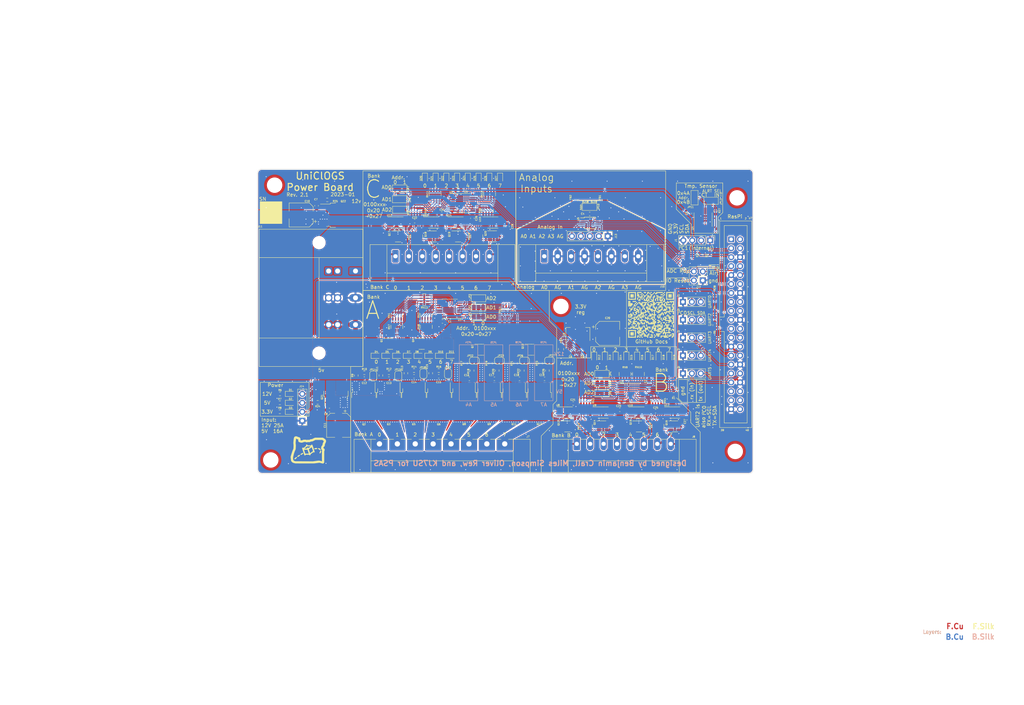
<source format=kicad_pcb>
(kicad_pcb (version 20211014) (generator pcbnew)
  (layers (0 "F.Cu" signal) (31 "B.Cu" signal) (34 "B.Paste" user) (35 "F.Paste" user) (36 "B.SilkS" user "B.Silkscreen") (37 "F.SilkS" user "F.Silkscreen") (38 "B.Mask" user) (39 "F.Mask" user) (44 "Edge.Cuts" user))
  (net 0 "")
  (net 1 "+3V3")
  (net 2 "Net-(C4-Pad1)")
  (net 3 "GNDA")
  (net 4 "+12V")
  (net 5 "+5V")
  (net 6 "Net-(C12-Pad2)")
  (net 7 "Net-(C13-Pad2)")
  (net 8 "Net-(C14-Pad2)")
  (net 9 "Net-(C15-Pad2)")
  (net 10 "Net-(C16-Pad2)")
  (net 11 "Net-(C17-Pad1)")
  (net 12 "Net-(C17-Pad2)")
  (net 13 "Net-(C18-Pad1)")
  (net 14 "Net-(C18-Pad2)")
  (net 15 "Net-(C19-Pad1)")
  (net 16 "Net-(C19-Pad2)")
  (net 17 "Net-(D1-Pad1)")
  (net 18 "Net-(D3-Pad1)")
  (net 19 "Net-(D4-Pad2)")
  (net 20 "Net-(D5-Pad2)")
  (net 21 "Net-(D6-Pad2)")
  (net 22 "Net-(D7-Pad2)")
  (net 23 "Net-(D8-Pad2)")
  (net 24 "Net-(D9-Pad2)")
  (net 25 "Net-(D10-Pad2)")
  (net 26 "Net-(D11-Pad2)")
  (net 27 "Net-(D12-Pad2)")
  (net 28 "Net-(D13-Pad2)")
  (net 29 "Net-(D14-Pad2)")
  (net 30 "Net-(D15-Pad2)")
  (net 31 "Net-(D16-Pad2)")
  (net 32 "Net-(D17-Pad2)")
  (net 33 "Net-(D18-Pad2)")
  (net 34 "Net-(D19-Pad2)")
  (net 35 "Net-(D20-Pad2)")
  (net 36 "Net-(D21-Pad2)")
  (net 37 "Net-(D22-Pad2)")
  (net 38 "Net-(D23-Pad2)")
  (net 39 "Net-(D24-Pad2)")
  (net 40 "SCL")
  (net 41 "SDA")
  (net 42 "RX0")
  (net 43 "TX0")
  (net 44 "RX3")
  (net 45 "TX3")
  (net 46 "RX2")
  (net 47 "TX2")
  (net 48 "RX4")
  (net 49 "TX4")
  (net 50 "OUT_A0")
  (net 51 "OUT_A1")
  (net 52 "OUT_A2")
  (net 53 "OUT_A3")
  (net 54 "OUT_A4")
  (net 55 "OUT_A5")
  (net 56 "OUT_A6")
  (net 57 "OUT_A7")
  (net 58 "OUT_B0")
  (net 59 "OUT_B1")
  (net 60 "OUT_B2")
  (net 61 "OUT_B3")
  (net 62 "OUT_B4")
  (net 63 "OUT_B5")
  (net 64 "OUT_B6")
  (net 65 "OUT_B7")
  (net 66 "OUT_C0")
  (net 67 "OUT_C1")
  (net 68 "OUT_C2")
  (net 69 "OUT_C3")
  (net 70 "OUT_C4")
  (net 71 "OUT_C5")
  (net 72 "OUT_C6")
  (net 73 "OUT_C7")
  (net 74 "IN_ADC0")
  (net 75 "IN_ADC1")
  (net 76 "IN_ADC2")
  (net 77 "IN_ADC3")
  (net 78 "Net-(JP1-Pad2)")
  (net 79 "Net-(JP2-Pad2)")
  (net 80 "Net-(JP3-Pad2)")
  (net 81 "Net-(JP4-Pad2)")
  (net 82 "Net-(JP5-Pad2)")
  (net 83 "Net-(JP6-Pad2)")
  (net 84 "Net-(JP7-Pad2)")
  (net 85 "Net-(JP8-Pad2)")
  (net 86 "Net-(JP9-Pad2)")
  (net 87 "Net-(JP10-Pad2)")
  (net 88 "/12V_RAW")
  (net 89 "/5V_RAW")
  (net 90 "Net-(JP14-Pad1)")
  (net 91 "Net-(JP15-Pad1)")
  (net 92 "Net-(D2-Pad1)")
  (net 93 "Net-(JP19-Pad1)")
  (net 94 "Net-(JP23-Pad1)")
  (net 95 "Net-(JP26-Pad1)")
  (net 96 "Net-(JP27-Pad1)")
  (net 97 "~{IO_RESET}")
  (net 98 "CTL_A0")
  (net 99 "CTL_A1")
  (net 100 "CTL_A2")
  (net 101 "CTL_A3")
  (net 102 "CTL_A4")
  (net 103 "CTL_A5")
  (net 104 "CTL_A6")
  (net 105 "CTL_A7")
  (net 106 "CTL_B0")
  (net 107 "CTL_B1")
  (net 108 "CTL_B2")
  (net 109 "CTL_B3")
  (net 110 "CTL_B4")
  (net 111 "CTL_B5")
  (net 112 "CTL_B6")
  (net 113 "CTL_B7")
  (net 114 "CTL_C0")
  (net 115 "CTL_C1")
  (net 116 "CTL_C2")
  (net 117 "CTL_C3")
  (net 118 "CTL_C4")
  (net 119 "CTL_C5")
  (net 120 "CTL_C6")
  (net 121 "CTL_C7")
  (net 122 "Net-(D25-Pad2)")
  (net 123 "Net-(D26-Pad2)")
  (net 135 "TX5")
  (net 136 "RX5")
  (net 157 "MOS_A0")
  (net 158 "MOS_A1")
  (net 159 "MOS_A2")
  (net 160 "MOS_A3")
  (net 161 "MOS_A4")
  (net 162 "MOS_A5")
  (net 163 "MOS_A6")
  (net 164 "MOS_A7")
  (net 165 "MOS_B0")
  (net 166 "MOS_B1")
  (net 167 "MOS_B2")
  (net 168 "MOS_B3")
  (net 169 "MOS_B4")
  (net 170 "MOS_B5")
  (net 171 "MOS_B6")
  (net 172 "MOS_B7")
  (net 173 "MOS_C0")
  (net 174 "MOS_C1")
  (net 175 "MOS_C2")
  (net 176 "MOS_C3")
  (net 177 "MOS_C4")
  (net 178 "MOS_C5")
  (net 179 "MOS_C7")
  (net 180 "MOS_C6")
  (net 183 "Net-(D27-Pad2)")
  (net 184 "Net-(C16-Pad1)")
  (net 185 "Net-(JP22-Pad1)")
  (net 186 "Net-(Q22-Pad1)")
  (net 187 "~{TMP_ALERT}")
  (net 188 "~{ADC_RDY}")
  (net 189 "GND")
  (net 190 "Net-(JP18-Pad1)")
  (net 191 "Net-(C6-Pad1)")
  (net 192 "Net-(Q21-Pad1)")
  (net 193 "Net-(JP11-Pad2)")
  (net 194 "Net-(JP13-Pad1)")
  (net 195 "Net-(JP13-Pad3)")
  (footprint "Capacitor_SMD:C_0603_1608Metric" (layer "F.Cu") (at 135.0264 112.8014)
    (fp_text reference "C16")
    (fp_text value "1u")
  )
  (footprint "Resistor_SMD:R_Array_Convex_4x0603" (layer "F.Cu") (at 140.1572 65.0494 -90)
    (fp_text reference "RN6")
    (fp_text value "10k")
  )
  (footprint "LED_SMD:LED_0603_1608Metric" (layer "F.Cu") (at 134.594762 55.8292 -90)
    (fp_text reference "D24")
    (fp_text value "LED")
  )
  (footprint "oresat-footprints:SolderJumper-2_P1.3mm_Open_RoundedPad1.0x1.5mm" (layer "F.Cu") (at 128.9558 111.3132 -90)
    (fp_text reference "JP19")
    (fp_text value "SolderJumper")
  )
  (footprint "Capacitor_SMD:C_0603_1608Metric" (layer "F.Cu") (at 119.3162 112.0902)
    (fp_text reference "C14")
    (fp_text value "1u")
  )
  (footprint "oresat-footprints:TO-252-3_TabIsPin2" (layer "F.Cu") (at 119.3038 119.1342 -90)
    (fp_text reference "Q5")
    (fp_text value "SUD50P08-25L-E3")
  )
  (footprint "oresat-footprints:J_PhoenixContact_MC_1,5_8-GF-3.81_1x08_P3.81mm_45degree_ThreadedFlange" (layer "F.Cu") (at 114.046 77.978)
    (fp_text reference "J9")
    (fp_text value "PI 1827486")
  )
  (footprint "oresat-footprints:TSOT26-6" (layer "F.Cu") (at 183.1594 126.3142)
    (fp_text reference "Q15")
    (fp_text value "DMN61D8L-LVT")
  )
  (footprint "oresat-footprints:SolderJumper-3_P1.3mm_Bridged12_Pad1.0x1.5mm" (layer "F.Cu") (at 137.6172 89.916 180)
    (fp_text reference "JP3")
    (fp_text value "SolderJumper3")
  )
  (footprint "oresat-footprints:SolderJumper-3_P1.3mm_Bridged12_Pad1.0x1.5mm" (layer "F.Cu") (at 169.1646 63.9572)
    (fp_text reference "JP10")
    (fp_text value "SolderJumper3")
  )
  (footprint "oresat-footprints:TO-252-3_TabIsPin2" (layer "F.Cu") (at 133.5278 119.1342 -90)
    (fp_text reference "Q8")
    (fp_text value "SUD50P08-25L-E3")
  )
  (footprint "Package_SO:MSOP-8_3x3mm_P0.65mm" (layer "F.Cu") (at 141.689062 68.4022)
    (fp_text reference "U15")
    (fp_text value "TC4427")
  )
  (footprint "Capacitor_SMD:C_0603_1608Metric" (layer "F.Cu") (at 164.4904 119.8118 180)
    (fp_text reference "C21")
    (fp_text value "0.1uf")
  )
  (footprint "oresat-footprints:SolderJumper-3_P1.3mm_Bridged12_Pad1.0x1.5mm" (layer "F.Cu") (at 198.9328 61.341 -90)
    (fp_text reference "JP11")
    (fp_text value "SolderJumper3")
  )
  (footprint "oresat-footprints:SolderJumper-2_P1.3mm_Open_RoundedPad1.0x1.5mm" (layer "F.Cu") (at 107.7468 111.9632 -90)
    (fp_text reference "JP14")
    (fp_text value "SolderJumper")
  )
  (footprint "Capacitor_SMD:C_0603_1608Metric" (layer "F.Cu") (at 142.1384 112.8014)
    (fp_text reference "C17")
    (fp_text value "1u")
  )
  (footprint "Capacitor_SMD:C_0603_1608Metric" (layer "F.Cu") (at 119.507 67.9958)
    (fp_text reference "C22")
    (fp_text value "0.1uf")
  )
  (footprint "Capacitor_SMD:C_0805_2012Metric" (layer "F.Cu") (at 173.4616 62.0522 90)
    (fp_text reference "FB1")
    (fp_text value "FerriteBead")
  )
  (footprint "Resistor_SMD:R_0603_1608Metric" (layer "F.Cu") (at 81.2292 119.6086 180)
    (fp_text reference "R7")
    (fp_text value "620")
  )
  (footprint "Resistor_SMD:R_0603_1608Metric" (layer "F.Cu") (at 124.0536 111.2012 -90)
    (fp_text reference "R15")
    (fp_text value "10k")
  )
  (footprint "Resistor_SMD:R_Array_Convex_4x0603" (layer "F.Cu") (at 114.4667 98.0385 -90)
    (fp_text reference "RN7")
    (fp_text value "10k")
  )
  (footprint "Capacitor_SMD:C_0603_1608Metric" (layer "F.Cu") (at 197.3072 124.46 -90)
    (fp_text reference "C27")
    (fp_text value "0.1uf")
  )
  (footprint "oresat-footprints:TO-252-3_TabIsPin2" (layer "F.Cu") (at 147.7508 119.1342 -90)
    (fp_text reference "Q11")
    (fp_text value "SUD50P08-25L-E3")
  )
  (footprint "LED_SMD:LED_0603_1608Metric" (layer "F.Cu") (at 129.9463 106.2482)
    (fp_text reference "D11")
    (fp_text value "LED")
  )
  (footprint "LED_SMD:LED_0603_1608Metric" (layer "F.Cu") (at 131.546762 55.8292 -90)
    (fp_text reference "D23")
    (fp_text value "LED")
  )
  (footprint "Connector_PinHeader_2.54mm:PinHeader_1x03_P2.54mm_Vertical" (layer "F.Cu") (at 195.6308 101.092 90)
    (fp_text reference "J3")
    (fp_text value "Conn_01x03")
  )
  (footprint "LED_SMD:LED_0603_1608Metric" (layer "F.Cu") (at 84.2772 119.6086)
    (fp_text reference "D2")
    (fp_text value "PWR")
  )
  (footprint "Resistor_SMD:R_Array_Convex_4x0603" (layer "F.Cu") (at 125.331462 60.3504 -90)
    (fp_text reference "RN11")
    (fp_text value "10k")
  )
  (footprint "LED_SMD:LED_0603_1608Metric" (layer "F.Cu") (at 179.5858 106.6718 -90)
    (fp_text reference "D15")
    (fp_text value "LED")
  )
  (footprint "oresat-footprints:PhoenixContact_GMSTBA_2,5_3-G-7,62_1x03_P7.62mm_Horizontal" (layer "F.Cu") (at 102.7088 82.169 -90)
    (fp_text reference "J11")
    (fp_text value "PC 1720806")
  )
  (footprint "Connector_PinHeader_2.54mm:PinHeader_1x04_P2.54mm_Vertical" (layer "F.Cu") (at 203.3728 73.45831 -90)
    (fp_text reference "J1")
    (fp_text value "Conn_01x04")
  )
  (footprint "oresat-footprints:H-MCMASTER-94100A150" (layer "F.Cu") (at 79.756 57.785)
    (fp_text reference "H2" hide)
    (fp_text value "MountingHole" hide)
  )
  (footprint "oresat-footprints:SolderJumper-3_P1.3mm_Bridged12_Pad1.0x1.5mm" (layer "F.Cu") (at 172.6466 116.8572)
    (fp_text reference "JP6")
    (fp_text value "SolderJumper3")
  )
  (footprint "oresat-footprints:TSOT26-6" (layer "F.Cu") (at 141.986 72.3138)
    (fp_text reference "Q20")
    (fp_text value "DMN61D8L-LVT")
  )
  (footprint "Resistor_SMD:R_0603_1608Metric" (layer "F.Cu") (at 155.2448 108.4072 -90)
    (fp_text reference "R23")
    (fp_text value "10k")
  )
  (footprint "Resistor_SMD:R_0603_1608Metric" (layer "F.Cu") (at 112.1918 111.0742)
    (fp_text reference "R12")
    (fp_text value "gate")
  )
  (footprint "Package_SO:MSOP-8_3x3mm_P0.65mm" (layer "F.Cu") (at 114.765062 68.4022)
    (fp_text reference "U12")
    (fp_text value "TC4427")
  )
  (footprint "oresat-footprints:H-MCMASTER-94100A150" (layer "F.Cu") (at 210.48475 133.40231)
    (fp_text reference "H4" hide)
    (fp_text value "MountingHole" hide)
  )
  (footprint "oresat-footprints:TSOT26-6" (layer "F.Cu") (at 131.826 72.3392)
    (fp_text reference "Q19")
    (fp_text value "DMN61D8L-LVT")
  )
  (footprint "Capacitor_SMD:C_0603_1608Metric" (layer "F.Cu") (at 197.6628 65.786 -90)
    (fp_text reference "C5")
    (fp_text value "0.1uf")
  )
  (footprint "Capacitor_SMD:C_0603_1608Metric" (layer "F.Cu") (at 131.8768 59.1566 180)
    (fp_text reference "C3")
    (fp_text value "0.1uf")
  )
  (footprint "LED_SMD:LED_0603_1608Metric" (layer "F.Cu") (at 84.2772 122.1486)
    (fp_text reference "D3")
    (fp_text value "PWR")
  )
  (footprint "Resistor_SMD:R_Array_Convex_4x0603" (layer "F.Cu") (at 137.148862 72.3392 -90)
    (fp_text reference "RN18")
    (fp_text value "10k")
  )
  (footprint "Package_SO:MSOP-8_3x3mm_P0.65mm" (layer "F.Cu") (at 193.3195 122.358)
    (fp_text reference "U11")
    (fp_text value "TC4427")
  )
  (footprint "Capacitor_SMD:C_0603_1608Metric" (layer "F.Cu") (at 167.0672 105.3722 180)
    (fp_text reference "C9")
    (fp_text value "0.1uf")
  )
  (footprint "Resistor_SMD:R_Array_Convex_4x0603" (layer "F.Cu") (at 119.8118 65.1764 -90)
    (fp_text reference "RN5")
    (fp_text value "10k")
  )
  (footprint "Capacitor_SMD:C_0603_1608Metric" (layer "F.Cu") (at 177.7238 121.5898)
    (fp_text reference "C23")
    (fp_text value "0.1uf")
  )
  (footprint "Connector_PinHeader_2.54mm:PinHeader_1x03_P2.54mm_Vertical" (layer "F.Cu") (at 195.6308 111.252 90)
    (fp_text reference "J6")
    (fp_text value "Conn_01x03")
  )
  (footprint "oresat-footprints:TSOT26-6" (layer "F.Cu") (at 193.3956 126.2888)
    (fp_text reference "Q16")
    (fp_text value "DMN61D8L-LVT")
  )
  (footprint "oresat-footprints:TSSOP-16_4.4x5mm_P0.65mm" (layer "F.Cu") (at 181.1098 116.8572)
    (fp_text reference "U2")
    (fp_text value "MAX7310")
  )
  (footprint "Connector_PinHeader_2.54mm:PinHeader_1x04_P2.54mm_Vertical" (layer "F.Cu") (at 87.6046 124.6786 180)
    (fp_text reference "J14")
    (fp_text value "Conn_01x04")
  )
  (footprint "Capacitor_SMD:C_0603_1608Metric" (layer "F.Cu") (at 95.3008 121.6406)
    (fp_text reference "C8")
    (fp_text value "0.1uf")
  )
  (footprint "Capacitor_SMD:C_0603_1608Metric" (layer "F.Cu") (at 169.169 65.9638 180)
    (fp_text reference "C4")
    (fp_text value "0.1uf")
  )
  (footprint "oresat-footprints:PhoenixContact_MC_1,5_8-GF-3.81_1x08_P3.81mm_Horizontal_ThreadedFlange" (layer "F.Cu") (at 165.5064 131.2672)
    (fp_text reference "J8")
    (fp_text value "PI 1827923")
  )
  (footprint "Capacitor_SMD:C_0603_1608Metric" (layer "F.Cu") (at 91.6686 63.627 90)
    (fp_text reference "C7")
    (fp_text value "0.1uf")
  )
  (footprint "Resistor_SMD:R_Array_Convex_4x0603" (layer "F.Cu") (at 122.2248 90.3224 180)
    (fp_text reference "RN13")
    (fp_text value "10k")
  )
  (footprint "LED_SMD:LED_0603_1608Metric" (layer "F.Cu") (at 122.402762 55.8292 -90)
    (fp_text reference "D20")
    (fp_text value "LED")
  )
  (footprint "Resistor_SMD:R_Array_Convex_4x0603" (layer "F.Cu") (at 145.8468 93.218 -90)
    (fp_text reference "RN14")
    (fp_text value "10k")
  )
  (footprint "oresat-footprints:TSOT26-6" (layer "F.Cu") (at 114.7826 72.3392)
    (fp_text reference "Q17")
    (fp_text value "DMN61D8L-LVT")
  )
  (footprint "LED_SMD:LED_0603_1608Metric" (layer "F.Cu") (at 173.4898 106.6718 -90)
    (fp_text reference "D13")
    (fp_text value "LED")
  )
  (footprint "Resistor_SMD:R_Array_Convex_4x0603" (layer "F.Cu") (at 140.774662 60.3504 -90)
    (fp_text reference "RN12")
    (fp_text value "10k")
  )
  (footprint "Resistor_SMD:R_0603_1608Metric" (layer "F.Cu") (at 203.2928 77.77631 90)
    (fp_text reference "R2")
    (fp_text value "4k7")
  )
  (footprint "oresat-footprints:TSOT26-6" (layer "F.Cu") (at 112.4966 102.8446)
    (fp_text reference "Q1")
    (fp_text value "DMN61D8L-LVT")
  )
  (footprint "Connector_PinHeader_2.54mm:PinHeader_1x03_P2.54mm_Vertical" (layer "F.Cu") (at 195.6308 90.932 90)
    (fp_text reference "J2")
    (fp_text value "Conn_01x03")
  )
  (footprint "Resistor_SMD:R_0603_1608Metric" (layer "F.Cu") (at 133.9088 108.4072 -90)
    (fp_text reference "R17")
    (fp_text value "10k")
  )
  (footprint "Capacitor_SMD:C_0603_1608Metric" (layer "F.Cu") (at 127.1778 65.8622)
    (fp_text reference "C24")
    (fp_text value "0.1uf")
  )
  (footprint "Resistor_SMD:R_0805_2012Metric" (layer "F.Cu") (at 165.0542 62.0522 90)
    (fp_text reference "FB2")
    (fp_text value "Link")
  )
  (footprint "LED_SMD:LED_0603_1608Metric" (layer "F.Cu") (at 185.6818 106.6718 -90)
    (fp_text reference "D17")
    (fp_text value "LED")
  )
  (footprint "Resistor_SMD:R_0603_1608Metric" (layer "F.Cu") (at 81.2292 122.1486)
    (fp_text reference "R8")
    (fp_text value "1500")
  )
  (footprint "LED_SMD:LED_0603_1608Metric" (layer "F.Cu") (at 188.7298 106.6718 -90)
    (fp_text reference "D18")
    (fp_text value "LED")
  )
  (footprint "Resistor_SMD:R_Array_Convex_4x0603" (layer "F.Cu") (at 168.2497 126.295 -90)
    (fp_text reference "RN15")
    (fp_text value "10k")
  )
  (footprint "oresat-footprints:TSOT26-6" (layer "F.Cu") (at 124.9172 72.3392)
    (fp_text reference "Q18")
    (fp_text value "DMN61D8L-LVT")
  )
  (footprint "Resistor_SMD:R_Array_Convex_4x0603" (layer "F.Cu") (at 120.099062 72.3392 -90)
    (fp_text reference "RN17")
    (fp_text value "10k")
  )
  (footprint "Capacitor_SMD:CP_Elec_6.3x5.9" (layer "F.Cu") (at 97.917 125.984 -90)
    (fp_text reference "C11")
    (fp_text value "100u")
  )
  (footprint "Capacitor_SMD:C_0603_1608Metric" (layer "F.Cu") (at 135.8646 67.183 90)
    (fp_text reference "C26")
    (fp_text value "0.1uf")
  )
  (footprint "oresat-footprints:TO-252-3_TabIsPin2" (layer "F.Cu") (at 98.044 66.3194)
    (fp_text reference "Q22")
    (fp_text value "SUD50P08-25L-E3")
  )
  (footprint "Resistor_SMD:R_Array_Convex_4x0603" (layer "F.Cu") (at 188.5697 126.168 -90)
    (fp_text reference "RN16")
    (fp_text value "10k")
  )
  (footprint "Resistor_SMD:R_0603_1608Metric" (layer "F.Cu") (at 148.1328 108.4072 -90)
    (fp_text reference "R21")
    (fp_text value "10k")
  )
  (footprint "LED_SMD:LED_0603_1608Metric" (layer "F.Cu") (at 137.642762 55.8292 -90)
    (fp_text reference "D25")
    (fp_text value "LED")
  )
  (footprint "Capacitor_SMD:CP_Elec_6.3x5.9" (layer "F.Cu") (at 174.2694 99.8728)
    (fp_text reference "C20")
    (fp_text value "100u")
  )
  (footprint "oresat-footprints:H-MCMASTER-94100A150" (layer "F.Cu") (at 78.6638 135.8392)
    (fp_text reference "H1" hide)
    (fp_text value "MountingHole" hide)
  )
  (footprint "Resistor_SMD:R_0603_1608Metric" (layer "F.Cu") (at 204.8764 65.151 90)
    (fp_text reference "R27")
    (fp_text value "4k7")
  )
  (footprint "oresat-footprints:SolderJumper-2_P1.3mm_Open_RoundedPad1.0x1.5mm" (layer "F.Cu") (at 157.7848 107.6452)
    (fp_text reference "JP27")
    (fp_text value "SolderJumper")
  )
  (footprint "Package_SO:MSOP-8_3x3mm_P0.65mm" (layer "F.Cu") (at 124.925062 68.4022)
    (fp_text reference "U13")
    (fp_text value "TC4427")
  )
  (footprint "oresat-footprints:SolderJumper-3_P1.3mm_Bridged12_Pad1.0x1.5mm" (layer "F.Cu") (at 137.6172 92.5576 180)
    (fp_text reference "JP2")
    (fp_text value "SolderJumper3")
  )
  (footprint "oresat-footprints:TO-252-3_TabIsPin2" (layer "F.Cu") (at 105.0798 119.1342 -90)
    (fp_text reference "Q2")
    (fp_text value "SUD50P08-25L-E3")
  )
  (footprint "Capacitor_SMD:C_0603_1608Metric" (layer "F.Cu") (at 186.0297 113.7982 90)
    (fp_text reference "C2")
    (fp_text value "0.1uf")
  )
  (footprint "Resistor_SMD:R_0603_1608Metric" (layer "F.Cu") (at 141.0208 108.4072 -90)
    (fp_text reference "R19")
    (fp_text value "10k")
  )
  (footprint "Package_SO:MSOP-8_3x3mm_P0.65mm" (layer "F.Cu") (at 162.8395 122.358)
    (fp_text reference "U8")
    (fp_text value "TC4427")
  )
  (footprint "oresat-footprints:SolderJumper-3_P1.3mm_Bridged12_Pad1.0x1.5mm" (layer "F.Cu") (at 115.247662 58.7248)
    (fp_text reference "JP7")
    (fp_text value "SolderJumper3")
  )
  (footprint "Package_SO:MSOP-8_3x3mm_P0.65mm" (layer "F.Cu") (at 131.814862 68.4022)
    (fp_text reference "U14")
    (fp_text value "TC4427")
  )
  (footprint "Resistor_SMD:R_Array_Convex_4x0603" (layer "F.Cu") (at 188.2394 119.126 -90)
    (fp_text reference "RN4")
    (fp_text value "10k")
  )
  (footprint "LED_SMD:LED_0603_1608Metric" (layer "F.Cu") (at 126.8783 106.2482)
    (fp_text reference "D10")
    (fp_text value "LED")
  )
  (footprint "Resistor_SMD:R_Array_Convex_4x0603" (layer "F.Cu") (at 122.8233 98.0131 -90)
    (fp_text reference "RN8")
    (fp_text value "10k")
  )
  (footprint "oresat-footprints:H-MCMASTER-94100A150" (layer "F.Cu") (at 161.0106 92.2274)
    (fp_text reference "H5" hide)
    (fp_text value "MountingHole" hide)
  )
  (footprint "LED_SMD:LED_0603_1608Metric" (layer "F.Cu") (at 191.7778 106.6718 -90)
    (fp_text reference "D19")
    (fp_text value "LED")
  )
  (footprint "Resistor_SMD:R_Array_Convex_4x0603" (layer "F.Cu") (at 183.0148 111.4216 -90)
    (fp_text reference "RN10")
    (fp_text value "10k")
  )
  (footprint "oresat-footprints:SolderJumper-3_P1.3mm_Bridged12_Pad1.0x1.5mm" (layer "F.Cu") (at 172.6466 114.0632)
    (fp_text reference "JP5")
    (fp_text value "SolderJumper3")
  )
  (footprint "Connector_PinHeader_2.54mm:PinHeader_1x05_P2.54mm_Vertical" (layer "F.Cu") (at 174.2898 72.263 -90)
    (fp_text reference "J13")
    (fp_text value "Conn_01x05")
  )
  (footprint "oresat-footprints:J_PhoenixContact_MC_1,5_8-GF-5.08_1x08_P5.08mm_Horizontal_ThreadedFlange" (layer "F.Cu") (at 109.5036 131.2672)
    (fp_text reference "J7")
    (fp_text value "PI 1924143")
  )
  (footprint "oresat-footprints:SolderJumper-2_P1.3mm_Open_RoundedPad1.0x1.5mm" (layer "F.Cu") (at 136.4488 107.6452)
    (fp_text reference "JP22")
    (fp_text value "SolderJumper")
  )
  (footprint "Connector_PinHeader_2.54mm:PinHeader_1x03_P2.54mm_Vertical" (layer "F.Cu") (at 195.6308 106.172 90)
    (fp_text reference "J4")
    (fp_text value "Conn_01x03")
  )
  (footprint "Resistor_SMD:R_0603_1608Metric" (layer "F.Cu") (at 204.6732 89.2048 90)
    (fp_text reference "R28")
    (fp_text value "4k7")
  )
  (footprint "Package_TO_SOT_SMD:SOT-223-3_TabPin2" (layer "F.Cu") (at 165.8366 100.1014 90)
    (fp_text reference "U6")
    (fp_text value "UA78M33")
  )
  (footprint "Capacitor_SMD:C_0603_1608Metric" (layer "F.Cu") (at 112.1918 112.7252)
    (fp_text reference "C13")
    (fp_text value "1u")
  )
  (footprint "oresat-footprints:SolderJumper-2_P1.3mm_Open_RoundedPad1.0x1.5mm" (layer "F.Cu") (at 143.5608 107.6452)
    (fp_text reference "JP23")
    (fp_text value "SolderJumper")
  )
  (footprint "Package_SO:TSSOP-10_3x3mm_P0.5mm" (layer "F.Cu") (at 169.2616 68.5128)
    (fp_text reference "U5")
    (fp_text value "ADS1115IDGS")
  )
  (footprint "LED_SMD:LED_0603_1608Metric" (layer "F.Cu") (at 125.450762 55.8292 -90)
    (fp_text reference "D21")
    (fp_text value "LED")
  )
  (footprint "Resistor_SMD:R_0603_1608Metric" (layer "F.Cu") (at 91.9734 119.4816)
    (fp_text reference "R24")
    (fp_text value "10k")
  )
  (footprint "Resistor_SMD:R_0603_1608Metric" (layer "F.Cu") (at 102.9208 111.8362 -90)
    (fp_text reference "R9")
    (fp_text value "10k")
  )
  (footprint "Resistor_SMD:R_Array_Convex_4x0603" (layer "F.Cu") (at 114.4778 94.8436 -90)
    (fp_text reference "RN1")
    (fp_text value "10k")
  )
  (footprint "oresat-footprints:TSOT26-6" (layer "F.Cu") (at 121.4882 102.8446)
    (fp_text reference "Q4")
    (fp_text value "DMN61D8L-LVT")
  )
  (footprint "oresat-footprints:TSOT26-6" (layer "F.Cu") (at 162.8395 126.295)
    (fp_text reference "Q13")
    (fp_text value "DMN61D8L-LVT")
  )
  (footprint "Resistor_SMD:R_0603_1608Metric" (layer "F.Cu") (at 204.6732 94.4758 90)
    (fp_text reference "R4")
    (fp_text value "4k7")
  )
  (footprint "Capacitor_SMD:C_0603_1608Metric" (layer "F.Cu") (at 127.381 96.4946)
    (fp_text reference "C1")
    (fp_text value "0.1uf")
  )
  (footprint "oresat-footprints:SolderJumper-3_P1.3mm_Bridged12_Pad1.0x1.5mm" (layer "F.Cu") (at 172.6466 111.3962 180)
    (fp_text reference "JP4")
    (fp_text value "SolderJumper3")
  )
  (footprint "Resistor_SMD:R_0603_1608Metric" (layer "F.Cu") (at 150.0378 110.4392 -90)
    (fp_text reference "R22")
    (fp_text value "gate")
  )
  (footprint "oresat-footprints:SolderJumper-3_P1.3mm_Bridged12_Pad1.0x1.5mm" (layer "F.Cu") (at 115.273062 64.7855)
    (fp_text reference "JP9")
    (fp_text value "SolderJumper3")
  )
  (footprint "oresat-footprints:SolderJumper-3_P1.3mm_Bridged12_Pad1.0x1.5mm" (layer "F.Cu") (at 137.6172 95.1992 180)
    (fp_text reference "JP1")
    (fp_text value "SolderJumper3")
  )
  (footprint "Resistor_SMD:R_0603_1608Metric" (layer "F.Cu") (at 126.3396 110.4392)
    (fp_text reference "R16")
    (fp_text value "gate")
  )
  (footprint "LED_SMD:LED_0603_1608Metric" (layer "F.Cu") (at 143.738762 55.8292 -90)
    (fp_text reference "D27")
    (fp_text value "LED")
  )
  (footprint "oresat-footprints:TSSOP-16_4.4x5mm_P0.65mm" (layer "F.Cu") (at 133.070762 62.8852)
    (fp_text reference "U3")
    (fp_text value "MAX7310")
  )
  (footprint "Resistor_SMD:R_0603_1608Metric" (layer "F.Cu") (at 119.3162 110.4392)
    (fp_text reference "R14")
    (fp_text value "gate")
  )
  (footprint "oresat-footprints:TO-252-3_TabIsPin2" (layer "F.Cu") (at 154.8638 119.1342 -90)
    (fp_text reference "Q12")
    (fp_text value "SUD50P08-25L-E3")
  )
  (footprint "oresat-footprints:TSSOP-16_4.4x5mm_P0.65mm" (layer "F.Cu") (at 129.4638 92.9132 180)
    (fp_text reference "U1")
    (fp_text value "MAX7310")
  )
  (footprint "Connector_PinHeader_2.54mm:PinHeader_1x03_P2.54mm_Vertical" (layer "F.Cu") (at 195.6308 96.012 90)
    (fp_text reference "J5")
    (fp_text value "Conn_01x03")
  )
  (footprint "Package_SO:MSOP-8_3x3mm_P0.65mm" (layer "F.Cu") (at 172.9995 122.358)
    (fp_text reference "U9")
    (fp_text value "TC4427")
  )
  (footprint "oresat-footprints:TSOT26-6" (layer "F.Cu") (at 138.3538 104.521)
    (fp_text reference "Q7")
    (fp_text value "DMN61D8L-LVT")
  )
  (footprint "Resistor_SMD:R_0603_1608Metric" (layer "F.Cu") (at 105.2068 111.0742)
    (fp_text reference "R10")
    (fp_text value "gate")
  )
  (footprint "Capacitor_SMD:C_0603_1608Metric" (layer "F.Cu") (at 163.7284 105.3722)
    (fp_text reference "C6")
    (fp_text value "0.1uf")
  )
  (footprint "Resistor_SMD:R_0603_1608Metric" (layer "F.Cu") (at 81.28 117.0686)
    (fp_text reference "R6")
    (fp_text value "1500")
  )
  (footprint "Connector_IDC:IDC-Header_2x20_P2.54mm_Vertical" (layer "F.Cu") (at 209.33225 73.15931)
    (fp_text reference "U7")
    (fp_text value "U_RasPi_40pin")
  )
  (footprint "Capacitor_SMD:C_0603_1608Metric" (layer "F.Cu") (at 126.3396 112.0902)
    (fp_text reference "C15")
    (fp_text value "1u")
  )
  (footprint "LED_SMD:LED_0603_1608Metric" (layer "F.Cu") (at 182.6338 106.6718 -90)
    (fp_text reference "D16")
    (fp_text value "LED")
  )
  (footprint "oresat-graphics:logo-small" (layer "F.Cu") (at 89.2418 132.699)
    (fp_text reference "LOGO1" hide)
    (fp_text value "OreSat Logo")
  )
  (footprint "Resistor_SMD:R_0603_1608Metric" (layer "F.Cu") (at 117.0302 111.2012 -90)
    (fp_text reference "R13")
    (fp_text value "10k")
  )
  (footprint "Resistor_SMD:R_Array_Convex_4x0603" (layer "F.Cu") (at 167.894 119.0752 -90)
    (fp_text reference "RN3")
    (fp_text value "10k")
  )
  (footprint "Resistor_SMD:R_0603_1608Metric" (layer "F.Cu") (at 135.8138 110.4392 -90)
    (fp_text reference "R18")
    (fp_text value "gate")
  )
  (footprint "Capacitor_SMD:C_0603_1608Metric" (layer "F.Cu") (at 149.2504 112.8014)
    (fp_text reference "C18")
    (fp_text value "1u")
  )
  (footprint "oresat-footprints:SolderJumper-2_P1.3mm_Open_RoundedPad1.0x1.5mm" (layer "F.Cu") (at 150.6728 107.6452)
    (fp_text reference "JP26")
    (fp_text value "SolderJumper")
  )
  (footprint "Package_SO:MSOP-8_3x3mm_P0.65mm" (layer "F.Cu") (at 183.1595 122.358)
    (fp_text reference "U10")
    (fp_text value "TC4427")
  )
  (footprint "Resistor_SMD:R_0603_1608Metric" (layer "F.Cu") (at 204.6732 97.5116 -90)
    (fp_text reference "R5")
    (fp_text value "4k7")
  )
  (footprint "LED_SMD:LED_0603_1608Metric" (layer "F.Cu") (at 176.5378 106.6718 -90)
    (fp_text reference "D14")
    (fp_text value "LED")
  )
  (footprint "oresat-footprints:TO-252-3_TabIsPin2" (layer "F.Cu") (at 97.155 115.2824 90)
    (fp_text reference "Q21")
    (fp_text value "SUD50P08-25L-E3")
  )
  (footprint "Capacitor_SMD:C_0603_1608Metric" (layer "F.Cu") (at 156.3624 112.8014)
    (fp_text reference "C19")
    (fp_text value "1u")
  )
  (footprint "LED_SMD:LED_0603_1608Metric" (layer "F.Cu") (at 111.6583 106.2482)
    (fp_text reference "D5")
    (fp_text value "LED")
  )
  (footprint "LED_SMD:LED_0603_1608Metric" (layer "F.Cu") (at 84.2772 117.0686)
    (fp_text reference "D1")
    (fp_text value "PWR")
  )
  (footprint "Capacitor_SMD:CP_Elec_6.3x5.9" (layer "F.Cu") (at 87.2744 66.2432 180)
    (fp_text reference "C10")
    (fp_text value "100u")
  )
  (footprint "Resistor_SMD:R_0603_1608Metric" (layer "F.Cu") (at 142.9258 110.4392 -90)
    (fp_text reference "R20")
    (fp_text value "gate")
  )
  (footprint "Resistor_SMD:R_Array_Convex_4x0603" (layer "F.Cu") (at 179.2048 111.4216 -90)
    (fp_text reference "RN9")
    (fp_text value "10k")
  )
  (footprint "oresat-footprints:TO-252-3_TabIsPin2" (layer "F.Cu") (at 112.1918 119.1342 -90)
    (fp_text reference "Q3")
    (fp_text value "SUD50P08-25L-E3")
  )
  (footprint "Resistor_SMD:R_0603_1608Metric" (layer "F.Cu") (at 157.1498 110.4392 -90)
    (fp_text reference "R26")
    (fp_text value "gate")
  )
  (footprint "oresat-footprints:H-MCMASTER-94100A150" (layer "F.Cu") (at 210.99275 61.39331)
    (fp_text reference "H3" hide)
    (fp_text value "MountingHole" hide)
  )
  (footprint "Capacitor_SMD:C_0603_1608Metric" (layer "F.Cu") (at 187.8838 121.9962)
    (fp_text reference "C25")
    (fp_text value "0.1uf")
  )
  (footprint "LED_SMD:LED_0603_1608Metric" (layer "F.Cu") (at 114.7063 106.2482)
    (fp_text reference "D6")
    (fp_text value "LED")
  )
  (footprint "Capacitor_SMD:C_0603_1608Metric" (layer "F.Cu") (at 145.8214 69.5198 -90)
    (fp_text reference "C28")
    (fp_text value "0.1uf")
  )
  (footprint "oresat-footprints:TO-252-3_TabIsPin2" (layer "F.Cu") (at 126.4158 119.1342 -90)
    (fp_text reference "Q6")
    (fp_text value "SUD50P08-25L-E3")
  )
  (footprint "LED_SMD:LED_0603_1608Metric" (layer "F.Cu") (at 108.6103 106.2482)
    (fp_text reference "D4")
    (fp_text value "LED")
  )
  (footprint "oresat-footprints:SolderJumper-2_P1.3mm_Open_RoundedPad1.0x1.5mm" (layer "F.Cu") (at 114.8588 111.9482 -90)
    (fp_text reference "JP15")
    (fp_text value "SolderJumper")
  )
  (footprint "Resistor_SMD:R_0603_1608Metric" (layer "F.Cu") (at 109.9058 111.8362 -90)
    (fp_text reference "R11")
    (fp_text value "10k")
  )
  (footprint "LED_SMD:LED_0603_1608Metric" (layer "F.Cu") (at 123.8503 106.2482)
    (fp_text reference "D9")
    (fp_text value "LED")
  )
  (footprint "Resistor_SMD:R_Array_Convex_4x0603" (layer "F.Cu") (at 122.8344 94.7166 -90)
    (fp_text reference "RN2")
    (fp_text value "10k")
  )
  (footprint "oresat-footprints:SolderJumper-3_P1.3mm_Bridged12_Pad1.0x1.5mm" (layer "F.Cu") (at 115.247662 61.7827 180)
    (fp_text reference "JP8")
    (fp_text value "SolderJumper3")
  )
  (footprint "oresat-footprints:J_PhoenixContact_MC_1,5_8-GF-3.81_1x08_P3.81mm_45degree_ThreadedFlange" (layer "F.Cu") (at 156.283862 77.978)
    (fp_text reference "J10")
    (fp_text value "PI 1827486")
  )
  (footprint "Resistor_SMD:R_0603_1608Metric" (layer "F.Cu") (at 200.7928 77.77631 90)
    (fp_text reference "R3")
    (fp_text value "4k7")
  )
  (footprint "oresat-footprints:SolderJumper-2_P1.3mm_Open_RoundedPad1.0x1.5mm" (layer "F.Cu") (at 121.9832 111.3282 -90)
    (fp_text reference "JP18")
    (fp_text value "SolderJumper")
  )
  (footprint "Resistor_SMD:R_0603_1608Metric" (layer "F.Cu") (at 94.6912 61.976 180)
    (fp_text reference "R25")
    (fp_text value "10k")
  )
  (footprint "Package_SO:SOIC-8_3.9x4.9mm_P1.27mm" (layer "F.Cu") (at 201.3458 67.564 90)
    (fp_text reference "U4")
    (fp_text value "ADT7410TRZ")
  )
  (footprint "oresat-footprints:TSOT26-6" (layer "F.Cu") (at 152.5778 104.521)
    (fp_text reference "Q10")
    (fp_text value "DMN61D8L-LVT")
  )
  (footprint "LED_SMD:LED_0603_1608Metric" (layer "F.Cu") (at 120.8023 106.2482)
    (fp_text reference "D8")
    (fp_text value "LED")
  )
  (footprint "Resistor_SMD:R_0603_1608Metric" (layer "F.Cu") (at 193.0146 117.221)
    (fp_text reference "R1")
    (fp_text value "4k7")
  )
  (footprint "LED_SMD:LED_0603_1608Metric" (layer "F.Cu") (at 117.7543 106.2482)
    (fp_text reference "D7")
    (fp_text value "LED")
  )
  (footprint "oresat-footprints:TSOT26-6" (layer "F.Cu") (at 172.9994 126.2888)
    (fp_text reference "Q14")
    (fp_text value "DMN61D8L-LVT")
  )
  (footprint "oresat-footprints:TO-252-3_TabIsPin2" (layer "F.Cu") (at 140.6398 119.1342 -90)
    (fp_text reference "Q9")
    (fp_text value "SUD50P08-25L-E3")
  )
  (footprint "LED_SMD:LED_0603_1608Metric" (layer "F.Cu") (at 170.4418 106.6718 -90)
    (fp_text reference "D12")
    (fp_text value "LED")
  )
  (footprint "Connector_PinHeader_2.54mm:PinHeader_2x02_P2.54mm_Vertical" (layer "F.Cu") (at 201.2696 84.836 180)
    (fp_text reference "J12")
    (fp_text value "Conn_02x02_Odd_Even")
  )
  (footprint "LED_SMD:LED_0603_1608Metric" (layer "F.Cu") (at 140.690762 55.8292 -90)
    (fp_text reference "D26")
    (fp_text value "LED")
  )
  (footprint "LED_SMD:LED_0603_1608Metric" (layer "F.Cu") (at 128.498762 55.8292 -90)
    (fp_text reference "D22")
    (fp_text value "LED")
  )
  (footprint "Capacitor_SMD:C_0603_1608Metric" (layer "F.Cu") (at 105.2068 112.7252)
    (fp_text reference "C12")
    (fp_text value "1u")
  )
  (footprint "Capacitor_SMD:C_0805_2012Metric" (layer "F.Cu") (at 161.036 104.3686 90)
    (fp_text reference "FB3")
    (fp_text value "FerriteBead")
  )
  (footprint "oresat-footprints:SolderJumper-3_P1.3mm_Bridged12_Pad1.0x1.5mm" (layer "F.Cu") (at 203.6318 62.23 180)
    (fp_text reference "JP13")
    (fp_text value "SolderJumper3")
  )
  (footprint "oresat-footprints:JP-SOLDER-2way-HP" (layer "B.Cu") (at 149.0218 111.0742 90)
    (fp_text reference "JP28")
    (fp_text value "SolderJumper-HP")
  )
  (footprint "oresat-footprints:JP-SOLDER-2way-HP" (layer "B.Cu") (at 134.7978 111.0642 90)
    (fp_text reference "JP24")
    (fp_text value "SolderJumper-HP")
  )
  (footprint "oresat-footprints:JP-SOLDER-2way-HP" (layer "B.Cu") (at 156.1338 111.0642 90)
    (fp_text reference "JP29")
    (fp_text value "SolderJumper-HP")
  )
  (footprint "oresat-footprints:JP-SOLDER-2way-HP" (layer "B.Cu") (at 141.9098 111.0642 90)
    (fp_text reference "JP25")
    (fp_text value "SolderJumper-HP")
  )
  (gr_poly (pts (xy 183.897707 94.777112) (xy 184.21478 94.777112) (xy 184.21478 95.094186) (xy 183.897707 95.094186) (xy 183.897707 94.777112)) (layer "F.SilkS") (width 0) (fill solid))
  (gr_poly (pts (xy 180.409902 94.46004) (xy 180.726975 94.46004) (xy 180.726975 94.777112) (xy 180.409902 94.777112) (xy 180.409902 94.46004)) (layer "F.SilkS") (width 0) (fill solid))
  (gr_poly (pts (xy 188.970878 99.216137) (xy 189.287951 99.216137) (xy 189.287951 99.53321) (xy 188.970878 99.53321) (xy 188.970878 99.216137)) (layer "F.SilkS") (width 0) (fill solid))
  (gr_poly (pts (xy 192.775756 98.581991) (xy 193.092828 98.581991) (xy 193.092828 98.899063) (xy 192.775756 98.899063) (xy 192.775756 98.581991)) (layer "F.SilkS") (width 0) (fill solid))
  (gr_poly (pts (xy 187.385512 100.167356) (xy 187.702585 100.167356) (xy 187.702585 100.484429) (xy 187.385512 100.484429) (xy 187.385512 100.167356)) (layer "F.SilkS") (width 0) (fill solid))
  (gr_poly (pts (xy 181.995268 89.703942) (xy 182.312341 89.703942) (xy 182.312341 90.021015) (xy 181.995268 90.021015) (xy 181.995268 89.703942)) (layer "F.SilkS") (width 0) (fill solid))
  (gr_poly (pts (xy 183.263561 94.777112) (xy 183.580634 94.777112) (xy 183.580634 95.094186) (xy 183.263561 95.094186) (xy 183.263561 94.777112)) (layer "F.SilkS") (width 0) (fill solid))
  (gr_poly (pts (xy 180.409902 98.899063) (xy 180.726975 98.899063) (xy 180.726975 99.216137) (xy 180.409902 99.216137) (xy 180.409902 98.899063)) (layer "F.SilkS") (width 0) (fill solid))
  (gr_poly (pts (xy 180.409902 90.021015) (xy 180.726975 90.021015) (xy 180.726975 90.338088) (xy 180.409902 90.338088) (xy 180.409902 90.021015)) (layer "F.SilkS") (width 0) (fill solid))
  (gr_poly (pts (xy 181.044048 97.313698) (xy 181.361122 97.313698) (xy 181.361122 97.630772) (xy 181.044048 97.630772) (xy 181.044048 97.313698)) (layer "F.SilkS") (width 0) (fill solid))
  (gr_poly (pts (xy 184.531853 92.5576) (xy 184.848927 92.5576) (xy 184.848927 92.874674) (xy 184.531853 92.874674) (xy 184.531853 92.5576)) (layer "F.SilkS") (width 0) (fill solid))
  (gr_poly (pts (xy 190.873316 97.947844) (xy 191.19039 97.947844) (xy 191.19039 98.264917) (xy 190.873316 98.264917) (xy 190.873316 97.947844)) (layer "F.SilkS") (width 0) (fill solid))
  (gr_poly (pts (xy 186.434293 93.191747) (xy 186.751365 93.191747) (xy 186.751365 93.50882) (xy 186.434293 93.50882) (xy 186.434293 93.191747)) (layer "F.SilkS") (width 0) (fill solid))
  (gr_poly (pts (xy 186.117219 95.728332) (xy 186.434293 95.728332) (xy 186.434293 96.045405) (xy 186.117219 96.045405) (xy 186.117219 95.728332)) (layer "F.SilkS") (width 0) (fill solid))
  (gr_poly (pts (xy 190.873316 89.069795) (xy 191.19039 89.069795) (xy 191.19039 89.386869) (xy 190.873316 89.386869) (xy 190.873316 89.069795)) (layer "F.SilkS") (width 0) (fill solid))
  (gr_poly (pts (xy 187.385512 97.630772) (xy 187.702585 97.630772) (xy 187.702585 97.947844) (xy 187.385512 97.947844) (xy 187.385512 97.630772)) (layer "F.SilkS") (width 0) (fill solid))
  (gr_poly (pts (xy 183.580634 95.094186) (xy 183.897707 95.094186) (xy 183.897707 95.411259) (xy 183.580634 95.411259) (xy 183.580634 95.094186)) (layer "F.SilkS") (width 0) (fill solid))
  (gr_poly (pts (xy 181.995268 99.53321) (xy 182.312341 99.53321) (xy 182.312341 99.850284) (xy 181.995268 99.850284) (xy 181.995268 99.53321)) (layer "F.SilkS") (width 0) (fill solid))
  (gr_poly (pts (xy 186.117219 100.801503) (xy 186.434293 100.801503) (xy 186.434293 101.118575) (xy 186.117219 101.118575) (xy 186.117219 100.801503)) (layer "F.SilkS") (width 0) (fill solid))
  (gr_poly (pts (xy 189.605025 92.874674) (xy 189.922097 92.874674) (xy 189.922097 93.191747) (xy 189.605025 93.191747) (xy 189.605025 92.874674)) (layer "F.SilkS") (width 0) (fill solid))
  (gr_poly (pts (xy 187.068439 90.338088) (xy 187.385512 90.338088) (xy 187.385512 90.655161) (xy 187.068439 90.655161) (xy 187.068439 90.338088)) (layer "F.SilkS") (width 0) (fill solid))
  (gr_poly (pts (xy 189.922097 100.484429) (xy 190.23917 100.484429) (xy 190.23917 100.801503) (xy 189.922097 100.801503) (xy 189.922097 100.484429)) (layer "F.SilkS") (width 0) (fill solid))
  (gr_poly (pts (xy 186.751365 100.167356) (xy 187.068439 100.167356) (xy 187.068439 100.484429) (xy 186.751365 100.484429) (xy 186.751365 100.167356)) (layer "F.SilkS") (width 0) (fill solid))
  (gr_poly (pts (xy 189.922097 96.679551) (xy 190.23917 96.679551) (xy 190.23917 96.996625) (xy 189.922097 96.996625) (xy 189.922097 96.679551)) (layer "F.SilkS") (width 0) (fill solid))
  (gr_poly (pts (xy 184.21478 99.216137) (xy 184.531853 99.216137) (xy 184.531853 99.53321) (xy 184.21478 99.53321) (xy 184.21478 99.216137)) (layer "F.SilkS") (width 0) (fill solid))
  (gr_poly (pts (xy 190.873316 95.411259) (xy 191.19039 95.411259) (xy 191.19039 95.728332) (xy 190.873316 95.728332) (xy 190.873316 95.411259)) (layer "F.SilkS") (width 0) (fill solid))
  (gr_poly (pts (xy 191.19039 90.021015) (xy 191.507463 90.021015) (xy 191.507463 90.338088) (xy 191.19039 90.338088) (xy 191.19039 90.021015)) (layer "F.SilkS") (width 0) (fill solid))
  (gr_poly (pts (xy 183.263561 97.947844) (xy 183.580634 97.947844) (xy 183.580634 98.264917) (xy 183.263561 98.264917) (xy 183.263561 97.947844)) (layer "F.SilkS") (width 0) (fill solid))
  (gr_poly (pts (xy 192.458682 90.655161) (xy 192.775756 90.655161) (xy 192.775756 90.972234) (xy 192.458682 90.972234) (xy 192.458682 90.655161)) (layer "F.SilkS") (width 0) (fill solid))
  (gr_poly (pts (xy 186.751365 96.996625) (xy 187.068439 96.996625) (xy 187.068439 97.313698) (xy 186.751365 97.313698) (xy 186.751365 96.996625)) (layer "F.SilkS") (width 0) (fill solid))
  (gr_poly (pts (xy 189.287951 95.728332) (xy 189.605025 95.728332) (xy 189.605025 96.045405) (xy 189.287951 96.045405) (xy 189.287951 95.728332)) (layer "F.SilkS") (width 0) (fill solid))
  (gr_poly (pts (xy 181.995268 95.094186) (xy 182.312341 95.094186) (xy 182.312341 95.411259) (xy 181.995268 95.411259) (xy 181.995268 95.094186)) (layer "F.SilkS") (width 0) (fill solid))
  (gr_poly (pts (xy 180.092829 90.655161) (xy 180.409902 90.655161) (xy 180.409902 90.972234) (xy 180.092829 90.972234) (xy 180.092829 90.655161)) (layer "F.SilkS") (width 0) (fill solid))
  (gr_poly (pts (xy 182.312341 93.825893) (xy 182.629414 93.825893) (xy 182.629414 94.142966) (xy 182.312341 94.142966) (xy 182.312341 93.825893)) (layer "F.SilkS") (width 0) (fill solid))
  (gr_poly (pts (xy 189.287951 90.338088) (xy 189.605025 90.338088) (xy 189.605025 90.655161) (xy 189.287951 90.655161) (xy 189.287951 90.338088)) (layer "F.SilkS") (width 0) (fill solid))
  (gr_poly (pts (xy 191.19039 90.655161) (xy 191.507463 90.655161) (xy 191.507463 90.972234) (xy 191.19039 90.972234) (xy 191.19039 90.655161)) (layer "F.SilkS") (width 0) (fill solid))
  (gr_poly (pts (xy 189.287951 91.606381) (xy 189.605025 91.606381) (xy 189.605025 91.923454) (xy 189.287951 91.923454) (xy 189.287951 91.606381)) (layer "F.SilkS") (width 0) (fill solid))
  (gr_poly (pts (xy 181.678195 97.947844) (xy 181.995268 97.947844) (xy 181.995268 98.264917) (xy 181.678195 98.264917) (xy 181.678195 97.947844)) (layer "F.SilkS") (width 0) (fill solid))
  (gr_poly (pts (xy 184.21478 97.630772) (xy 184.531853 97.630772) (xy 184.531853 97.947844) (xy 184.21478 97.947844) (xy 184.21478 97.630772)) (layer "F.SilkS") (width 0) (fill solid))
  (gr_poly (pts (xy 189.605025 97.630772) (xy 189.922097 97.630772) (xy 189.922097 97.947844) (xy 189.605025 97.947844) (xy 189.605025 97.630772)) (layer "F.SilkS") (width 0) (fill solid))
  (gr_poly (pts (xy 191.19039 97.630772) (xy 191.507463 97.630772) (xy 191.507463 97.947844) (xy 191.19039 97.947844) (xy 191.19039 97.630772)) (layer "F.SilkS") (width 0) (fill solid))
  (gr_poly (pts (xy 180.092829 90.021015) (xy 180.409902 90.021015) (xy 180.409902 90.338088) (xy 180.092829 90.338088) (xy 180.092829 90.021015)) (layer "F.SilkS") (width 0) (fill solid))
  (gr_poly (pts (xy 187.385512 88.118576) (xy 187.702585 88.118576) (xy 187.702585 88.435649) (xy 187.385512 88.435649) (xy 187.385512 88.118576)) (layer "F.SilkS") (width 0) (fill solid))
  (gr_poly (pts (xy 188.019658 97.630772) (xy 188.336731 97.630772) (xy 188.336731 97.947844) (xy 188.019658 97.947844) (xy 188.019658 97.630772)) (layer "F.SilkS") (width 0) (fill solid))
  (gr_poly (pts (xy 188.653804 90.972234) (xy 188.970878 90.972234) (xy 188.970878 91.289308) (xy 188.653804 91.289308) (xy 188.653804 90.972234)) (layer "F.SilkS") (width 0) (fill solid))
  (gr_line (start 195.453 119.4816) (end 196.9262 119.4816) (layer "F.SilkS") (width 0.125))
  (gr_poly (pts (xy 183.263561 88.118576) (xy 183.580634 88.118576) (xy 183.580634 88.435649) (xy 183.263561 88.435649) (xy 183.263561 88.118576)) (layer "F.SilkS") (width 0) (fill solid))
  (gr_poly (pts (xy 180.726975 90.021015) (xy 181.044048 90.021015) (xy 181.044048 90.338088) (xy 180.726975 90.338088) (xy 180.726975 90.021015)) (layer "F.SilkS") (width 0) (fill solid))
  (gr_poly (pts (xy 187.702585 94.46004) (xy 188.019658 94.46004) (xy 188.019658 94.777112) (xy 187.702585 94.777112) (xy 187.702585 94.46004)) (layer "F.SilkS") (width 0) (fill solid))
  (gr_poly (pts (xy 180.092829 100.167356) (xy 180.409902 100.167356) (xy 180.409902 100.484429) (xy 180.092829 100.484429) (xy 180.092829 100.167356)) (layer "F.SilkS") (width 0) (fill solid))
  (gr_poly (pts (xy 191.507463 94.777112) (xy 191.824537 94.777112) (xy 191.824537 95.094186) (xy 191.507463 95.094186) (xy 191.507463 94.777112)) (layer "F.SilkS") (width 0) (fill solid))
  (gr_poly (pts (xy 181.678195 98.264917) (xy 181.995268 98.264917) (xy 181.995268 98.581991) (xy 181.678195 98.581991) (xy 181.678195 98.264917)) (layer "F.SilkS") (width 0) (fill solid))
  (gr_poly (pts (xy 184.531853 92.874674) (xy 184.848927 92.874674) (xy 184.848927 93.191747) (xy 184.531853 93.191747) (xy 184.531853 92.874674)) (layer "F.SilkS") (width 0) (fill solid))
  (gr_poly (pts (xy 184.21478 92.240527) (xy 184.531853 92.240527) (xy 184.531853 92.5576) (xy 184.21478 92.5576) (xy 184.21478 92.240527)) (layer "F.SilkS") (width 0) (fill solid))
  (gr_poly (pts (xy 182.629414 95.094186) (xy 182.946487 95.094186) (xy 182.946487 95.411259) (xy 182.629414 95.411259) (xy 182.629414 95.094186)) (layer "F.SilkS") (width 0) (fill solid))
  (gr_poly (pts (xy 186.434293 90.021015) (xy 186.751365 90.021015) (xy 186.751365 90.338088) (xy 186.434293 90.338088) (xy 186.434293 90.021015)) (layer "F.SilkS") (width 0) (fill solid))
  (gr_poly (pts (xy 190.556244 94.142966) (xy 190.873316 94.142966) (xy 190.873316 94.46004) (xy 190.556244 94.46004) (xy 190.556244 94.142966)) (layer "F.SilkS") (width 0) (fill solid))
  (gr_poly (pts (xy 184.848927 91.606381) (xy 185.166 91.606381) (xy 185.166 91.923454) (xy 184.848927 91.923454) (xy 184.848927 91.606381)) (layer "F.SilkS") (width 0) (fill solid))
  (gr_poly (pts (xy 183.580634 96.362478) (xy 183.897707 96.362478) (xy 183.897707 96.679551) (xy 183.580634 96.679551) (xy 183.580634 96.362478)) (layer "F.SilkS") (width 0) (fill solid))
  (gr_poly (pts (xy 180.092829 98.264917) (xy 180.409902 98.264917) (xy 180.409902 98.581991) (xy 180.092829 98.581991) (xy 180.092829 98.264917)) (layer "F.SilkS") (width 0) (fill solid))
  (gr_poly (pts (xy 188.970878 93.191747) (xy 189.287951 93.191747) (xy 189.287951 93.50882) (xy 188.970878 93.50882) (xy 188.970878 93.191747)) (layer "F.SilkS") (width 0) (fill solid))
  (gr_poly (pts (xy 183.263561 92.5576) (xy 183.580634 92.5576) (xy 183.580634 92.874674) (xy 183.263561 92.874674) (xy 183.263561 92.5576)) (layer "F.SilkS") (width 0) (fill solid))
  (gr_poly (pts (xy 184.21478 96.045405) (xy 184.531853 96.045405) (xy 184.531853 96.362478) (xy 184.21478 96.362478) (xy 184.21478 96.045405)) (layer "F.SilkS") (width 0) (fill solid))
  (gr_poly (pts (xy 181.678195 96.362478) (xy 181.995268 96.362478) (xy 181.995268 96.679551) (xy 181.678195 96.679551) (xy 181.678195 96.362478)) (layer "F.SilkS") (width 0) (fill solid))
  (gr_poly (pts (xy 187.068439 89.703942) (xy 187.385512 89.703942) (xy 187.385512 90.021015) (xy 187.068439 90.021015) (xy 187.068439 89.703942)) (layer "F.SilkS") (width 0) (fill solid))
  (gr_poly (pts (xy 188.653804 93.50882) (xy 188.970878 93.50882) (xy 188.970878 93.825893) (xy 188.653804 93.825893) (xy 188.653804 93.50882)) (layer "F.SilkS") (width 0) (fill solid))
  (gr_poly (pts (xy 186.434293 96.996625) (xy 186.751365 96.996625) (xy 186.751365 97.313698) (xy 186.434293 97.313698) (xy 186.434293 96.996625)) (layer "F.SilkS") (width 0) (fill solid))
  (gr_poly (pts (xy 185.483073 91.289308) (xy 185.800146 91.289308) (xy 185.800146 91.606381) (xy 185.483073 91.606381) (xy 185.483073 91.289308)) (layer "F.SilkS") (width 0) (fill solid))
  (gr_poly (pts (xy 181.678195 93.191747) (xy 181.995268 93.191747) (xy 181.995268 93.50882) (xy 181.678195 93.50882) (xy 181.678195 93.191747)) (layer "F.SilkS") (width 0) (fill solid))
  (gr_poly (pts (xy 191.19039 92.240527) (xy 191.507463 92.240527) (xy 191.507463 92.5576) (xy 191.19039 92.5576) (xy 191.19039 92.240527)) (layer "F.SilkS") (width 0) (fill solid))
  (gr_poly (pts (xy 184.531853 91.606381) (xy 184.848927 91.606381) (xy 184.848927 91.923454) (xy 184.531853 91.923454) (xy 184.531853 91.606381)) (layer "F.SilkS") (width 0) (fill solid))
  (gr_poly (pts (xy 192.458682 93.50882) (xy 192.775756 93.50882) (xy 192.775756 93.825893) (xy 192.458682 93.825893) (xy 192.458682 93.50882)) (layer "F.SilkS") (width 0) (fill solid))
  (gr_poly (pts (xy 186.751365 95.411259) (xy 187.068439 95.411259) (xy 187.068439 95.728332) (xy 186.751365 95.728332) (xy 186.751365 95.411259)) (layer "F.SilkS") (width 0) (fill solid))
  (gr_poly (pts (xy 188.019658 92.240527) (xy 188.336731 92.240527) (xy 188.336731 92.5576) (xy 188.019658 92.5576) (xy 188.019658 92.240527)) (layer "F.SilkS") (width 0) (fill solid))
  (gr_poly (pts (xy 191.19039 91.606381) (xy 191.507463 91.606381) (xy 191.507463 91.923454) (xy 191.19039 91.923454) (xy 191.19039 91.606381)) (layer "F.SilkS") (width 0) (fill solid))
  (gr_poly (pts (xy 182.629414 90.021015) (xy 182.946487 90.021015) (xy 182.946487 90.338088) (xy 182.629414 90.338088) (xy 182.629414 90.021015)) (layer "F.SilkS") (width 0) (fill solid))
  (gr_poly (pts (xy 180.409902 91.923454) (xy 180.726975 91.923454) (xy 180.726975 92.240527) (xy 180.409902 92.240527) (xy 180.409902 91.923454)) (layer "F.SilkS") (width 0) (fill solid))
  (gr_poly (pts (xy 184.531853 88.118576) (xy 184.848927 88.118576) (xy 184.848927 88.435649) (xy 184.531853 88.435649) (xy 184.531853 88.118576)) (layer "F.SilkS") (width 0) (fill solid))
  (gr_poly (pts (xy 180.409902 91.289308) (xy 180.726975 91.289308) (xy 180.726975 91.606381) (xy 180.409902 91.606381) (xy 180.409902 91.289308)) (layer "F.SilkS") (width 0) (fill solid))
  (gr_poly (pts (xy 191.824537 89.069795) (xy 192.141609 89.069795) (xy 192.141609 89.386869) (xy 191.824537 89.386869) (xy 191.824537 89.069795)) (layer "F.SilkS") (width 0) (fill solid))
  (gr_poly (pts (xy 192.141609 90.972234) (xy 192.458682 90.972234) (xy 192.458682 91.289308) (xy 192.141609 91.289308) (xy 192.141609 90.972234)) (layer "F.SilkS") (width 0) (fill solid))
  (gr_poly (pts (xy 188.019658 98.899063) (xy 188.336731 98.899063) (xy 188.336731 99.216137) (xy 188.019658 99.216137) (xy 188.019658 98.899063)) (layer "F.SilkS") (width 0) (fill solid))
  (gr_poly (pts (xy 181.361122 97.630772) (xy 181.678195 97.630772) (xy 181.678195 97.947844) (xy 181.361122 97.947844) (xy 181.361122 97.630772)) (layer "F.SilkS") (width 0) (fill solid))
  (gr_poly (pts (xy 183.897707 93.825893) (xy 184.21478 93.825893) (xy 184.21478 94.142966) (xy 183.897707 94.142966) (xy 183.897707 93.825893)) (layer "F.SilkS") (width 0) (fill solid))
  (gr_poly (pts (xy 188.336731 99.850284) (xy 188.653804 99.850284) (xy 188.653804 100.167356) (xy 188.336731 100.167356) (xy 188.336731 99.850284)) (layer "F.SilkS") (width 0) (fill solid))
  (gr_poly (pts (xy 187.385512 93.191747) (xy 187.702585 93.191747) (xy 187.702585 93.50882) (xy 187.385512 93.50882) (xy 187.385512 93.191747)) (layer "F.SilkS") (width 0) (fill solid))
  (gr_poly (pts (xy 190.873316 89.703942) (xy 191.19039 89.703942) (xy 191.19039 90.021015) (xy 190.873316 90.021015) (xy 190.873316 89.703942)) (layer "F.SilkS") (width 0) (fill solid))
  (gr_poly (pts (xy 183.897707 99.850284) (xy 184.21478 99.850284) (xy 184.21478 100.167356) (xy 183.897707 100.167356) (xy 183.897707 99.850284)) (layer "F.SilkS") (width 0) (fill solid))
  (gr_poly (pts (xy 190.556244 93.825893) (xy 190.873316 93.825893) (xy 190.873316 94.142966) (xy 190.556244 94.142966) (xy 190.556244 93.825893)) (layer "F.SilkS") (width 0) (fill solid))
  (gr_poly (pts (xy 189.922097 99.53321) (xy 190.23917 99.53321) (xy 190.23917 99.850284) (xy 189.922097 99.850284) (xy 189.922097 99.53321)) (layer "F.SilkS") (width 0) (fill solid))
  (gr_poly (pts (xy 184.21478 95.094186) (xy 184.531853 95.094186) (xy 184.531853 95.411259) (xy 184.21478 95.411259) (xy 184.21478 95.094186)) (layer "F.SilkS") (width 0) (fill solid))
  (gr_poly (pts (xy 189.287951 89.386869) (xy 189.605025 89.386869) (xy 189.605025 89.703942) (xy 189.287951 89.703942) (xy 189.287951 89.386869)) (layer "F.SilkS") (width 0) (fill solid))
  (gr_poly (pts (xy 191.507463 93.50882) (xy 191.824537 93.50882) (xy 191.824537 93.825893) (xy 191.507463 93.825893) (xy 191.507463 93.50882)) (layer "F.SilkS") (width 0) (fill solid))
  (gr_rect (start 199.4662 112.9792) (end 202.0062 119.4816) (layer "F.SilkS") (width 0.125) (fill none))
  (gr_poly (pts (xy 181.995268 90.021015) (xy 182.312341 90.021015) (xy 182.312341 90.338088) (xy 181.995268 90.338088) (xy 181.995268 90.021015)) (layer "F.SilkS") (width 0) (fill solid))
  (gr_poly (pts (xy 181.995268 89.069795) (xy 182.312341 89.069795) (xy 182.312341 89.386869) (xy 181.995268 89.386869) (xy 181.995268 89.069795)) (layer "F.SilkS") (width 0) (fill solid))
  (gr_line (start 179.6288 103.632) (end 179.6288 87.7062) (layer "F.SilkS") (width 0.125))
  (gr_poly (pts (xy 187.068439 96.045405) (xy 187.385512 96.045405) (xy 187.385512 96.362478) (xy 187.068439 96.362478) (xy 187.068439 96.045405)) (layer "F.SilkS") (width 0) (fill solid))
  (gr_poly (pts (xy 191.824537 88.752722) (xy 192.141609 88.752722) (xy 192.141609 89.069795) (xy 191.824537 89.069795) (xy 191.824537 88.752722)) (layer "F.SilkS") (width 0) (fill solid))
  (gr_poly (pts (xy 181.995268 95.728332) (xy 182.312341 95.728332) (xy 182.312341 96.045405) (xy 181.995268 96.045405) (xy 181.995268 95.728332)) (layer "F.SilkS") (width 0) (fill solid))
  (gr_poly (pts (xy 192.775756 92.5576) (xy 193.092828 92.5576) (xy 193.092828 92.874674) (xy 192.775756 92.874674) (xy 192.775756 92.5576)) (layer "F.SilkS") (width 0) (fill solid))
  (gr_poly (pts (xy 192.141609 88.752722) (xy 192.458682 88.752722) (xy 192.458682 89.069795) (xy 192.141609 89.069795) (xy 192.141609 88.752722)) (layer "F.SilkS") (width 0) (fill solid))
  (gr_poly (pts (xy 192.775756 95.094186) (xy 193.092828 95.094186) (xy 193.092828 95.411259) (xy 192.775756 95.411259) (xy 192.775756 95.094186)) (layer "F.SilkS") (width 0) (fill solid))
  (gr_poly (pts (xy 191.824537 88.118576) (xy 192.141609 88.118576) (xy 192.141609 88.435649) (xy 191.824537 88.435649) (xy 191.824537 88.118576)) (layer "F.SilkS") (width 0) (fill solid))
  (gr_poly (pts (xy 188.336731 93.50882) (xy 188.653804 93.50882) (xy 188.653804 93.825893) (xy 188.336731 93.825893) (xy 188.336731 93.50882)) (layer "F.SilkS") (width 0) (fill solid))
  (gr_line (start 190.5254 85.9282) (end 148.6154 85.9282) (layer "F.SilkS") (width 0.125))
  (gr_poly (pts (xy 188.336731 96.679551) (xy 188.653804 96.679551) (xy 188.653804 96.996625) (xy 188.336731 96.996625) (xy 188.336731 96.679551)) (layer "F.SilkS") (width 0) (fill solid))
  (gr_poly (pts (xy 188.653804 97.313698) (xy 188.970878 97.313698) (xy 188.970878 97.630772) (xy 188.653804 97.630772) (xy 188.653804 97.313698)) (layer "F.SilkS") (width 0) (fill solid))
  (gr_poly (pts (xy 187.702585 96.679551) (xy 188.019658 96.679551) (xy 188.019658 96.996625) (xy 187.702585 96.996625) (xy 187.702585 96.679551)) (layer "F.SilkS") (width 0) (fill solid))
  (gr_poly (pts (xy 192.458682 93.191747) (xy 192.775756 93.191747) (xy 192.775756 93.50882) (xy 192.458682 93.50882) (xy 192.458682 93.191747)) (layer "F.SilkS") (width 0) (fill solid))
  (gr_poly (pts (xy 190.23917 88.752722) (xy 190.556244 88.752722) (xy 190.556244 89.069795) (xy 190.23917 89.069795) (xy 190.23917 88.752722)) (layer "F.SilkS") (width 0) (fill solid))
  (gr_poly (pts (xy 187.702585 96.362478) (xy 188.019658 96.362478) (xy 188.019658 96.679551) (xy 187.702585 96.679551) (xy 187.702585 96.362478)) (layer "F.SilkS") (width 0) (fill solid))
  (gr_poly (pts (xy 183.263561 92.874674) (xy 183.580634 92.874674) (xy 183.580634 93.191747) (xy 183.263561 93.191747) (xy 183.263561 92.874674)) (layer "F.SilkS") (width 0) (fill solid))
  (gr_poly (pts (xy 186.751365 97.947844) (xy 187.068439 97.947844) (xy 187.068439 98.264917) (xy 186.751365 98.264917) (xy 186.751365 97.947844)) (layer "F.SilkS") (width 0) (fill solid))
  (gr_poly (pts (xy 181.361122 96.996625) (xy 181.678195 96.996625) (xy 181.678195 97.313698) (xy 181.361122 97.313698) (xy 181.361122 96.996625)) (layer "F.SilkS") (width 0) (fill solid))
  (gr_poly (pts (xy 180.092829 96.679551) (xy 180.409902 96.679551) (xy 180.409902 96.996625) (xy 180.092829 96.996625) (xy 180.092829 96.679551)) (layer "F.SilkS") (width 0) (fill solid))
  (gr_line (start 203.1746 82.0166) (end 205.5876 82.0166) (layer "F.SilkS") (width 0.125))
  (gr_poly (pts (xy 181.044048 95.411259) (xy 181.361122 95.411259) (xy 181.361122 95.728332) (xy 181.044048 95.728332) (xy 181.044048 95.411259)) (layer "F.SilkS") (width 0) (fill solid))
  (gr_poly (pts (xy 186.117219 98.264917) (xy 186.434293 98.264917) (xy 186.434293 98.581991) (xy 186.117219 98.581991) (xy 186.117219 98.264917)) (layer "F.SilkS") (width 0) (fill solid))
  (gr_poly (pts (xy 180.726975 100.167356) (xy 181.044048 100.167356) (xy 181.044048 100.484429) (xy 180.726975 100.484429) (xy 180.726975 100.167356)) (layer "F.SilkS") (width 0) (fill solid))
  (gr_poly (pts (xy 181.361122 94.142966) (xy 181.678195 94.142966) (xy 181.678195 94.46004) (xy 181.361122 94.46004) (xy 181.361122 94.142966)) (layer "F.SilkS") (width 0) (fill solid))
  (gr_poly (pts (xy 187.385512 89.386869) (xy 187.702585 89.386869) (xy 187.702585 89.703942) (xy 187.385512 89.703942) (xy 187.385512 89.386869)) (layer "F.SilkS") (width 0) (fill solid))
  (gr_poly (pts (xy 181.044048 92.5576) (xy 181.361122 92.5576) (xy 181.361122 92.874674) (xy 181.044048 92.874674) (xy 181.044048 92.5576)) (layer "F.SilkS") (width 0) (fill solid))
  (gr_poly (pts (xy 187.702585 95.728332) (xy 188.019658 95.728332) (xy 188.019658 96.045405) (xy 187.702585 96.045405) (xy 187.702585 95.728332)) (layer "F.SilkS") (width 0) (fill solid))
  (gr_poly (pts (xy 183.263561 99.53321) (xy 183.580634 99.53321) (xy 183.580634 99.850284) (xy 183.263561 99.850284) (xy 183.263561 99.53321)) (layer "F.SilkS") (width 0) (fill solid))
  (gr_poly (pts (xy 180.409902 88.118576) (xy 180.726975 88.118576) (xy 180.726975 88.435649) (xy 180.409902 88.435649) (xy 180.409902 88.118576)) (layer "F.SilkS") (width 0) (fill solid))
  (gr_poly (pts (xy 183.263561 98.899063) (xy 183.580634 98.899063) (xy 183.580634 99.216137) (xy 183.263561 99.216137) (xy 183.263561 98.899063)) (layer "F.SilkS") (width 0) (fill solid))
  (gr_poly (pts (xy 191.824537 92.240527) (xy 192.141609 92.240527) (xy 192.141609 92.5576) (xy 191.824537 92.5576) (xy 191.824537 92.240527)) (layer "F.SilkS") (width 0) (fill solid))
  (gr_poly (pts (xy 184.531853 93.825893) (xy 184.848927 93.825893) (xy 184.848927 94.142966) (xy 184.531853 94.142966) (xy 184.531853 93.825893)) (layer "F.SilkS") (width 0) (fill solid))
  (gr_poly (pts (xy 181.361122 90.655161) (xy 181.678195 90.655161) (xy 181.678195 90.972234) (xy 181.361122 90.972234) (xy 181.361122 90.655161)) (layer "F.SilkS") (width 0) (fill solid))
  (gr_poly (pts (xy 180.092829 88.752722) (xy 180.409902 88.752722) (xy 180.409902 89.069795) (xy 180.092829 89.069795) (xy 180.092829 88.752722)) (layer "F.SilkS") (width 0) (fill solid))
  (gr_poly (pts (xy 190.23917 98.581991) (xy 190.556244 98.581991) (xy 190.556244 98.899063) (xy 190.23917 98.899063) (xy 190.23917 98.581991)) (layer "F.SilkS") (width 0) (fill solid))
  (gr_poly (pts (xy 190.23917 91.289308) (xy 190.556244 91.289308) (xy 190.556244 91.606381) (xy 190.23917 91.606381) (xy 190.23917 91.289308)) (layer "F.SilkS") (width 0) (fill solid))
  (gr_poly (pts (xy 192.141609 89.386869) (xy 192.458682 89.386869) (xy 192.458682 89.703942) (xy 192.141609 89.703942) (xy 192.141609 89.386869)) (layer "F.SilkS") (width 0) (fill solid))
  (gr_poly (pts (xy 188.019658 88.118576) (xy 188.336731 88.118576) (xy 188.336731 88.435649) (xy 188.019658 88.435649) (xy 188.019658 88.118576)) (layer "F.SilkS") (width 0) (fill solid))
  (gr_poly (pts (xy 181.995268 92.5576) (xy 182.312341 92.5576) (xy 182.312341 92.874674) (xy 181.995268 92.874674) (xy 181.995268 92.5576)) (layer "F.SilkS") (width 0) (fill solid))
  (gr_poly (pts (xy 180.092829 88.118576) (xy 180.409902 88.118576) (xy 180.409902 88.435649) (xy 180.092829 88.435649) (xy 180.092829 88.118576)) (layer "F.SilkS") (width 0) (fill solid))
  (gr_line (start 194.3862 118.4148) (end 195.453 119.4816) (layer "F.SilkS") (width 0.125))
  (gr_poly (pts (xy 182.946487 97.313698) (xy 183.263561 97.313698) (xy 183.263561 97.630772) (xy 182.946487 97.630772) (xy 182.946487 97.313698)) (layer "F.SilkS") (width 0) (fill solid))
  (gr_poly (pts (xy 181.361122 90.021015) (xy 181.678195 90.021015) (xy 181.678195 90.338088) (xy 181.361122 90.338088) (xy 181.361122 90.021015)) (layer "F.SilkS") (width 0) (fill solid))
  (gr_poly (pts (xy 188.653804 92.5576) (xy 188.970878 92.5576) (xy 188.970878 92.874674) (xy 188.653804 92.874674) (xy 188.653804 92.5576)) (layer "F.SilkS") (width 0) (fill solid))
  (gr_poly (pts (xy 180.092829 95.728332) (xy 180.409902 95.728332) (xy 180.409902 96.045405) (xy 180.092829 96.045405) (xy 180.092829 95.728332)) (layer "F.SilkS") (width 0) (fill solid))
  (gr_poly (pts (xy 190.873316 98.899063) (xy 191.19039 98.899063) (xy 191.19039 99.216137) (xy 190.873316 99.216137) (xy 190.873316 98.899063)) (layer "F.SilkS") (width 0) (fill solid))
  (gr_poly (pts (xy 190.23917 99.216137) (xy 190.556244 99.216137) (xy 190.556244 99.53321) (xy 190.23917 99.53321) (xy 190.23917 99.216137)) (layer "F.SilkS") (width 0) (fill solid))
  (gr_poly (pts (xy 182.312341 91.606381) (xy 182.629414 91.606381) (xy 182.629414 91.923454) (xy 182.312341 91.923454) (xy 182.312341 91.606381)) (layer "F.SilkS") (width 0) (fill solid))
  (gr_poly (pts (xy 192.458682 94.777112) (xy 192.775756 94.777112) (xy 192.775756 95.094186) (xy 192.458682 95.094186) (xy 192.458682 94.777112)) (layer "F.SilkS") (width 0) (fill solid))
  (gr_poly (pts (xy 185.483073 95.728332) (xy 185.800146 95.728332) (xy 185.800146 96.045405) (xy 185.483073 96.045405) (xy 185.483073 95.728332)) (layer "F.SilkS") (width 0) (fill solid))
  (gr_poly (pts (xy 187.068439 97.947844) (xy 187.385512 97.947844) (xy 187.385512 98.264917) (xy 187.068439 98.264917) (xy 187.068439 97.947844)) (layer "F.SilkS") (width 0) (fill solid))
  (gr_poly (pts (xy 188.336731 100.167356) (xy 188.653804 100.167356) (xy 188.653804 100.484429) (xy 188.336731 100.484429) (xy 188.336731 100.167356)) (layer "F.SilkS") (width 0) (fill solid))
  (gr_poly (pts (xy 188.336731 97.313698) (xy 188.653804 97.313698) (xy 188.653804 97.630772) (xy 188.336731 97.630772) (xy 188.336731 97.313698)) (layer "F.SilkS") (width 0) (fill solid))
  (gr_poly (pts (xy 188.970878 98.581991) (xy 189.287951 98.581991) (xy 189.287951 98.899063) (xy 188.970878 98.899063) (xy 188.970878 98.581991)) (layer "F.SilkS") (width 0) (fill solid))
  (gr_poly (pts (xy 187.385512 92.5576) (xy 187.702585 92.5576) (xy 187.702585 92.874674) (xy 187.385512 92.874674) (xy 187.385512 92.5576)) (layer "F.SilkS") (width 0) (fill solid))
  (gr_poly (pts (xy 183.263561 91.289308) (xy 183.580634 91.289308) (xy 183.580634 91.606381) (xy 183.263561 91.606381) (xy 183.263561 91.289308)) (layer "F.SilkS") (width 0) (fill solid))
  (gr_poly (pts (xy 186.751365 98.581991) (xy 187.068439 98.581991) (xy 187.068439 98.899063) (xy 186.751365 98.899063) (xy 186.751365 98.581991)) (layer "F.SilkS") (width 0) (fill solid))
  (gr_poly (pts (xy 191.19039 90.972234) (xy 191.507463 90.972234) (xy 191.507463 91.289308) (xy 191.19039 91.289308) (xy 191.19039 90.972234)) (layer "F.SilkS") (width 0) (fill solid))
  (gr_poly (pts (xy 188.970878 94.777112) (xy 189.287951 94.777112) (xy 189.287951 95.094186) (xy 188.970878 95.094186) (xy 188.970878 94.777112)) (layer "F.SilkS") (width 0) (fill solid))
  (gr_poly (pts (xy 186.117219 92.5576) (xy 186.434293 92.5576) (xy 186.434293 92.874674) (xy 186.117219 92.874674) (xy 186.117219 92.5576)) (layer "F.SilkS") (width 0) (fill solid))
  (gr_poly (pts (xy 183.580634 100.167356) (xy 183.897707 100.167356) (xy 183.897707 100.484429) (xy 183.580634 100.484429) (xy 183.580634 100.167356)) (layer "F.SilkS") (width 0) (fill solid))
  (gr_line (start 159.9438 106.8578) (end 169.4688 106.8578) (layer "F.SilkS") (width 0.125))
  (gr_poly (pts (xy 191.507463 97.313698) (xy 191.824537 97.313698) (xy 191.824537 97.630772) (xy 191.507463 97.630772) (xy 191.507463 97.313698)) (layer "F.SilkS") (width 0) (fill solid))
  (gr_poly (pts (xy 180.092829 96.045405) (xy 180.409902 96.045405) (xy 180.409902 96.362478) (xy 180.092829 96.362478) (xy 180.092829 96.045405)) (layer "F.SilkS") (width 0) (fill solid))
  (gr_poly (pts (xy 192.775756 90.972234) (xy 193.092828 90.972234) (xy 193.092828 91.289308) (xy 192.775756 91.289308) (xy 192.775756 90.972234)) (layer "F.SilkS") (width 0) (fill solid))
  (gr_poly (pts (xy 187.702585 98.581991) (xy 188.019658 98.581991) (xy 188.019658 98.899063) (xy 187.702585 98.899063) (xy 187.702585 98.581991)) (layer "F.SilkS") (width 0) (fill solid))
  (gr_poly (pts (xy 189.605025 92.5576) (xy 189.922097 92.5576) (xy 189.922097 92.874674) (xy 189.605025 92.874674) (xy 189.605025 92.5576)) (layer "F.SilkS") (width 0) (fill solid))
  (gr_poly (pts (xy 187.068439 95.728332) (xy 187.385512 95.728332) (xy 187.385512 96.045405) (xy 187.068439 96.045405) (xy 187.068439 95.728332)) (layer "F.SilkS") (width 0) (fill solid))
  (gr_poly (pts (xy 184.531853 100.484429) (xy 184.848927 100.484429) (xy 184.848927 100.801503) (xy 184.531853 100.801503) (xy 184.531853 100.484429)) (layer "F.SilkS") (width 0) (fill solid))
  (gr_poly (pts (xy 183.580634 99.53321) (xy 183.897707 99.53321) (xy 183.897707 99.850284) (xy 183.580634 99.850284) (xy 183.580634 99.53321)) (layer "F.SilkS") (width 0) (fill solid))
  (gr_poly (pts (xy 182.312341 96.362478) (xy 182.629414 96.362478) (xy 182.629414 96.679551) (xy 182.312341 96.679551) (xy 182.312341 96.362478)) (layer "F.SilkS") (width 0) (fill solid))
  (gr_poly (pts (xy 180.726975 99.53321) (xy 181.044048 99.53321) (xy 181.044048 99.850284) (xy 180.726975 99.850284) (xy 180.726975 99.53321)) (layer "F.SilkS") (width 0) (fill solid))
  (gr_poly (pts (xy 186.751365 99.216137) (xy 187.068439 99.216137) (xy 187.068439 99.53321) (xy 186.751365 99.53321) (xy 186.751365 99.216137)) (layer "F.SilkS") (width 0) (fill solid))
  (gr_poly (pts (xy 181.678195 90.021015) (xy 181.995268 90.021015) (xy 181.995268 90.338088) (xy 181.678195 90.338088) (xy 181.678195 90.021015)) (layer "F.SilkS") (width 0) (fill solid))
  (gr_poly (pts (xy 187.385512 91.289308) (xy 187.702585 91.289308) (xy 187.702585 91.606381) (xy 187.385512 91.606381) (xy 187.385512 91.289308)) (layer "F.SilkS") (width 0) (fill solid))
  (gr_poly (pts (xy 183.580634 100.484429) (xy 183.897707 100.484429) (xy 183.897707 100.801503) (xy 183.580634 100.801503) (xy 183.580634 100.484429)) (layer "F.SilkS") (width 0) (fill solid))
  (gr_poly (pts (xy 181.678195 95.411259) (xy 181.995268 95.411259) (xy 181.995268 95.728332) (xy 181.678195 95.728332) (xy 181.678195 95.411259)) (layer "F.SilkS") (width 0) (fill solid))
  (gr_poly (pts (xy 192.458682 96.996625) (xy 192.775756 96.996625) (xy 192.775756 97.313698) (xy 192.458682 97.313698) (xy 192.458682 96.996625)) (layer "F.SilkS") (width 0) (fill solid))
  (gr_poly (pts (xy 192.775756 91.289308) (xy 193.092828 91.289308) (xy 193.092828 91.606381) (xy 192.775756 91.606381) (xy 192.775756 91.289308)) (layer "F.SilkS") (width 0) (fill solid))
  (gr_poly (pts (xy 180.409902 90.655161) (xy 180.726975 90.655161) (xy 180.726975 90.972234) (xy 180.409902 90.972234) (xy 180.409902 90.655161)) (layer "F.SilkS") (width 0) (fill solid))
  (gr_poly (pts (xy 191.507463 95.411259) (xy 191.824537 95.411259) (xy 191.824537 95.728332) (xy 191.507463 95.728332) (xy 191.507463 95.411259)) (layer "F.SilkS") (width 0) (fill solid))
  (gr_poly (pts (xy 189.922097 90.655161) (xy 190.23917 90.655161) (xy 190.23917 90.972234) (xy 189.922097 90.972234) (xy 189.922097 90.655161)) (layer "F.SilkS") (width 0) (fill solid))
  (gr_poly (pts (xy 190.556244 98.264917) (xy 190.873316 98.264917) (xy 190.873316 98.581991) (xy 190.556244 98.581991) (xy 190.556244 98.264917)) (layer "F.SilkS") (width 0) (fill solid))
  (gr_poly (pts (xy 192.775756 91.606381) (xy 193.092828 91.606381) (xy 193.092828 91.923454) (xy 192.775756 91.923454) (xy 192.775756 91.606381)) (layer "F.SilkS") (width 0) (fill solid))
  (gr_poly (pts (xy 192.141609 90.655161) (xy 192.458682 90.655161) (xy 192.458682 90.972234) (xy 192.141609 90.972234) (xy 192.141609 90.655161)) (layer "F.SilkS") (width 0) (fill solid))
  (gr_poly (pts (xy 182.946487 88.118576) (xy 183.263561 88.118576) (xy 183.263561 88.435649) (xy 182.946487 88.435649) (xy 182.946487 88.118576)) (layer "F.SilkS") (width 0) (fill solid))
  (gr_poly (pts (xy 182.946487 98.899063) (xy 183.263561 98.899063) (xy 183.263561 99.216137) (xy 182.946487 99.216137) (xy 182.946487 98.899063)) (layer "F.SilkS") (width 0) (fill solid))
  (gr_poly (pts (xy 191.824537 90.021015) (xy 192.141609 90.021015) (xy 192.141609 90.338088) (xy 191.824537 90.338088) (xy 191.824537 90.021015)) (layer "F.SilkS") (width 0) (fill solid))
  (gr_poly (pts (xy 181.361122 98.264917) (xy 181.678195 98.264917) (xy 181.678195 98.581991) (xy 181.361122 98.581991) (xy 181.361122 98.264917)) (layer "F.SilkS") (width 0) (fill solid))
  (gr_poly (pts (xy 183.580634 93.825893) (xy 183.897707 93.825893) (xy 183.897707 94.142966) (xy 183.580634 94.142966) (xy 183.580634 93.825893)) (layer "F.SilkS") (width 0) (fill solid))
  (gr_poly (pts (xy 180.726975 95.728332) (xy 181.044048 95.728332) (xy 181.044048 96.045405) (xy 180.726975 96.045405) (xy 180.726975 95.728332)) (layer "F.SilkS") (width 0) (fill solid))
  (gr_poly (pts (xy 189.922097 98.899063) (xy 190.23917 98.899063) (xy 190.23917 99.216137) (xy 189.922097 99.216137) (xy 189.922097 98.899063)) (layer "F.SilkS") (width 0) (fill solid))
  (gr_poly (pts (xy 190.556244 95.094186) (xy 190.873316 95.094186) (xy 190.873316 95.411259) (xy 190.556244 95.411259) (xy 190.556244 95.094186)) (layer "F.SilkS") (width 0) (fill solid))
  (gr_poly (pts (xy 190.23917 88.118576) (xy 190.556244 88.118576) (xy 190.556244 88.435649) (xy 190.23917 88.435649) (xy 190.23917 88.118576)) (layer "F.SilkS") (width 0) (fill solid))
  (gr_poly (pts (xy 187.068439 94.46004) (xy 187.385512 94.46004) (xy 187.385512 94.777112) (xy 187.068439 94.777112) (xy 187.068439 94.46004)) (layer "F.SilkS") (width 0) (fill solid))
  (gr_poly (pts (xy 181.361122 93.825893) (xy 181.678195 93.825893) (xy 181.678195 94.142966) (xy 181.361122 94.142966) (xy 181.361122 93.825893)) (layer "F.SilkS") (width 0) (fill solid))
  (gr_poly (pts (xy 183.263561 90.021015) (xy 183.580634 90.021015) (xy 183.580634 90.338088) (xy 183.263561 90.338088) (xy 183.263561 90.021015)) (layer "F.SilkS") (width 0) (fill solid))
  (gr_poly (pts (xy 190.873316 96.045405) (xy 191.19039 96.045405) (xy 191.19039 96.362478) (xy 190.873316 96.362478) (xy 190.873316 96.045405)) (layer "F.SilkS") (width 0) (fill solid))
  (gr_poly (pts (xy 186.434293 96.679551) (xy 186.751365 96.679551) (xy 186.751365 96.996625) (xy 186.434293 96.996625) (xy 186.434293 96.679551)) (layer "F.SilkS") (width 0) (fill solid))
  (gr_poly (pts (xy 188.653804 98.899063) (xy 188.970878 98.899063) (xy 188.970878 99.216137) (xy 188.653804 99.216137) (xy 188.653804 98.899063)) (layer "F.SilkS") (width 0) (fill solid))
  (gr_line (start 193.802 103.6574) (end 169.4688 103.6574) (layer "F.SilkS") (width 0.125))
  (gr_poly (pts (xy 184.531853 90.021015) (xy 184.848927 90.021015) (xy 184.848927 90.338088) (xy 184.531853 90.338088) (xy 184.531853 90.021015)) (layer "F.SilkS") (width 0) (fill solid))
  (gr_poly (pts (xy 183.263561 99.216137) (xy 183.580634 99.216137) (xy 183.580634 99.53321) (xy 183.263561 99.53321) (xy 183.263561 99.216137)) (layer "F.SilkS") (width 0) (fill solid))
  (gr_poly (pts (xy 186.751365 99.53321) (xy 187.068439 99.53321) (xy 187.068439 99.850284) (xy 186.751365 99.850284) (xy 186.751365 99.53321)) (layer "F.SilkS") (width 0) (fill solid))
  (gr_rect (start 75.692 123.4186) (end 89.5096 113.792) (layer "F.SilkS") (width 0.125) (fill none))
  (gr_poly (pts (xy 183.580634 96.679551) (xy 183.897707 96.679551) (xy 183.897707 96.996625) (xy 183.580634 96.996625) (xy 183.580634 96.679551)) (layer "F.SilkS") (width 0) (fill solid))
  (gr_poly (pts (xy 182.312341 92.874674) (xy 182.629414 92.874674) (xy 182.629414 93.191747) (xy 182.312341 93.191747) (xy 182.312341 92.874674)) (layer "F.SilkS") (width 0) (fill solid))
  (gr_poly (pts (xy 187.702585 90.021015) (xy 188.019658 90.021015) (xy 188.019658 90.338088) (xy 187.702585 90.338088) (xy 187.702585 90.021015)) (layer "F.SilkS") (width 0) (fill solid))
  (gr_poly (pts (xy 182.629414 92.874674) (xy 182.946487 92.874674) (xy 182.946487 93.191747) (xy 182.629414 93.191747) (xy 182.629414 92.874674)) (layer "F.SilkS") (width 0) (fill solid))
  (gr_poly (pts (xy 190.556244 100.484429) (xy 190.873316 100.484429) (xy 190.873316 100.801503) (xy 190.556244 100.801503) (xy 190.556244 100.484429)) (layer "F.SilkS") (width 0) (fill solid))
  (gr_poly (pts (xy 190.873316 90.021015) (xy 191.19039 90.021015) (xy 191.19039 90.338088) (xy 190.873316 90.338088) (xy 190.873316 90.021015)) (layer "F.SilkS") (width 0) (fill solid))
  (gr_poly (pts (xy 185.483073 93.50882) (xy 185.800146 93.50882) (xy 185.800146 93.825893) (xy 185.483073 93.825893) (xy 185.483073 93.50882)) (layer "F.SilkS") (width 0) (fill solid))
  (gr_poly (pts (xy 183.263561 96.996625) (xy 183.580634 96.996625) (xy 183.580634 97.313698) (xy 183.263561 97.313698) (xy 183.263561 96.996625)) (layer "F.SilkS") (width 0) (fill solid))
  (gr_poly (pts (xy 186.117219 97.947844) (xy 186.434293 97.947844) (xy 186.434293 98.264917) (xy 186.117219 98.264917) (xy 186.117219 97.947844)) (layer "F.SilkS") (width 0) (fill solid))
  (gr_poly (pts (xy 187.385512 95.094186) (xy 187.702585 95.094186) (xy 187.702585 95.411259) (xy 187.385512 95.411259) (xy 187.385512 95.094186)) (layer "F.SilkS") (width 0) (fill solid))
  (gr_poly (pts (xy 183.580634 89.386869) (xy 183.897707 89.386869) (xy 183.897707 89.703942) (xy 183.580634 89.703942) (xy 183.580634 89.386869)) (layer "F.SilkS") (width 0) (fill solid))
  (gr_poly (pts (xy 190.556244 96.996625) (xy 190.873316 96.996625) (xy 190.873316 97.313698) (xy 190.556244 97.313698) (xy 190.556244 96.996625)) (layer "F.SilkS") (width 0) (fill solid))
  (gr_poly (pts (xy 186.117219 89.703942) (xy 186.434293 89.703942) (xy 186.434293 90.021015) (xy 186.117219 90.021015) (xy 186.117219 89.703942)) (layer "F.SilkS") (width 0) (fill solid))
  (gr_poly (pts (xy 192.775756 100.484429) (xy 193.092828 100.484429) (xy 193.092828 100.801503) (xy 192.775756 100.801503) (xy 192.775756 100.484429)) (layer "F.SilkS") (width 0) (fill solid))
  (gr_poly (pts (xy 190.556244 92.874674) (xy 190.873316 92.874674) (xy 190.873316 93.191747) (xy 190.556244 93.191747) (xy 190.556244 92.874674)) (layer "F.SilkS") (width 0) (fill solid))
  (gr_poly (pts (xy 191.824537 100.484429) (xy 192.141609 100.484429) (xy 192.141609 100.801503) (xy 191.824537 100.801503) (xy 191.824537 100.484429)) (layer "F.SilkS") (width 0) (fill solid))
  (gr_poly (pts (xy 190.873316 92.240527) (xy 191.19039 92.240527) (xy 191.19039 92.5576) (xy 190.873316 92.5576) (xy 190.873316 92.240527)) (layer "F.SilkS") (width 0) (fill solid))
  (gr_poly (pts (xy 180.726975 97.947844) (xy 181.044048 97.947844) (xy 181.044048 98.264917) (xy 180.726975 98.264917) (xy 180.726975 97.947844)) (layer "F.SilkS") (width 0) (fill solid))
  (gr_poly (pts (xy 184.848927 96.362478) (xy 185.166 96.362478) (xy 185.166 96.679551) (xy 184.848927 96.679551) (xy 184.848927 96.362478)) (layer "F.SilkS") (width 0) (fill solid))
  (gr_poly (pts (xy 181.361122 89.386869) (xy 181.678195 89.386869) (xy 181.678195 89.703942) (xy 181.361122 89.703942) (xy 181.361122 89.386869)) (layer "F.SilkS") (width 0) (fill solid))
  (gr_poly (pts (xy 185.483073 92.240527) (xy 185.800146 92.240527) (xy 185.800146 92.5576) (xy 185.483073 92.5576) (xy 185.483073 92.240527)) (layer "F.SilkS") (width 0) (fill solid))
  (gr_poly (pts (xy 192.458682 91.606381) (xy 192.775756 91.606381) (xy 192.775756 91.923454) (xy 192.458682 91.923454) (xy 192.458682 91.606381)) (layer "F.SilkS") (width 0) (fill solid))
  (gr_poly (pts (xy 188.336731 99.216137) (xy 188.653804 99.216137) (xy 188.653804 99.53321) (xy 188.336731 99.53321) (xy 188.336731 99.216137)) (layer "F.SilkS") (width 0) (fill solid))
  (gr_line (start 197.993 68.8594) (end 193.7766 64.643) (layer "F.SilkS") (width 0.125))
  (gr_poly (pts (xy 181.361122 95.411259) (xy 181.678195 95.411259) (xy 181.678195 95.728332) (xy 181.361122 95.728332) (xy 181.361122 95.411259)) (layer "F.SilkS") (width 0) (fill solid))
  (gr_poly (pts (xy 188.970878 92.240527) (xy 189.287951 92.240527) (xy 189.287951 92.5576) (xy 188.970878 92.5576) (xy 188.970878 92.240527)) (layer "F.SilkS") (width 0) (fill solid))
  (gr_poly (pts (xy 187.068439 90.021015) (xy 187.385512 90.021015) (xy 187.385512 90.338088) (xy 187.068439 90.338088) (xy 187.068439 90.021015)) (layer "F.SilkS") (width 0) (fill solid))
  (gr_poly (pts (xy 188.653804 93.191747) (xy 188.970878 93.191747) (xy 188.970878 93.50882) (xy 188.653804 93.50882) (xy 188.653804 93.191747)) (layer "F.SilkS") (width 0) (fill solid))
  (gr_poly (pts (xy 189.922097 95.728332) (xy 190.23917 95.728332) (xy 190.23917 96.045405) (xy 189.922097 96.045405) (xy 189.922097 95.728332)) (layer "F.SilkS") (width 0) (fill solid))
  (gr_poly (pts (xy 191.19039 100.801503) (xy 191.507463 100.801503) (xy 191.507463 101.118575) (xy 191.19039 101.118575) (xy 191.19039 100.801503)) (layer "F.SilkS") (width 0) (fill solid))
  (gr_poly (pts (xy 191.507463 100.484429) (xy 191.824537 100.484429) (xy 191.824537 100.801503) (xy 191.507463 100.801503) (xy 191.507463 100.484429)) (layer "F.SilkS") (width 0) (fill solid))
  (gr_poly (pts (xy 183.897707 91.606381) (xy 184.21478 91.606381) (xy 184.21478 91.923454) (xy 183.897707 91.923454) (xy 183.897707 91.606381)) (layer "F.SilkS") (width 0) (fill solid))
  (gr_poly (pts (xy 188.019658 100.167356) (xy 188.336731 100.167356) (xy 188.336731 100.484429) (xy 188.019658 100.484429) (xy 188.019658 100.167356)) (layer "F.SilkS") (width 0) (fill solid))
  (gr_poly (pts (xy 182.629414 100.801503) (xy 182.946487 100.801503) (xy 182.946487 101.118575) (xy 182.629414 101.118575) (xy 182.629414 100.801503)) (layer "F.SilkS") (width 0) (fill solid))
  (gr_poly (pts (xy 192.775756 90.021015) (xy 193.092828 90.021015) (xy 193.092828 90.338088) (xy 192.775756 90.338088) (xy 192.775756 90.021015)) (layer "F.SilkS") (width 0) (fill solid))
  (gr_poly (pts (xy 183.897707 91.923454) (xy 184.21478 91.923454) (xy 184.21478 92.240527) (xy 183.897707 92.240527) (xy 183.897707 91.923454)) (layer "F.SilkS") (width 0) (fill solid))
  (gr_poly (pts (xy 188.970878 94.46004) (xy 189.287951 94.46004) (xy 189.287951 94.777112) (xy 188.970878 94.777112) (xy 188.970878 94.46004)) (layer "F.SilkS") (width 0) (fill solid))
  (gr_poly (pts (xy 189.605025 96.045405) (xy 189.922097 96.045405) (xy 189.922097 96.362478) (xy 189.605025 96.362478) (xy 189.605025 96.045405)) (layer "F.SilkS") (width 0) (fill solid))
  (gr_poly (pts (xy 191.824537 89.386869) (xy 192.141609 89.386869) (xy 192.141609 89.703942) (xy 191.824537 89.703942) (xy 191.824537 89.386869)) (layer "F.SilkS") (width 0) (fill solid))
  (gr_poly (pts (xy 188.970878 89.703942) (xy 189.287951 89.703942) (xy 189.287951 90.021015) (xy 188.970878 90.021015) (xy 188.970878 89.703942)) (layer "F.SilkS") (width 0) (fill solid))
  (gr_poly (pts (xy 188.653804 95.094186) (xy 188.970878 95.094186) (xy 188.970878 95.411259) (xy 188.653804 95.411259) (xy 188.653804 95.094186)) (layer "F.SilkS") (width 0) (fill solid))
  (gr_poly (pts (xy 188.336731 89.069795) (xy 188.653804 89.069795) (xy 188.653804 89.386869) (xy 188.336731 89.386869) (xy 188.336731 89.069795)) (layer "F.SilkS") (width 0) (fill solid))
  (gr_poly (pts (xy 185.800146 90.021015) (xy 186.117219 90.021015) (xy 186.117219 90.338088) (xy 185.800146 90.338088) (xy 185.800146 90.021015)) (layer "F.SilkS") (width 0) (fill solid))
  (gr_poly (pts (xy 182.629414 93.191747) (xy 182.946487 93.191747) (xy 182.946487 93.50882) (xy 182.629414 93.50882) (xy 182.629414 93.191747)) (layer "F.SilkS") (width 0) (fill solid))
  (gr_poly (pts (xy 184.21478 88.752722) (xy 184.531853 88.752722) (xy 184.531853 89.069795) (xy 184.21478 89.069795) (xy 184.21478 88.752722)) (layer "F.SilkS") (width 0) (fill solid))
  (gr_poly (pts (xy 187.385512 97.313698) (xy 187.702585 97.313698) (xy 187.702585 97.630772) (xy 187.385512 97.630772) (xy 187.385512 97.313698)) (layer "F.SilkS") (width 0) (fill solid))
  (gr_poly (pts (xy 189.287951 92.240527) (xy 189.605025 92.240527) (xy 189.605025 92.5576) (xy 189.287951 92.5576) (xy 189.287951 92.240527)) (layer "F.SilkS") (width 0) (fill solid))
  (gr_poly (pts (xy 188.336731 97.630772) (xy 188.653804 97.630772) (xy 188.653804 97.947844) (xy 188.336731 97.947844) (xy 188.336731 97.630772)) (layer "F.SilkS") (width 0) (fill solid))
  (gr_poly (pts (xy 192.141609 89.069795) (xy 192.458682 89.069795) (xy 192.458682 89.386869) (xy 192.141609 89.386869) (xy 192.141609 89.069795)) (layer "F.SilkS") (width 0) (fill solid))
  (gr_poly (pts (xy 186.751365 95.728332) (xy 187.068439 95.728332) (xy 187.068439 96.045405) (xy 186.751365 96.045405) (xy 186.751365 95.728332)) (layer "F.SilkS") (width 0) (fill solid))
  (gr_poly (pts (xy 183.580634 91.606381) (xy 183.897707 91.606381) (xy 183.897707 91.923454) (xy 183.580634 91.923454) (xy 183.580634 91.606381)) (layer "F.SilkS") (width 0) (fill solid))
  (gr_poly (pts (xy 188.653804 93.825893) (xy 188.970878 93.825893) (xy 188.970878 94.142966) (xy 188.653804 94.142966) (xy 188.653804 93.825893)) (layer "F.SilkS") (width 0) (fill solid))
  (gr_poly (pts (xy 187.385512 96.362478) (xy 187.702585 96.362478) (xy 187.702585 96.679551) (xy 187.385512 96.679551) (xy 187.385512 96.362478)) (layer "F.SilkS") (width 0) (fill solid))
  (gr_poly (pts (xy 184.848927 90.338088) (xy 185.166 90.338088) (xy 185.166 90.655161) (xy 184.848927 90.655161) (xy 184.848927 90.338088)) (layer "F.SilkS") (width 0) (fill solid))
  (gr_poly (pts (xy 191.507463 98.581991) (xy 191.824537 98.581991) (xy 191.824537 98.899063) (xy 191.507463 98.899063) (xy 191.507463 98.581991)) (layer "F.SilkS") (width 0) (fill solid))
  (gr_line (start 148.5696 70.358) (end 163.9112 62.5856) (layer "F.SilkS") (width 0.125))
  (gr_poly (pts (xy 189.605025 93.825893) (xy 189.922097 93.825893) (xy 189.922097 94.142966) (xy 189.605025 94.142966) (xy 189.605025 93.825893)) (layer "F.SilkS") (width 0) (fill solid))
  (gr_poly (pts (xy 183.263561 90.972234) (xy 183.580634 90.972234) (xy 183.580634 91.289308) (xy 183.263561 91.289308) (xy 183.263561 90.972234)) (layer "F.SilkS") (width 0) (fill solid))
  (gr_poly (pts (xy 192.458682 99.850284) (xy 192.775756 99.850284) (xy 192.775756 100.167356) (xy 192.458682 100.167356) (xy 192.458682 99.850284)) (layer "F.SilkS") (width 0) (fill solid))
  (gr_poly (pts (xy 186.434293 94.46004) (xy 186.751365 94.46004) (xy 186.751365 94.777112) (xy 186.434293 94.777112) (xy 186.434293 94.46004)) (layer "F.SilkS") (width 0) (fill solid))
  (gr_poly (pts (xy 185.800146 96.996625) (xy 186.117219 96.996625) (xy 186.117219 97.313698) (xy 185.800146 97.313698) (xy 185.800146 96.996625)) (layer "F.SilkS") (width 0) (fill solid))
  (gr_poly (pts (xy 183.897707 96.996625) (xy 184.21478 96.996625) (xy 184.21478 97.313698) (xy 183.897707 97.313698) (xy 183.897707 96.996625)) (layer "F.SilkS") (width 0) (fill solid))
  (gr_poly (pts (xy 184.531853 96.045405) (xy 184.848927 96.045405) (xy 184.848927 96.362478) (xy 184.531853 96.362478) (xy 184.531853 96.045405)) (layer "F.SilkS") (width 0) (fill solid))
  (gr_poly (pts (xy 181.044048 91.606381) (xy 181.361122 91.606381) (xy 181.361122 91.923454) (xy 181.044048 91.923454) (xy 181.044048 91.606381)) (layer "F.SilkS") (width 0) (fill solid))
  (gr_poly (pts (xy 192.775756 97.313698) (xy 193.092828 97.313698) (xy 193.092828 97.630772) (xy 192.775756 97.630772) (xy 192.775756 97.313698)) (layer "F.SilkS") (width 0) (fill solid))
  (gr_poly (pts (xy 190.873316 88.118576) (xy 191.19039 88.118576) (xy 191.19039 88.435649) (xy 190.873316 88.435649) (xy 190.873316 88.118576)) (layer "F.SilkS") (width 0) (fill solid))
  (gr_poly (pts (xy 185.166 94.46004) (xy 185.483073 94.46004) (xy 185.483073 94.777112) (xy 185.166 94.777112) (xy 185.166 94.46004)) (layer "F.SilkS") (width 0) (fill solid))
  (gr_poly (pts (xy 192.775756 97.630772) (xy 193.092828 97.630772) (xy 193.092828 97.947844) (xy 192.775756 97.947844) (xy 192.775756 97.630772)) (layer "F.SilkS") (width 0) (fill solid))
  (gr_line (start 169.4688 106.8578) (end 169.4688 103.6574) (layer "F.SilkS") (width 0.125))
  (gr_poly (pts (xy 191.824537 95.094186) (xy 192.141609 95.094186) (xy 192.141609 95.411259) (xy 191.824537 95.411259) (xy 191.824537 95.094186)) (layer "F.SilkS") (width 0) (fill solid))
  (gr_poly (pts (xy 184.848927 98.264917) (xy 185.166 98.264917) (xy 185.166 98.581991) (xy 184.848927 98.581991) (xy 184.848927 98.264917)) (layer "F.SilkS") (width 0) (fill solid))
  (gr_poly (pts (xy 181.995268 89.386869) (xy 182.312341 89.386869) (xy 182.312341 89.703942) (xy 181.995268 89.703942) (xy 181.995268 89.386869)) (layer "F.SilkS") (width 0) (fill solid))
  (gr_poly (pts (xy 181.044048 91.289308) (xy 181.361122 91.289308) (xy 181.361122 91.606381) (xy 181.044048 91.606381) (xy 181.044048 91.289308)) (layer "F.SilkS") (width 0) (fill solid))
  (gr_poly (pts (xy 180.726975 91.606381) (xy 181.044048 91.606381) (xy 181.044048 91.923454) (xy 180.726975 91.923454) (xy 180.726975 91.606381)) (layer "F.SilkS") (width 0) (fill solid))
  (gr_poly (pts (xy 181.995268 88.118576) (xy 182.312341 88.118576) (xy 182.312341 88.435649) (xy 181.995268 88.435649) (xy 181.995268 88.118576)) (layer "F.SilkS") (width 0) (fill solid))
  (gr_poly (pts (xy 186.117219 92.874674) (xy 186.434293 92.874674) (xy 186.434293 93.191747) (xy 186.117219 93.191747) (xy 186.117219 92.874674)) (layer "F.SilkS") (width 0) (fill solid))
  (gr_poly (pts (xy 188.653804 88.118576) (xy 188.970878 88.118576) (xy 188.970878 88.435649) (xy 188.653804 88.435649) (xy 188.653804 88.118576)) (layer "F.SilkS") (width 0) (fill solid))
  (gr_line (start 172.3186 62.1538) (end 166.1972 62.1538) (layer "F.SilkS") (width 0.125))
  (gr_poly (pts (xy 181.678195 98.899063) (xy 181.995268 98.899063) (xy 181.995268 99.216137) (xy 181.678195 99.216137) (xy 181.678195 98.899063)) (layer "F.SilkS") (width 0) (fill solid))
  (gr_poly (pts (xy 189.287951 90.655161) (xy 189.605025 90.655161) (xy 189.605025 90.972234) (xy 189.287951 90.972234) (xy 189.287951 90.655161)) (layer "F.SilkS") (width 0) (fill solid))
  (gr_poly (pts (xy 189.605025 97.947844) (xy 189.922097 97.947844) (xy 189.922097 98.264917) (xy 189.605025 98.264917) (xy 189.605025 97.947844)) (layer "F.SilkS") (width 0) (fill solid))
  (gr_poly (pts (xy 192.775756 96.045405) (xy 193.092828 96.045405) (xy 193.092828 96.362478) (xy 192.775756 96.362478) (xy 192.775756 96.045405)) (layer "F.SilkS") (width 0) (fill solid))
  (gr_poly (pts (xy 182.946487 100.484429) (xy 183.263561 100.484429) (xy 183.263561 100.801503) (xy 182.946487 100.801503) (xy 182.946487 100.484429)) (layer "F.SilkS") (width 0) (fill solid))
  (gr_poly (pts (xy 183.897707 96.679551) (xy 184.21478 96.679551) (xy 184.21478 96.996625) (xy 183.897707 96.996625) (xy 183.897707 96.679551)) (layer "F.SilkS") (width 0) (fill solid))
  (gr_poly (pts (xy 182.946487 94.777112) (xy 183.263561 94.777112) (xy 183.263561 95.094186) (xy 182.946487 95.094186) (xy 182.946487 94.777112)) (layer "F.SilkS") (width 0) (fill solid))
  (gr_poly (pts (xy 192.458682 95.411259) (xy 192.775756 95.411259) (xy 192.775756 95.728332) (xy 192.458682 95.728332) (xy 192.458682 95.411259)) (layer "F.SilkS") (width 0) (fill solid))
  (gr_poly (pts (xy 184.848927 96.045405) (xy 185.166 96.045405) (xy 185.166 96.362478) (xy 184.848927 96.362478) (xy 184.848927 96.045405)) (layer "F.SilkS") (width 0) (fill solid))
  (gr_poly (pts (xy 186.434293 94.777112) (xy 186.751365 94.777112) (xy 186.751365 95.094186) (xy 186.434293 95.094186) (xy 186.434293 94.777112)) (layer "F.SilkS") (width 0) (fill solid))
  (gr_rect (start 75.6158 62.484) (end 81.8388 68.707) (layer "F.SilkS") (width 0.125) (fill solid))
  (gr_poly (pts (xy 183.263561 98.581991) (xy 183.580634 98.581991) (xy 183.580634 98.899063) (xy 183.263561 98.899063) (xy 183.263561 98.581991)) (layer "F.SilkS") (width 0) (fill solid))
  (gr_poly (pts (xy 182.629414 99.53321) (xy 182.946487 99.53321) (xy 182.946487 99.850284) (xy 182.629414 99.850284) (xy 182.629414 99.53321)) (layer "F.SilkS") (width 0) (fill solid))
  (gr_poly (pts (xy 186.117219 91.923454) (xy 186.434293 91.923454) (xy 186.434293 92.240527) (xy 186.117219 92.240527) (xy 186.117219 91.923454)) (layer "F.SilkS") (width 0) (fill solid))
  (gr_poly (pts (xy 186.434293 100.801503) (xy 186.751365 100.801503) (xy 186.751365 101.118575) (xy 186.434293 101.118575) (xy 186.434293 100.801503)) (layer "F.SilkS") (width 0) (fill solid))
  (gr_poly (pts (xy 186.434293 90.655161) (xy 186.751365 90.655161) (xy 186.751365 90.972234) (xy 186.434293 90.972234) (xy 186.434293 90.655161)) (layer "F.SilkS") (width 0) (fill solid))
  (gr_poly (pts (xy 190.873316 88.435649) (xy 191.19039 88.435649) (xy 191.19039 88.752722) (xy 190.873316 88.752722) (xy 190.873316 88.435649)) (layer "F.SilkS") (width 0) (fill solid))
  (gr_poly (pts (xy 183.897707 95.728332) (xy 184.21478 95.728332) (xy 184.21478 96.045405) (xy 183.897707 96.045405) (xy 183.897707 95.728332)) (layer "F.SilkS") (width 0) (fill solid))
  (gr_poly (pts (xy 181.678195 91.923454) (xy 181.995268 91.923454) (xy 181.995268 92.240527) (xy 181.678195 92.240527) (xy 181.678195 91.923454)) (layer "F.SilkS") (width 0) (fill solid))
  (gr_poly (pts (xy 182.629414 88.435649) (xy 182.946487 88.435649) (xy 182.946487 88.752722) (xy 182.629414 88.752722) (xy 182.629414 88.435649)) (layer "F.SilkS") (width 0) (fill solid))
  (gr_poly (pts (xy 191.507463 89.386869) (xy 191.824537 89.386869) (xy 191.824537 89.703942) (xy 191.507463 89.703942) (xy 191.507463 89.386869)) (layer "F.SilkS") (width 0) (fill solid))
  (gr_poly (pts (xy 187.385512 98.264917) (xy 187.702585 98.264917) (xy 187.702585 98.581991) (xy 187.385512 98.581991) (xy 187.385512 98.264917)) (layer "F.SilkS") (width 0) (fill solid))
  (gr_poly (pts (xy 180.726975 96.679551) (xy 181.044048 96.679551) (xy 181.044048 96.996625) (xy 180.726975 96.996625) (xy 180.726975 96.679551)) (layer "F.SilkS") (width 0) (fill solid))
  (gr_poly (pts (xy 186.751365 100.801503) (xy 187.068439 100.801503) (xy 187.068439 101.118575) (xy 186.751365 101.118575) (xy 186.751365 100.801503)) (layer "F.SilkS") (width 0) (fill solid))
  (gr_poly (pts (xy 180.092829 99.850284) (xy 180.409902 99.850284) (xy 180.409902 100.167356) (xy 180.092829 100.167356) (xy 180.092829 99.850284)) (layer "F.SilkS") (width 0) (fill solid))
  (gr_poly (pts (xy 180.726975 98.899063) (xy 181.044048 98.899063) (xy 181.044048 99.216137) (xy 180.726975 99.216137) (xy 180.726975 98.899063)) (layer "F.SilkS") (width 0) (fill solid))
  (gr_poly (pts (xy 192.775756 89.703942) (xy 193.092828 89.703942) (xy 193.092828 90.021015) (xy 192.775756 90.021015) (xy 192.775756 89.703942)) (layer "F.SilkS") (width 0) (fill solid))
  (gr_poly (pts (xy 186.434293 89.069795) (xy 186.751365 89.069795) (xy 186.751365 89.386869) (xy 186.434293 89.386869) (xy 186.434293 89.069795)) (layer "F.SilkS") (width 0) (fill solid))
  (gr_poly (pts (xy 185.483073 89.386869) (xy 185.800146 89.386869) (xy 185.800146 89.703942) (xy 185.483073 89.703942) (xy 185.483073 89.386869)) (layer "F.SilkS") (width 0) (fill solid))
  (gr_poly (pts (xy 184.531853 90.338088) (xy 184.848927 90.338088) (xy 184.848927 90.655161) (xy 184.531853 90.655161) (xy 184.531853 90.338088)) (layer "F.SilkS") (width 0) (fill solid))
  (gr_poly (pts (xy 180.726975 88.752722) (xy 181.044048 88.752722) (xy 181.044048 89.069795) (xy 180.726975 89.069795) (xy 180.726975 88.752722)) (layer "F.SilkS") (width 0) (fill solid))
  (gr_poly (pts (xy 187.068439 91.606381) (xy 187.385512 91.606381) (xy 187.385512 91.923454) (xy 187.068439 91.923454) (xy 187.068439 91.606381)) (layer "F.SilkS") (width 0) (fill solid))
  (gr_poly (pts (xy 186.751365 95.094186) (xy 187.068439 95.094186) (xy 187.068439 95.411259) (xy 186.751365 95.411259) (xy 186.751365 95.094186)) (layer "F.SilkS") (width 0) (fill solid))
  (gr_poly (pts (xy 185.166 97.313698) (xy 185.483073 97.313698) (xy 185.483073 97.630772) (xy 185.166 97.630772) (xy 185.166 97.313698)) (layer "F.SilkS") (width 0) (fill solid))
  (gr_poly (pts (xy 180.092829 100.801503) (xy 180.409902 100.801503) (xy 180.409902 101.118575) (xy 180.092829 101.118575) (xy 180.092829 100.801503)) (layer "F.SilkS") (width 0) (fill solid))
  (gr_poly (pts (xy 191.824537 92.874674) (xy 192.141609 92.874674) (xy 192.141609 93.191747) (xy 191.824537 93.191747) (xy 191.824537 92.874674)) (layer "F.SilkS") (width 0) (fill solid))
  (gr_poly (pts (xy 192.458682 90.021015) (xy 192.775756 90.021015) (xy 192.775756 90.338088) (xy 192.458682 90.338088) (xy 192.458682 90.021015)) (layer "F.SilkS") (width 0) (fill solid))
  (gr_poly (pts (xy 190.873316 96.679551) (xy 191.19039 96.679551) (xy 191.19039 96.996625) (xy 190.873316 96.996625) (xy 190.873316 96.679551)) (layer "F.SilkS") (width 0) (fill solid))
  (gr_poly (pts (xy 180.409902 98.264917) (xy 180.726975 98.264917) (xy 180.726975 98.581991) (xy 180.409902 98.581991) (xy 180.409902 98.264917)) (layer "F.SilkS") (width 0) (fill solid))
  (gr_poly (pts (xy 185.483073 88.118576) (xy 185.800146 88.118576) (xy 185.800146 88.435649) (xy 185.483073 88.435649) (xy 185.483073 88.118576)) (layer "F.SilkS") (width 0) (fill solid))
  (gr_poly (pts (xy 189.605025 97.313698) (xy 189.922097 97.313698) (xy 189.922097 97.630772) (xy 189.605025 97.630772) (xy 189.605025 97.313698)) (layer "F.SilkS") (width 0) (fill solid))
  (gr_poly (pts (xy 184.848927 93.50882) (xy 185.166 93.50882) (xy 185.166 93.825893) (xy 184.848927 93.825893) (xy 184.848927 93.50882)) (layer "F.SilkS") (width 0) (fill solid))
  (gr_poly (pts (xy 181.995268 97.630772) (xy 182.312341 97.630772) (xy 182.312341 97.947844) (xy 181.995268 97.947844) (xy 181.995268 97.630772)) (layer "F.SilkS") (width 0) (fill solid))
  (gr_poly (pts (xy 188.653804 100.484429) (xy 188.970878 100.484429) (xy 188.970878 100.801503) (xy 188.653804 100.801503) (xy 188.653804 100.484429)) (layer "F.SilkS") (width 0) (fill solid))
  (gr_poly (pts (xy 192.775756 96.362478) (xy 193.092828 96.362478) (xy 193.092828 96.679551) (xy 192.775756 96.679551) (xy 192.775756 96.362478)) (layer "F.SilkS") (width 0) (fill solid))
  (gr_poly (pts (xy 189.605025 94.142966) (xy 189.922097 94.142966) (xy 189.922097 94.46004) (xy 189.605025 94.46004) (xy 189.605025 94.142966)) (layer "F.SilkS") (width 0) (fill solid))
  (gr_poly (pts (xy 190.873316 92.5576) (xy 191.19039 92.5576) (xy 191.19039 92.874674) (xy 190.873316 92.874674) (xy 190.873316 92.5576)) (layer "F.SilkS") (width 0) (fill solid))
  (gr_poly (pts (xy 188.019658 88.435649) (xy 188.336731 88.435649) (xy 188.336731 88.752722) (xy 188.019658 88.752722) (xy 188.019658 88.435649)) (layer "F.SilkS") (width 0) (fill solid))
  (gr_poly (pts (xy 185.166 100.484429) (xy 185.483073 100.484429) (xy 185.483073 100.801503) (xy 185.166 100.801503) (xy 185.166 100.484429)) (layer "F.SilkS") (width 0) (fill solid))
  (gr_poly (pts (xy 188.653804 95.411259) (xy 188.970878 95.411259) (xy 188.970878 95.728332) (xy 188.653804 95.728332) (xy 188.653804 95.411259)) (layer "F.SilkS") (width 0) (fill solid))
  (gr_poly (pts (xy 192.458682 96.679551) (xy 192.775756 96.679551) (xy 192.775756 96.996625) (xy 192.458682 96.996625) (xy 192.458682 96.679551)) (layer "F.SilkS") (width 0) (fill solid))
  (gr_poly (pts (xy 183.897707 89.386869) (xy 184.21478 89.386869) (xy 184.21478 89.703942) (xy 183.897707 89.703942) (xy 183.897707 89.386869)) (layer "F.SilkS") (width 0) (fill solid))
  (gr_poly (pts (xy 181.995268 93.825893) (xy 182.312341 93.825893) (xy 182.312341 94.142966) (xy 181.995268 94.142966) (xy 181.995268 93.825893)) (layer "F.SilkS") (width 0) (fill solid))
  (gr_poly (pts (xy 192.775756 92.240527) (xy 193.092828 92.240527) (xy 193.092828 92.5576) (xy 192.775756 92.5576) (xy 192.775756 92.240527)) (layer "F.SilkS") (width 0) (fill solid))
  (gr_poly (pts (xy 182.946487 92.240527) (xy 183.263561 92.240527) (xy 183.263561 92.5576) (xy 182.946487 92.5576) (xy 182.946487 92.240527)) (layer "F.SilkS") (width 0) (fill solid))
  (gr_line (start 206.9338 65.5828) (end 205.613 66.9036) (layer "F.SilkS") (width 0.125))
  (gr_poly (pts (xy 190.873316 92.874674) (xy 191.19039 92.874674) (xy 191.19039 93.191747) (xy 190.873316 93.191747) (xy 190.873316 92.874674)) (layer "F.SilkS") (width 0) (fill solid))
  (gr_line (start 197.866 125.222) (end 197.866 122.2502) (layer "F.SilkS") (width 0.125))
  (gr_poly (pts (xy 188.653804 96.362478) (xy 188.970878 96.362478) (xy 188.970878 96.679551) (xy 188.653804 96.679551) (xy 188.653804 96.362478)) (layer "F.SilkS") (width 0) (fill solid))
  (gr_poly (pts (xy 182.946487 93.191747) (xy 183.263561 93.191747) (xy 183.263561 93.50882) (xy 182.946487 93.50882) (xy 182.946487 93.191747)) (layer "F.SilkS") (width 0) (fill solid))
  (gr_poly (pts (xy 183.263561 100.801503) (xy 183.580634 100.801503) (xy 183.580634 101.118575) (xy 183.263561 101.118575) (xy 183.263561 100.801503)) (layer "F.SilkS") (width 0) (fill solid))
  (gr_poly (pts (xy 185.800146 91.606381) (xy 186.117219 91.606381) (xy 186.117219 91.923454) (xy 185.800146 91.923454) (xy 185.800146 91.606381)) (layer "F.SilkS") (width 0) (fill solid))
  (gr_poly (pts (xy 188.970878 96.362478) (xy 189.287951 96.362478) (xy 189.287951 96.679551) (xy 188.970878 96.679551) (xy 188.970878 96.362478)) (layer "F.SilkS") (width 0) (fill solid))
  (gr_poly (pts (xy 187.702585 97.947844) (xy 188.019658 97.947844) (xy 188.019658 98.264917) (xy 187.702585 98.264917) (xy 187.702585 97.947844)) (layer "F.SilkS") (width 0) (fill solid))
  (gr_poly (pts (xy 185.483073 90.338088) (xy 185.800146 90.338088) (xy 185.800146 90.655161) (xy 185.483073 90.655161) (xy 185.483073 90.338088)) (layer "F.SilkS") (width 0) (fill solid))
  (gr_poly (pts (xy 190.556244 93.191747) (xy 190.873316 93.191747) (xy 190.873316 93.50882) (xy 190.556244 93.50882) (xy 190.556244 93.191747)) (layer "F.SilkS") (width 0) (fill solid))
  (gr_poly (pts (xy 183.897707 92.874674) (xy 184.21478 92.874674) (xy 184.21478 93.191747) (xy 183.897707 93.191747) (xy 183.897707 92.874674)) (layer "F.SilkS") (width 0) (fill solid))
  (gr_poly (pts (xy 187.068439 97.630772) (xy 187.385512 97.630772) (xy 187.385512 97.947844) (xy 187.068439 97.947844) (xy 187.068439 97.630772)) (layer "F.SilkS") (width 0) (fill solid))
  (gr_poly (pts (xy 190.873316 100.801503) (xy 191.19039 100.801503) (xy 191.19039 101.118575) (xy 190.873316 101.118575) (xy 190.873316 100.801503)) (layer "F.SilkS") (width 0) (fill solid))
  (gr_poly (pts (xy 181.678195 100.801503) (xy 181.995268 100.801503) (xy 181.995268 101.118575) (xy 181.678195 101.118575) (xy 181.678195 100.801503)) (layer "F.SilkS") (width 0) (fill solid))
  (gr_poly (pts (xy 186.751365 100.484429) (xy 187.068439 100.484429) (xy 187.068439 100.801503) (xy 186.751365 100.801503) (xy 186.751365 100.484429)) (layer "F.SilkS") (width 0) (fill solid))
  (gr_poly (pts (xy 190.23917 97.630772) (xy 190.556244 97.630772) (xy 190.556244 97.947844) (xy 190.23917 97.947844) (xy 190.23917 97.630772)) (layer "F.SilkS") (width 0) (fill solid))
  (gr_poly (pts (xy 187.385512 96.045405) (xy 187.702585 96.045405) (xy 187.702585 96.362478) (xy 187.385512 96.362478) (xy 187.385512 96.045405)) (layer "F.SilkS") (width 0) (fill solid))
  (gr_poly (pts (xy 188.653804 99.216137) (xy 188.970878 99.216137) (xy 188.970878 99.53321) (xy 188.653804 99.53321) (xy 188.653804 99.216137)) (layer "F.SilkS") (width 0) (fill solid))
  (gr_poly (pts (xy 192.141609 90.021015) (xy 192.458682 90.021015) (xy 192.458682 90.338088) (xy 192.141609 90.338088) (xy 192.141609 90.021015)) (layer "F.SilkS") (width 0) (fill solid))
  (gr_poly (pts (xy 191.507463 88.752722) (xy 191.824537 88.752722) (xy 191.824537 89.069795) (xy 191.507463 89.069795) (xy 191.507463 88.752722)) (layer "F.SilkS") (width 0) (fill solid))
  (gr_poly (pts (xy 181.995268 98.899063) (xy 182.312341 98.899063) (xy 182.312341 99.216137) (xy 181.995268 99.216137) (xy 181.995268 98.899063)) (layer "F.SilkS") (width 0) (fill solid))
  (gr_poly (pts (xy 184.531853 89.386869) (xy 184.848927 89.386869) (xy 184.848927 89.703942) (xy 184.531853 89.703942) (xy 184.531853 89.386869)) (layer "F.SilkS") (width 0) (fill solid))
  (gr_poly (pts (xy 184.531853 100.167356) (xy 184.848927 100.167356) (xy 184.848927 100.484429) (xy 184.531853 100.484429) (xy 184.531853 100.167356)) (layer "F.SilkS") (width 0) (fill solid))
  (gr_poly (pts (xy 181.678195 94.46004) (xy 181.995268 94.46004) (xy 181.995268 94.777112) (xy 181.678195 94.777112) (xy 181.678195 94.46004)) (layer "F.SilkS") (width 0) (fill solid))
  (gr_poly (pts (xy 188.653804 92.240527) (xy 188.970878 92.240527) (xy 188.970878 92.5576) (xy 188.653804 92.5576) (xy 188.653804 92.240527)) (layer "F.SilkS") (width 0) (fill solid))
  (gr_poly (pts (xy 190.556244 96.045405) (xy 190.873316 96.045405) (xy 190.873316 96.362478) (xy 190.556244 96.362478) (xy 190.556244 96.045405)) (layer "F.SilkS") (width 0) (fill solid))
  (gr_poly (pts (xy 189.605025 100.484429) (xy 189.922097 100.484429) (xy 189.922097 100.801503) (xy 189.605025 100.801503) (xy 189.605025 100.484429)) (layer "F.SilkS") (width 0) (fill solid))
  (gr_poly (pts (xy 183.263561 100.167356) (xy 183.580634 100.167356) (xy 183.580634 100.484429) (xy 183.263561 100.484429) (xy 183.263561 100.167356)) (layer "F.SilkS") (width 0) (fill solid))
  (gr_poly (pts (xy 180.092829 94.46004) (xy 180.409902 94.46004) (xy 180.409902 94.777112) (xy 180.092829 94.777112) (xy 180.092829 94.46004)) (layer "F.SilkS") (width 0) (fill solid))
  (gr_poly (pts (xy 186.434293 89.386869) (xy 186.751365 89.386869) (xy 186.751365 89.703942) (xy 186.434293 89.703942) (xy 186.434293 89.386869)) (layer "F.SilkS") (width 0) (fill solid))
  (gr_poly (pts (xy 185.166 92.240527) (xy 185.483073 92.240527) (xy 185.483073 92.5576) (xy 185.166 92.5576) (xy 185.166 92.240527)) (layer "F.SilkS") (width 0) (fill solid))
  (gr_poly (pts (xy 187.068439 93.191747) (xy 187.385512 93.191747) (xy 187.385512 93.50882) (xy 187.068439 93.50882) (xy 187.068439 93.191747)) (layer "F.SilkS") (width 0) (fill solid))
  (gr_poly (pts (xy 185.166 90.021015) (xy 185.483073 90.021015) (xy 185.483073 90.338088) (xy 185.166 90.338088) (xy 185.166 90.021015)) (layer "F.SilkS") (width 0) (fill solid))
  (gr_poly (pts (xy 182.312341 93.50882) (xy 182.629414 93.50882) (xy 182.629414 93.825893) (xy 182.312341 93.825893) (xy 182.312341 93.50882)) (layer "F.SilkS") (width 0) (fill solid))
  (gr_poly (pts (xy 187.702585 92.874674) (xy 188.019658 92.874674) (xy 188.019658 93.191747) (xy 187.702585 93.191747) (xy 187.702585 92.874674)) (layer "F.SilkS") (width 0) (fill solid))
  (gr_poly (pts (xy 187.702585 88.435649) (xy 188.019658 88.435649) (xy 188.019658 88.752722) (xy 187.702585 88.752722) (xy 187.702585 88.435649)) (layer "F.SilkS") (width 0) (fill solid))
  (gr_poly (pts (xy 186.751365 90.338088) (xy 187.068439 90.338088) (xy 187.068439 90.655161) (xy 186.751365 90.655161) (xy 186.751365 90.338088)) (layer "F.SilkS") (width 0) (fill solid))
  (gr_poly (pts (xy 192.458682 91.923454) (xy 192.775756 91.923454) (xy 192.775756 92.240527) (xy 192.458682 92.240527) (xy 192.458682 91.923454)) (layer "F.SilkS") (width 0) (fill solid))
  (gr_poly (pts (xy 185.483073 92.5576) (xy 185.800146 92.5576) (xy 185.800146 92.874674) (xy 185.483073 92.874674) (xy 185.483073 92.5576)) (layer "F.SilkS") (width 0) (fill solid))
  (gr_poly (pts (xy 188.653804 91.289308) (xy 188.970878 91.289308) (xy 188.970878 91.606381) (xy 188.653804 91.606381) (xy 188.653804 91.289308)) (layer "F.SilkS") (width 0) (fill solid))
  (gr_poly (pts (xy 191.507463 98.899063) (xy 191.824537 98.899063) (xy 191.824537 99.216137) (xy 191.507463 99.216137) (xy 191.507463 98.899063)) (layer "F.SilkS") (width 0) (fill solid))
  (gr_poly (pts (xy 185.800146 89.069795) (xy 186.117219 89.069795) (xy 186.117219 89.386869) (xy 185.800146 89.386869) (xy 185.800146 89.069795)) (layer "F.SilkS") (width 0) (fill solid))
  (gr_poly (pts (xy 184.531853 96.679551) (xy 184.848927 96.679551) (xy 184.848927 96.996625) (xy 184.531853 96.996625) (xy 184.531853 96.679551)) (layer "F.SilkS") (width 0) (fill solid))
  (gr_poly (pts (xy 182.629414 95.728332) (xy 182.946487 95.728332) (xy 182.946487 96.045405) (xy 182.629414 96.045405) (xy 182.629414 95.728332)) (layer "F.SilkS") (width 0) (fill solid))
  (gr_poly (pts (xy 182.946487 90.338088) (xy 183.263561 90.338088) (xy 183.263561 90.655161) (xy 182.946487 90.655161) (xy 182.946487 90.338088)) (layer "F.SilkS") (width 0) (fill solid))
  (gr_poly (pts (xy 192.775756 94.777112) (xy 193.092828 94.777112) (xy 193.092828 95.094186) (xy 192.775756 95.094186) (xy 192.775756 94.777112)) (layer "F.SilkS") (width 0) (fill solid))
  (gr_poly (pts (xy 184.531853 98.899063) (xy 184.848927 98.899063) (xy 184.848927 99.216137) (xy 184.531853 99.216137) (xy 184.531853 98.899063)) (layer "F.SilkS") (width 0) (fill solid))
  (gr_poly (pts (xy 189.922097 93.191747) (xy 190.23917 93.191747) (xy 190.23917 93.50882) (xy 189.922097 93.50882) (xy 189.922097 93.191747)) (layer "F.SilkS") (width 0) (fill solid))
  (gr_poly (pts (xy 183.580634 91.289308) (xy 183.897707 91.289308) (xy 183.897707 91.606381) (xy 183.580634 91.606381) (xy 183.580634 91.289308)) (layer "F.SilkS") (width 0) (fill solid))
  (gr_poly (pts (xy 189.605025 89.386869) (xy 189.922097 89.386869) (xy 189.922097 89.703942) (xy 189.605025 89.703942) (xy 189.605025 89.386869)) (layer "F.SilkS") (width 0) (fill solid))
  (gr_poly (pts (xy 190.873316 100.484429) (xy 191.19039 100.484429) (xy 191.19039 100.801503) (xy 190.873316 100.801503) (xy 190.873316 100.484429)) (layer "F.SilkS") (width 0) (fill solid))
  (gr_poly (pts (xy 186.117219 90.655161) (xy 186.434293 90.655161) (xy 186.434293 90.972234) (xy 186.117219 90.972234) (xy 186.117219 90.655161)) (layer "F.SilkS") (width 0) (fill solid))
  (gr_poly (pts (xy 188.653804 98.581991) (xy 188.970878 98.581991) (xy 188.970878 98.899063) (xy 188.653804 98.899063) (xy 188.653804 98.581991)) (layer "F.SilkS") (width 0) (fill solid))
  (gr_poly (pts (xy 188.336731 100.484429) (xy 188.653804 100.484429) (xy 188.653804 100.801503) (xy 188.336731 100.801503) (xy 188.336731 100.484429)) (layer "F.SilkS") (width 0) (fill solid))
  (gr_poly (pts (xy 185.166 97.630772) (xy 185.483073 97.630772) (xy 185.483073 97.947844) (xy 185.166 97.947844) (xy 185.166 97.630772)) (layer "F.SilkS") (width 0) (fill solid))
  (gr_poly (pts (xy 180.092829 99.53321) (xy 180.409902 99.53321) (xy 180.409902 99.850284) (xy 180.092829 99.850284) (xy 180.092829 99.53321)) (layer "F.SilkS") (width 0) (fill solid))
  (gr_poly (pts (xy 185.166 90.338088) (xy 185.483073 90.338088) (xy 185.483073 90.655161) (xy 185.166 90.655161) (xy 185.166 90.338088)) (layer "F.SilkS") (width 0) (fill solid))
  (gr_poly (pts (xy 182.946487 93.50882) (xy 183.263561 93.50882) (xy 183.263561 93.825893) (xy 182.946487 93.825893) (xy 182.946487 93.50882)) (layer "F.SilkS") (width 0) (fill solid))
  (gr_poly (pts (xy 187.702585 91.289308) (xy 188.019658 91.289308) (xy 188.019658 91.606381) (xy 187.702585 91.606381) (xy 187.702585 91.289308)) (layer "F.SilkS") (width 0) (fill solid))
  (gr_poly (pts (xy 185.800146 97.947844) (xy 186.117219 97.947844) (xy 186.117219 98.264917) (xy 185.800146 98.264917) (xy 185.800146 97.947844)) (layer "F.SilkS") (width 0) (fill solid))
  (gr_poly (pts (xy 184.21478 96.996625) (xy 184.531853 96.996625) (xy 184.531853 97.313698) (xy 184.21478 97.313698) (xy 184.21478 96.996625)) (layer "F.SilkS") (width 0) (fill solid))
  (gr_poly (pts (xy 188.336731 93.825893) (xy 188.653804 93.825893) (xy 188.653804 94.142966) (xy 188.336731 94.142966) (xy 188.336731 93.825893)) (layer "F.SilkS") (width 0) (fill solid))
  (gr_poly (pts (xy 185.483073 92.874674) (xy 185.800146 92.874674) (xy 185.800146 93.191747) (xy 185.483073 93.191747) (xy 185.483073 92.874674)) (layer "F.SilkS") (width 0) (fill solid))
  (gr_poly (pts (xy 184.21478 94.777112) (xy 184.531853 94.777112) (xy 184.531853 95.094186) (xy 184.21478 95.094186) (xy 184.21478 94.777112)) (layer "F.SilkS") (width 0) (fill solid))
  (gr_poly (pts (xy 184.848927 99.216137) (xy 185.166 99.216137) (xy 185.166 99.53321) (xy 184.848927 99.53321) (xy 184.848927 99.216137)) (layer "F.SilkS") (width 0) (fill solid))
  (gr_poly (pts (xy 189.922097 94.142966) (xy 190.23917 94.142966) (xy 190.23917 94.46004) (xy 189.922097 94.46004) (xy 189.922097 94.142966)) (layer "F.SilkS") (width 0) (fill solid))
  (gr_poly (pts (xy 188.653804 100.167356) (xy 188.970878 100.167356) (xy 188.970878 100.484429) (xy 188.653804 100.484429) (xy 188.653804 100.167356)) (layer "F.SilkS") (width 0) (fill solid))
  (gr_poly (pts (xy 184.21478 98.899063) (xy 184.531853 98.899063) (xy 184.531853 99.216137) (xy 184.21478 99.216137) (xy 184.21478 98.899063)) (layer "F.SilkS") (width 0) (fill solid))
  (gr_poly (pts (xy 191.19039 94.777112) (xy 191.507463 94.777112) (xy 191.507463 95.094186) (xy 191.19039 95.094186) (xy 191.19039 94.777112)) (layer "F.SilkS") (width 0) (fill solid))
  (gr_poly (pts (xy 180.092829 91.289308) (xy 180.409902 91.289308) (xy 180.409902 91.606381) (xy 180.092829 91.606381) (xy 180.092829 91.289308)) (layer "F.SilkS") (width 0) (fill solid))
  (gr_poly (pts (xy 191.824537 92.5576) (xy 192.141609 92.5576) (xy 192.141609 92.874674) (xy 191.824537 92.874674) (xy 191.824537 92.5576)) (layer "F.SilkS") (width 0) (fill solid))
  (gr_poly (pts (xy 183.263561 96.045405) (xy 183.580634 96.045405) (xy 183.580634 96.362478) (xy 183.263561 96.362478) (xy 183.263561 96.045405)) (layer "F.SilkS") (width 0) (fill solid))
  (gr_poly (pts (xy 189.287951 88.752722) (xy 189.605025 88.752722) (xy 189.605025 89.069795) (xy 189.287951 89.069795) (xy 189.287951 88.752722)) (layer "F.SilkS") (width 0) (fill solid))
  (gr_poly (pts (xy 181.678195 90.655161) (xy 181.995268 90.655161) (xy 181.995268 90.972234) (xy 181.678195 90.972234) (xy 181.678195 90.655161)) (layer "F.SilkS") (width 0) (fill solid))
  (gr_poly (pts (xy 181.678195 96.996625) (xy 181.995268 96.996625) (xy 181.995268 97.313698) (xy 181.678195 97.313698) (xy 181.678195 96.996625)) (layer "F.SilkS") (width 0) (fill solid))
  (gr_poly (pts (xy 189.287951 99.53321) (xy 189.605025 99.53321) (xy 189.605025 99.850284) (xy 189.287951 99.850284) (xy 189.287951 99.53321)) (layer "F.SilkS") (width 0) (fill solid))
  (gr_poly (pts (xy 191.507463 89.069795) (xy 191.824537 89.069795) (xy 191.824537 89.386869) (xy 191.507463 89.386869) (xy 191.507463 89.069795)) (layer "F.SilkS") (width 0) (fill solid))
  (gr_poly (pts (xy 191.507463 96.045405) (xy 191.824537 96.045405) (xy 191.824537 96.362478) (xy 191.507463 96.362478) (xy 191.507463 96.045405)) (layer "F.SilkS") (width 0) (fill solid))
  (gr_poly (pts (xy 189.605025 91.606381) (xy 189.922097 91.606381) (xy 189.922097 91.923454) (xy 189.605025 91.923454) (xy 189.605025 91.606381)) (layer "F.SilkS") (width 0) (fill solid))
  (gr_poly (pts (xy 183.580634 93.191747) (xy 183.897707 93.191747) (xy 183.897707 93.50882) (xy 183.580634 93.50882) (xy 183.580634 93.191747)) (layer "F.SilkS") (width 0) (fill solid))
  (gr_line (start 194.3862 112.9792) (end 194.3862 118.4148) (layer "F.SilkS") (width 0.125))
  (gr_poly (pts (xy 190.873316 88.752722) (xy 191.19039 88.752722) (xy 191.19039 89.069795) (xy 190.873316 89.069795) (xy 190.873316 88.752722)) (layer "F.SilkS") (width 0) (fill solid))
  (gr_poly (pts (xy 191.19039 99.53321) (xy 191.507463 99.53321) (xy 191.507463 99.850284) (xy 191.19039 99.850284) (xy 191.19039 99.53321)) (layer "F.SilkS") (width 0) (fill solid))
  (gr_poly (pts (xy 186.434293 91.606381) (xy 186.751365 91.606381) (xy 186.751365 91.923454) (xy 186.434293 91.923454) (xy 186.434293 91.606381)) (layer "F.SilkS") (width 0) (fill solid))
  (gr_poly (pts (xy 190.556244 91.923454) (xy 190.873316 91.923454) (xy 190.873316 92.240527) (xy 190.556244 92.240527) (xy 190.556244 91.923454)) (layer "F.SilkS") (width 0) (fill solid))
  (gr_poly (pts (xy 188.970878 93.50882) (xy 189.287951 93.50882) (xy 189.287951 93.825893) (xy 188.970878 93.825893) (xy 188.970878 93.50882)) (layer "F.SilkS") (width 0) (fill solid))
  (gr_poly (pts (xy 180.409902 96.996625) (xy 180.726975 96.996625) (xy 180.726975 97.313698) (xy 180.409902 97.313698) (xy 180.409902 96.996625)) (layer "F.SilkS") (width 0) (fill solid))
  (gr_poly (pts (xy 191.507463 96.362478) (xy 191.824537 96.362478) (xy 191.824537 96.679551) (xy 191.507463 96.679551) (xy 191.507463 96.362478)) (layer "F.SilkS") (width 0) (fill solid))
  (gr_poly (pts (xy 185.166 96.362478) (xy 185.483073 96.362478) (xy 185.483073 96.679551) (xy 185.166 96.679551) (xy 185.166 96.362478)) (layer "F.SilkS") (width 0) (fill solid))
  (gr_poly (pts (xy 190.873316 97.313698) (xy 191.19039 97.313698) (xy 191.19039 97.630772) (xy 190.873316 97.630772) (xy 190.873316 97.313698)) (layer "F.SilkS") (width 0) (fill solid))
  (gr_poly (pts (xy 182.946487 96.996625) (xy 183.263561 96.996625) (xy 183.263561 97.313698) (xy 182.946487 97.313698) (xy 182.946487 96.996625)) (layer "F.SilkS") (width 0) (fill solid))
  (gr_poly (pts (xy 189.287951 89.703942) (xy 189.605025 89.703942) (xy 189.605025 90.021015) (xy 189.287951 90.021015) (xy 189.287951 89.703942)) (layer "F.SilkS") (width 0) (fill solid))
  (gr_poly (pts (xy 180.409902 96.045405) (xy 180.726975 96.045405) (xy 180.726975 96.362478) (xy 180.409902 96.362478) (xy 180.409902 96.045405)) (layer "F.SilkS") (width 0) (fill solid))
  (gr_poly (pts (xy 183.580634 93.50882) (xy 183.897707 93.50882) (xy 183.897707 93.825893) (xy 183.580634 93.825893) (xy 183.580634 93.50882)) (layer "F.SilkS") (width 0) (fill solid))
  (gr_poly (pts (xy 188.019658 93.50882) (xy 188.336731 93.50882) (xy 188.336731 93.825893) (xy 188.019658 93.825893) (xy 188.019658 93.50882)) (layer "F.SilkS") (width 0) (fill solid))
  (gr_poly (pts (xy 187.385512 94.142966) (xy 187.702585 94.142966) (xy 187.702585 94.46004) (xy 187.385512 94.46004) (xy 187.385512 94.142966)) (layer "F.SilkS") (width 0) (fill solid))
  (gr_poly (pts (xy 181.044048 99.53321) (xy 181.361122 99.53321) (xy 181.361122 99.850284) (xy 181.044048 99.850284) (xy 181.044048 99.53321)) (layer "F.SilkS") (width 0) (fill solid))
  (gr_poly (pts (xy 183.897707 98.264917) (xy 184.21478 98.264917) (xy 184.21478 98.581991) (xy 183.897707 98.581991) (xy 183.897707 98.264917)) (layer "F.SilkS") (width 0) (fill solid))
  (gr_poly (pts (xy 181.995268 99.216137) (xy 182.312341 99.216137) (xy 182.312341 99.53321) (xy 181.995268 99.53321) (xy 181.995268 99.216137)) (layer "F.SilkS") (width 0) (fill solid))
  (gr_poly (pts (xy 181.361122 96.679551) (xy 181.678195 96.679551) (xy 181.678195 96.996625) (xy 181.361122 96.996625) (xy 181.361122 96.679551)) (layer "F.SilkS") (width 0) (fill solid))
  (gr_poly (pts (xy 184.848927 100.484429) (xy 185.166 100.484429) (xy 185.166 100.801503) (xy 184.848927 100.801503) (xy 184.848927 100.484429)) (layer "F.SilkS") (width 0) (fill solid))
  (gr_poly (pts (xy 186.117219 94.777112) (xy 186.434293 94.777112) (xy 186.434293 95.094186) (xy 186.117219 95.094186) (xy 186.117219 94.777112)) (layer "F.SilkS") (width 0) (fill solid))
  (gr_line (start 205.613 66.9036) (end 205.613 71.4502) (layer "F.SilkS") (width 0.125))
  (gr_poly (pts (xy 182.946487 95.728332) (xy 183.263561 95.728332) (xy 183.263561 96.045405) (xy 182.946487 96.045405) (xy 182.946487 95.728332)) (layer "F.SilkS") (width 0) (fill solid))
  (gr_poly (pts (xy 182.946487 99.216137) (xy 183.263561 99.216137) (xy 183.263561 99.53321) (xy 182.946487 99.53321) (xy 182.946487 99.216137)) (layer "F.SilkS") (width 0) (fill solid))
  (gr_poly (pts (xy 184.848927 98.581991) (xy 185.166 98.581991) (xy 185.166 98.899063) (xy 184.848927 98.899063) (xy 184.848927 98.581991)) (layer "F.SilkS") (width 0) (fill solid))
  (gr_poly (pts (xy 187.702585 98.899063) (xy 188.019658 98.899063) (xy 188.019658 99.216137) (xy 187.702585 99.216137) (xy 187.702585 98.899063)) (layer "F.SilkS") (width 0) (fill solid))
  (gr_poly (pts (xy 192.458682 88.118576) (xy 192.775756 88.118576) (xy 192.775756 88.435649) (xy 192.458682 88.435649) (xy 192.458682 88.118576)) (layer "F.SilkS") (width 0) (fill solid))
  (gr_poly (pts (xy 183.580634 88.752722) (xy 183.897707 88.752722) (xy 183.897707 89.069795) (xy 183.580634 89.069795) (xy 183.580634 88.752722)) (layer "F.SilkS") (width 0) (fill solid))
  (gr_poly (pts (xy 181.995268 90.655161) (xy 182.312341 90.655161) (xy 182.312341 90.972234) (xy 181.995268 90.972234) (xy 181.995268 90.655161)) (layer "F.SilkS") (width 0) (fill solid))
  (gr_poly (pts (xy 186.751365 94.46004) (xy 187.068439 94.46004) (xy 187.068439 94.777112) (xy 186.751365 94.777112) (xy 186.751365 94.46004)) (layer "F.SilkS") (width 0) (fill solid))
  (gr_poly (pts (xy 189.922097 94.46004) (xy 190.23917 94.46004) (xy 190.23917 94.777112) (xy 189.922097 94.777112) (xy 189.922097 94.46004)) (layer "F.SilkS") (width 0) (fill solid))
  (gr_poly (pts (xy 190.556244 100.801503) (xy 190.873316 100.801503) (xy 190.873316 101.118575) (xy 190.556244 101.118575) (xy 190.556244 100.801503)) (layer "F.SilkS") (width 0) (fill solid))
  (gr_poly (pts (xy 188.336731 91.606381) (xy 188.653804 91.606381) (xy 188.653804 91.923454) (xy 188.336731 91.923454) (xy 188.336731 91.606381)) (layer "F.SilkS") (width 0) (fill solid))
  (gr_poly (pts (xy 188.019658 89.069795) (xy 188.336731 89.069795) (xy 188.336731 89.386869) (xy 188.019658 89.386869) (xy 188.019658 89.069795)) (layer "F.SilkS") (width 0) (fill solid))
  (gr_poly (pts (xy 191.507463 90.972234) (xy 191.824537 90.972234) (xy 191.824537 91.289308) (xy 191.507463 91.289308) (xy 191.507463 90.972234)) (layer "F.SilkS") (width 0) (fill solid))
  (gr_poly (pts (xy 183.897707 96.045405) (xy 184.21478 96.045405) (xy 184.21478 96.362478) (xy 183.897707 96.362478) (xy 183.897707 96.045405)) (layer "F.SilkS") (width 0) (fill solid))
  (gr_poly (pts (xy 187.068439 96.362478) (xy 187.385512 96.362478) (xy 187.385512 96.679551) (xy 187.068439 96.679551) (xy 187.068439 96.362478)) (layer "F.SilkS") (width 0) (fill solid))
  (gr_poly (pts (xy 180.409902 100.801503) (xy 180.726975 100.801503) (xy 180.726975 101.118575) (xy 180.409902 101.118575) (xy 180.409902 100.801503)) (layer "F.SilkS") (width 0) (fill solid))
  (gr_poly (pts (xy 180.726975 88.118576) (xy 181.044048 88.118576) (xy 181.044048 88.435649) (xy 180.726975 88.435649) (xy 180.726975 88.118576)) (layer "F.SilkS") (width 0) (fill solid))
  (gr_poly (pts (xy 190.556244 90.972234) (xy 190.873316 90.972234) (xy 190.873316 91.289308) (xy 190.556244 91.289308) (xy 190.556244 90.972234)) (layer "F.SilkS") (width 0) (fill solid))
  (gr_poly (pts (xy 187.702585 90.338088) (xy 188.019658 90.338088) (xy 188.019658 90.655161) (xy 187.702585 90.655161) (xy 187.702585 90.338088)) (layer "F.SilkS") (width 0) (fill solid))
  (gr_poly (pts (xy 190.873316 94.777112) (xy 191.19039 94.777112) (xy 191.19039 95.094186) (xy 190.873316 95.094186) (xy 190.873316 94.777112)) (layer "F.SilkS") (width 0) (fill solid))
  (gr_poly (pts (xy 188.653804 91.606381) (xy 188.970878 91.606381) (xy 188.970878 91.923454) (xy 188.653804 91.923454) (xy 188.653804 91.606381)) (layer "F.SilkS") (width 0) (fill solid))
  (gr_poly (pts (xy 181.361122 99.850284) (xy 181.678195 99.850284) (xy 181.678195 100.167356) (xy 181.361122 100.167356) (xy 181.361122 99.850284)) (layer "F.SilkS") (width 0) (fill solid))
  (gr_poly (pts (xy 192.141609 93.50882) (xy 192.458682 93.50882) (xy 192.458682 93.825893) (xy 192.141609 93.825893) (xy 192.141609 93.50882)) (layer "F.SilkS") (width 0) (fill solid))
  (gr_poly (pts (xy 192.775756 89.069795) (xy 193.092828 89.069795) (xy 193.092828 89.386869) (xy 192.775756 89.386869) (xy 192.775756 89.069795)) (layer "F.SilkS") (width 0) (fill solid))
  (gr_poly (pts (xy 181.995268 96.996625) (xy 182.312341 96.996625) (xy 182.312341 97.313698) (xy 181.995268 97.313698) (xy 181.995268 96.996625)) (layer "F.SilkS") (width 0) (fill solid))
  (gr_poly (pts (xy 182.629414 92.240527) (xy 182.946487 92.240527) (xy 182.946487 92.5576) (xy 182.629414 92.5576) (xy 182.629414 92.240527)) (layer "F.SilkS") (width 0) (fill solid))
  (gr_poly (pts (xy 184.21478 94.142966) (xy 184.531853 94.142966) (xy 184.531853 94.46004) (xy 184.21478 94.46004) (xy 184.21478 94.142966)) (layer "F.SilkS") (width 0) (fill solid))
  (gr_poly (pts (xy 180.726975 89.386869) (xy 181.044048 89.386869) (xy 181.044048 89.703942) (xy 180.726975 89.703942) (xy 180.726975 89.386869)) (layer "F.SilkS") (width 0) (fill solid))
  (gr_line (start 148.6154 85.9282) (end 148.5696 70.358) (layer "F.SilkS") (width 0.125))
  (gr_poly (pts (xy 181.044048 89.069795) (xy 181.361122 89.069795) (xy 181.361122 89.386869) (xy 181.044048 89.386869) (xy 181.044048 89.069795)) (layer "F.SilkS") (width 0) (fill solid))
  (gr_poly (pts (xy 183.897707 99.216137) (xy 184.21478 99.216137) (xy 184.21478 99.53321) (xy 183.897707 99.53321) (xy 183.897707 99.216137)) (layer "F.SilkS") (width 0) (fill solid))
  (gr_poly (pts (xy 190.23917 93.825893) (xy 190.556244 93.825893) (xy 190.556244 94.142966) (xy 190.23917 94.142966) (xy 190.23917 93.825893)) (layer "F.SilkS") (width 0) (fill solid))
  (gr_poly (pts (xy 181.044048 88.752722) (xy 181.361122 88.752722) (xy 181.361122 89.069795) (xy 181.044048 89.069795) (xy 181.044048 88.752722)) (layer "F.SilkS") (width 0) (fill solid))
  (gr_poly (pts (xy 187.385512 89.069795) (xy 187.702585 89.069795) (xy 187.702585 89.386869) (xy 187.385512 89.386869) (xy 187.385512 89.069795)) (layer "F.SilkS") (width 0) (fill solid))
  (gr_poly (pts (xy 186.751365 92.874674) (xy 187.068439 92.874674) (xy 187.068439 93.191747) (xy 186.751365 93.191747) (xy 186.751365 92.874674)) (layer "F.SilkS") (width 0) (fill solid))
  (gr_poly (pts (xy 189.287951 98.264917) (xy 189.605025 98.264917) (xy 189.605025 98.581991) (xy 189.287951 98.581991) (xy 189.287951 98.264917)) (layer "F.SilkS") (width 0) (fill solid))
  (gr_poly (pts (xy 191.19039 94.46004) (xy 191.507463 94.46004) (xy 191.507463 94.777112) (xy 191.19039 94.777112) (xy 191.19039 94.46004)) (layer "F.SilkS") (width 0) (fill solid))
  (gr_poly (pts (xy 182.629414 98.264917) (xy 182.946487 98.264917) (xy 182.946487 98.581991) (xy 182.629414 98.581991) (xy 182.629414 98.264917)) (layer "F.SilkS") (width 0) (fill solid))
  (gr_poly (pts (xy 189.922097 95.411259) (xy 190.23917 95.411259) (xy 190.23917 95.728332) (xy 189.922097 95.728332) (xy 189.922097 95.411259)) (layer "F.SilkS") (width 0) (fill solid))
  (gr_poly (pts (xy 189.922097 91.606381) (xy 190.23917 91.606381) (xy 190.23917 91.923454) (xy 189.922097 91.923454) (xy 189.922097 91.606381)) (layer "F.SilkS") (width 0) (fill solid))
  (gr_poly (pts (xy 183.580634 98.899063) (xy 183.897707 98.899063) (xy 183.897707 99.216137) (xy 183.580634 99.216137) (xy 183.580634 98.899063)) (layer "F.SilkS") (width 0) (fill solid))
  (gr_poly (pts (xy 181.361122 88.752722) (xy 181.678195 88.752722) (xy 181.678195 89.069795) (xy 181.361122 89.069795) (xy 181.361122 88.752722)) (layer "F.SilkS") (width 0) (fill solid))
  (gr_poly (pts (xy 180.726975 95.094186) (xy 181.044048 95.094186) (xy 181.044048 95.411259) (xy 180.726975 95.411259) (xy 180.726975 95.094186)) (layer "F.SilkS") (width 0) (fill solid))
  (gr_poly (pts (xy 192.141609 96.362478) (xy 192.458682 96.362478) (xy 192.458682 96.679551) (xy 192.141609 96.679551) (xy 192.141609 96.362478)) (layer "F.SilkS") (width 0) (fill solid))
  (gr_poly (pts (xy 192.458682 100.801503) (xy 192.775756 100.801503) (xy 192.775756 101.118575) (xy 192.458682 101.118575) (xy 192.458682 100.801503)) (layer "F.SilkS") (width 0) (fill solid))
  (gr_poly (pts (xy 184.531853 90.972234) (xy 184.848927 90.972234) (xy 184.848927 91.289308) (xy 184.531853 91.289308) (xy 184.531853 90.972234)) (layer "F.SilkS") (width 0) (fill solid))
  (gr_poly (pts (xy 185.483073 98.581991) (xy 185.800146 98.581991) (xy 185.800146 98.899063) (xy 185.483073 98.899063) (xy 185.483073 98.581991)) (layer "F.SilkS") (width 0) (fill solid))
  (gr_poly (pts (xy 186.117219 92.240527) (xy 186.434293 92.240527) (xy 186.434293 92.5576) (xy 186.117219 92.5576) (xy 186.117219 92.240527)) (layer "F.SilkS") (width 0) (fill solid))
  (gr_poly (pts (xy 182.312341 95.094186) (xy 182.629414 95.094186) (xy 182.629414 95.411259) (xy 182.312341 95.411259) (xy 182.312341 95.094186)) (layer "F.SilkS") (width 0) (fill solid))
  (gr_poly (pts (xy 191.19039 100.167356) (xy 191.507463 100.167356) (xy 191.507463 100.484429) (xy 191.19039 100.484429) (xy 191.19039 100.167356)) (layer "F.SilkS") (width 0) (fill solid))
  (gr_poly (pts (xy 188.970878 95.094186) (xy 189.287951 95.094186) (xy 189.287951 95.411259) (xy 188.970878 95.411259) (xy 188.970878 95.094186)) (layer "F.SilkS") (width 0) (fill solid))
  (gr_poly (pts (xy 190.556244 97.313698) (xy 190.873316 97.313698) (xy 190.873316 97.630772) (xy 190.556244 97.630772) (xy 190.556244 97.313698)) (layer "F.SilkS") (width 0) (fill solid))
  (gr_poly (pts (xy 187.385512 98.581991) (xy 187.702585 98.581991) (xy 187.702585 98.899063) (xy 187.385512 98.899063) (xy 187.385512 98.581991)) (layer "F.SilkS") (width 0) (fill solid))
  (gr_poly (pts (xy 187.385512 90.972234) (xy 187.702585 90.972234) (xy 187.702585 91.289308) (xy 187.385512 91.289308) (xy 187.385512 90.972234)) (layer "F.SilkS") (width 0) (fill solid))
  (gr_poly (pts (xy 188.970878 89.386869) (xy 189.287951 89.386869) (xy 189.287951 89.703942) (xy 188.970878 89.703942) (xy 188.970878 89.386869)) (layer "F.SilkS") (width 0) (fill solid))
  (gr_poly (pts (xy 185.483073 97.947844) (xy 185.800146 97.947844) (xy 185.800146 98.264917) (xy 185.483073 98.264917) (xy 185.483073 97.947844)) (layer "F.SilkS") (width 0) (fill solid))
  (gr_poly (pts (xy 187.068439 98.264917) (xy 187.385512 98.264917) (xy 187.385512 98.581991) (xy 187.068439 98.581991) (xy 187.068439 98.264917)) (layer "F.SilkS") (width 0) (fill solid))
  (gr_poly (pts (xy 189.287951 100.484429) (xy 189.605025 100.484429) (xy 189.605025 100.801503) (xy 189.287951 100.801503) (xy 189.287951 100.484429)) (layer "F.SilkS") (width 0) (fill solid))
  (gr_poly (pts (xy 183.580634 88.118576) (xy 183.897707 88.118576) (xy 183.897707 88.435649) (xy 183.580634 88.435649) (xy 183.580634 88.118576)) (layer "F.SilkS") (width 0) (fill solid))
  (gr_poly (pts (xy 184.848927 88.118576) (xy 185.166 88.118576) (xy 185.166 88.435649) (xy 184.848927 88.435649) (xy 184.848927 88.118576)) (layer "F.SilkS") (width 0) (fill solid))
  (gr_poly (pts (xy 189.287951 96.996625) (xy 189.605025 96.996625) (xy 189.605025 97.313698) (xy 189.287951 97.313698) (xy 189.287951 96.996625)) (layer "F.SilkS") (width 0) (fill solid))
  (gr_poly (pts (xy 183.897707 91.289308) (xy 184.21478 91.289308) (xy 184.21478 91.606381) (xy 183.897707 91.606381) (xy 183.897707 91.289308)) (layer "F.SilkS") (width 0) (fill solid))
  (gr_poly (pts (xy 191.824537 98.264917) (xy 192.141609 98.264917) (xy 192.141609 98.581991) (xy 191.824537 98.581991) (xy 191.824537 98.264917)) (layer "F.SilkS") (width 0) (fill solid))
  (gr_poly (pts (xy 180.409902 93.50882) (xy 180.726975 93.50882) (xy 180.726975 93.825893) (xy 180.409902 93.825893) (xy 180.409902 93.50882)) (layer "F.SilkS") (width 0) (fill solid))
  (gr_poly (pts (xy 187.068439 92.240527) (xy 187.385512 92.240527) (xy 187.385512 92.5576) (xy 187.068439 92.5576) (xy 187.068439 92.240527)) (layer "F.SilkS") (width 0) (fill solid))
  (gr_poly (pts (xy 180.726975 99.850284) (xy 181.044048 99.850284) (xy 181.044048 100.167356) (xy 180.726975 100.167356) (xy 180.726975 99.850284)) (layer "F.SilkS") (width 0) (fill solid))
  (gr_poly (pts (xy 186.117219 89.386869) (xy 186.434293 89.386869) (xy 186.434293 89.703942) (xy 186.117219 89.703942) (xy 186.117219 89.386869)) (layer "F.SilkS") (width 0) (fill solid))
  (gr_poly (pts (xy 180.409902 91.606381) (xy 180.726975 91.606381) (xy 180.726975 91.923454) (xy 180.409902 91.923454) (xy 180.409902 91.606381)) (layer "F.SilkS") (width 0) (fill solid))
  (gr_poly (pts (xy 192.141609 100.167356) (xy 192.458682 100.167356) (xy 192.458682 100.484429) (xy 192.141609 100.484429) (xy 192.141609 100.167356)) (layer "F.SilkS") (width 0) (fill solid))
  (gr_poly (pts (xy 186.117219 96.996625) (xy 186.434293 96.996625) (xy 186.434293 97.313698) (xy 186.117219 97.313698) (xy 186.117219 96.996625)) (layer "F.SilkS") (width 0) (fill solid))
  (gr_poly (pts (xy 191.507463 93.825893) (xy 191.824537 93.825893) (xy 191.824537 94.142966) (xy 191.507463 94.142966) (xy 191.507463 93.825893)) (layer "F.SilkS") (width 0) (fill solid))
  (gr_poly (pts (xy 191.824537 94.142966) (xy 192.141609 94.142966) (xy 192.141609 94.46004) (xy 191.824537 94.46004) (xy 191.824537 94.142966)) (layer "F.SilkS") (width 0) (fill solid))
  (gr_line (start 174.6758 62.5602) (end 190.5254 70.3834) (layer "F.SilkS") (width 0.125))
  (gr_poly (pts (xy 185.800146 95.411259) (xy 186.117219 95.411259) (xy 186.117219 95.728332) (xy 185.800146 95.728332) (xy 185.800146 95.411259)) (layer "F.SilkS") (width 0) (fill solid))
  (gr_poly (pts (xy 180.092829 99.216137) (xy 180.409902 99.216137) (xy 180.409902 99.53321) (xy 180.092829 99.53321) (xy 180.092829 99.216137)) (layer "F.SilkS") (width 0) (fill solid))
  (gr_poly (pts (xy 184.848927 91.289308) (xy 185.166 91.289308) (xy 185.166 91.606381) (xy 184.848927 91.606381) (xy 184.848927 91.289308)) (layer "F.SilkS") (width 0) (fill solid))
  (gr_poly (pts (xy 192.141609 98.899063) (xy 192.458682 98.899063) (xy 192.458682 99.216137) (xy 192.141609 99.216137) (xy 192.141609 98.899063)) (layer "F.SilkS") (width 0) (fill solid))
  (gr_poly (pts (xy 191.507463 99.53321) (xy 191.824537 99.53321) (xy 191.824537 99.850284) (xy 191.507463 99.850284) (xy 191.507463 99.53321)) (layer "F.SilkS") (width 0) (fill solid))
  (gr_poly (pts (xy 190.873316 97.630772) (xy 191.19039 97.630772) (xy 191.19039 97.947844) (xy 190.873316 97.947844) (xy 190.873316 97.630772)) (layer "F.SilkS") (width 0) (fill solid))
  (gr_line (start 200.533 127.889) (end 197.866 125.222) (layer "F.SilkS") (width 0.125))
  (gr_poly (pts (xy 185.483073 91.606381) (xy 185.800146 91.606381) (xy 185.800146 91.923454) (xy 185.483073 91.923454) (xy 185.483073 91.606381)) (layer "F.SilkS") (width 0) (fill solid))
  (gr_poly (pts (xy 188.336731 94.777112) (xy 188.653804 94.777112) (xy 188.653804 95.094186) (xy 188.336731 95.094186) (xy 188.336731 94.777112)) (layer "F.SilkS") (width 0) (fill solid))
  (gr_poly (pts (xy 182.946487 89.069795) (xy 183.263561 89.069795) (xy 183.263561 89.386869) (xy 182.946487 89.386869) (xy 182.946487 89.069795)) (layer "F.SilkS") (width 0) (fill solid))
  (gr_poly (pts (xy 187.385512 94.46004) (xy 187.702585 94.46004) (xy 187.702585 94.777112) (xy 187.385512 94.777112) (xy 187.385512 94.46004)) (layer "F.SilkS") (width 0) (fill solid))
  (gr_poly (pts (xy 184.848927 93.825893) (xy 185.166 93.825893) (xy 185.166 94.142966) (xy 184.848927 94.142966) (xy 184.848927 93.825893)) (layer "F.SilkS") (width 0) (fill solid))
  (gr_poly (pts (xy 190.23917 98.899063) (xy 190.556244 98.899063) (xy 190.556244 99.216137) (xy 190.23917 99.216137) (xy 190.23917 98.899063)) (layer "F.SilkS") (width 0) (fill solid))
  (gr_poly (pts (xy 192.775756 93.825893) (xy 193.092828 93.825893) (xy 193.092828 94.142966) (xy 192.775756 94.142966) (xy 192.775756 93.825893)) (layer "F.SilkS") (width 0) (fill solid))
  (gr_poly (pts (xy 188.970878 90.972234) (xy 189.287951 90.972234) (xy 189.287951 91.289308) (xy 188.970878 91.289308) (xy 188.970878 90.972234)) (layer "F.SilkS") (width 0) (fill solid))
  (gr_poly (pts (xy 184.848927 100.167356) (xy 185.166 100.167356) (xy 185.166 100.484429) (xy 184.848927 100.484429) (xy 184.848927 100.167356)) (layer "F.SilkS") (width 0) (fill solid))
  (gr_poly (pts (xy 181.995268 93.191747) (xy 182.312341 93.191747) (xy 182.312341 93.50882) (xy 181.995268 93.50882) (xy 181.995268 93.191747)) (layer "F.SilkS") (width 0) (fill solid))
  (gr_poly (pts (xy 187.385512 93.50882) (xy 187.702585 93.50882) (xy 187.702585 93.825893) (xy 187.385512 93.825893) (xy 187.385512 93.50882)) (layer "F.SilkS") (width 0) (fill solid))
  (gr_poly (pts (xy 181.995268 96.362478) (xy 182.312341 96.362478) (xy 182.312341 96.679551) (xy 181.995268 96.679551) (xy 181.995268 96.362478)) (layer "F.SilkS") (width 0) (fill solid))
  (gr_poly (pts (xy 180.092829 91.606381) (xy 180.409902 91.606381) (xy 180.409902 91.923454) (xy 180.092829 91.923454) (xy 180.092829 91.606381)) (layer "F.SilkS") (width 0) (fill solid))
  (gr_poly (pts (xy 187.068439 91.923454) (xy 187.385512 91.923454) (xy 187.385512 92.240527) (xy 187.068439 92.240527) (xy 187.068439 91.923454)) (layer "F.SilkS") (width 0) (fill solid))
  (gr_poly (pts (xy 182.946487 94.46004) (xy 183.263561 94.46004) (xy 183.263561 94.777112) (xy 182.946487 94.777112) (xy 182.946487 94.46004)) (layer "F.SilkS") (width 0) (fill solid))
  (gr_poly (pts (xy 190.23917 91.923454) (xy 190.556244 91.923454) (xy 190.556244 92.240527) (xy 190.23917 92.240527) (xy 190.23917 91.923454)) (layer "F.SilkS") (width 0) (fill solid))
  (gr_poly (pts (xy 187.068439 89.386869) (xy 187.385512 89.386869) (xy 187.385512 89.703942) (xy 187.068439 89.703942) (xy 187.068439 89.386869)) (layer "F.SilkS") (width 0) (fill solid))
  (gr_poly (pts (xy 185.483073 95.411259) (xy 185.800146 95.411259) (xy 185.800146 95.728332) (xy 185.483073 95.728332) (xy 185.483073 95.411259)) (layer "F.SilkS") (width 0) (fill solid))
  (gr_poly (pts (xy 181.995268 100.801503) (xy 182.312341 100.801503) (xy 182.312341 101.118575) (xy 181.995268 101.118575) (xy 181.995268 100.801503)) (layer "F.SilkS") (width 0) (fill solid))
  (gr_poly (pts (xy 183.580634 98.264917) (xy 183.897707 98.264917) (xy 183.897707 98.581991) (xy 183.580634 98.581991) (xy 183.580634 98.264917)) (layer "F.SilkS") (width 0) (fill solid))
  (gr_poly (pts (xy 186.117219 94.46004) (xy 186.434293 94.46004) (xy 186.434293 94.777112) (xy 186.117219 94.777112) (xy 186.117219 94.46004)) (layer "F.SilkS") (width 0) (fill solid))
  (gr_poly (pts (xy 180.726975 100.801503) (xy 181.044048 100.801503) (xy 181.044048 101.118575) (xy 180.726975 101.118575) (xy 180.726975 100.801503)) (layer "F.SilkS") (width 0) (fill solid))
  (gr_poly (pts (xy 192.775756 97.947844) (xy 193.092828 97.947844) (xy 193.092828 98.264917) (xy 192.775756 98.264917) (xy 192.775756 97.947844)) (layer "F.SilkS") (width 0) (fill solid))
  (gr_line (start 205.613 71.4502) (end 197.993 71.4502) (layer "F.SilkS") (width 0.125))
  (gr_poly (pts (xy 185.166 88.752722) (xy 185.483073 88.752722) (xy 185.483073 89.069795) (xy 185.166 89.069795) (xy 185.166 88.752722)) (layer "F.SilkS") (width 0) (fill solid))
  (gr_poly (pts (xy 186.117219 94.142966) (xy 186.434293 94.142966) (xy 186.434293 94.46004) (xy 186.117219 94.46004) (xy 186.117219 94.142966)) (layer "F.SilkS") (width 0) (fill solid))
  (gr_poly (pts (xy 189.287951 95.411259) (xy 189.605025 95.411259) (xy 189.605025 95.728332) (xy 189.287951 95.728332) (xy 189.287951 95.411259)) (layer "F.SilkS") (width 0) (fill solid))
  (gr_poly (pts (xy 191.19039 97.313698) (xy 191.507463 97.313698) (xy 191.507463 97.630772) (xy 191.19039 97.630772) (xy 191.19039 97.313698)) (layer "F.SilkS") (width 0) (fill solid))
  (gr_poly (pts (xy 186.751365 98.264917) (xy 187.068439 98.264917) (xy 187.068439 98.581991) (xy 186.751365 98.581991) (xy 186.751365 98.264917)) (layer "F.SilkS") (width 0) (fill solid))
  (gr_poly (pts (xy 192.141609 96.045405) (xy 192.458682 96.045405) (xy 192.458682 96.362478) (xy 192.141609 96.362478) (xy 192.141609 96.045405)) (layer "F.SilkS") (width 0) (fill solid))
  (gr_poly (pts (xy 181.361122 89.069795) (xy 181.678195 89.069795) (xy 181.678195 89.386869) (xy 181.361122 89.386869) (xy 181.361122 89.069795)) (layer "F.SilkS") (width 0) (fill solid))
  (gr_poly (pts (xy 184.848927 90.972234) (xy 185.166 90.972234) (xy 185.166 91.289308) (xy 184.848927 91.289308) (xy 184.848927 90.972234)) (layer "F.SilkS") (width 0) (fill solid))
  (gr_poly (pts (xy 182.629414 88.118576) (xy 182.946487 88.118576) (xy 182.946487 88.435649) (xy 182.629414 88.435649) (xy 182.629414 88.118576)) (layer "F.SilkS") (width 0) (fill solid))
  (gr_poly (pts (xy 183.580634 89.703942) (xy 183.897707 89.703942) (xy 183.897707 90.021015) (xy 183.580634 90.021015) (xy 183.580634 89.703942)) (layer "F.SilkS") (width 0) (fill solid))
  (gr_line (start 200.533 127.889) (end 200.533 139.3772) (layer "F.SilkS") (width 0.125))
  (gr_line (start 193.802 103.6574) (end 193.802 116.3066) (layer "F.SilkS") (width 0.125))
  (gr_poly (pts (xy 187.068439 95.094186) (xy 187.385512 95.094186) (xy 187.385512 95.411259) (xy 187.068439 95.411259) (xy 187.068439 95.094186)) (layer "F.SilkS") (width 0) (fill solid))
  (gr_poly (pts (xy 185.483073 100.801503) (xy 185.800146 100.801503) (xy 185.800146 101.118575) (xy 185.483073 101.118575) (xy 185.483073 100.801503)) (layer "F.SilkS") (width 0) (fill solid))
  (gr_poly (pts (xy 180.726975 92.874674) (xy 181.044048 92.874674) (xy 181.044048 93.191747) (xy 180.726975 93.191747) (xy 180.726975 92.874674)) (layer "F.SilkS") (width 0) (fill solid))
  (gr_poly (pts (xy 181.361122 96.362478) (xy 181.678195 96.362478) (xy 181.678195 96.679551) (xy 181.361122 96.679551) (xy 181.361122 96.362478)) (layer "F.SilkS") (width 0) (fill solid))
  (gr_poly (pts (xy 191.19039 88.118576) (xy 191.507463 88.118576) (xy 191.507463 88.435649) (xy 191.19039 88.435649) (xy 191.19039 88.118576)) (layer "F.SilkS") (width 0) (fill solid))
  (gr_poly (pts (xy 189.605025 91.289308) (xy 189.922097 91.289308) (xy 189.922097 91.606381) (xy 189.605025 91.606381) (xy 189.605025 91.289308)) (layer "F.SilkS") (width 0) (fill solid))
  (gr_poly (pts (xy 189.287951 100.801503) (xy 189.605025 100.801503) (xy 189.605025 101.118575) (xy 189.287951 101.118575) (xy 189.287951 100.801503)) (layer "F.SilkS") (width 0) (fill solid))
  (gr_poly (pts (xy 180.726975 93.191747) (xy 181.044048 93.191747) (xy 181.044048 93.50882) (xy 180.726975 93.50882) (xy 180.726975 93.191747)) (layer "F.SilkS") (width 0) (fill solid))
  (gr_poly (pts (xy 189.287951 94.142966) (xy 189.605025 94.142966) (xy 189.605025 94.46004) (xy 189.287951 94.46004) (xy 189.287951 94.142966)) (layer "F.SilkS") (width 0) (fill solid))
  (gr_poly (pts (xy 186.434293 98.899063) (xy 186.751365 98.899063) (xy 186.751365 99.216137) (xy 186.434293 99.216137) (xy 186.434293 98.899063)) (layer "F.SilkS") (width 0) (fill solid))
  (gr_poly (pts (xy 187.068439 90.972234) (xy 187.385512 90.972234) (xy 187.385512 91.289308) (xy 187.068439 91.289308) (xy 187.068439 90.972234)) (layer "F.SilkS") (width 0) (fill solid))
  (gr_poly (pts (xy 190.873316 93.825893) (xy 191.19039 93.825893) (xy 191.19039 94.142966) (xy 190.873316 94.142966) (xy 190.873316 93.825893)) (layer "F.SilkS") (width 0) (fill solid))
  (gr_poly (pts (xy 185.166 98.581991) (xy 185.483073 98.581991) (xy 185.483073 98.899063) (xy 185.166 98.899063) (xy 185.166 98.581991)) (layer "F.SilkS") (width 0) (fill solid))
  (gr_poly (pts (xy 192.775756 98.899063) (xy 193.092828 98.899063) (xy 193.092828 99.216137) (xy 192.775756 99.216137) (xy 192.775756 98.899063)) (layer "F.SilkS") (width 0) (fill solid))
  (gr_poly (pts (xy 190.873316 93.50882) (xy 191.19039 93.50882) (xy 191.19039 93.825893) (xy 190.873316 93.825893) (xy 190.873316 93.50882)) (layer "F.SilkS") (width 0) (fill solid))
  (gr_poly (pts (xy 181.678195 95.728332) (xy 181.995268 95.728332) (xy 181.995268 96.045405) (xy 181.678195 96.045405) (xy 181.678195 95.728332)) (layer "F.SilkS") (width 0) (fill solid))
  (gr_poly (pts (xy 180.726975 96.362478) (xy 181.044048 96.362478) (xy 181.044048 96.679551) (xy 180.726975 96.679551) (xy 180.726975 96.362478)) (layer "F.SilkS") (width 0) (fill solid))
  (gr_poly (pts (xy 185.800146 100.167356) (xy 186.117219 100.167356) (xy 186.117219 100.484429) (xy 185.800146 100.484429) (xy 185.800146 100.167356)) (layer "F.SilkS") (width 0) (fill solid))
  (gr_poly (pts (xy 181.044048 100.801503) (xy 181.361122 100.801503) (xy 181.361122 101.118575) (xy 181.044048 101.118575) (xy 181.044048 100.801503)) (layer "F.SilkS") (width 0) (fill solid))
  (gr_poly (pts (xy 182.946487 97.630772) (xy 183.263561 97.630772) (xy 183.263561 97.947844) (xy 182.946487 97.947844) (xy 182.946487 97.630772)) (layer "F.SilkS") (width 0) (fill solid))
  (gr_poly (pts (xy 183.897707 100.801503) (xy 184.21478 100.801503) (xy 184.21478 101.118575) (xy 183.897707 101.118575) (xy 183.897707 100.801503)) (layer "F.SilkS") (width 0) (fill solid))
  (gr_poly (pts (xy 187.385512 95.411259) (xy 187.702585 95.411259) (xy 187.702585 95.728332) (xy 187.385512 95.728332) (xy 187.385512 95.411259)) (layer "F.SilkS") (width 0) (fill solid))
  (gr_poly (pts (xy 180.092829 97.313698) (xy 180.409902 97.313698) (xy 180.409902 97.630772) (xy 180.092829 97.630772) (xy 180.092829 97.313698)) (layer "F.SilkS") (width 0) (fill solid))
  (gr_poly (pts (xy 191.507463 98.264917) (xy 191.824537 98.264917) (xy 191.824537 98.581991) (xy 191.507463 98.581991) (xy 191.507463 98.264917)) (layer "F.SilkS") (width 0) (fill solid))
  (gr_poly (pts (xy 184.531853 99.850284) (xy 184.848927 99.850284) (xy 184.848927 100.167356) (xy 184.531853 100.167356) (xy 184.531853 99.850284)) (layer "F.SilkS") (width 0) (fill solid))
  (gr_poly (pts (xy 185.800146 92.5576) (xy 186.117219 92.5576) (xy 186.117219 92.874674) (xy 185.800146 92.874674) (xy 185.800146 92.5576)) (layer "F.SilkS") (width 0) (fill solid))
  (gr_poly (pts (xy 191.824537 96.045405) (xy 192.141609 96.045405) (xy 192.141609 96.362478) (xy 191.824537 96.362478) (xy 191.824537 96.045405)) (layer "F.SilkS") (width 0) (fill solid))
  (gr_poly (pts (xy 191.824537 93.50882) (xy 192.141609 93.50882) (xy 192.141609 93.825893) (xy 191.824537 93.825893) (xy 191.824537 93.50882)) (layer "F.SilkS") (width 0) (fill solid))
  (gr_poly (pts (xy 189.605025 90.021015) (xy 189.922097 90.021015) (xy 189.922097 90.338088) (xy 189.605025 90.338088) (xy 189.605025 90.021015)) (layer "F.SilkS") (width 0) (fill solid))
  (gr_poly (pts (xy 185.800146 94.777112) (xy 186.117219 94.777112) (xy 186.117219 95.094186) (xy 185.800146 95.094186) (xy 185.800146 94.777112)) (layer "F.SilkS") (width 0) (fill solid))
  (gr_poly (pts (xy 183.263561 98.264917) (xy 183.580634 98.264917) (xy 183.580634 98.581991) (xy 183.263561 98.581991) (xy 183.263561 98.264917)) (layer "F.SilkS") (width 0) (fill solid))
  (gr_poly (pts (xy 186.751365 90.655161) (xy 187.068439 90.655161) (xy 187.068439 90.972234) (xy 186.751365 90.972234) (xy 186.751365 90.655161)) (layer "F.SilkS") (width 0) (fill solid))
  (gr_poly (pts (xy 181.995268 88.752722) (xy 182.312341 88.752722) (xy 182.312341 89.069795) (xy 181.995268 89.069795) (xy 181.995268 88.752722)) (layer "F.SilkS") (width 0) (fill solid))
  (gr_poly (pts (xy 180.409902 95.094186) (xy 180.726975 95.094186) (xy 180.726975 95.411259) (xy 180.409902 95.411259) (xy 180.409902 95.094186)) (layer "F.SilkS") (width 0) (fill solid))
  (gr_poly (pts (xy 181.678195 91.606381) (xy 181.995268 91.606381) (xy 181.995268 91.923454) (xy 181.678195 91.923454) (xy 181.678195 91.606381)) (layer "F.SilkS") (width 0) (fill solid))
  (gr_poly (pts (xy 185.800146 88.118576) (xy 186.117219 88.118576) (xy 186.117219 88.435649) (xy 185.800146 88.435649) (xy 185.800146 88.118576)) (layer "F.SilkS") (width 0) (fill solid))
  (gr_poly (pts (xy 183.897707 100.167356) (xy 184.21478 100.167356) (xy 184.21478 100.484429) (xy 183.897707 100.484429) (xy 183.897707 100.167356)) (layer "F.SilkS") (width 0) (fill solid))
  (gr_poly (pts (xy 186.434293 100.167356) (xy 186.751365 100.167356) (xy 186.751365 100.484429) (xy 186.434293 100.484429) (xy 186.434293 100.167356)) (layer "F.SilkS") (width 0) (fill solid))
  (gr_poly (pts (xy 182.629414 98.581991) (xy 182.946487 98.581991) (xy 182.946487 98.899063) (xy 182.629414 98.899063) (xy 182.629414 98.581991)) (layer "F.SilkS") (width 0) (fill solid))
  (gr_poly (pts (xy 191.507463 92.240527) (xy 191.824537 92.240527) (xy 191.824537 92.5576) (xy 191.507463 92.5576) (xy 191.507463 92.240527)) (layer "F.SilkS") (width 0) (fill solid))
  (gr_poly (pts (xy 187.068439 99.53321) (xy 187.385512 99.53321) (xy 187.385512 99.850284) (xy 187.068439 99.850284) (xy 187.068439 99.53321)) (layer "F.SilkS") (width 0) (fill solid))
  (gr_poly (pts (xy 182.312341 98.264917) (xy 182.629414 98.264917) (xy 182.629414 98.581991) (xy 182.312341 98.581991) (xy 182.312341 98.264917)) (layer "F.SilkS") (width 0) (fill solid))
  (gr_poly (pts (xy 190.873316 89.386869) (xy 191.19039 89.386869) (xy 191.19039 89.703942) (xy 190.873316 89.703942) (xy 190.873316 89.386869)) (layer "F.SilkS") (width 0) (fill solid))
  (gr_poly (pts (xy 189.605025 92.240527) (xy 189.922097 92.240527) (xy 189.922097 92.5576) (xy 189.605025 92.5576) (xy 189.605025 92.240527)) (layer "F.SilkS") (width 0) (fill solid))
  (gr_poly (pts (xy 184.21478 93.825893) (xy 184.531853 93.825893) (xy 184.531853 94.142966) (xy 184.21478 94.142966) (xy 184.21478 93.825893)) (layer "F.SilkS") (width 0) (fill solid))
  (gr_poly (pts (xy 189.287951 90.972234) (xy 189.605025 90.972234) (xy 189.605025 91.289308) (xy 189.287951 91.289308) (xy 189.287951 90.972234)) (layer "F.SilkS") (width 0) (fill solid))
  (gr_poly (pts (xy 189.605025 90.338088) (xy 189.922097 90.338088) (xy 189.922097 90.655161) (xy 189.605025 90.655161) (xy 189.605025 90.338088)) (layer "F.SilkS") (width 0) (fill solid))
  (gr_poly (pts (xy 183.580634 95.411259) (xy 183.897707 95.411259) (xy 183.897707 95.728332) (xy 183.580634 95.728332) (xy 183.580634 95.411259)) (layer "F.SilkS") (width 0) (fill solid))
  (gr_poly (pts (xy 189.922097 88.435649) (xy 190.23917 88.435649) (xy 190.23917 88.752722) (xy 189.922097 88.752722) (xy 189.922097 88.435649)) (layer "F.SilkS") (width 0) (fill solid))
  (gr_poly (pts (xy 182.629414 89.069795) (xy 182.946487 89.069795) (xy 182.946487 89.386869) (xy 182.629414 89.386869) (xy 182.629414 89.069795)) (layer "F.SilkS") (width 0) (fill solid))
  (gr_poly (pts (xy 183.263561 95.094186) (xy 183.580634 95.094186) (xy 183.580634 95.411259) (xy 183.263561 95.411259) (xy 183.263561 95.094186)) (layer "F.SilkS") (width 0) (fill solid))
  (gr_poly (pts (xy 186.434293 95.411259) (xy 186.751365 95.411259) (xy 186.751365 95.728332) (xy 186.434293 95.728332) (xy 186.434293 95.411259)) (layer "F.SilkS") (width 0) (fill solid))
  (gr_poly (pts (xy 185.483073 95.094186) (xy 185.800146 95.094186) (xy 185.800146 95.411259) (xy 185.483073 95.411259) (xy 185.483073 95.094186)) (layer "F.SilkS") (width 0) (fill solid))
  (gr_poly (pts (xy 187.068439 96.679551) (xy 187.385512 96.679551) (xy 187.385512 96.996625) (xy 187.068439 96.996625) (xy 187.068439 96.679551)) (layer "F.SilkS") (width 0) (fill solid))
  (gr_poly (pts (xy 181.995268 88.435649) (xy 182.312341 88.435649) (xy 182.312341 88.752722) (xy 181.995268 88.752722) (xy 181.995268 88.435649)) (layer "F.SilkS") (width 0) (fill solid))
  (gr_poly (pts (xy 184.531853 96.996625) (xy 184.848927 96.996625) (xy 184.848927 97.313698) (xy 184.531853 97.313698) (xy 184.531853 96.996625)) (layer "F.SilkS") (width 0) (fill solid))
  (gr_poly (pts (xy 191.19039 96.045405) (xy 191.507463 96.045405) (xy 191.507463 96.362478) (xy 191.19039 96.362478) (xy 191.19039 96.045405)) (layer "F.SilkS") (width 0) (fill solid))
  (gr_poly (pts (xy 181.361122 88.118576) (xy 181.678195 88.118576) (xy 181.678195 88.435649) (xy 181.361122 88.435649) (xy 181.361122 88.118576)) (layer "F.SilkS") (width 0) (fill solid))
  (gr_poly (pts (xy 190.23917 96.679551) (xy 190.556244 96.679551) (xy 190.556244 96.996625) (xy 190.23917 96.996625) (xy 190.23917 96.679551)) (layer "F.SilkS") (width 0) (fill solid))
  (gr_line (start 196.9262 112.9792) (end 194.3862 112.9792) (layer "F.SilkS") (width 0.125))
  (gr_poly (pts (xy 188.653804 98.264917) (xy 188.970878 98.264917) (xy 188.970878 98.581991) (xy 188.653804 98.581991) (xy 188.653804 98.264917)) (layer "F.SilkS") (width 0) (fill solid))
  (gr_poly (pts (xy 185.483073 96.362478) (xy 185.800146 96.362478) (xy 185.800146 96.679551) (xy 185.483073 96.679551) (xy 185.483073 96.362478)) (layer "F.SilkS") (width 0) (fill solid))
  (gr_poly (pts (xy 190.23917 95.094186) (xy 190.556244 95.094186) (xy 190.556244 95.411259) (xy 190.23917 95.411259) (xy 190.23917 95.094186)) (layer "F.SilkS") (width 0) (fill solid))
  (gr_poly (pts (xy 188.019658 99.850284) (xy 188.336731 99.850284) (xy 188.336731 100.167356) (xy 188.019658 100.167356) (xy 188.019658 99.850284)) (layer "F.SilkS") (width 0) (fill solid))
  (gr_poly (pts (xy 189.922097 89.069795) (xy 190.23917 89.069795) (xy 190.23917 89.386869) (xy 189.922097 89.386869) (xy 189.922097 89.069795)) (layer "F.SilkS") (width 0) (fill solid))
  (gr_poly (pts (xy 192.775756 92.874674) (xy 193.092828 92.874674) (xy 193.092828 93.191747) (xy 192.775756 93.191747) (xy 192.775756 92.874674)) (layer "F.SilkS") (width 0) (fill solid))
  (gr_poly (pts (xy 185.166 95.411259) (xy 185.483073 95.411259) (xy 185.483073 95.728332) (xy 185.166 95.728332) (xy 185.166 95.411259)) (layer "F.SilkS") (width 0) (fill solid))
  (gr_poly (pts (xy 185.800146 90.338088) (xy 186.117219 90.338088) (xy 186.117219 90.655161) (xy 185.800146 90.655161) (xy 185.800146 90.338088)) (layer "F.SilkS") (width 0) (fill solid))
  (gr_poly (pts (xy 187.068439 88.435649) (xy 187.385512 88.435649) (xy 187.385512 88.752722) (xy 187.068439 88.752722) (xy 187.068439 88.435649)) (layer "F.SilkS") (width 0) (fill solid))
  (gr_poly (pts (xy 180.726975 91.923454) (xy 181.044048 91.923454) (xy 181.044048 92.240527) (xy 180.726975 92.240527) (xy 180.726975 91.923454)) (layer "F.SilkS") (width 0) (fill solid))
  (gr_poly (pts (xy 189.287951 98.581991) (xy 189.605025 98.581991) (xy 189.605025 98.899063) (xy 189.287951 98.899063) (xy 189.287951 98.581991)) (layer "F.SilkS") (width 0) (fill solid))
  (gr_poly (pts (xy 183.897707 95.094186) (xy 184.21478 95.094186) (xy 184.21478 95.411259) (xy 183.897707 95.411259) (xy 183.897707 95.094186)) (layer "F.SilkS") (width 0) (fill solid))
  (gr_poly (pts (xy 189.605025 88.752722) (xy 189.922097 88.752722) (xy 189.922097 89.069795) (xy 189.605025 89.069795) (xy 189.605025 88.752722)) (layer "F.SilkS") (width 0) (fill solid))
  (gr_poly (pts (xy 189.287951 88.118576) (xy 189.605025 88.118576) (xy 189.605025 88.435649) (xy 189.287951 88.435649) (xy 189.287951 88.118576)) (layer "F.SilkS") (width 0) (fill solid))
  (gr_poly (pts (xy 180.726975 98.264917) (xy 181.044048 98.264917) (xy 181.044048 98.581991) (xy 180.726975 98.581991) (xy 180.726975 98.264917)) (layer "F.SilkS") (width 0) (fill solid))
  (gr_poly (pts (xy 186.434293 88.752722) (xy 186.751365 88.752722) (xy 186.751365 89.069795) (xy 186.434293 89.069795) (xy 186.434293 88.752722)) (layer "F.SilkS") (width 0) (fill solid))
  (gr_poly (pts (xy 190.23917 95.728332) (xy 190.556244 95.728332) (xy 190.556244 96.045405) (xy 190.23917 96.045405) (xy 190.23917 95.728332)) (layer "F.SilkS") (width 0) (fill solid))
  (gr_poly (pts (xy 181.995268 100.167356) (xy 182.312341 100.167356) (xy 182.312341 100.484429) (xy 181.995268 100.484429) (xy 181.995268 100.167356)) (layer "F.SilkS") (width 0) (fill solid))
  (gr_poly (pts (xy 181.361122 100.167356) (xy 181.678195 100.167356) (xy 181.678195 100.484429) (xy 181.361122 100.484429) (xy 181.361122 100.167356)) (layer "F.SilkS") (width 0) (fill solid))
  (gr_poly (pts (xy 181.044048 94.46004) (xy 181.361122 94.46004) (xy 181.361122 94.777112) (xy 181.044048 94.777112) (xy 181.044048 94.46004)) (layer "F.SilkS") (width 0) (fill solid))
  (gr_poly (pts (xy 186.751365 96.679551) (xy 187.068439 96.679551) (xy 187.068439 96.996625) (xy 186.751365 96.996625) (xy 186.751365 96.679551)) (layer "F.SilkS") (width 0) (fill solid))
  (gr_poly (pts (xy 192.775756 93.50882) (xy 193.092828 93.50882) (xy 193.092828 93.825893) (xy 192.775756 93.825893) (xy 192.775756 93.50882)) (layer "F.SilkS") (width 0) (fill solid))
  (gr_poly (pts (xy 185.800146 98.899063) (xy 186.117219 98.899063) (xy 186.117219 99.216137) (xy 185.800146 99.216137) (xy 185.800146 98.899063)) (layer "F.SilkS") (width 0) (fill solid))
  (gr_poly (pts (xy 185.800146 89.386869) (xy 186.117219 89.386869) (xy 186.117219 89.703942) (xy 185.800146 89.703942) (xy 185.800146 89.386869)) (layer "F.SilkS") (width 0) (fill solid))
  (gr_poly (pts (xy 181.678195 96.045405) (xy 181.995268 96.045405) (xy 181.995268 96.362478) (xy 181.678195 96.362478) (xy 181.678195 96.045405)) (layer "F.SilkS") (width 0) (fill solid))
  (gr_poly (pts (xy 187.068439 91.289308) (xy 187.385512 91.289308) (xy 187.385512 91.606381) (xy 187.068439 91.606381) (xy 187.068439 91.289308)) (layer "F.SilkS") (width 0) (fill solid))
  (gr_poly (pts (xy 191.19039 97.947844) (xy 191.507463 97.947844) (xy 191.507463 98.264917) (xy 191.19039 98.264917) (xy 191.19039 97.947844)) (layer "F.SilkS") (width 0) (fill solid))
  (gr_poly (pts (xy 182.946487 88.752722) (xy 183.263561 88.752722) (xy 183.263561 89.069795) (xy 182.946487 89.069795) (xy 182.946487 88.752722)) (layer "F.SilkS") (width 0) (fill solid))
  (gr_poly (pts (xy 180.092829 88.435649) (xy 180.409902 88.435649) (xy 180.409902 88.752722) (xy 180.092829 88.752722) (xy 180.092829 88.435649)) (layer "F.SilkS") (width 0) (fill solid))
  (gr_poly (pts (xy 189.605025 99.216137) (xy 189.922097 99.216137) (xy 189.922097 99.53321) (xy 189.605025 99.53321) (xy 189.605025 99.216137)) (layer "F.SilkS") (width 0) (fill solid))
  (gr_poly (pts (xy 180.092829 89.069795) (xy 180.409902 89.069795) (xy 180.409902 89.386869) (xy 180.092829 89.386869) (xy 180.092829 89.069795)) (layer "F.SilkS") (width 0) (fill solid))
  (gr_poly (pts (xy 157.7086 96.291398) (xy 159.7914 98.374198) (xy 159.7914 119.049798) (xy 158.7754 120.065798) (xy 158.7754 125.653798) (xy 155.4226 129.006598) (xy 155.4226 139.369798) (xy 101.346471 139.369841) (xy 101.321071 109.270841) (xy 104.8249 109.271546) (xy 104.7995 87.681546) (xy 157.7086 87.680798)) (layer "F.SilkS") (width 0.125) (fill none))
  (gr_poly (pts (xy 185.483073 98.264917) (xy 185.800146 98.264917) (xy 185.800146 98.581991) (xy 185.483073 98.581991) (xy 185.483073 98.264917)) (layer "F.SilkS") (width 0) (fill solid))
  (gr_poly (pts (xy 188.336731 98.581991) (xy 188.653804 98.581991) (xy 188.653804 98.899063) (xy 188.336731 98.899063) (xy 188.336731 98.581991)) (layer "F.SilkS") (width 0) (fill solid))
  (gr_poly (pts (xy 184.848927 95.094186) (xy 185.166 95.094186) (xy 185.166 95.411259) (xy 184.848927 95.411259) (xy 184.848927 95.094186)) (layer "F.SilkS") (width 0) (fill solid))
  (gr_poly (pts (xy 181.044048 98.899063) (xy 181.361122 98.899063) (xy 181.361122 99.216137) (xy 181.044048 99.216137) (xy 181.044048 98.899063)) (layer "F.SilkS") (width 0) (fill solid))
  (gr_poly (pts (xy 181.361122 92.240527) (xy 181.678195 92.240527) (xy 181.678195 92.5576) (xy 181.361122 92.5576) (xy 181.361122 92.240527)) (layer "F.SilkS") (width 0) (fill solid))
  (gr_poly (pts (xy 182.629414 100.484429) (xy 182.946487 100.484429) (xy 182.946487 100.801503) (xy 182.629414 100.801503) (xy 182.629414 100.484429)) (layer "F.SilkS") (width 0) (fill solid))
  (gr_rect (start 148.209 87.7062) (end 104.8258 53.721) (layer "F.SilkS") (width 0.125) (fill none))
  (gr_poly (pts (xy 187.385512 92.240527) (xy 187.702585 92.240527) (xy 187.702585 92.5576) (xy 187.385512 92.5576) (xy 187.385512 92.240527)) (layer "F.SilkS") (width 0) (fill solid))
  (gr_poly (pts (xy 182.946487 95.411259) (xy 183.263561 95.411259) (xy 183.263561 95.728332) (xy 182.946487 95.728332) (xy 182.946487 95.411259)) (layer "F.SilkS") (width 0) (fill solid))
  (gr_poly (pts (xy 184.21478 99.850284) (xy 184.531853 99.850284) (xy 184.531853 100.167356) (xy 184.21478 100.167356) (xy 184.21478 99.850284)) (layer "F.SilkS") (width 0) (fill solid))
  (gr_poly (pts (xy 180.092829 89.703942) (xy 180.409902 89.703942) (xy 180.409902 90.021015) (xy 180.092829 90.021015) (xy 180.092829 89.703942)) (layer "F.SilkS") (width 0) (fill solid))
  (gr_poly (pts (xy 182.946487 99.850284) (xy 183.263561 99.850284) (xy 183.263561 100.167356) (xy 182.946487 100.167356) (xy 182.946487 99.850284)) (layer "F.SilkS") (width 0) (fill solid))
  (gr_poly (pts (xy 181.044048 94.777112) (xy 181.361122 94.777112) (xy 181.361122 95.094186) (xy 181.044048 95.094186) (xy 181.044048 94.777112)) (layer "F.SilkS") (width 0) (fill solid))
  (gr_poly (pts (xy 185.166 93.50882) (xy 185.483073 93.50882) (xy 185.483073 93.825893) (xy 185.166 93.825893) (xy 185.166 93.50882)) (layer "F.SilkS") (width 0) (fill solid))
  (gr_poly (pts (xy 191.824537 98.581991) (xy 192.141609 98.581991) (xy 192.141609 98.899063) (xy 191.824537 98.899063) (xy 191.824537 98.581991)) (layer "F.SilkS") (width 0) (fill solid))
  (gr_poly (pts (xy 180.726975 94.46004) (xy 181.044048 94.46004) (xy 181.044048 94.777112) (xy 180.726975 94.777112) (xy 180.726975 94.46004)) (layer "F.SilkS") (width 0) (fill solid))
  (gr_poly (pts (xy 188.019658 90.972234) (xy 188.336731 90.972234) (xy 188.336731 91.289308) (xy 188.019658 91.289308) (xy 188.019658 90.972234)) (layer "F.SilkS") (width 0) (fill solid))
  (gr_poly (pts (xy 190.873316 91.289308) (xy 191.19039 91.289308) (xy 191.19039 91.606381) (xy 190.873316 91.606381) (xy 190.873316 91.289308)) (layer "F.SilkS") (width 0) (fill solid))
  (gr_poly (pts (xy 192.141609 95.094186) (xy 192.458682 95.094186) (xy 192.458682 95.411259) (xy 192.141609 95.411259) (xy 192.141609 95.094186)) (layer "F.SilkS") (width 0) (fill solid))
  (gr_poly (pts (xy 183.897707 90.972234) (xy 184.21478 90.972234) (xy 184.21478 91.289308) (xy 183.897707 91.289308) (xy 183.897707 90.972234)) (layer "F.SilkS") (width 0) (fill solid))
  (gr_poly (pts (xy 182.629414 89.703942) (xy 182.946487 89.703942) (xy 182.946487 90.021015) (xy 182.629414 90.021015) (xy 182.629414 89.703942)) (layer "F.SilkS") (width 0) (fill solid))
  (gr_poly (pts (xy 190.23917 91.606381) (xy 190.556244 91.606381) (xy 190.556244 91.923454) (xy 190.23917 91.923454) (xy 190.23917 91.606381)) (layer "F.SilkS") (width 0) (fill solid))
  (gr_poly (pts (xy 191.824537 99.53321) (xy 192.141609 99.53321) (xy 192.141609 99.850284) (xy 191.824537 99.850284) (xy 191.824537 99.53321)) (layer "F.SilkS") (width 0) (fill solid))
  (gr_poly (pts (xy 188.653804 99.850284) (xy 188.970878 99.850284) (xy 188.970878 100.167356) (xy 188.653804 100.167356) (xy 188.653804 99.850284)) (layer "F.SilkS") (width 0) (fill solid))
  (gr_poly (pts (xy 186.434293 91.289308) (xy 186.751365 91.289308) (xy 186.751365 91.606381) (xy 186.434293 91.606381) (xy 186.434293 91.289308)) (layer "F.SilkS") (width 0) (fill solid))
  (gr_poly (pts (xy 182.312341 97.313698) (xy 182.629414 97.313698) (xy 182.629414 97.630772) (xy 182.312341 97.630772) (xy 182.312341 97.313698)) (layer "F.SilkS") (width 0) (fill solid))
  (gr_poly (pts (xy 187.385512 100.801503) (xy 187.702585 100.801503) (xy 187.702585 101.118575) (xy 187.385512 101.118575) (xy 187.385512 100.801503)) (layer "F.SilkS") (width 0) (fill solid))
  (gr_poly (pts (xy 187.702585 92.5576) (xy 188.019658 92.5576) (xy 188.019658 92.874674) (xy 187.702585 92.874674) (xy 187.702585 92.5576)) (layer "F.SilkS") (width 0) (fill solid))
  (gr_poly (pts (xy 191.824537 100.167356) (xy 192.141609 100.167356) (xy 192.141609 100.484429) (xy 191.824537 100.484429) (xy 191.824537 100.167356)) (layer "F.SilkS") (width 0) (fill solid))
  (gr_poly (pts (xy 185.166 96.679551) (xy 185.483073 96.679551) (xy 185.483073 96.996625) (xy 185.166 96.996625) (xy 185.166 96.679551)) (layer "F.SilkS") (width 0) (fill solid))
  (gr_poly (pts (xy 188.970878 97.630772) (xy 189.287951 97.630772) (xy 189.287951 97.947844) (xy 188.970878 97.947844) (xy 188.970878 97.630772)) (layer "F.SilkS") (width 0) (fill solid))
  (gr_poly (pts (xy 190.556244 92.240527) (xy 190.873316 92.240527) (xy 190.873316 92.5576) (xy 190.556244 92.5576) (xy 190.556244 92.240527)) (layer "F.SilkS") (width 0) (fill solid))
  (gr_line (start 191.1604 81.3308) (end 197.1548 81.3308) (layer "F.SilkS") (width 0.125))
  (gr_poly (pts (xy 181.044048 88.118576) (xy 181.361122 88.118576) (xy 181.361122 88.435649) (xy 181.044048 88.435649) (xy 181.044048 88.118576)) (layer "F.SilkS") (width 0) (fill solid))
  (gr_poly (pts (xy 182.946487 96.679551) (xy 183.263561 96.679551) (xy 183.263561 96.996625) (xy 182.946487 96.996625) (xy 182.946487 96.679551)) (layer "F.SilkS") (width 0) (fill solid))
  (gr_poly (pts (xy 186.117219 99.216137) (xy 186.434293 99.216137) (xy 186.434293 99.53321) (xy 186.117219 99.53321) (xy 186.117219 99.216137)) (layer "F.SilkS") (width 0) (fill solid))
  (gr_poly (pts (xy 192.141609 88.118576) (xy 192.458682 88.118576) (xy 192.458682 88.435649) (xy 192.141609 88.435649) (xy 192.141609 88.118576)) (layer "F.SilkS") (width 0) (fill solid))
  (gr_poly (pts (xy 183.263561 89.386869) (xy 183.580634 89.386869) (xy 183.580634 89.703942) (xy 183.263561 89.703942) (xy 183.263561 89.386869)) (layer "F.SilkS") (width 0) (fill solid))
  (gr_poly (pts (xy 190.873316 98.264917) (xy 191.19039 98.264917) (xy 191.19039 98.581991) (xy 190.873316 98.581991) (xy 190.873316 98.264917)) (layer "F.SilkS") (width 0) (fill solid))
  (gr_poly (pts (xy 183.263561 94.46004) (xy 183.580634 94.46004) (xy 183.580634 94.777112) (xy 183.263561 94.777112) (xy 183.263561 94.46004)) (layer "F.SilkS") (width 0) (fill solid))
  (gr_poly (pts (xy 186.751365 93.191747) (xy 187.068439 93.191747) (xy 187.068439 93.50882) (xy 186.751365 93.50882) (xy 186.751365 93.191747)) (layer "F.SilkS") (width 0) (fill solid))
  (gr_poly (pts (xy 189.287951 96.679551) (xy 189.605025 96.679551) (xy 189.605025 96.996625) (xy 189.287951 96.996625) (xy 189.287951 96.679551)) (layer "F.SilkS") (width 0) (fill solid))
  (gr_poly (pts (xy 182.946487 98.264917) (xy 183.263561 98.264917) (xy 183.263561 98.581991) (xy 182.946487 98.581991) (xy 182.946487 98.264917)) (layer "F.SilkS") (width 0) (fill solid))
  (gr_line (start 190.5254 85.9282) (end 190.5254 70.3834) (layer "F.SilkS") (width 0.125))
  (gr_poly (pts (xy 185.483073 93.191747) (xy 185.800146 93.191747) (xy 185.800146 93.50882) (xy 185.483073 93.50882) (xy 185.483073 93.191747)) (layer "F.SilkS") (width 0) (fill solid))
  (gr_poly (pts (xy 182.946487 99.53321) (xy 183.263561 99.53321) (xy 183.263561 99.850284) (xy 182.946487 99.850284) (xy 182.946487 99.53321)) (layer "F.SilkS") (width 0) (fill solid))
  (gr_poly (pts (xy 190.23917 98.264917) (xy 190.556244 98.264917) (xy 190.556244 98.581991) (xy 190.23917 98.581991) (xy 190.23917 98.264917)) (layer "F.SilkS") (width 0) (fill solid))
  (gr_poly (pts (xy 188.970878 97.313698) (xy 189.287951 97.313698) (xy 189.287951 97.630772) (xy 188.970878 97.630772) (xy 188.970878 97.313698)) (layer "F.SilkS") (width 0) (fill solid))
  (gr_poly (pts (xy 181.995268 94.46004) (xy 182.312341 94.46004) (xy 182.312341 94.777112) (xy 181.995268 94.777112) (xy 181.995268 94.46004)) (layer "F.SilkS") (width 0) (fill solid))
  (gr_poly (pts (xy 180.726975 91.289308) (xy 181.044048 91.289308) (xy 181.044048 91.606381) (xy 180.726975 91.606381) (xy 180.726975 91.289308)) (layer "F.SilkS") (width 0) (fill solid))
  (gr_poly (pts (xy 187.385512 96.679551) (xy 187.702585 96.679551) (xy 187.702585 96.996625) (xy 187.385512 96.996625) (xy 187.385512 96.679551)) (layer "F.SilkS") (width 0) (fill solid))
  (gr_poly (pts (xy 184.21478 94.46004) (xy 184.531853 94.46004) (xy 184.531853 94.777112) (xy 184.21478 94.777112) (xy 184.21478 94.46004)) (layer "F.SilkS") (width 0) (fill solid))
  (gr_poly (pts (xy 185.483073 96.679551) (xy 185.800146 96.679551) (xy 185.800146 96.996625) (xy 185.483073 96.996625) (xy 185.483073 96.679551)) (layer "F.SilkS") (width 0) (fill solid))
  (gr_poly (pts (xy 184.21478 89.703942) (xy 184.531853 89.703942) (xy 184.531853 90.021015) (xy 184.21478 90.021015) (xy 184.21478 89.703942)) (layer "F.SilkS") (width 0) (fill solid))
  (gr_poly (pts (xy 188.653804 97.630772) (xy 188.970878 97.630772) (xy 188.970878 97.947844) (xy 188.653804 97.947844) (xy 188.653804 97.630772)) (layer "F.SilkS") (width 0) (fill solid))
  (gr_poly (pts (xy 182.629414 91.289308) (xy 182.946487 91.289308) (xy 182.946487 91.606381) (xy 182.629414 91.606381) (xy 182.629414 91.289308)) (layer "F.SilkS") (width 0) (fill solid))
  (gr_poly (pts (xy 189.605025 90.972234) (xy 189.922097 90.972234) (xy 189.922097 91.289308) (xy 189.605025 91.289308) (xy 189.605025 90.972234)) (layer "F.SilkS") (width 0) (fill solid))
  (gr_poly (pts (xy 184.21478 91.923454) (xy 184.531853 91.923454) (xy 184.531853 92.240527) (xy 184.21478 92.240527) (xy 184.21478 91.923454)) (layer "F.SilkS") (width 0) (fill solid))
  (gr_poly (pts (xy 191.507463 90.021015) (xy 191.824537 90.021015) (xy 191.824537 90.338088) (xy 191.507463 90.338088) (xy 191.507463 90.021015)) (layer "F.SilkS") (width 0) (fill solid))
  (gr_poly (pts (xy 182.312341 90.972234) (xy 182.629414 90.972234) (xy 182.629414 91.289308) (xy 182.312341 91.289308) (xy 182.312341 90.972234)) (layer "F.SilkS") (width 0) (fill solid))
  (gr_poly (pts (xy 191.19039 93.50882) (xy 191.507463 93.50882) (xy 191.507463 93.825893) (xy 191.19039 93.825893) (xy 191.19039 93.50882)) (layer "F.SilkS") (width 0) (fill solid))
  (gr_poly (pts (xy 183.897707 94.142966) (xy 184.21478 94.142966) (xy 184.21478 94.46004) (xy 183.897707 94.46004) (xy 183.897707 94.142966)) (layer "F.SilkS") (width 0) (fill solid))
  (gr_line (start 191.0842 84.1248) (end 197.0024 84.1248) (layer "F.SilkS") (width 0.125))
  (gr_poly (pts (xy 181.044048 100.167356) (xy 181.361122 100.167356) (xy 181.361122 100.484429) (xy 181.044048 100.484429) (xy 181.044048 100.167356)) (layer "F.SilkS") (width 0) (fill solid))
  (gr_poly (pts (xy 181.361122 97.947844) (xy 181.678195 97.947844) (xy 181.678195 98.264917) (xy 181.361122 98.264917) (xy 181.361122 97.947844)) (layer "F.SilkS") (width 0) (fill solid))
  (gr_poly (pts (xy 180.092829 90.972234) (xy 180.409902 90.972234) (xy 180.409902 91.289308) (xy 180.092829 91.289308) (xy 180.092829 90.972234)) (layer "F.SilkS") (width 0) (fill solid))
  (gr_poly (pts (xy 182.629414 96.679551) (xy 182.946487 96.679551) (xy 182.946487 96.996625) (xy 182.629414 96.996625) (xy 182.629414 96.679551)) (layer "F.SilkS") (width 0) (fill solid))
  (gr_poly (pts (xy 181.044048 89.386869) (xy 181.361122 89.386869) (xy 181.361122 89.703942) (xy 181.044048 89.703942) (xy 181.044048 89.386869)) (layer "F.SilkS") (width 0) (fill solid))
  (gr_poly (pts (xy 185.800146 90.972234) (xy 186.117219 90.972234) (xy 186.117219 91.289308) (xy 185.800146 91.289308) (xy 185.800146 90.972234)) (layer "F.SilkS") (width 0) (fill solid))
  (gr_poly (pts (xy 188.336731 90.021015) (xy 188.653804 90.021015) (xy 188.653804 90.338088) (xy 188.336731 90.338088) (xy 188.336731 90.021015)) (layer "F.SilkS") (width 0) (fill solid))
  (gr_poly (pts (xy 190.556244 100.167356) (xy 190.873316 100.167356) (xy 190.873316 100.484429) (xy 190.556244 100.484429) (xy 190.556244 100.167356)) (layer "F.SilkS") (width 0) (fill solid))
  (gr_poly (pts (xy 184.848927 95.411259) (xy 185.166 95.411259) (xy 185.166 95.728332) (xy 184.848927 95.728332) (xy 184.848927 95.411259)) (layer "F.SilkS") (width 0) (fill solid))
  (gr_poly (pts (xy 191.507463 99.216137) (xy 191.824537 99.216137) (xy 191.824537 99.53321) (xy 191.507463 99.53321) (xy 191.507463 99.216137)) (layer "F.SilkS") (width 0) (fill solid))
  (gr_poly (pts (xy 192.775756 88.435649) (xy 193.092828 88.435649) (xy 193.092828 88.752722) (xy 192.775756 88.752722) (xy 192.775756 88.435649)) (layer "F.SilkS") (width 0) (fill solid))
  (gr_poly (pts (xy 186.751365 93.50882) (xy 187.068439 93.50882) (xy 187.068439 93.825893) (xy 186.751365 93.825893) (xy 186.751365 93.50882)) (layer "F.SilkS") (width 0) (fill solid))
  (gr_poly (pts (xy 184.21478 90.972234) (xy 184.531853 90.972234) (xy 184.531853 91.289308) (xy 184.21478 91.289308) (xy 184.21478 90.972234)) (layer "F.SilkS") (width 0) (fill solid))
  (gr_poly (pts (xy 182.312341 97.630772) (xy 182.629414 97.630772) (xy 182.629414 97.947844) (xy 182.312341 97.947844) (xy 182.312341 97.630772)) (layer "F.SilkS") (width 0) (fill solid))
  (gr_poly (pts (xy 186.751365 94.142966) (xy 187.068439 94.142966) (xy 187.068439 94.46004) (xy 186.751365 94.46004) (xy 186.751365 94.142966)) (layer "F.SilkS") (width 0) (fill solid))
  (gr_poly (pts (xy 187.385512 98.899063) (xy 187.702585 98.899063) (xy 187.702585 99.216137) (xy 187.385512 99.216137) (xy 187.385512 98.899063)) (layer "F.SilkS") (width 0) (fill solid))
  (gr_poly (pts (xy 180.409902 90.972234) (xy 180.726975 90.972234) (xy 180.726975 91.289308) (xy 180.409902 91.289308) (xy 180.409902 90.972234)) (layer "F.SilkS") (width 0) (fill solid))
  (gr_rect (start 196.9262 112.9792) (end 199.4662 119.4816) (layer "F.SilkS") (width 0.125) (fill none))
  (gr_poly (pts (xy 192.775756 88.118576) (xy 193.092828 88.118576) (xy 193.092828 88.435649) (xy 192.775756 88.435649) (xy 192.775756 88.118576)) (layer "F.SilkS") (width 0) (fill solid))
  (gr_poly (pts (xy 185.166 90.972234) (xy 185.483073 90.972234) (xy 185.483073 91.289308) (xy 185.166 91.289308) (xy 185.166 90.972234)) (layer "F.SilkS") (width 0) (fill solid))
  (gr_poly (pts (xy 191.824537 90.655161) (xy 192.141609 90.655161) (xy 192.141609 90.972234) (xy 191.824537 90.972234) (xy 191.824537 90.655161)) (layer "F.SilkS") (width 0) (fill solid))
  (gr_poly (pts (xy 186.434293 92.874674) (xy 186.751365 92.874674) (xy 186.751365 93.191747) (xy 186.434293 93.191747) (xy 186.434293 92.874674)) (layer "F.SilkS") (width 0) (fill solid))
  (gr_line (start 193.802 118.1862) (end 197.866 122.2502) (layer "F.SilkS") (width 0.125))
  (gr_poly (pts (xy 192.775756 95.728332) (xy 193.092828 95.728332) (xy 193.092828 96.045405) (xy 192.775756 96.045405) (xy 192.775756 95.728332)) (layer "F.SilkS") (width 0) (fill solid))
  (gr_poly (pts (xy 191.824537 96.362478) (xy 192.141609 96.362478) (xy 192.141609 96.679551) (xy 191.824537 96.679551) (xy 191.824537 96.362478)) (layer "F.SilkS") (width 0) (fill solid))
  (gr_poly (pts (xy 185.800146 92.874674) (xy 186.117219 92.874674) (xy 186.117219 93.191747) (xy 185.800146 93.191747) (xy 185.800146 92.874674)) (layer "F.SilkS") (width 0) (fill solid))
  (gr_poly (pts (xy 180.409902 96.362478) (xy 180.726975 96.362478) (xy 180.726975 96.679551) (xy 180.409902 96.679551) (xy 180.409902 96.362478)) (layer "F.SilkS") (width 0) (fill solid))
  (gr_poly (pts (xy 183.897707 88.435649) (xy 184.21478 88.435649) (xy 184.21478 88.752722) (xy 183.897707 88.752722) (xy 183.897707 88.435649)) (layer "F.SilkS") (width 0) (fill solid))
  (gr_poly (pts (xy 192.775756 88.752722) (xy 193.092828 88.752722) (xy 193.092828 89.069795) (xy 192.775756 89.069795) (xy 192.775756 88.752722)) (layer "F.SilkS") (width 0) (fill solid))
  (gr_poly (pts (xy 180.726975 94.777112) (xy 181.044048 94.777112) (xy 181.044048 95.094186) (xy 180.726975 95.094186) (xy 180.726975 94.777112)) (layer "F.SilkS") (width 0) (fill solid))
  (gr_poly (pts (xy 180.092829 100.484429) (xy 180.409902 100.484429) (xy 180.409902 100.801503) (xy 180.092829 100.801503) (xy 180.092829 100.484429)) (layer "F.SilkS") (width 0) (fill solid))
  (gr_poly (pts (xy 190.873316 91.606381) (xy 191.19039 91.606381) (xy 191.19039 91.923454) (xy 190.873316 91.923454) (xy 190.873316 91.606381)) (layer "F.SilkS") (width 0) (fill solid))
  (gr_poly (pts (xy 188.970878 88.118576) (xy 189.287951 88.118576) (xy 189.287951 88.435649) (xy 188.970878 88.435649) (xy 188.970878 88.118576)) (layer "F.SilkS") (width 0) (fill solid))
  (gr_poly (pts (xy 188.336731 92.874674) (xy 188.653804 92.874674) (xy 188.653804 93.191747) (xy 188.336731 93.191747) (xy 188.336731 92.874674)) (layer "F.SilkS") (width 0) (fill solid))
  (gr_poly (pts (xy 190.23917 92.874674) (xy 190.556244 92.874674) (xy 190.556244 93.191747) (xy 190.23917 93.191747) (xy 190.23917 92.874674)) (layer "F.SilkS") (width 0) (fill solid))
  (gr_poly (pts (xy 182.946487 90.972234) (xy 183.263561 90.972234) (xy 183.263561 91.289308) (xy 182.946487 91.289308) (xy 182.946487 90.972234)) (layer "F.SilkS") (width 0) (fill solid))
  (gr_poly (pts (xy 181.995268 91.289308) (xy 182.312341 91.289308) (xy 182.312341 91.606381) (xy 181.995268 91.606381) (xy 181.995268 91.289308)) (layer "F.SilkS") (width 0) (fill solid))
  (gr_poly (pts (xy 184.848927 94.46004) (xy 185.166 94.46004) (xy 185.166 94.777112) (xy 184.848927 94.777112) (xy 184.848927 94.46004)) (layer "F.SilkS") (width 0) (fill solid))
  (gr_poly (pts (xy 181.678195 95.094186) (xy 181.995268 95.094186) (xy 181.995268 95.411259) (xy 181.678195 95.411259) (xy 181.678195 95.094186)) (layer "F.SilkS") (width 0) (fill solid))
  (gr_poly (pts (xy 191.824537 95.411259) (xy 192.141609 95.411259) (xy 192.141609 95.728332) (xy 191.824537 95.728332) (xy 191.824537 95.411259)) (layer "F.SilkS") (width 0) (fill solid))
  (gr_poly (pts (xy 180.092829 95.094186) (xy 180.409902 95.094186) (xy 180.409902 95.411259) (xy 180.092829 95.411259) (xy 180.092829 95.094186)) (layer "F.SilkS") (width 0) (fill solid))
  (gr_poly (pts (xy 188.653804 94.46004) (xy 188.970878 94.46004) (xy 188.970878 94.777112) (xy 188.653804 94.777112) (xy 188.653804 94.46004)) (layer "F.SilkS") (width 0) (fill solid))
  (gr_poly (pts (xy 191.19039 98.264917) (xy 191.507463 98.264917) (xy 191.507463 98.581991) (xy 191.19039 98.581991) (xy 191.19039 98.264917)) (layer "F.SilkS") (width 0) (fill solid))
  (gr_poly (pts (xy 187.702585 97.630772) (xy 188.019658 97.630772) (xy 188.019658 97.947844) (xy 187.702585 97.947844) (xy 187.702585 97.630772)) (layer "F.SilkS") (width 0) (fill solid))
  (gr_poly (pts (xy 182.629414 96.996625) (xy 182.946487 96.996625) (xy 182.946487 97.313698) (xy 182.629414 97.313698) (xy 182.629414 96.996625)) (layer "F.SilkS") (width 0) (fill solid))
  (gr_poly (pts (xy 188.336731 90.338088) (xy 188.653804 90.338088) (xy 188.653804 90.655161) (xy 188.336731 90.655161) (xy 188.336731 90.338088)) (layer "F.SilkS") (width 0) (fill solid))
  (gr_poly (pts (xy 190.556244 95.728332) (xy 190.873316 95.728332) (xy 190.873316 96.045405) (xy 190.556244 96.045405) (xy 190.556244 95.728332)) (layer "F.SilkS") (width 0) (fill solid))
  (gr_poly (pts (xy 182.312341 94.142966) (xy 182.629414 94.142966) (xy 182.629414 94.46004) (xy 182.312341 94.46004) (xy 182.312341 94.142966)) (layer "F.SilkS") (width 0) (fill solid))
  (gr_poly (pts (xy 185.800146 99.850284) (xy 186.117219 99.850284) (xy 186.117219 100.167356) (xy 185.800146 100.167356) (xy 185.800146 99.850284)) (layer "F.SilkS") (width 0) (fill solid))
  (gr_poly (pts (xy 187.068439 90.655161) (xy 187.385512 90.655161) (xy 187.385512 90.972234) (xy 187.068439 90.972234) (xy 187.068439 90.655161)) (layer "F.SilkS") (width 0) (fill solid))
  (gr_line (start 193.7766 57.15) (end 206.9338 57.15) (layer "F.SilkS") (width 0.125))
  (gr_poly (pts (xy 190.23917 90.021015) (xy 190.556244 90.021015) (xy 190.556244 90.338088) (xy 190.23917 90.338088) (xy 190.23917 90.021015)) (layer "F.SilkS") (width 0) (fill solid))
  (gr_poly (pts (xy 185.800146 93.50882) (xy 186.117219 93.50882) (xy 186.117219 93.825893) (xy 185.800146 93.825893) (xy 185.800146 93.50882)) (layer "F.SilkS") (width 0) (fill solid))
  (gr_poly (pts (xy 184.531853 97.630772) (xy 184.848927 97.630772) (xy 184.848927 97.947844) (xy 184.531853 97.947844) (xy 184.531853 97.630772)) (layer "F.SilkS") (width 0) (fill solid))
  (gr_poly (pts (xy 185.166 99.53321) (xy 185.483073 99.53321) (xy 185.483073 99.850284) (xy 185.166 99.850284) (xy 185.166 99.53321)) (layer "F.SilkS") (width 0) (fill solid))
  (gr_poly (pts (xy 183.580634 98.581991) (xy 183.897707 98.581991) (xy 183.897707 98.899063) (xy 183.580634 98.899063) (xy 183.580634 98.581991)) (layer "F.SilkS") (width 0) (fill solid))
  (gr_poly (pts (xy 184.848927 93.191747) (xy 185.166 93.191747) (xy 185.166 93.50882) (xy 184.848927 93.50882) (xy 184.848927 93.191747)) (layer "F.SilkS") (width 0) (fill solid))
  (gr_poly (pts (xy 188.336731 96.045405) (xy 188.653804 96.045405) (xy 188.653804 96.362478) (xy 188.336731 96.362478) (xy 188.336731 96.045405)) (layer "F.SilkS") (width 0) (fill solid))
  (gr_poly (pts (xy 189.605025 88.118576) (xy 189.922097 88.118576) (xy 189.922097 88.435649) (xy 189.605025 88.435649) (xy 189.605025 88.118576)) (layer "F.SilkS") (width 0) (fill solid))
  (gr_poly (pts (xy 190.556244 99.53321) (xy 190.873316 99.53321) (xy 190.873316 99.850284) (xy 190.556244 99.850284) (xy 190.556244 99.53321)) (layer "F.SilkS") (width 0) (fill solid))
  (gr_poly (pts (xy 182.629414 99.216137) (xy 182.946487 99.216137) (xy 182.946487 99.53321) (xy 182.629414 99.53321) (xy 182.629414 99.216137)) (layer "F.SilkS") (width 0) (fill solid))
  (gr_poly (pts (xy 180.409902 92.5576) (xy 180.726975 92.5576) (xy 180.726975 92.874674) (xy 180.409902 92.874674) (xy 180.409902 92.5576)) (layer "F.SilkS") (width 0) (fill solid))
  (gr_poly (pts (xy 190.873316 99.53321) (xy 191.19039 99.53321) (xy 191.19039 99.850284) (xy 190.873316 99.850284) (xy 190.873316 99.53321)) (layer "F.SilkS") (width 0) (fill solid))
  (gr_poly (pts (xy 185.483073 90.655161) (xy 185.800146 90.655161) (xy 185.800146 90.972234) (xy 185.483073 90.972234) (xy 185.483073 90.655161)) (layer "F.SilkS") (width 0) (fill solid))
  (gr_poly (pts (xy 187.068439 96.996625) (xy 187.385512 96.996625) (xy 187.385512 97.313698) (xy 187.068439 97.313698) (xy 187.068439 96.996625)) (layer "F.SilkS") (width 0) (fill solid))
  (gr_poly (pts (xy 192.775756 94.142966) (xy 193.092828 94.142966) (xy 193.092828 94.46004) (xy 192.775756 94.46004) (xy 192.775756 94.142966)) (layer "F.SilkS") (width 0) (fill solid))
  (gr_poly (pts (xy 189.287951 99.216137) (xy 189.605025 99.216137) (xy 189.605025 99.53321) (xy 189.287951 99.53321) (xy 189.287951 99.216137)) (layer "F.SilkS") (width 0) (fill solid))
  (gr_poly (pts (xy 181.044048 97.947844) (xy 181.361122 97.947844) (xy 181.361122 98.264917) (xy 181.044048 98.264917) (xy 181.044048 97.947844)) (layer "F.SilkS") (width 0) (fill solid))
  (gr_poly (pts (xy 192.775756 100.167356) (xy 193.092828 100.167356) (xy 193.092828 100.484429) (xy 192.775756 100.484429) (xy 192.775756 100.167356)) (layer "F.SilkS") (width 0) (fill solid))
  (gr_poly (pts (xy 188.970878 98.264917) (xy 189.287951 98.264917) (xy 189.287951 98.581991) (xy 188.970878 98.581991) (xy 188.970878 98.264917)) (layer "F.SilkS") (width 0) (fill solid))
  (gr_line (start 206.9338 57.15) (end 206.9338 65.5828) (layer "F.SilkS") (width 0.125))
  (gr_poly (pts (xy 192.775756 99.850284) (xy 193.092828 99.850284) (xy 193.092828 100.167356) (xy 192.775756 100.167356) (xy 192.775756 99.850284)) (layer "F.SilkS") (width 0) (fill solid))
  (gr_poly (pts (xy 191.824537 93.191747) (xy 192.141609 93.191747) (xy 192.141609 93.50882) (xy 191.824537 93.50882) (xy 191.824537 93.191747)) (layer "F.SilkS") (width 0) (fill solid))
  (gr_poly (pts (xy 182.629414 93.50882) (xy 182.946487 93.50882) (xy 182.946487 93.825893) (xy 182.629414 93.825893) (xy 182.629414 93.50882)) (layer "F.SilkS") (width 0) (fill solid))
  (gr_line (start 155.4226 139.369798) (end 158.2964 139.369798) (layer "F.SilkS") (width 0.125))
  (gr_poly (pts (xy 181.044048 92.874674) (xy 181.361122 92.874674) (xy 181.361122 93.191747) (xy 181.044048 93.191747) (xy 181.044048 92.874674)) (layer "F.SilkS") (width 0) (fill solid))
  (gr_poly (pts (xy 184.848927 89.069795) (xy 185.166 89.069795) (xy 185.166 89.386869) (xy 184.848927 89.386869) (xy 184.848927 89.069795)) (layer "F.SilkS") (width 0) (fill solid))
  (gr_poly (pts (xy 180.726975 94.142966) (xy 181.044048 94.142966) (xy 181.044048 94.46004) (xy 180.726975 94.46004) (xy 180.726975 94.142966)) (layer "F.SilkS") (width 0) (fill solid))
  (gr_poly (pts (xy 183.580634 94.46004) (xy 183.897707 94.46004) (xy 183.897707 94.777112) (xy 183.580634 94.777112) (xy 183.580634 94.46004)) (layer "F.SilkS") (width 0) (fill solid))
  (gr_poly (pts (xy 188.336731 90.972234) (xy 188.653804 90.972234) (xy 188.653804 91.289308) (xy 188.336731 91.289308) (xy 188.336731 90.972234)) (layer "F.SilkS") (width 0) (fill solid))
  (gr_line (start 193.7766 64.643) (end 193.7766 57.15) (layer "F.SilkS") (width 0.125))
  (gr_poly (pts (xy 181.995268 91.923454) (xy 182.312341 91.923454) (xy 182.312341 92.240527) (xy 181.995268 92.240527) (xy 181.995268 91.923454)) (layer "F.SilkS") (width 0) (fill solid))
  (gr_line (start 199.3864 139.3772) (end 200.533 139.3772) (layer "F.SilkS") (width 0.125))
  (gr_poly (pts (xy 189.287951 91.923454) (xy 189.605025 91.923454) (xy 189.605025 92.240527) (xy 189.287951 92.240527) (xy 189.287951 91.923454)) (layer "F.SilkS") (width 0) (fill solid))
  (gr_poly (pts (xy 190.23917 90.655161) (xy 190.556244 90.655161) (xy 190.556244 90.972234) (xy 190.23917 90.972234) (xy 190.23917 90.655161)) (layer "F.SilkS") (width 0) (fill solid))
  (gr_poly (pts (xy 181.044048 99.850284) (xy 181.361122 99.850284) (xy 181.361122 100.167356) (xy 181.044048 100.167356) (xy 181.044048 99.850284)) (layer "F.SilkS") (width 0) (fill solid))
  (gr_poly (pts (xy 181.361122 100.801503) (xy 181.678195 100.801503) (xy 181.678195 101.118575) (xy 181.361122 101.118575) (xy 181.361122 100.801503)) (layer "F.SilkS") (width 0) (fill solid))
  (gr_poly (pts (xy 180.092829 98.899063) (xy 180.409902 98.899063) (xy 180.409902 99.216137) (xy 180.092829 99.216137) (xy 180.092829 98.899063)) (layer "F.SilkS") (width 0) (fill solid))
  (gr_poly (pts (xy 192.775756 90.655161) (xy 193.092828 90.655161) (xy 193.092828 90.972234) (xy 192.775756 90.972234) (xy 192.775756 90.655161)) (layer "F.SilkS") (width 0) (fill solid))
  (gr_poly (pts (xy 188.970878 99.850284) (xy 189.287951 99.850284) (xy 189.287951 100.167356) (xy 188.970878 100.167356) (xy 188.970878 99.850284)) (layer "F.SilkS") (width 0) (fill solid))
  (gr_poly (pts (xy 182.312341 95.411259) (xy 182.629414 95.411259) (xy 182.629414 95.728332) (xy 182.312341 95.728332) (xy 182.312341 95.411259)) (layer "F.SilkS") (width 0) (fill solid))
  (gr_poly (pts (xy 192.458682 92.874674) (xy 192.775756 92.874674) (xy 192.775756 93.191747) (xy 192.458682 93.191747) (xy 192.458682 92.874674)) (layer "F.SilkS") (width 0) (fill solid))
  (gr_poly (pts (xy 180.726975 89.069795) (xy 181.044048 89.069795) (xy 181.044048 89.386869) (xy 180.726975 89.386869) (xy 180.726975 89.069795)) (layer "F.SilkS") (width 0) (fill solid))
  (gr_poly (pts (xy 191.824537 95.728332) (xy 192.141609 95.728332) (xy 192.141609 96.045405) (xy 191.824537 96.045405) (xy 191.824537 95.728332)) (layer "F.SilkS") (width 0) (fill solid))
  (gr_poly (pts (xy 190.23917 100.484429) (xy 190.556244 100.484429) (xy 190.556244 100.801503) (xy 190.23917 100.801503) (xy 190.23917 100.484429)) (layer "F.SilkS") (width 0) (fill solid))
  (gr_poly (pts (xy 181.678195 88.118576) (xy 181.995268 88.118576) (xy 181.995268 88.435649) (xy 181.678195 88.435649) (xy 181.678195 88.118576)) (layer "F.SilkS") (width 0) (fill solid))
  (gr_poly (pts (xy 190.873316 90.972234) (xy 191.19039 90.972234) (xy 191.19039 91.289308) (xy 190.873316 91.289308) (xy 190.873316 90.972234)) (layer "F.SilkS") (width 0) (fill solid))
  (gr_poly (pts (xy 182.946487 97.947844) (xy 183.263561 97.947844) (xy 183.263561 98.264917) (xy 182.946487 98.264917) (xy 182.946487 97.947844)) (layer "F.SilkS") (width 0) (fill solid))
  (gr_poly (pts (xy 183.897707 90.021015) (xy 184.21478 90.021015) (xy 184.21478 90.338088) (xy 183.897707 90.338088) (xy 183.897707 90.021015)) (layer "F.SilkS") (width 0) (fill solid))
  (gr_poly (pts (xy 189.287951 94.46004) (xy 189.605025 94.46004) (xy 189.605025 94.777112) (xy 189.287951 94.777112) (xy 189.287951 94.46004)) (layer "F.SilkS") (width 0) (fill solid))
  (gr_poly (pts (xy 192.775756 95.411259) (xy 193.092828 95.411259) (xy 193.092828 95.728332) (xy 192.775756 95.728332) (xy 192.775756 95.411259)) (layer "F.SilkS") (width 0) (fill solid))
  (gr_poly (pts (xy 182.629414 94.777112) (xy 182.946487 94.777112) (xy 182.946487 95.094186) (xy 182.629414 95.094186) (xy 182.629414 94.777112)) (layer "F.SilkS") (width 0) (fill solid))
  (gr_poly (pts (xy 189.287951 93.191747) (xy 189.605025 93.191747) (xy 189.605025 93.50882) (xy 189.287951 93.50882) (xy 189.287951 93.191747)) (layer "F.SilkS") (width 0) (fill solid))
  (gr_line (start 197.993 71.4502) (end 197.993 68.8594) (layer "F.SilkS") (width 0.125))
  (gr_poly (pts (xy 188.336731 88.118576) (xy 188.653804 88.118576) (xy 188.653804 88.435649) (xy 188.336731 88.435649) (xy 188.336731 88.118576)) (layer "F.SilkS") (width 0) (fill solid))
  (gr_poly (pts (xy 185.483073 100.484429) (xy 185.800146 100.484429) (xy 185.800146 100.801503) (xy 185.483073 100.801503) (xy 185.483073 100.484429)) (layer "F.SilkS") (width 0) (fill solid))
  (gr_poly (pts (xy 184.531853 89.069795) (xy 184.848927 89.069795) (xy 184.848927 89.386869) (xy 184.531853 89.386869) (xy 184.531853 89.069795)) (layer "F.SilkS") (width 0) (fill solid))
  (gr_poly (pts (xy 186.751365 88.752722) (xy 187.068439 88.752722) (xy 187.068439 89.069795) (xy 186.751365 89.069795) (xy 186.751365 88.752722)) (layer "F.SilkS") (width 0) (fill solid))
  (gr_poly (pts (xy 181.361122 99.53321) (xy 181.678195 99.53321) (xy 181.678195 99.850284) (xy 181.361122 99.850284) (xy 181.361122 99.53321)) (layer "F.SilkS") (width 0) (fill solid))
  (gr_poly (pts (xy 181.361122 98.899063) (xy 181.678195 98.899063) (xy 181.678195 99.216137) (xy 181.361122 99.216137) (xy 181.361122 98.899063)) (layer "F.SilkS") (width 0) (fill solid))
  (gr_poly (pts (xy 184.531853 97.947844) (xy 184.848927 97.947844) (xy 184.848927 98.264917) (xy 184.531853 98.264917) (xy 184.531853 97.947844)) (layer "F.SilkS") (width 0) (fill solid))
  (gr_poly (pts (xy 188.336731 89.703942) (xy 188.653804 89.703942) (xy 188.653804 90.021015) (xy 188.336731 90.021015) (xy 188.336731 89.703942)) (layer "F.SilkS") (width 0) (fill solid))
  (gr_poly (pts (xy 192.141609 97.630772) (xy 192.458682 97.630772) (xy 192.458682 97.947844) (xy 192.141609 97.947844) (xy 192.141609 97.630772)) (layer "F.SilkS") (width 0) (fill solid))
  (gr_poly (pts (xy 192.775756 96.679551) (xy 193.092828 96.679551) (xy 193.092828 96.996625) (xy 192.775756 96.996625) (xy 192.775756 96.679551)) (layer "F.SilkS") (width 0) (fill solid))
  (gr_poly (pts (xy 190.556244 95.411259) (xy 190.873316 95.411259) (xy 190.873316 95.728332) (xy 190.556244 95.728332) (xy 190.556244 95.411259)) (layer "F.SilkS") (width 0) (fill solid))
  (gr_poly (pts (xy 180.092829 96.996625) (xy 180.409902 96.996625) (xy 180.409902 97.313698) (xy 180.092829 97.313698) (xy 180.092829 96.996625)) (layer "F.SilkS") (width 0) (fill solid))
  (gr_poly (pts (xy 189.287951 92.874674) (xy 189.605025 92.874674) (xy 189.605025 93.191747) (xy 189.287951 93.191747) (xy 189.287951 92.874674)) (layer "F.SilkS") (width 0) (fill solid))
  (gr_poly (pts (xy 190.23917 100.801503) (xy 190.556244 100.801503) (xy 190.556244 101.118575) (xy 190.23917 101.118575) (xy 190.23917 100.801503)) (layer "F.SilkS") (width 0) (fill solid))
  (gr_poly (pts (xy 183.580634 94.142966) (xy 183.897707 94.142966) (xy 183.897707 94.46004) (xy 183.580634 94.46004) (xy 183.580634 94.142966)) (layer "F.SilkS") (width 0) (fill solid))
  (gr_poly (pts (xy 184.848927 98.899063) (xy 185.166 98.899063) (xy 185.166 99.216137) (xy 184.848927 99.216137) (xy 184.848927 98.899063)) (layer "F.SilkS") (width 0) (fill solid))
  (gr_poly (pts (xy 188.336731 95.094186) (xy 188.653804 95.094186) (xy 188.653804 95.411259) (xy 188.336731 95.411259) (xy 188.336731 95.094186)) (layer "F.SilkS") (width 0) (fill solid))
  (gr_poly (pts (xy 180.092829 94.777112) (xy 180.409902 94.777112) (xy 180.409902 95.094186) (xy 180.092829 95.094186) (xy 180.092829 94.777112)) (layer "F.SilkS") (width 0) (fill solid))
  (gr_line (start 203.0476 80.4164) (end 205.4352 80.4164) (layer "F.SilkS") (width 0.125))
  (gr_poly (pts (xy 180.092829 91.923454) (xy 180.409902 91.923454) (xy 180.409902 92.240527) (xy 180.092829 92.240527) (xy 180.092829 91.923454)) (layer "F.SilkS") (width 0) (fill solid))
  (gr_poly (pts (xy 191.507463 96.679551) (xy 191.824537 96.679551) (xy 191.824537 96.996625) (xy 191.507463 96.996625) (xy 191.507463 96.679551)) (layer "F.SilkS") (width 0) (fill solid))
  (gr_poly (pts (xy 185.483073 89.703942) (xy 185.800146 89.703942) (xy 185.800146 90.021015) (xy 185.483073 90.021015) (xy 185.483073 89.703942)) (layer "F.SilkS") (width 0) (fill solid))
  (gr_poly (pts (xy 189.922097 99.850284) (xy 190.23917 99.850284) (xy 190.23917 100.167356) (xy 189.922097 100.167356) (xy 189.922097 99.850284)) (layer "F.SilkS") (width 0) (fill solid))
  (gr_poly (pts (xy 187.385512 96.996625) (xy 187.702585 96.996625) (xy 187.702585 97.313698) (xy 187.385512 97.313698) (xy 187.385512 96.996625)) (layer "F.SilkS") (width 0) (fill solid))
  (gr_poly (pts (xy 191.507463 88.118576) (xy 191.824537 88.118576) (xy 191.824537 88.435649) (xy 191.507463 88.435649) (xy 191.507463 88.118576)) (layer "F.SilkS") (width 0) (fill solid))
  (gr_poly (pts (xy 189.922097 98.581991) (xy 190.23917 98.581991) (xy 190.23917 98.899063) (xy 189.922097 98.899063) (xy 189.922097 98.581991)) (layer "F.SilkS") (width 0) (fill solid))
  (gr_poly (pts (xy 192.458682 92.240527) (xy 192.775756 92.240527) (xy 192.775756 92.5576) (xy 192.458682 92.5576) (xy 192.458682 92.240527)) (layer "F.SilkS") (width 0) (fill solid))
  (gr_poly (pts (xy 181.995268 99.850284) (xy 182.312341 99.850284) (xy 182.312341 100.167356) (xy 181.995268 100.167356) (xy 181.995268 99.850284)) (layer "F.SilkS") (width 0) (fill solid))
  (gr_poly (pts (xy 188.653804 89.386869) (xy 188.970878 89.386869) (xy 188.970878 89.703942) (xy 188.653804 89.703942) (xy 188.653804 89.386869)) (layer "F.SilkS") (width 0) (fill solid))
  (gr_poly (pts (xy 191.507463 91.606381) (xy 191.824537 91.606381) (xy 191.824537 91.923454) (xy 191.507463 91.923454) (xy 191.507463 91.606381)) (layer "F.SilkS") (width 0) (fill solid))
  (gr_poly (pts (xy 191.507463 95.094186) (xy 191.824537 95.094186) (xy 191.824537 95.411259) (xy 191.507463 95.411259) (xy 191.507463 95.094186)) (layer "F.SilkS") (width 0) (fill solid))
  (gr_poly (pts (xy 181.995268 100.484429) (xy 182.312341 100.484429) (xy 182.312341 100.801503) (xy 181.995268 100.801503) (xy 181.995268 100.484429)) (layer "F.SilkS") (width 0) (fill solid))
  (gr_poly (pts (xy 185.800146 96.679551) (xy 186.117219 96.679551) (xy 186.117219 96.996625) (xy 185.800146 96.996625) (xy 185.800146 96.679551)) (layer "F.SilkS") (width 0) (fill solid))
  (gr_poly (pts (xy 185.166 89.703942) (xy 185.483073 89.703942) (xy 185.483073 90.021015) (xy 185.166 90.021015) (xy 185.166 89.703942)) (layer "F.SilkS") (width 0) (fill solid))
  (gr_poly (pts (xy 186.117219 88.435649) (xy 186.434293 88.435649) (xy 186.434293 88.752722) (xy 186.117219 88.752722) (xy 186.117219 88.435649)) (layer "F.SilkS") (width 0) (fill solid))
  (gr_poly (pts (xy 188.970878 91.923454) (xy 189.287951 91.923454) (xy 189.287951 92.240527) (xy 188.970878 92.240527) (xy 188.970878 91.923454)) (layer "F.SilkS") (width 0) (fill solid))
  (gr_poly (pts (xy 188.653804 96.679551) (xy 188.970878 96.679551) (xy 188.970878 96.996625) (xy 188.653804 96.996625) (xy 188.653804 96.679551)) (layer "F.SilkS") (width 0) (fill solid))
  (gr_poly (pts (xy 189.287951 97.630772) (xy 189.605025 97.630772) (xy 189.605025 97.947844) (xy 189.287951 97.947844) (xy 189.287951 97.630772)) (layer "F.SilkS") (width 0) (fill solid))
  (gr_poly (pts (xy 186.751365 91.606381) (xy 187.068439 91.606381) (xy 187.068439 91.923454) (xy 186.751365 91.923454) (xy 186.751365 91.606381)) (layer "F.SilkS") (width 0) (fill solid))
  (gr_poly (pts (xy 188.336731 97.947844) (xy 188.653804 97.947844) (xy 188.653804 98.264917) (xy 188.336731 98.264917) (xy 188.336731 97.947844)) (layer "F.SilkS") (width 0) (fill solid))
  (gr_poly (pts (xy 183.580634 96.045405) (xy 183.897707 96.045405) (xy 183.897707 96.362478) (xy 183.580634 96.362478) (xy 183.580634 96.045405)) (layer "F.SilkS") (width 0) (fill solid))
  (gr_poly (pts (xy 188.653804 96.045405) (xy 188.970878 96.045405) (xy 188.970878 96.362478) (xy 188.653804 96.362478) (xy 188.653804 96.045405)) (layer "F.SilkS") (width 0) (fill solid))
  (gr_poly (pts (xy 182.946487 89.386869) (xy 183.263561 89.386869) (xy 183.263561 89.703942) (xy 182.946487 89.703942) (xy 182.946487 89.386869)) (layer "F.SilkS") (width 0) (fill solid))
  (gr_poly (pts (xy 192.458682 98.581991) (xy 192.775756 98.581991) (xy 192.775756 98.899063) (xy 192.458682 98.899063) (xy 192.458682 98.581991)) (layer "F.SilkS") (width 0) (fill solid))
  (gr_poly (pts (xy 181.995268 98.264917) (xy 182.312341 98.264917) (xy 182.312341 98.581991) (xy 181.995268 98.581991) (xy 181.995268 98.264917)) (layer "F.SilkS") (width 0) (fill solid))
  (gr_poly (pts (xy 185.800146 93.825893) (xy 186.117219 93.825893) (xy 186.117219 94.142966) (xy 185.800146 94.142966) (xy 185.800146 93.825893)) (layer "F.SilkS") (width 0) (fill solid))
  (gr_poly (pts (xy 187.385512 93.825893) (xy 187.702585 93.825893) (xy 187.702585 94.142966) (xy 187.385512 94.142966) (xy 187.385512 93.825893)) (layer "F.SilkS") (width 0) (fill solid))
  (gr_poly (pts (xy 190.23917 93.191747) (xy 190.556244 93.191747) (xy 190.556244 93.50882) (xy 190.23917 93.50882) (xy 190.23917 93.191747)) (layer "F.SilkS") (width 0) (fill solid))
  (gr_poly (pts (xy 182.629414 88.752722) (xy 182.946487 88.752722) (xy 182.946487 89.069795) (xy 182.629414 89.069795) (xy 182.629414 88.752722)) (layer "F.SilkS") (width 0) (fill solid))
  (gr_poly (pts (xy 188.019658 92.5576) (xy 188.336731 92.5576) (xy 188.336731 92.874674) (xy 188.019658 92.874674) (xy 188.019658 92.5576)) (layer "F.SilkS") (width 0) (fill solid))
  (gr_poly (pts (xy 187.385512 91.606381) (xy 187.702585 91.606381) (xy 187.702585 91.923454) (xy 187.385512 91.923454) (xy 187.385512 91.606381)) (layer "F.SilkS") (width 0) (fill solid))
  (gr_poly (pts (xy 184.21478 99.53321) (xy 184.531853 99.53321) (xy 184.531853 99.850284) (xy 184.21478 99.850284) (xy 184.21478 99.53321)) (layer "F.SilkS") (width 0) (fill solid))
  (gr_poly (pts (xy 185.800146 91.923454) (xy 186.117219 91.923454) (xy 186.117219 92.240527) (xy 185.800146 92.240527) (xy 185.800146 91.923454)) (layer "F.SilkS") (width 0) (fill solid))
  (gr_poly (pts (xy 181.678195 92.5576) (xy 181.995268 92.5576) (xy 181.995268 92.874674) (xy 181.678195 92.874674) (xy 181.678195 92.5576)) (layer "F.SilkS") (width 0) (fill solid))
  (gr_rect (start 190.7286 87.7062) (end 148.209 53.721) (layer "F.SilkS") (width 0.125) (fill none))
  (gr_poly (pts (xy 182.946487 93.825893) (xy 183.263561 93.825893) (xy 183.263561 94.142966) (xy 182.946487 94.142966) (xy 182.946487 93.825893)) (layer "F.SilkS") (width 0) (fill solid))
  (gr_poly (pts (xy 188.336731 98.899063) (xy 188.653804 98.899063) (xy 188.653804 99.216137) (xy 188.336731 99.216137) (xy 188.336731 98.899063)) (layer "F.SilkS") (width 0) (fill solid))
  (gr_poly (pts (xy 185.483073 89.069795) (xy 185.800146 89.069795) (xy 185.800146 89.386869) (xy 185.483073 89.386869) (xy 185.483073 89.069795)) (layer "F.SilkS") (width 0) (fill solid))
  (gr_poly (pts (xy 181.678195 92.874674) (xy 181.995268 92.874674) (xy 181.995268 93.191747) (xy 181.678195 93.191747) (xy 181.678195 92.874674)) (layer "F.SilkS") (width 0) (fill solid))
  (gr_poly (pts (xy 180.092829 89.386869) (xy 180.409902 89.386869) (xy 180.409902 89.703942) (xy 180.092829 89.703942) (xy 180.092829 89.386869)) (layer "F.SilkS") (width 0) (fill solid))
  (gr_poly (pts (xy 185.483073 100.167356) (xy 185.800146 100.167356) (xy 185.800146 100.484429) (xy 185.483073 100.484429) (xy 185.483073 100.167356)) (layer "F.SilkS") (width 0) (fill solid))
  (gr_poly (pts (xy 181.678195 96.679551) (xy 181.995268 96.679551) (xy 181.995268 96.996625) (xy 181.678195 96.996625) (xy 181.678195 96.679551)) (layer "F.SilkS") (width 0) (fill solid))
  (gr_poly (pts (xy 185.166 92.5576) (xy 185.483073 92.5576) (xy 185.483073 92.874674) (xy 185.166 92.874674) (xy 185.166 92.5576)) (layer "F.SilkS") (width 0) (fill solid))
  (gr_poly (pts (xy 189.287951 97.947844) (xy 189.605025 97.947844) (xy 189.605025 98.264917) (xy 189.287951 98.264917) (xy 189.287951 97.947844)) (layer "F.SilkS") (width 0) (fill solid))
  (gr_poly (pts (xy 191.507463 92.5576) (xy 191.824537 92.5576) (xy 191.824537 92.874674) (xy 191.507463 92.874674) (xy 191.507463 92.5576)) (layer "F.SilkS") (width 0) (fill solid))
  (gr_poly (pts (xy 188.019658 89.703942) (xy 188.336731 89.703942) (xy 188.336731 90.021015) (xy 188.019658 90.021015) (xy 188.019658 89.703942)) (layer "F.SilkS") (width 0) (fill solid))
  (gr_poly (pts (xy 188.970878 90.021015) (xy 189.287951 90.021015) (xy 189.287951 90.338088) (xy 188.970878 90.338088) (xy 188.970878 90.021015)) (layer "F.SilkS") (width 0) (fill solid))
  (gr_poly (pts (xy 187.385512 94.777112) (xy 187.702585 94.777112) (xy 187.702585 95.094186) (xy 187.385512 95.094186) (xy 187.385512 94.777112)) (layer "F.SilkS") (width 0) (fill solid))
  (gr_poly (pts (xy 184.531853 94.777112) (xy 184.848927 94.777112) (xy 184.848927 95.094186) (xy 184.531853 95.094186) (xy 184.531853 94.777112)) (layer "F.SilkS") (width 0) (fill solid))
  (gr_poly (pts (xy 187.702585 93.191747) (xy 188.019658 93.191747) (xy 188.019658 93.50882) (xy 187.702585 93.50882) (xy 187.702585 93.191747)) (layer "F.SilkS") (width 0) (fill solid))
  (gr_poly (pts (xy 184.21478 92.5576) (xy 184.531853 92.5576) (xy 184.531853 92.874674) (xy 184.21478 92.874674) (xy 184.21478 92.5576)) (layer "F.SilkS") (width 0) (fill solid))
  (gr_poly (pts (xy 192.458682 100.484429) (xy 192.775756 100.484429) (xy 192.775756 100.801503) (xy 192.458682 100.801503) (xy 192.458682 100.484429)) (layer "F.SilkS") (width 0) (fill solid))
  (gr_poly (pts (xy 189.922097 89.703942) (xy 190.23917 89.703942) (xy 190.23917 90.021015) (xy 189.922097 90.021015) (xy 189.922097 89.703942)) (layer "F.SilkS") (width 0) (fill solid))
  (gr_poly (pts (xy 190.23917 90.338088) (xy 190.556244 90.338088) (xy 190.556244 90.655161) (xy 190.23917 90.655161) (xy 190.23917 90.338088)) (layer "F.SilkS") (width 0) (fill solid))
  (gr_poly (pts (xy 188.336731 89.386869) (xy 188.653804 89.386869) (xy 188.653804 89.703942) (xy 188.336731 89.703942) (xy 188.336731 89.386869)) (layer "F.SilkS") (width 0) (fill solid))
  (gr_poly (pts (xy 190.23917 99.53321) (xy 190.556244 99.53321) (xy 190.556244 99.850284) (xy 190.23917 99.850284) (xy 190.23917 99.53321)) (layer "F.SilkS") (width 0) (fill solid))
  (gr_poly (pts (xy 187.702585 100.484429) (xy 188.019658 100.484429) (xy 188.019658 100.801503) (xy 187.702585 100.801503) (xy 187.702585 100.484429)) (layer "F.SilkS") (width 0) (fill solid))
  (gr_poly (pts (xy 183.897707 89.069795) (xy 184.21478 89.069795) (xy 184.21478 89.386869) (xy 183.897707 89.386869) (xy 183.897707 89.069795)) (layer "F.SilkS") (width 0) (fill solid))
  (gr_poly (pts (xy 188.970878 90.338088) (xy 189.287951 90.338088) (xy 189.287951 90.655161) (xy 188.970878 90.655161) (xy 188.970878 90.338088)) (layer "F.SilkS") (width 0) (fill solid))
  (gr_poly (pts (xy 185.166 98.264917) (xy 185.483073 98.264917) (xy 185.483073 98.581991) (xy 185.166 98.581991) (xy 185.166 98.264917)) (layer "F.SilkS") (width 0) (fill solid))
  (gr_poly (pts (xy 183.263561 90.338088) (xy 183.580634 90.338088) (xy 183.580634 90.655161) (xy 183.263561 90.655161) (xy 183.263561 90.338088)) (layer "F.SilkS") (width 0) (fill solid))
  (gr_poly (pts (xy 190.556244 99.850284) (xy 190.873316 99.850284) (xy 190.873316 100.167356) (xy 190.556244 100.167356) (xy 190.556244 99.850284)) (layer "F.SilkS") (width 0) (fill solid))
  (gr_poly (pts (xy 189.605025 98.899063) (xy 189.922097 98.899063) (xy 189.922097 99.216137) (xy 189.605025 99.216137) (xy 189.605025 98.899063)) (layer "F.SilkS") (width 0) (fill solid))
  (gr_poly (pts (xy 191.824537 91.606381) (xy 192.141609 91.606381) (xy 192.141609 91.923454) (xy 191.824537 91.923454) (xy 191.824537 91.606381)) (layer "F.SilkS") (width 0) (fill solid))
  (gr_poly (pts (xy 183.897707 97.947844) (xy 184.21478 97.947844) (xy 184.21478 98.264917) (xy 183.897707 98.264917) (xy 183.897707 97.947844)) (layer "F.SilkS") (width 0) (fill solid))
  (gr_poly (pts (xy 185.483073 88.435649) (xy 185.800146 88.435649) (xy 185.800146 88.752722) (xy 185.483073 88.752722) (xy 185.483073 88.435649)) (layer "F.SilkS") (width 0) (fill solid))
  (gr_poly (pts (xy 184.531853 91.923454) (xy 184.848927 91.923454) (xy 184.848927 92.240527) (xy 184.531853 92.240527) (xy 184.531853 91.923454)) (layer "F.SilkS") (width 0) (fill solid))
  (gr_poly (pts (xy 186.434293 88.118576) (xy 186.751365 88.118576) (xy 186.751365 88.435649) (xy 186.434293 88.435649) (xy 186.434293 88.118576)) (layer "F.SilkS") (width 0) (fill solid))
  (gr_poly (pts (xy 186.434293 99.216137) (xy 186.751365 99.216137) (xy 186.751365 99.53321) (xy 186.434293 99.53321) (xy 186.434293 99.216137)) (layer "F.SilkS") (width 0) (fill solid))
  (gr_poly (pts (xy 181.044048 90.021015) (xy 181.361122 90.021015) (xy 181.361122 90.338088) (xy 181.044048 90.338088) (xy 181.044048 90.021015)) (layer "F.SilkS") (width 0) (fill solid))
  (gr_poly (pts (xy 187.702585 98.264917) (xy 188.019658 98.264917) (xy 188.019658 98.581991) (xy 187.702585 98.581991) (xy 187.702585 98.264917)) (layer "F.SilkS") (width 0) (fill solid))
  (gr_poly (pts (xy 186.434293 91.923454) (xy 186.751365 91.923454) (xy 186.751365 92.240527) (xy 186.434293 92.240527) (xy 186.434293 91.923454)) (layer "F.SilkS") (width 0) (fill solid))
  (gr_poly (pts (xy 192.775756 89.386869) (xy 193.092828 89.386869) (xy 193.092828 89.703942) (xy 192.775756 89.703942) (xy 192.775756 89.386869)) (layer "F.SilkS") (width 0) (fill solid))
  (gr_line (start 215.5952 54.4576) (end 215.5952 138.4554) (layer "Edge.Cuts") (width 0.1))
  (gr_arc (start 74.878184 54.4576) (mid 75.250456 53.558856) (end 76.1492 53.186584) (layer "Edge.Cuts") (width 0.1))
  (gr_line (start 214.3252 139.7254) (end 76.1492 139.7254) (layer "Edge.Cuts") (width 0.1))
  (gr_arc (start 214.3252 53.1876) (mid 215.223226 53.559574) (end 215.5952 54.4576) (layer "Edge.Cuts") (width 0.1))
  (gr_arc (start 76.1492 139.7254) (mid 75.251174 139.353426) (end 74.8792 138.4554) (layer "Edge.Cuts") (width 0.1))
  (gr_arc (start 215.5952 138.4554) (mid 215.223226 139.353426) (end 214.3252 139.7254) (layer "Edge.Cuts") (width 0.1))
  (gr_line (start 74.8792 138.4554) (end 74.878184 54.4576) (layer "Edge.Cuts") (width 0.1))
  (gr_line (start 76.1492 53.186584) (end 214.3252 53.1876) (layer "Edge.Cuts") (width 0.1))
  (gr_text "F.Cu" (at 272.8722 183.0832) (layer "F.Cu") (effects (font (size 1.5 1.5) (thickness 0.3))))
  (gr_text "Layers:" (at 266.3698 184.658) (layer "F.Cu") (effects (font (size 1 1))))
  (gr_text "Layers:" (at 266.3698 184.658) (layer "B.Cu") (effects (font (size 1 1))))
  (gr_text "B.Cu" (at 272.7706 186.0804) (layer "B.Cu") (effects (font (size 1.5 1.5) (thickness 0.3))))
  (gr_text "12V" (at 160.5534 105.7302) (layer "B.SilkS") (effects (font (size 1 1)) (justify mirror)))
  (gr_text "A4" (at 134.7978 120.1166) (layer "B.SilkS") (effects (font (size 1 1)) (justify mirror)))
  (gr_text "A6" (at 149.0218 120.1166) (layer "B.SilkS") (effects (font (size 1 1)) (justify mirror)))
  (gr_text "5V" (at 160.5534 116.3982) (layer "B.SilkS") (effects (font (size 1 1)) (justify mirror)))
  (gr_text "A7" (at 156.1338 120.1166) (layer "B.SilkS") (effects (font (size 1 1)) (justify mirror)))
  (gr_text "B.Silk" (at 280.8478 186.055) (layer "B.SilkS") (effects (font (size 1.5 1.5) (thickness 0.3))))
  (gr_text "Designed by Benjamin Crall, Miles Simpson, Oliver Rew, and KJ7SU for PSAS" (at 152.273 136.779) (layer "B.SilkS") (effects (font (size 1.5 1.5) (thickness 0.3)) (justify mirror)))
  (gr_text "Layers:" (at 266.3698 184.658) (layer "B.SilkS") (effects (font (size 1 1))))
  (gr_text "A5" (at 141.9098 120.1166) (layer "B.SilkS") (effects (font (size 1 1)) (justify mirror)))
  (gr_text "2" (at 114.7064 107.9754) (layer "F.SilkS") (effects (font (size 1 1))))
  (gr_text "2" (at 128.4986 57.9628) (layer "F.SilkS") (effects (font (size 1 1))))
  (gr_text "1" (at 136.3472 97.028) (layer "F.SilkS") (effects (font (size 1 1))))
  (gr_text "I" (at 194.5894 75.6412) (layer "F.SilkS") (effects (font (size 1 1))))
  (gr_text "5v" (at 92.9894 110.3122) (layer "F.SilkS") (effects (font (size 1 1))))
  (gr_text "2" (at 119.652142 128.651) (layer "F.SilkS") (effects (font (size 1 1))))
  (gr_text "IO Reset" (at 194.056 84.9122) (layer "F.SilkS") (effects (font (size 1 1))))
  (gr_text "C1" (at 196.1388 75.6412) (layer "F.SilkS") (effects (font (size 1 1))))
  (gr_text "A3" (at 179.149826 86.8172) (layer "F.SilkS") (effects (font (size 1 1))))
  (gr_text "A0 A1 A2 A3 AG" (at 155.6512 72.3138) (layer "F.SilkS") (effects (font (size 1 1))))
  (gr_text "3" (at 176.9618 128.6764) (layer "F.SilkS") (effects (font (size 1 1))))
  (gr_text "0" (at 138.9126 97.028) (layer "F.SilkS") (effects (font (size 1 1))))
  (gr_text "AD0" (at 169.0116 111.3962) (layer "F.SilkS") (effects (font (size 1 1))))
  (gr_text "A2" (at 171.537084 86.8172) (layer "F.SilkS") (effects (font (size 1 1))))
  (gr_text "2\n" (at 213.4362 67.2592) (layer "F.SilkS") (effects (font (size 0.5 0.5) (thickness 0.1))))
  (gr_text "0" (at 122.4026 57.9628) (layer "F.SilkS") (effects (font (size 1 1))))
  (gr_text "UART0" (at 203.2508 90.932 90) (layer "F.SilkS") (effects (font (size 0.8 0.8) (thickness 0.12))))
  (gr_text "Input:\n12V 25A\n5V  16A" (at 75.8952 126.0348) (layer "F.SilkS") (effects (font (size 1 1)) (justify left)))
  (gr_text "UART5" (at 203.2508 111.252 90) (layer "F.SilkS") (effects (font (size 0.8 0.8) (thickness 0.12))))
  (gr_text "6" (at 188.6966 104.521) (layer "F.SilkS") (effects (font (size 1 1))))
  (gr_text "5" (at 133.092371 86.9442) (layer "F.SilkS") (effects (font (size 1 1))))
  (gr_text "UART2" (at 203.2508 96.012 90) (layer "F.SilkS") (effects (font (size 0.8 0.8) (thickness 0.12))))
  (gr_text "(internal)" (at 200.914 75.6412) (layer "F.SilkS") (effects (font (size 1 1))))
  (gr_text "3.3V\nreg" (at 166.5986 93.091) (layer "F.SilkS") (effects (font (size 1 1))))
  (gr_text "Bank" (at 189.6364 110.2106) (layer "F.SilkS") (effects (font (size 1 1))))
  (gr_text "1" (at 173.9646 109.6264) (layer "F.SilkS") (effects (font (size 1 1))))
  (gr_text "4" (at 180.7718 128.6764) (layer "F.SilkS") (effects (font (size 1 1))))
  (gr_text "7" (at 140.705116 86.9442) (layer "F.SilkS") (effects (font (size 1 1))))
  (gr_text "UART3" (at 203.2508 101.08695 90) (layer "F.SilkS") (effects (font (size 0.8 0.8) (thickness 0.12))))
  (gr_text "B" (at 189.4078 113.9952) (layer "F.SilkS") (effects (font (size 5 5) (thickness 0.3))))
  (gr_text "4" (at 120.8024 107.9754) (layer "F.SilkS") (effects (font (size 1 1))))
  (gr_text "AD0" (at 111.5314 58.3946) (layer "F.SilkS") (effects (font (size 1 1))))
  (gr_text "3" (at 124.728513 128.651) (layer "F.SilkS") (effects (font (size 1 1))))
  (gr_text "AD2" (at 111.633 64.77) (layer "F.SilkS") (effects (font (size 1 1))))
  (gr_text "2" (at 173.1518 128.6764) (layer "F.SilkS") (effects (font (size 1 1))))
  (gr_text "2" (at 194.6148 93.7768) (layer "F.SilkS") (effects (font (size 0.5 0.5) (thickness 0.1))))
  (gr_text "3.3V" (at 77.6224 122.1486) (layer "F.SilkS") (effects (font (size 1 1))))
  (gr_text "3" (at 131.5466 57.9628) (layer "F.SilkS") (effects (font (size 1 1))))
  (gr_text "Analog" (at 151.0284 86.6902) (layer "F.SilkS") (effects (font (size 1 1))))
  (gr_text "Power" (at 79.9846 114.5794) (layer "F.SilkS") (effects (font (size 1 1))))
  (gr_text "Addr." (at 133.223 98.3742) (layer "F.SilkS") (effects (font (size 1 1))))
  (gr_text "ALRT SEL" (at 203.8858 59.436) (layer "F.SilkS") (effects (font (size 0.8 0.8) (thickness 0.12))))
  (gr_text "1" (at 117.866887 86.9442) (layer "F.SilkS") (effects (font (size 1 1))))
  (gr_text "tx (out)" (at 200.6092 116.2304 90) (layer "F.SilkS") (effects (font (size 1 1))))
  (gr_text "7" (at 143.7386 57.9628) (layer "F.SilkS") (effects (font (size 1 1))))
  (gr_text "0x20→0x27" (at 136.9822 100.076) (layer "F.SilkS") (effects (font (size 1 1))))
  (gr_text "2023-01" (at 99.1108 60.4266) (layer "F.SilkS") (effects (font (size 1 1))))
  (gr_text "AD1" (at 111.6076 61.8236) (layer "F.SilkS") (effects (font (size 1 1))))
  (gr_text "Layers:" (at 266.3698 184.658) (layer "F.SilkS") (effects (font (size 1 1))))
  (gr_text "5" (at 184.5818 128.6764) (layer "F.SilkS") (effects (font (size 1 1))))
  (gr_text "0x49" (at 170.3882 62.5856) (layer "F.SilkS") (effects (font (size 0.5 0.5) (thickness 0.1))))
  (gr_text "AD1" (at 169.0116 114.0632) (layer "F.SilkS") (effects (font (size 1 1))))
  (gr_text "Addr." (at 195.8848 61.341) (layer "F.SilkS") (effects (font (size 0.8 0.8) (thickness 0.12))))
  (gr_text "rx (in)" (at 198.12 116.2304 90) (layer "F.SilkS") (effects (font (size 1 1))))
  (gr_text "3" (at 117.7544 107.9754) (layer "F.SilkS") (effects (font (size 1 1))))
  (gr_text "0x20\n→0x27" (at 162.9664 113.7412) (layer "F.SilkS") (effects (font (size 1 1))))
  (gr_text "0" (at 109.4994 128.651) (layer "F.SilkS") (effects (font (size 1 1))))
  (gr_text "Analog In" (at 157.9372 69.6722) (layer "F.SilkS") (effects (font (size 1 1))))
  (gr_text "RasPi" (at 210.3882 66.7004) (layer "F.SilkS") (effects (font (size 1 1))))
  (gr_text "GND\n3.3V\nSCL\nSDA\n" (at 194.437 70.1802 90) (layer "F.SilkS") (effects (font (size 1 1))))
  (gr_text "Bank B" (at 161.0614 128.8542) (layer "F.SilkS") (effects (font (size 1 1))))
  (gr_text "6" (at 139.957626 128.651) (layer "F.SilkS") (effects (font (size 1 1))))
  (gr_text "0" (at 170.4086 104.521) (layer "F.SilkS") (effects (font (size 1 1))))
  (gr_text "AG" (at 160.117971 86.8172) (layer "F.SilkS") (effects (font (size 1 1))))
  (gr_text "I" (at 201.676 122.9106 90) (layer "F.SilkS") (effects (font (size 1 1))))
  (gr_text "5V" (at 77.6224 119.6086) (layer "F.SilkS") (effects (font (size 1 1))))
  (gr_text "A1" (at 163.924342 86.8172) (layer "F.SilkS") (effects (font (size 1 1))))
  (gr_text "3" (at 125.479629 86.9442) (layer "F.SilkS") (effects (font (size 1 1))))
  (gr_text "2" (at 201.3458 122.5296 90) (layer "F.SilkS") (effects (font (size 0.5 0.5) (thickness 0.1))))
  (gr_text "12v" (at 102.9462 62.3316) (layer "F.SilkS") (effects (font (size 1 1))))
  (gr_text "2" (at 194.9704 75.311) (layer "F.SilkS") (effects (font (size 0.5 0.5) (thickness 0.1))))
  (gr_text "AD2" (at 169.0116 116.586) (layer "F.SilkS") (effects (font (size 1 1))))
  (gr_text "INT" (at 205.6638 60.579) (layer "F.SilkS") (effects (font (size 1 1))))
  (gr_text "AG" (at 182.9562 86.8172) (layer "F.SilkS") (effects (font (size 1 1))))
  (gr_text "0x48" (at 167.9498 62.5856) (layer "F.SilkS") (effects (font (size 0.5 0.5) (thickness 0.1))))
  (gr_text "1" (at 173.4566 104.521) (layer "F.SilkS") (effects (font (size 1 1))))
  (gr_text "A" (at 107.5944 93.3196) (layer "F.SilkS") (effects (font (size 5 5) (thickness 0.3))))
  (gr_text "AD0" (at 141.2494 95.1992) (layer "F.SilkS") (effects (font (size 1 1))))
  (gr_text "7" (at 192.2018 128.6764) (layer "F.SilkS") (effects (font (size 1 1))))
  (gr_text "I" (at 194.2338 94.107) (layer "F.SilkS") (effects (font (size 1 1))))
  (gr_text "AD1" (at 141.2494 92.5576) (layer "F.SilkS") (effects (font (size 1 1))))
  (gr_text "C0" (at 201.676 121.3612 90) (layer "F.SilkS") (effects (font (size 1 1))))
  (gr_text "6" (at 136.898742 86.9442) (layer "F.SilkS") (effects (font (size 1 1))))
  (gr_text "1" (at 114.575771 128.651) (layer "F.SilkS") (effects (font (size 1 1))))
  (gr_text "UniClOGS\nPower Board" (at 92.6846 56.769) (layer "F.SilkS") (effects (font (size 2 2) (thickness 0.3))))
  (gr_text "Rev. 2.1" (at 86.2584 60.5028) (layer "F.SilkS") (effects (font (size 1 1))))
  (gr_text "SCL SDA" (at 199.4154 94.0562) (layer "F.SilkS") (effects (font (size 0.8 0.8) (thickness 0.13))))
  (gr_text "1" (at 111.6584 107.9754) (layer "F.SilkS") (effects (font (size 1 1))))
  (gr_text "Tmp. Sensor" (at 200.7108 58.039) (layer "F.SilkS") (effects (font (size 1 1))))
  (gr_text "0100xxx" (at 139.446 98.425) (layer "F.SilkS") (effects (font (size 1 1))))
  (gr_text "4" (at 129.286 86.9442) (layer "F.SilkS") (effects (font (size 1 1))))
  (gr_text "Analog\nInputs" (at 154.0764 57.2008) (layer "F.SilkS") (effects (font (size 2 2) (thickness 0.2))))
  (gr_text "UART4" (at 203.2508 106.172 90) (layer "F.SilkS") (effects (font (size 0.8 0.8) (thickness 0.12))))
  (gr_text "A0" (at 156.3116 86.8172) (layer "F.SilkS") (effects (font (size 1 1))))
  (gr_text "3" (at 179.5526 104.521) (layer "F.SilkS") (effects (font (size 1 1))))
  (gr_text "Bank A" (at 105.029 128.5494) (layer "F.SilkS") (effects (font (size 1 1))))
  (gr_text "0" (at 171.3484 109.5756) (layer "F.SilkS") (effects (font (size 1 1))))
  (gr_text "7" (at 191.7446 104.521) (layer "F.SilkS") (effects (font (size 1 1))))
  (gr_text "5" (at 123.8504 107.9754) (layer "F.SilkS") (effects (font (size 1 1))))
  (gr_text "6" (at 140.6906 57.9628) (layer "F.SilkS") (effects (font (size 1 1))))
  (gr_text "UART2 is\nalso     \nRX=SCL\nTX=SDA" (at 202.2602 123.2662 90) (layer "F.SilkS") (effects (font (size 1 1))))
  (gr_text "6" (at 188.3918 128.6764) (layer "F.SilkS") (effects (font (size 1 1))))
  (gr_text "AG" (at 167.730713 86.8172) (layer "F.SilkS") (effects (font (size 1 1))))
  (gr_text "12V" (at 77.6224 117.0686) (layer "F.SilkS") (effects (font (size 1 1))))
  (gr_text "5" (at 137.6426 57.9628) (layer "F.SilkS") (effects (font (size 1 1))))
  (gr_text "0" (at 113.9698 56.9722) (layer "F.SilkS") (effects (font (size 1 1))))
  (gr_text "40" (at 213.868 127.381) (layer "F.SilkS") (effects (font (size 0.5 0.5) (thickness 0.1))))
  (gr_text "0x4B" (at 195.7578 62.611) (layer "F.SilkS") (effects (font (size 1 1))))
  (gr_text "5" (at 134.881255 128.651) (layer "F.SilkS") (effects (font (size 1 1))))
  (gr_text "1" (at 116.6622 56.9468) (layer "F.SilkS") (effects (font (size 1 1))))
  (gr_text "C0" (at 195.7832 94.107) (layer "F.SilkS") (effects (font (size 1 1))))
  (gr_text "F.Silk" (at 280.9494 183.1086) (layer "F.SilkS") (effects (font (size 1.5 1.5) (thickness 0.3))))
  (gr_text "Tmp\nAlrt" (at 204.4446 81.9658) (layer "F.SilkS") (effects (font (size 1 1))))
  (gr_text "CT" (at 201.7268 60.579) (layer "F.SilkS") (effects (font (size 1 1))))
  (gr_text "0100xxx" (at 108.1024 63.246) (layer "F.SilkS") (effects (font (size 1 1))))
  (gr_text "0x20\n→0x27" (at 107.7976 65.786) (layer "F.SilkS") (effects (font (size 1 1))))
  (gr_text "4" (at 182.6006 104.521) (layer "F.SilkS") (effects (font (size 1 1))))
  (gr_text "0" (at 108.6104 107.9754) (layer "F.SilkS") (effects (font (size 1 1))))
  (gr_text "2" (at 121.673258 86.9442) (layer "F.SilkS") (effects (font (size 1 1))))
  (gr_text "1" (at 125.4506 57.9628) (layer "F.SilkS") (effects (font (size 1 1))))
  (gr_text "0x4A" (at 195.7578 60.071) (layer "F.SilkS") (effects (font (size 1 1))))
  (gr_text "6" (at 126.8984 107.9754) (layer "F.SilkS") (effects (font (size 1 1))))
  (gr_text "39" (at 206.8322 127.381) (layer "F.SilkS") (effects (font (size 0.5 0.5) (thickness 0.1))))
  (gr_text "2" (at 176.5046 104.521) (layer "F.SilkS") (effects (font (size 1 1))))
  (gr_text "7" (at 129.9464 107.9754) (layer "F.SilkS") (effects (font (size 1 1))))
  (gr_text "AG" (at 175.343455 86.8172) (layer "F.SilkS") (effects (font (size 1 1))))
  (gr_text "Addr." (at 166.6798 63.9318 90) (layer "F.SilkS") (effects (font (size 0.5 0.5) (thickness 0.1))))
  (gr_text "4" (at 134.5946 57.9628) (layer "F.SilkS") (effects (font (size 1 1))))
  (gr_text "Bank" (at 107.823 89.535) (layer "F.SilkS") (effects (font (size 1 1))))
  (gr_text "ADC Rdy" (at 194.1928 82.1436) (layer "F.SilkS") (effects (font (size 1 1))))
  (gr_text "1" (at 169.3418 128.6764) (layer "F.SilkS") (effects (font (size 1 1))))
  (gr_text "AD2" (at 141.2494 89.916) (layer "F.SilkS") (effects (font (size 1 1))))
  (gr_text "0" (at 114.060516 86.9442) (layer "F.SilkS") (effects (font (size 1 1))))
  (gr_text "1" (at 206.4004 67.2592) (layer "F.SilkS") (effects (font (size 0.5 0.5) (thickness 0.1))))
  (gr_text "0" (at 165.5318 128.6764) (layer "F.SilkS") (effects (font (size 1 1))))
  (gr_text "GitHub Docs" (at 186.7408 102.2096) (layer "F.SilkS") (effects (font (size 1 1))))
  (gr_text "Bank" (at 107.9246 55.1434) (layer "F.SilkS") (effects (font (size 1 1))))
  (gr_text "SN" (at 76.3778 61.722) (layer "F.SilkS") (effects (font (size 1 1))))
  (gr_text "Bank C" (at 109.601 86.741) (layer "F.SilkS") (effects (font (size 1 1))))
  (gr_text "gnd" (at 204.2668 84.8868) (layer "F.SilkS") (effects (font (size 1 1))))
  (gr_text "Addr." (at 162.6616 108.331) (layer "F.SilkS") (effects (font (size 1 1))))
  (gr_text "gnd" (at 195.5546 116.2304 90) (layer "F.SilkS") (effects (font (size 1 1))))
  (gr_text "C" (at 107.696 58.928) (layer "F.SilkS") (effects (font (size 5 5) (thickness 0.3))))
  (gr_text "4" (at 129.804884 128.651) (layer "F.SilkS") (effects (font (size 1 1))))
  (gr_text "5" (at 185.6486 104.521) (layer "F.SilkS") (effects (font (size 1 1))))
  (gr_text "7" (at 145.034 128.651) (layer "F.SilkS") (effects (font (size 1 1))))
  (gr_text "Addr." (at 114.8588 55.6006) (layer "F.SilkS") (effects (font (size 1 1))))
  (gr_text "0100xxx" (at 163.2458 111.2012) (layer "F.SilkS") (effects (font (size 1 1))))
  (segment (start 204.6732 95.3008) (end 204.6732 96.012) (width 0.3048) (layer "F.Cu") (net 1))
  (segment (start 203.24575 78.60131) (end 198.3558 78.60131) (width 0.3048) (layer "F.Cu") (net 1))
  (segment (start 106.7816 84.455) (end 106.7816 65.057262) (width 0.508) (layer "F.Cu") (net 1))
  (segment (start 203.2508 70.039) (end 204.304905 70.039) (width 0.3048) (layer "F.Cu") (net 1))
  (segment (start 128.432284 94.891607) (end 128.125291 95.1986) (width 0.4064) (layer "F.Cu") (net 1))
  (segment (start 166.694 118.1752) (end 166.694 114.2808) (width 0.2032) (layer "F.Cu") (net 1))
  (segment (start 204.6732 96.012) (end 204.6732 96.6866) (width 0.3048) (layer "F.Cu") (net 1))
  (segment (start 167.8432 103.2644) (end 167.8432 105.3712) (width 0.508) (layer "F.Cu") (net 1))
  (segment (start 118.0428 64.383) (end 118.0428 65.383) (width 0.2032) (layer "F.Cu") (net 1))
  (segment (start 167.8427 106.5276) (end 167.8427 105.3727) (width 0.508) (layer "F.Cu") (net 1))
  (segment (start 135.933262 60.6102) (end 135.933262 59.9848) (width 0.3048) (layer "F.Cu") (net 1))
  (segment (start 106.7816 65.057262) (end 112.631462 59.2074) (width 0.508) (layer "F.Cu") (net 1))
  (segment (start 126.6013 95.1882) (end 126.6013 96.4899) (width 0.4064) (layer "F.Cu") (net 1))
  (segment (start 128.125291 95.1986) (end 127.589453 95.1986) (width 0.4064) (layer "F.Cu") (net 1))
  (segment (start 168.1366 103.2514) (end 168.1366 100.951) (width 0.508) (layer "F.Cu") (net 1))
  (segment (start 173.4616 59.2124) (end 173.4566 59.2074) (width 0.3048) (layer "F.Cu") (net 1))
  (segment (start 168.0718 112.903) (end 169.9768 112.903) (width 0.2032) (layer "F.Cu") (net 1))
  (segment (start 173.4616 60.5772) (end 173.4616 59.2124) (width 0.3048) (layer "F.Cu") (net 1))
  (segment (start 118.1494 64.2764) (end 118.0428 64.383) (width 0.2032) (layer "F.Cu") (net 1))
  (segment (start 118.6118 64.2764) (end 118.1494 64.2764) (width 0.2032) (layer "F.Cu") (net 1))
  (segment (start 199.35098 64.99918) (end 199.4408 65.089) (width 0.508) (layer "F.Cu") (net 1))
  (segment (start 126.6013 96.4899) (end 126.606 96.4946) (width 0.4064) (layer "F.Cu") (net 1))
  (segment (start 90.17 101.7016) (end 91.1098 100.7618) (width 0.254) (layer "F.Cu") (net 1))
  (segment (start 198.0138 62.641) (end 198.9328 62.641) (width 0.3048) (layer "F.Cu") (net 1))
  (segment (start 133.410449 59.191649) (end 132.667551 59.191649) (width 0.3048) (layer "F.Cu") (net 1))
  (segment (start 196.03662 64.99918) (end 199.35098 64.99918) (width 0.508) (layer "F.Cu") (net 1))
  (segment (start 168.1366 100.951) (end 169.2148 99.8728) (width 0.508) (layer "F.Cu") (net 1))
  (segment (start 200.2028 67.183) (end 199.4408 66.421) (width 0.3048) (layer "F.Cu") (net 1))
  (segment (start 185.7575 114.5852) (end 185.7665 114.5762) (width 0.3048) (layer "F.Cu") (net 1))
  (segment (start 117.2928 66.133) (end 113.2928 66.133) (width 0.2032) (layer "F.Cu") (net 1))
  (segment (start 90.17 113.4872) (end 90.17 101.7016) (width 0.254) (layer "F.Cu") (net 1))
  (segment (start 183.9885 114.5852) (end 185.7575 114.5852) (width 0.3048) (layer "F.Cu") (net 1))
  (segment (start 127.579053 95.1882) (end 126.6013 95.1882) (width 0.4064) (layer "F.Cu") (net 1))
  (segment (start 89.1794 122.1486) (end 85.0647 122.1486) (width 0.254) (layer "F.Cu") (net 1))
  (segment (start 192.1764 116.034805) (end 192.1764 117.2078) (width 0.3048) (layer "F.Cu") (net 1))
  (segment (start 204.7748 67.183) (end 200.2028 67.183) (width 0.3048) (layer "F.Cu") (net 1))
  (segment (start 198.3558 78.60131) (end 198.2928 78.53831) (width 0.3048) (layer "F.Cu") (net 1))
  (segment (start 113.2778 93.9436) (end 113.2778 84.639) (width 0.2032) (layer "F.Cu") (net 1))
  (segment (start 187.071 112.9284) (end 187.071 114.2047) (width 0.3048) (layer "F.Cu") (net 1))
  (segment (start 197.6628 65.011) (end 197.6628 62.992) (width 0.3048) (layer "F.Cu") (net 1))
  (segment (start 89.2048 122.1232) (end 89.1794 122.1486) (width 0.254) (layer "F.Cu") (net 1))
  (segment (start 113.2928 66.133) (end 109.5428 62.383) (width 0.2032) (layer "F.Cu") (net 1))
  (segment (start 191.8462 113.995) (end 191.8463 113.9951) (width 0.3048) (layer "F.Cu") (net 1))
  (segment (start 127.589453 95.1986) (end 127.579053 95.1882) (width 0.4064) (layer "F.Cu") (net 1))
  (segment (start 191.8462 112.9284) (end 191.8462 113.995) (width 0.3048) (layer "F.Cu") (net 1))
  (segment (start 197.6628 62.992) (end 198.0138 62.641) (width 0.3048) (layer "F.Cu") (net 1))
  (segment (start 113.2778 84.639) (end 113.3348 84.582) (width 0.2032) (layer "F.Cu") (net 1))
  (segment (start 191.8463 115.704705) (end 192.1764 116.034805) (width 0.3048) (layer "F.Cu") (net 1))
  (segment (start 187.071 114.2047) (end 186.7025 114.5732) (width 0.3048) (layer "F.Cu") (net 1))
  (segment (start 191.8463 113.9951) (end 191.8463 115.704705) (width 0.3048) (layer "F.Cu") (net 1))
  (segment (start 186.7025 114.5732) (end 186.0297 114.5732) (width 0.3048) (layer "F.Cu") (net 1))
  (segment (start 192.1764 117.2078) (end 192.1896 117.221) (width 0.3048) (layer "F.Cu") (net 1))
  (segment (start 169.2148 99.8728) (end 171.4694 99.8728) (width 0.508) (layer "F.Cu") (net 1))
  (segment (start 166.694 114.2808) (end 168.0718 112.903) (width 0.2032) (layer "F.Cu") (net 1))
  (segment (start 204.8764 69.467505) (end 204.8764 65.976) (width 0.3048) (layer "F.Cu") (net 1))
  (segment (start 204.6732 90.9066) (end 204.6732 90.0298) (width 0.508) (layer "F.Cu") (net 1))
  (segment (start 199.4408 66.421) (end 199.4408 65.089) (width 0.3048) (layer "F.Cu") (net 1))
  (segment (start 106.7054 84.5312) (end 106.7816 84.455) (width 0.508) (layer "F.Cu") (net 1))
  (segment (start 118.0428 65.383) (end 117.2928 66.133) (width 0.2032) (layer "F.Cu") (net 1))
  (segment (start 204.304905 70.039) (end 204.8764 69.467505) (width 0.3048) (layer "F.Cu") (net 1))
  (via (at 204.6732 90.9066) (size 0.508) (drill 0.254) (layers "F.Cu" "B.Cu") (net 1))
  (via (at 128.432284 94.891607) (size 0.508) (drill 0.254) (layers "F.Cu" "B.Cu") (net 1))
  (via (at 90.17 113.4872) (size 0.508) (drill 0.254) (layers "F.Cu" "B.Cu") (net 1))
  (via (at 135.933262 59.9848) (size 0.508) (drill 0.254) (layers "F.Cu" "B.Cu") (net 1))
  (via (at 204.6732 96.012) (size 0.508) (drill 0.254) (layers "F.Cu" "B.Cu") (net 1))
  (via (at 187.071 112.9284) (size 0.508) (drill 0.254) (layers "F.Cu" "B.Cu") (net 1))
  (via (at 191.8462 112.9284) (size 0.508) (drill 0.254) (layers "F.Cu" "B.Cu") (net 1))
  (via (at 133.410449 59.191649) (size 0.508) (drill 0.254) (layers "F.Cu" "B.Cu") (net 1))
  (via (at 198.2928 78.53831) (size 0.508) (drill 0.254) (layers "F.Cu" "B.Cu") (net 1))
  (via (at 112.631462 59.2074) (size 0.508) (drill 0.254) (layers "F.Cu" "B.Cu") (net 1))
  (via (at 167.8427 106.5276) (size 0.508) (drill 0.254) (layers "F.Cu" "B.Cu") (net 1))
  (via (at 170.0784 112.9284) (size 0.508) (drill 0.254) (layers "F.Cu" "B.Cu") (net 1))
  (via (at 196.03662 64.99918) (size 0.508) (drill 0.254) (layers "F.Cu" "B.Cu") (net 1))
  (via (at 113.3348 84.582) (size 0.508) (drill 0.254) (layers "F.Cu" "B.Cu") (net 1))
  (via (at 106.7054 84.5312) (size 0.508) (drill 0.254) (layers "F.Cu" "B.Cu") (net 1))
  (via (at 91.1098 100.7618) (size 0.508) (drill 0.254) (layers "F.Cu" "B.Cu") (net 1))
  (via (at 173.4566 59.2074) (size 0.508) (drill 0.254) (layers "F.Cu" "B.Cu") (net 1))
  (via (at 89.2048 122.1232) (size 0.508) (drill 0.254) (layers "F.Cu" "B.Cu") (net 1))
  (segment (start 193.78425 112.22195) (end 193.78425 87.51065) (width 0.508) (layer "B.Cu") (net 1))
  (segment (start 167.8432 106.5281) (end 167.8427 106.5276) (width 0.508) (layer "B.Cu") (net 1))
  (segment (start 170.0784 112.9284) (end 187.071 112.9284) (width 0.508) (layer "B.Cu") (net 1))
  (segment (start 91.7194 84.5312) (end 91.1098 85.1408) (width 0.254) (layer "B.Cu") (net 1))
  (segment (start 136.06594 93.8784) (end 136.062821 93.875281) (width 0.508) (layer "B.Cu") (net 1))
  (segment (start 204.6732 90.9066) (end 204.6732 96.012) (width 0.508) (layer "B.Cu") (net 1))
  (segment (start 133.410449 59.191649) (end 133.4008 59.182) (width 0.508) (layer "B.Cu") (net 1))
  (segment (start 204.6732 90.9066) (end 204.6732 88.5698) (width 0.508) (layer "B.Cu") (net 1))
  (segment (start 190.24484 59.2074) (end 196.03662 64.99918) (width 0.508) (layer "B.Cu") (net 1))
  (segment (start 191.8462 112.9284) (end 193.0778 112.9284) (width 0.508) (layer "B.Cu") (net 1))
  (segment (start 167.8432 110.764658) (end 167.8432 106.5281) (width 0.508) (layer "B.Cu") (net 1))
  (segment (start 89.2048 122.1232) (end 90.17 121.158) (width 0.254) (layer "B.Cu") (net 1))
  (segment (start 170.006942 112.9284) (end 170.0784 112.9284) (width 0.508) (layer "B.Cu") (net 1))
  (segment (start 187.071 112.9284) (end 191.8462 112.9284) (width 0.508) (layer "B.Cu") (net 1))
  (segment (start 204.6732 88.5698) (end 203.61405 87.51065) (width 0.508) (layer "B.Cu") (net 1))
  (segment (start 146.431 84.5312) (end 155.7782 93.8784) (width 0.508) (layer "B.Cu") (net 1))
  (segment (start 135.923262 59.2074) (end 133.4262 59.2074) (width 0.508) (layer "B.Cu") (net 1))
  (segment (start 203.61405 87.51065) (end 193.78425 87.51065) (width 0.508) (layer "B.Cu") (net 1))
  (segment (start 135.933262 59.2174) (end 135.923262 59.2074) (width 0.3048) (layer "B.Cu") (net 1))
  (segment (start 133.4262 59.2074) (end 133.410449 59.191649) (width 0.508) (layer "B.Cu") (net 1))
  (segment (start 193.0778 112.9284) (end 193.78425 112.22195) (width 0.508) (layer "B.Cu") (net 1))
  (segment (start 198.2928 67.25536) (end 196.03662 64.99918) (width 0.508) (layer "B.Cu") (net 1))
  (segment (start 91.1098 85.1408) (end 91.1098 100.7618) (width 0.254) (layer "B.Cu") (net 1))
  (segment (start 155.7782 93.8784) (end 136.06594 93.8784) (width 0.508) (layer "B.Cu") (net 1))
  (segment (start 132.235193 94.891607) (end 128.432284 94.891607) (width 0.508) (layer "B.Cu") (net 1))
  (segment (start 170.006942 112.9284) (end 167.8432 110.764658) (width 0.508) (layer "B.Cu") (net 1))
  (segment (start 198.2928 78.53831) (end 198.2928 67.25536) (width 0.508) (layer "B.Cu") (net 1))
  (segment (start 135.933262 59.9848) (end 135.933262 59.2174) (width 0.3048) (layer "B.Cu") (net 1))
  (segment (start 112.656862 59.182) (end 112.631462 59.2074) (width 0.508) (layer "B.Cu") (net 1))
  (segment (start 106.7054 84.5312) (end 91.7194 84.5312) (width 0.254) (layer "B.Cu") (net 1))
  (segment (start 136.062821 93.875281) (end 133.251519 93.875281) (width 0.508) (layer "B.Cu") (net 1))
  (segment (start 135.238762 59.2074) (end 190.24484 59.2074) (width 0.508) (layer "B.Cu") (net 1))
  (segment (start 133.4008 59.182) (end 112.656862 59.182) (width 0.508) (layer "B.Cu") (net 1))
  (segment (start 90.17 121.158) (end 90.17 113.4872) (width 0.254) (layer "B.Cu") (net 1))
  (segment (start 167.8427 106.5276) (end 167.8427 105.952362) (width 0.508) (layer "B.Cu") (net 1))
  (segment (start 133.410449 59.191649) (end 133.394698 59.2074) (width 0.3048) (layer "B.Cu") (net 1))
  (segment (start 167.8427 105.952362) (end 155.641738 93.7514) (width 0.508) (layer "B.Cu") (net 1))
  (segment (start 133.394698 59.2074) (end 112.631462 59.2074) (width 0.3048) (layer "B.Cu") (net 1))
  (segment (start 106.7054 84.5312) (end 146.431 84.5312) (width 0.508) (layer "B.Cu") (net 1))
  (segment (start 133.251519 93.875281) (end 132.235193 94.891607) (width 0.508) (layer "B.Cu") (net 1))
  (segment (start 170.4646 63.8655) (end 170.4646 64.8206) (width 0.254) (layer "F.Cu") (net 2))
  (segment (start 172.471 68.2888) (end 172.471 65.9638) (width 0.254) (layer "F.Cu") (net 2))
  (segment (start 170.4646 64.8206) (end 169.944 65.3412) (width 0.254) (layer "F.Cu") (net 2))
  (segment (start 169.944 65.3412) (end 169.944 65.9638) (width 0.254) (layer "F.Cu") (net 2))
  (segment (start 169.944 65.9638) (end 173.3854 65.9638) (width 0.254) (layer "F.Cu") (net 2))
  (segment (start 173.3854 65.9638) (end 173.4616 65.8876) (width 0.254) (layer "F.Cu") (net 2))
  (segment (start 173.4616 65.8876) (end 173.4616 63.5272) (width 0.254) (layer "F.Cu") (net 2))
  (segment (start 171.4116 68.5128) (end 172.247 68.5128) (width 0.254) (layer "F.Cu") (net 2))
  (segment (start 172.247 68.5128) (end 172.471 68.2888) (width 0.254) (layer "F.Cu") (net 2))
  (segment (start 167.8686 75.3618) (end 167.7162 75.5142) (width 0.254) (layer "F.Cu") (net 3))
  (segment (start 164.310362 68.5128) (end 163.299262 67.5017) (width 0.254) (layer "F.Cu") (net 3))
  (segment (start 168.1186 68.6844) (end 167.947 68.5128) (width 0.254) (layer "F.Cu") (net 3))
  (segment (start 168.1186 68.6844) (end 168.1186 70.949469) (width 0.254) (layer "F.Cu") (net 3))
  (segment (start 160.093862 77.3967) (end 160.093862 78.4745) (width 0.254) (layer "F.Cu") (net 3))
  (segment (start 167.8686 71.199469) (end 167.8686 75.3618) (width 0.254) (layer "F.Cu") (net 3))
  (segment (start 167.1116 68.5128) (end 164.310362 68.5128) (width 0.254) (layer "F.Cu") (net 3))
  (segment (start 167.947 68.5128) (end 167.1116 68.5128) (width 0.254) (layer "F.Cu") (net 3))
  (segment (start 168.1186 70.949469) (end 167.8686 71.199469) (width 0.254) (layer "F.Cu") (net 3))
  (via (at 171.473062 85.0277) (size 0.508) (drill 0.254) (layers "F.Cu" "B.Cu") (net 3))
  (via (at 167.7162 75.5142) (size 0.508) (drill 0.254) (layers "F.Cu" "B.Cu") (net 3))
  (via (at 174.729262 67.1207) (size 0.508) (drill 0.254) (layers "F.Cu" "B.Cu") (net 3))
  (via (at 161.775262 65.3427) (size 0.508) (drill 0.254) (layers "F.Cu" "B.Cu") (net 3))
  (via (at 179.220062 82.1067) (size 0.508) (drill 0.254) (layers "F.Cu" "B.Cu") (net 3))
  (via (at 186.3344 75.184) (size 0.508) (drill 0.254) (layers "F.Cu" "B.Cu") (net 3))
  (via (at 183.9468 70.9422) (size 0.508) (drill 0.254) (layers "F.Cu" "B.Cu") (net 3))
  (via (at 160.043062 85.0277) (size 0.508) (drill 0.254) (layers "F.Cu" "B.Cu") (net 3))
  (via (at 185.062062 76.2647) (size 0.508) (drill 0.254) (layers "F.Cu" "B.Cu") (net 3))
  (via (at 169.2198 67.4116) (size 0.508) (drill 0.254) (layers "F.Cu" "B.Cu") (net 3))
  (via (at 160.0962 75.4888) (size 0.508) (drill 0.254) (layers "F.Cu" "B.Cu") (net 3))
  (via (at 175.3362 75.5396) (size 0.508) (drill 0.254) (layers "F.Cu" "B.Cu") (net 3))
  (via (at 185.062062 85.0277) (size 0.508) (drill 0.254) (layers "F.Cu" "B.Cu") (net 3))
  (via (at 171.473062 82.1067) (size 0.508) (drill 0.254) (layers "F.Cu" "B.Cu") (net 3))
  (via (at 153.693062 79.355033) (size 0.508) (drill 0.254) (layers "F.Cu" "B.Cu") (net 3))
  (via (at 160.0962 80.4164) (size 0.508) (drill 0.254) (layers "F.Cu" "B.Cu") (net 3))
  (via (at 188.595 75.7174) (size 0.508) (drill 0.254) (layers "F.Cu" "B.Cu") (net 3))
  (via (at 153.693062 85.0277) (size 0.508) (drill 0.254) (layers "F.Cu" "B.Cu") (net 3))
  (via (at 179.093062 85.0277) (size 0.508) (drill 0.254) (layers "F.Cu" "B.Cu") (net 3))
  (via (at 171.582 66.7258) (size 0.508) (drill 0.254) (layers "F.Cu" "B.Cu") (net 3))
  (via (at 153.693062 82.191366) (size 0.508) (drill 0.254) (layers "F.Cu" "B.Cu") (net 3))
  (via (at 178.920262 67.3747) (size 0.508) (drill 0.254) (layers "F.Cu" "B.Cu") (net 3))
  (via (at 167.790062 85.0277) (size 0.508) (drill 0.254) (layers "F.Cu" "B.Cu") (net 3))
  (via (at 153.693062 76.5187) (size 0.508) (drill 0.254) (layers "F.Cu" "B.Cu") (net 3))
  (via (at 189.634062 85.0277) (size 0.508) (drill 0.254) (layers "F.Cu" "B.Cu") (net 3))
  (via (at 149.502062 75.3757) (size 0.508) (drill 0.254) (layers "F.Cu" "B.Cu") (net 3))
  (via (at 177.4444 75.057) (size 0.508) (drill 0.254) (layers "F.Cu" "B.Cu") (net 3))
  (via (at 158.473262 66.6127) (size 0.508) (drill 0.254) (layers "F.Cu" "B.Cu") (net 3))
  (via (at 175.3362 80.4164) (size 0.508) (drill 0.254) (layers "F.Cu" "B.Cu") (net 3))
  (via (at 163.2712 63.8048) (size 0.508) (drill 0.254) (layers "F.Cu" "B.Cu") (net 3))
  (via (at 151.869262 70.2957) (size 0.508) (drill 0.254) (layers "F.Cu" "B.Cu") (net 3))
  (via (at 171.963 64.8716) (size 0.508) (drill 0.254) (layers "F.Cu" "B.Cu") (net 3))
  (via (at 180.6956 75.1078) (size 0.508) (drill 0.254) (layers "F.Cu" "B.Cu") (net 3))
  (via (at 182.903062 85.0277) (size 0.508) (drill 0.254) (layers "F.Cu" "B.Cu") (net 3))
  (via (at 177.0888 70.7136) (size 0.508) (drill 0.254) (layers "F.Cu" "B.Cu") (net 3))
  (via (at 189.634062 80.7097) (size 0.508) (drill 0.254) (layers "F.Cu" "B.Cu") (net 3))
  (via (at 182.9562 75.565) (size 0.508) (drill 0.254) (layers "F.Cu" "B.Cu") (net 3))
  (via (at 189.2808 70.6882) (size 0.508) (drill 0.254) (layers "F.Cu" "B.Cu") (net 3))
  (via (at 169.799 75.0062) (size 0.508) (drill 0.254) (layers "F.Cu" "B.Cu") (net 3))
  (via (at 160.251262 67.3747) (size 0.508) (drill 0.254) (layers "F.Cu" "B.Cu") (net 3))
  (via (at 158.12 70.6882) (size 0.508) (drill 0.254) (layers "F.Cu" "B.Cu") (net 3))
  (via (at 162.537262 70.6882) (size 0.508) (drill 0.254) (layers "F.Cu" "B.Cu") (net 3))
  (via (at 163.980062 85.0277) (size 0.508) (drill 0.254) (layers "F.Cu" "B.Cu") (net 3))
  (via (at 169.6466 70.9168) (size 0.508) (drill 0.254) (layers "F.Cu" "B.Cu") (net 3))
  (via (at 167.7162 80.4164) (size 0.508) (drill 0.254) (layers "F.Cu" "B.Cu") (net 3))
  (via (at 182.9816 80.4164) (size 0.508) (drill 0.254) (layers "F.Cu" "B.Cu") (net 3))
  (via (at 175.1888 64.2366) (size 0.508) (drill 0.254) (layers "F.Cu" "B.Cu") (net 3))
  (via (at 177.396262 65.3427) (size 0.508) (drill 0.254) (layers "F.Cu" "B.Cu") (net 3))
  (via (at 185.062062 82.1067) (size 0.508) (drill 0.254) (layers "F.Cu" "B.Cu") (net 3))
  (via (at 171.831 70.612) (size 0.508) (drill 0.254) (layers "F.Cu" "B.Cu") (net 3))
  (via (at 158.011062 82.1067) (size 0.508) (drill 0.254) (layers "F.Cu" "B.Cu") (net 3))
  (via (at 175.410062 85.0277) (size 0.508) (drill 0.254) (layers "F.Cu" "B.Cu") (net 3))
  (via (at 149.502062 85.0277) (size 0.508) (drill 0.254) (layers "F.Cu" "B.Cu") (net 3))
  (via (at 185.062062 79.1857) (size 0.508) (drill 0.254) (layers "F.Cu" "B.Cu") (net 3))
  (via (at 163.299262 67.5017) (size 0.508) (drill 0.254) (layers "F.Cu" "B.Cu") (net 3))
  (via (at 165.9128 70.3326) (size 0.508) (drill 0.254) (layers "F.Cu" "B.Cu") (net 3))
  (via (at 156.233062 85.0277) (size 0.508) (drill 0.254) (layers "F.Cu" "B.Cu") (net 3))
  (via (at 165.077262 66.6127) (size 0.508) (drill 0.254) (layers "F.Cu" "B.Cu") (net 3))
  (via (at 173.2026 75.057) (size 0.508) (drill 0.254) (layers "F.Cu" "B.Cu") (net 3))
  (via (at 163.980062 82.1067) (size 0.508) (drill 0.254) (layers "F.Cu" "B.Cu") (net 3))
  (via (at 149.502062 80.7097) (size 0.508) (drill 0.254) (layers "F.Cu" "B.Cu") (net 3))
  (segment (start 91.2114 114.6048) (end 91.2114 112.5982) (width 0.254) (layer "F.Cu") (net 4))
  (segment (start 118.153662 68.7324) (end 118.6942 68.7324) (width 0.254) (layer "F.Cu") (net 4))
  (segment (start 195.4626 122.6882) (end 194.2418 122.6882) (width 0.3048) (layer "F.Cu") (net 4))
  (segment (start 187.1088 121.9962) (end 187.1088 122.6696) (width 0.254) (layer "F.Cu") (net 4))
  (segment (start 133.927362 68.7272) (end 135.213262 68.7272) (width 0.3048) (layer "F.Cu") (net 4))
  (segment (start 145.028862 68.7448) (end 145.016462 68.7324) (width 0.254) (layer "F.Cu") (net 4))
  (segment (start 176.6456 122.6934) (end 176.9488 122.3902) (width 0.3048) (layer "F.Cu") (net 4))
  (segment (start 176.2813 122.6934) (end 176.6456 122.6934) (width 0.3048) (layer "F.Cu") (net 4))
  (segment (start 135.213262 68.7272) (end 135.218462 68.7324) (width 0.3048) (layer "F.Cu") (net 4))
  (segment (start 118.732 68.6946) (end 118.732 67.9958) (width 0.254) (layer "F.Cu") (net 4))
  (segment (start 135.218462 68.7324) (end 135.7122 68.7324) (width 0.3048) (layer "F.Cu") (net 4))
  (segment (start 185.3026 122.6882) (end 184.0843 122.6882) (width 0.3048) (layer "F.Cu") (net 4))
  (segment (start 197.3072 122.9614) (end 197.3072 123.685) (width 0.254) (layer "F.Cu") (net 4))
  (segment (start 145.011262 68.7272) (end 145.016462 68.7324) (width 0.25) (layer "F.Cu") (net 4))
  (segment (start 135.8646 68.58) (end 135.8646 67.958) (width 0.3048) (layer "F.Cu") (net 4))
  (segment (start 165.2778 120.65) (end 165.2778 119.8242) (width 0.254) (layer "F.Cu") (net 4))
  (segment (start 161.036 106.9594) (end 161.036 105.8436) (width 0.3048) (layer "F.Cu") (net 4))
  (segment (start 126.4028 65.8622) (end 126.4028 66.6112) (width 0.254) (layer "F.Cu") (net 4))
  (segment (start 176.9488 122.3902) (end 176.9488 121.5898) (width 0.3048) (layer "F.Cu") (net 4))
  (segment (start 142.781944 68.7272) (end 145.011262 68.7272) (width 0.3048) (layer "F.Cu") (net 4))
  (segment (start 132.6134 68.7807) (end 132.6669 68.7272) (width 0.3048) (layer "F.Cu") (net 4))
  (segment (start 118.6942 68.7324) (end 118.732 68.6946) (width 0.254) (layer "F.Cu") (net 4))
  (segment (start 185.3026 122.6882) (end 186.5885 122.6882) (width 0.3048) (layer "F.Cu") (net 4))
  (segment (start 88.7476 117.0686) (end 91.2114 114.6048) (width 0.254) (layer "F.Cu") (net 4))
  (segment (start 132.6669 68.7272) (end 133.927362 68.7272) (width 0.3048) (layer "F.Cu") (net 4))
  (segment (start 165.2778 119.8242) (end 165.2654 119.8118) (width 0.254) (layer "F.Cu") (net 4))
  (segment (start 142.705753 68.803391) (end 142.781944 68.7272) (width 0.3048) (layer "F.Cu") (net 4))
  (segment (start 135.7122 68.7324) (end 135.8646 68.58) (width 0.3048) (layer "F.Cu") (net 4))
  (segment (start 85.1663 117.0686) (end 88.7476 117.0686) (width 0.254) (layer "F.Cu") (net 4))
  (segment (start 187.1088 122.6696) (end 187.085 122.6934) (width 0.254) (layer "F.Cu") (net 4))
  (segment (start 164.9572 122.6882) (end 163.7389 122.6882) (width 0.3048) (layer "F.Cu") (net 4))
  (segment (start 187.085 122.6934) (end 186.5937 122.6934) (width 0.254) (layer "F.Cu") (net 4))
  (segment (start 197.0392 122.6934) (end 197.3072 122.9614) (width 0.254) (layer "F.Cu") (net 4))
  (segment (start 196.6267 122.6934) (end 197.0392 122.6934) (width 0.254) (layer "F.Cu") (net 4))
  (segment (start 127.017362 68.7324) (end 125.796562 68.7324) (width 0.3048) (layer "F.Cu") (net 4))
  (segment (start 118.148462 68.7376) (end 118.153662 68.7324) (width 0.254) (layer "F.Cu") (net 4))
  (segment (start 175.1172 122.6882) (end 173.8964 122.6882) (width 0.3048) (layer "F.Cu") (net 4))
  (segment (start 164.9572 122.6882) (end 166.2431 122.6882) (width 0.3048) (layer "F.Cu") (net 4))
  (segment (start 175.1172 122.6882) (end 176.2761 122.6882) (width 0.3048) (layer "F.Cu") (net 4))
  (segment (start 116.857362 68.7324) (end 118.143262 68.7324) (width 0.3048) (layer "F.Cu") (net 4))
  (segment (start 195.4626 122.6882) (end 196.6215 122.6882) (width 0.3048) (layer "F.Cu") (net 4))
  (segment (start 116.857362 68.7324) (end 115.639062 68.7324) (width 0.3048) (layer "F.Cu") (net 4))
  (segment (start 145.8214 68.7448) (end 145.028862 68.7448) (width 0.254) (layer "F.Cu") (net 4))
  (via (at 118.148462 68.7376) (size 0.508) (drill 0.254) (layers "F.Cu" "B.Cu") (net 4))
  (via (at 120.6246 113.0808) (size 0.508) (drill 0.254) (layers "F.Cu" "B.Cu") (net 4))
  (via (at 135.218462 68.7324) (size 0.508) (drill 0.254) (layers "F.Cu" "B.Cu") (net 4))
  (via (at 92.202 68.834) (size 0.508) (drill 0.254) (layers "F.Cu" "B.Cu") (net 4))
  (via (at 176.2813 122.6934) (size 0.508) (drill 0.254) (layers "F.Cu" "B.Cu") (net 4))
  (via (at 119.3546 113.0808) (size 0.508) (drill 0.254) (layers "F.Cu" "B.Cu") (net 4))
  (via (at 119.9896 113.0808) (size 0.508) (drill 0.254) (layers "F.Cu" "B.Cu") (net 4))
  (via (at 194.1883 122.7417) (size 0.508) (drill 0.254) (layers "F.Cu" "B.Cu") (net 4))
  (via (at 123.9266 113.0808) (size 0.508) (drill 0.254) (layers "F.Cu" "B.Cu") (net 4))
  (via (at 117.4496 113.0808) (size 0.508) (drill 0.254) (layers "F.Cu" "B.Cu") (net 4))
  (via (at 132.6134 68.7807) (size 0.508) (drill 0.254) (layers "F.Cu" "B.Cu") (net 4))
  (via (at 115.583062 68.7884) (size 0.508) (drill 0.254) (layers "F.Cu" "B.Cu") (net 4))
  (via (at 91.694 65.151) (size 0.508) (drill 0.254) (layers "F.Cu" "B.Cu") (net 4))
  (via (at 92.71 67.437) (size 0.508) (drill 0.254) (layers "F.Cu" "B.Cu") (net 4))
  (via (at 94.615 67.437) (size 0.508) (drill 0.254) (layers "F.Cu" "B.Cu") (net 4))
  (via (at 125.743062 68.7859) (size 0.508) (drill 0.254) (layers "F.Cu" "B.Cu") (net 4))
  (via (at 94.2594 65.5574) (size 0.508) (drill 0.254) (layers "F.Cu" "B.Cu") (net 4))
  (via (at 88.773 65.151) (size 0.508) (drill 0.254) (layers "F.Cu" "B.Cu") (net 4))
  (via (at 88.646 67.437) (size 0.508) (drill 0.254) (layers "F.Cu" "B.Cu") (net 4))
  (via (at 145.016462 68.7324) (size 0.508) (drill 0.254) (layers "F.Cu" "B.Cu") (net 4))
  (via (at 124.5616 113.0808) (size 0.508) (drill 0.254) (layers "F.Cu" "B.Cu") (net 4))
  (via (at 127.7366 113.0808) (size 0.508) (drill 0.254) (layers "F.Cu" "B.Cu") (net 4))
  (via (at 93.98 67.437) (size 0.508) (drill 0.254) (layers "F.Cu" "B.Cu") (net 4))
  (via (at 125.8316 113.0808) (size 0.508) (drill 0.254) (layers "F.Cu" "B.Cu") (net 4))
  (via (at 166.2483 122.6934) (size 0.508) (drill 0.254) (layers "F.Cu" "B.Cu") (net 4))
  (via (at 90.424 68.834) (size 0.508) (drill 0.254) (layers "F.Cu" "B.Cu") (net 4))
  (via (at 126.4666 113.0808) (size 0.508) (drill 0.254) (layers "F.Cu" "B.Cu") (net 4))
  (via (at 126.4028 66.6112) (size 0.508) (drill 0.254) (layers "F.Cu" "B.Cu") (net 4))
  (via (at 161.036 106.9594) (size 0.508) (drill 0.254) (layers "F.Cu" "B.Cu") (net 4))
  (via (at 186.5937 122.6934) (size 0.508) (drill 0.254) (layers "F.Cu" "B.Cu") (net 4))
  (via (at 92.202 68.199) (size 0.508) (drill 0.254) (layers "F.Cu" "B.Cu") (net 4))
  (via (at 118.0846 113.0808) (size 0.508) (drill 0.254) (layers "F.Cu" "B.Cu") (net 4))
  (via (at 165.2778 120.65) (size 0.508) (drill 0.254) (layers "F.Cu" "B.Cu") (net 4))
  (via (at 116.1796 113.0808) (size 0.508) (drill 0.254) (layers "F.Cu" "B.Cu") (net 4))
  (via (at 184.0283 122.7442) (size 0.508) (drill 0.254) (layers "F.Cu" "B.Cu") (net 4))
  (via (at 142.705753 68.803391) (size 0.508) (drill 0.254) (layers "F.Cu" "B.Cu") (net 4))
  (via (at 116.8146 113.0808) (size 0.508) (drill 0.254) (layers "F.Cu" "B.Cu") (net 4))
  (via (at 88.646 68.834) (size 0.508) (drill 0.254) (layers "F.Cu" "B.Cu") (net 4))
  (via (at 173.8429 122.7417) (size 0.508) (drill 0.254) (layers "F.Cu" "B.Cu") (net 4))
  (via (at 90.424 67.437) (size 0.508) (drill 0.254) (layers "F.Cu" "B.Cu") (net 4))
  (via (at 93.345 67.437) (size 0.508) (drill 0.254) (layers "F.Cu" "B.Cu") (net 4))
  (via (at 163.6829 122.7442) (size 0.508) (drill 0.254) (layers "F.Cu" "B.Cu") (net 4))
  (via (at 91.2114 112.5982) (size 0.508) (drill 0.254) (layers "F.Cu" "B.Cu") (net 4))
  (via (at 125.1966 113.0808) (size 0.508) (drill 0.254) (layers "F.Cu" "B.Cu") (net 4))
  (via (at 123.2916 113.0808) (size 0.508) (drill 0.254) (layers "F.Cu" "B.Cu") (net 4))
  (via (at 196.6267 122.6934) (size 0.508) (drill 0.254) (layers "F.Cu" "B.Cu") (net 4))
  (via (at 127.1016 113.0808) (size 0.508) (drill 0.254) (layers "F.Cu" "B.Cu") (net 4))
  (via (at 118.7196 113.0808) (size 0.508) (drill 0.254) (layers "F.Cu" "B.Cu") (net 4))
  (via (at 93.472 66.294) (size 0.508) (drill 0.254) (layers "F.Cu" "B.Cu") (net 4))
  (segment (start 102.9208 112.6612) (end 104.3678 112.6612) (width 0.254) (layer "F.Cu") (net 5))
  (segment (start 88.8746 119.6086) (end 91.7194 116.7638) (width 0.254) (layer "F.Cu") (net 5))
  (segment (start 99.1108 121.6406) (end 99.7966 120.9548) (width 0.254) (layer "F.Cu") (net 5))
  (segment (start 96.0758 121.6406) (end 99.1108 121.6406) (width 0.254) (layer "F.Cu") (net 5))
  (segment (start 85.0647 119.6086) (end 88.8746 119.6086) (width 0.254) (layer "F.Cu") (net 5))
  (segment (start 91.7194 116.7638) (end 97.8916 116.7638) (width 0.254) (layer "F.Cu") (net 5))
  (segment (start 104.3678 112.6612) (end 104.4318 112.7252) (width 0.254) (layer "F.Cu") (net 5))
  (segment (start 109.9058 112.6612) (end 111.3528 112.6612) (width 0.508) (layer "F.Cu") (net 5))
  (segment (start 111.3528 112.6612) (end 111.4168 112.7252) (width 0.508) (layer "F.Cu") (net 5))
  (segment (start 97.8916 116.7638) (end 99.1616 118.0338) (width 0.254) (layer "F.Cu") (net 5))
  (via (at 103.0478 116.5352) (size 0.508) (drill 0.254) (layers "F.Cu" "B.Cu") (net 5))
  (via (at 103.8098 114.6302) (size 0.508) (drill 0.254) (layers "F.Cu" "B.Cu") (net 5))
  (via (at 101.7778 115.2652) (size 0.508) (drill 0.254) (layers "F.Cu" "B.Cu") (net 5))
  (via (at 107.1626 116.8908) (size 0.508) (drill 0.254) (layers "F.Cu" "B.Cu") (net 5))
  (via (at 100.4316 118.9228) (size 0.508) (drill 0.254) (layers "F.Cu" "B.Cu") (net 5))
  (via (at 110.9218 115.2652) (size 0.508) (drill 0.254) (layers "F.Cu" "B.Cu") (net 5))
  (via (at 100.4316 119.5578) (size 0.508) (drill 0.254) (layers "F.Cu" "B.Cu") (net 5))
  (via (at 98.3996 118.9228) (size 0.508) (drill 0.254) (layers "F.Cu" "B.Cu") (net 5))
  (via (at 99.7966 118.0338) (size 0.508) (drill 0.254) (layers "F.Cu" "B.Cu") (net 5))
  (via (at 103.8098 115.9002) (size 0.508) (drill 0.254) (layers "F.Cu" "B.Cu") (net 5))
  (via (at 99.7966 120.9548) (size 0.508) (drill 0.254) (layers "F.Cu" "B.Cu") (net 5))
  (via (at 110.9218 114.6302) (size 0.508) (drill 0.254) (layers "F.Cu" "B.Cu") (net 5))
  (via (at 110.9218 113.9952) (size 0.508) (drill 0.254) (layers "F.Cu" "B.Cu") (net 5))
  (via (at 98.3996 120.1928) (size 0.508) (drill 0.254) (layers "F.Cu" "B.Cu") (net 5))
  (via (at 100.4316 120.8278) (size 0.508) (drill 0.254) (layers "F.Cu" "B.Cu") (net 5))
  (via (at 98.3996 120.8278) (size 0.508) (drill 0.254) (layers "F.Cu" "B.Cu") (net 5))
  (via (at 99.1616 120.9548) (size 0.508) (drill 0.254) (layers "F.Cu" "B.Cu") (net 5))
  (via (at 110.2868 116.4082) (size 0.508) (drill 0.254) (layers "F.Cu" "B.Cu") (net 5))
  (via (at 109.6518 117.0432) (size 0.508) (drill 0.254) (layers "F.Cu" "B.Cu") (net 5))
  (via (at 103.0478 117.1702) (size 0.508) (drill 0.254) (layers "F.Cu" "B.Cu") (net 5))
  (via (at 100.4316 118.2878) (size 0.508) (drill 0.254) (layers "F.Cu" "B.Cu") (net 5))
  (via (at 102.4128 113.4872) (size 0.508) (drill 0.254) (layers "F.Cu" "B.Cu") (net 5))
  (via (at 99.1616 118.0338) (size 0.508) (drill 0.254) (layers "F.Cu" "B.Cu") (net 5))
  (via (at 101.7778 115.9002) (size 0.508) (drill 0.254) (layers "F.Cu" "B.Cu") (net 5))
  (via (at 110.2868 117.0432) (size 0.508) (drill 0.254) (layers "F.Cu" "B.Cu") (net 5))
  (via (at 102.4128 116.5352) (size 0.508) (drill 0.254) (layers "F.Cu" "B.Cu") (net 5))
  (via (at 109.6518 116.4082) (size 0.508) (drill 0.254) (layers "F.Cu" "B.Cu") (net 5))
  (via (at 103.8098 115.2652) (size 0.508) (drill 0.254) (layers "F.Cu" "B.Cu") (net 5))
  (via (at 101.7778 113.9952) (size 0.508) (drill 0.254) (layers "F.Cu" "B.Cu") (net 5))
  (via (at 98.3996 118.2878) (size 0.508) (drill 0.254) (layers "F.Cu" "B.Cu") (net 5))
  (via (at 109.5248 113.4872) (size 0.508) (drill 0.254) (layers "F.Cu" "B.Cu") (net 5))
  (via (at 100.4316 120.1928) (size 0.508) (drill 0.254) (layers "F.Cu" "B.Cu") (net 5))
  (via (at 103.8098 113.9952) (size 0.508) (drill 0.254) (layers "F.Cu" "B.Cu") (net 5))
  (via (at 101.7778 114.6302) (size 0.508) (drill 0.254) (layers "F.Cu" "B.Cu") (net 5))
  (via (at 110.1598 113.4872) (size 0.508) (drill 0.254) (layers "F.Cu" "B.Cu") (net 5))
  (via (at 103.0478 113.4872) (size 0.508) (drill 0.254) (layers "F.Cu" "B.Cu") (net 5))
  (via (at 110.9218 115.9002) (size 0.508) (drill 0.254) (layers "F.Cu" "B.Cu") (net 5))
  (via (at 98.3996 119.5578) (size 0.508) (drill 0.254) (layers "F.Cu" "B.Cu") (net 5))
  (via (at 102.4128 117.1702) (size 0.508) (drill 0.254) (layers "F.Cu" "B.Cu") (net 5))
  (via (at 114.4016 117.0178) (size 0.508) (drill 0.254) (layers "F.Cu" "B.Cu") (net 5))
  (segment (start 105.9818 112.7252) (end 105.9818 111.2512) (width 0.3048) (layer "F.Cu") (net 6))
  (segment (start 105.9818 114.4902) (end 106.4258 114.9342) (width 0.3048) (layer "F.Cu") (net 6))
  (segment (start 106.4258 114.9342) (end 107.3598 114.9342) (width 0.3048) (layer "F.Cu") (net 6))
  (segment (start 105.9818 111.2512) (end 106.0318 111.2012) (width 0.3048) (layer "F.Cu") (net 6))
  (segment (start 105.9818 112.7252) (end 105.9818 114.4902) (width 0.3048) (layer "F.Cu") (net 6))
  (segment (start 113.4108 114.9342) (end 114.4718 114.9342) (width 0.3048) (layer "F.Cu") (net 7))
  (segment (start 112.9668 111.1242) (end 113.0168 111.0742) (width 0.3048) (layer "F.Cu") (net 7))
  (segment (start 112.9668 114.4902) (end 113.4108 114.9342) (width 0.3048) (layer "F.Cu") (net 7))
  (segment (start 112.9668 112.7252) (end 112.9668 111.1242) (width 0.3048) (layer "F.Cu") (net 7))
  (segment (start 112.9668 112.7252) (end 112.9668 114.4902) (width 0.3048) (layer "F.Cu") (net 7))
  (segment (start 121.5838 113.038802) (end 121.5838 114.9342) (width 0.3048) (layer "F.Cu") (net 8))
  (segment (start 120.0912 112.0902) (end 120.635198 112.0902) (width 0.3048) (layer "F.Cu") (net 8))
  (segment (start 120.0912 110.4892) (end 120.1412 110.4392) (width 0.3048) (layer "F.Cu") (net 8))
  (segment (start 120.0912 112.0902) (end 120.0912 110.4892) (width 0.3048) (layer "F.Cu") (net 8))
  (segment (start 120.635198 112.0902) (end 121.5838 113.038802) (width 0.3048) (layer "F.Cu") (net 8))
  (segment (start 127.572184 112.0902) (end 128.6958 113.213816) (width 0.254) (layer "F.Cu") (net 9))
  (segment (start 127.1908 112.0902) (end 127.1778 112.1032) (width 0.3048) (layer "F.Cu") (net 9))
  (segment (start 128.6958 113.213816) (end 128.6958 114.9342) (width 0.254) (layer "F.Cu") (net 9))
  (segment (start 127.1146 112.0902) (end 127.572184 112.0902) (width 0.254) (layer "F.Cu") (net 9))
  (segment (start 127.1646 112.0402) (end 127.1146 112.0902) (width 0.254) (layer "F.Cu") (net 9))
  (segment (start 127.1646 110.4392) (end 127.1646 112.0402) (width 0.254) (layer "F.Cu") (net 9))
  (segment (start 135.8078 114.9342) (end 135.8078 112.8078) (width 0.3048) (layer "F.Cu") (net 10))
  (segment (start 135.8078 112.8078) (end 135.8014 112.8014) (width 0.3048) (layer "F.Cu") (net 10))
  (segment (start 135.8014 111.2766) (end 135.8138 111.2642) (width 0.3048) (layer "F.Cu") (net 10))
  (segment (start 135.8014 112.8014) (end 135.8014 111.2766) (width 0.3048) (layer "F.Cu") (net 10))
  (via (at 137.9728 112.0902) (size 0.508) (drill 0.254) (layers "F.Cu" "B.Cu") (net 11))
  (via (at 138.7348 113.3602) (size 0.508) (drill 0.254) (layers "F.Cu" "B.Cu") (net 11))
  (via (at 138.7348 110.8202) (size 0.508) (drill 0.254) (layers "F.Cu" "B.Cu") (net 11))
  (via (at 137.9728 111.4552) (size 0.508) (drill 0.254) (layers "F.Cu" "B.Cu") (net 11))
  (via (at 138.7348 112.0902) (size 0.508) (drill 0.254) (layers "F.Cu" "B.Cu") (net 11))
  (via (at 138.7348 112.7252) (size 0.508) (drill 0.254) (layers "F.Cu" "B.Cu") (net 11))
  (via (at 138.7348 108.9152) (size 0.508) (drill 0.254) (layers "F.Cu" "B.Cu") (net 11))
  (via (at 137.9728 110.1852) (size 0.508) (drill 0.254) (layers "F.Cu" "B.Cu") (net 11))
  (via (at 137.9728 109.5502) (size 0.508) (drill 0.254) (layers "F.Cu" "B.Cu") (net 11))
  (via (at 138.7348 110.1852) (size 0.508) (drill 0.254) (layers "F.Cu" "B.Cu") (net 11))
  (via (at 137.9728 113.3602) (size 0.508) (drill 0.254) (layers "F.Cu" "B.Cu") (net 11))
  (via (at 137.9728 112.7252) (size 0.508) (drill 0.254) (layers "F.Cu" "B.Cu") (net 11))
  (via (at 138.7348 111.4552) (size 0.508) (drill 0.254) (layers "F.Cu" "B.Cu") (net 11))
  (via (at 137.9728 110.8202) (size 0.508) (drill 0.254) (layers "F.Cu" "B.Cu") (net 11))
  (via (at 138.7348 109.5502) (size 0.508) (drill 0.254) (layers "F.Cu" "B.Cu") (net 11))
  (via (at 137.9728 108.9152) (size 0.508) (drill 0.254) (layers "F.Cu" "B.Cu") (net 11))
  (segment (start 142.9134 111.2766) (end 142.9258 111.2642) (width 0.3048) (layer "F.Cu") (net 12))
  (segment (start 142.9134 112.8014) (end 142.9134 114.9278) (width 0.3048) (layer "F.Cu") (net 12))
  (segment (start 142.9134 112.8014) (end 142.9134 111.2766) (width 0.3048) (layer "F.Cu") (net 12))
  (segment (start 142.9134 114.9278) (end 142.9198 114.9342) (width 0.3048) (layer "F.Cu") (net 12))
  (via (at 145.8468 113.3602) (size 0.508) (drill 0.254) (layers "F.Cu" "B.Cu") (net 13))
  (via (at 145.0848 112.7252) (size 0.508) (drill 0.254) (layers "F.Cu" "B.Cu") (net 13))
  (via (at 145.8468 109.5502) (size 0.508) (drill 0.254) (layers "F.Cu" "B.Cu") (net 13))
  (via (at 145.8468 110.8202) (size 0.508) (drill 0.254) (layers "F.Cu" "B.Cu") (net 13))
  (via (at 145.0848 113.3602) (size 0.508) (drill 0.254) (layers "F.Cu" "B.Cu") (net 13))
  (via (at 145.0848 108.9152) (size 0.508) (drill 0.254) (layers "F.Cu" "B.Cu") (net 13))
  (via (at 145.0848 110.8202) (size 0.508) (drill 0.254) (layers "F.Cu" "B.Cu") (net 13))
  (via (at 145.8468 112.0902) (size 0.508) (drill 0.254) (layers "F.Cu" "B.Cu") (net 13))
  (via (at 145.8468 110.1852) (size 0.508) (drill 0.254) (layers "F.Cu" "B.Cu") (net 13))
  (via (at 145.0848 110.1852) (size 0.508) (drill 0.254) (layers "F.Cu" "B.Cu") (net 13))
  (via (at 145.0848 112.0902) (size 0.508) (drill 0.254) (layers "F.Cu" "B.Cu") (net 13))
  (via (at 145.8468 111.4552) (size 0.508) (drill 0.254) (layers "F.Cu" "B.Cu") (net 13))
  (via (at 145.0848 109.5502) (size 0.508) (drill 0.254) (layers "F.Cu" "B.Cu") (net 13))
  (via (at 145.8468 112.7252) (size 0.508) (drill 0.254) (layers "F.Cu" "B.Cu") (net 13))
  (via (at 145.8468 108.9152) (size 0.508) (drill 0.254) (layers "F.Cu" "B.Cu") (net 13))
  (via (at 145.0848 111.4552) (size 0.508) (drill 0.254) (layers "F.Cu" "B.Cu") (net 13))
  (segment (start 150.0308 114.9342) (end 150.0308 113.0862) (width 0.3048) (layer "F.Cu") (net 14))
  (segment (start 150.0254 112.8014) (end 150.0254 111.2766) (width 0.3048) (layer "F.Cu") (net 14))
  (segment (start 150.0254 111.2766) (end 150.0378 111.2642) (width 0.3048) (layer "F.Cu") (net 14))
  (segment (start 150.0308 113.0862) (end 149.9238 112.9792) (width 0.3048) (layer "F.Cu") (net 14))
  (via (at 152.1968 108.9152) (size 0.508) (drill 0.254) (layers "F.Cu" "B.Cu") (net 15))
  (via (at 152.9588 110.8202) (size 0.508) (drill 0.254) (layers "F.Cu" "B.Cu") (net 15))
  (via (at 152.9588 108.9152) (size 0.508) (drill 0.254) (layers "F.Cu" "B.Cu") (net 15))
  (via (at 152.9588 112.7252) (size 0.508) (drill 0.254) (layers "F.Cu" "B.Cu") (net 15))
  (via (at 152.1968 113.3602) (size 0.508) (drill 0.254) (layers "F.Cu" "B.Cu") (net 15))
  (via (at 152.9588 109.5502) (size 0.508) (drill 0.254) (layers "F.Cu" "B.Cu") (net 15))
  (via (at 152.1968 112.0902) (size 0.508) (drill 0.254) (layers "F.Cu" "B.Cu") (net 15))
  (via (at 152.9588 113.3602) (size 0.508) (drill 0.254) (layers "F.Cu" "B.Cu") (net 15))
  (via (at 152.1968 112.7252) (size 0.508) (drill 0.254) (layers "F.Cu" "B.Cu") (net 15))
  (via (at 152.1968 109.5502) (size 0.508) (drill 0.254) (layers "F.Cu" "B.Cu") (net 15))
  (via (at 152.1968 110.1852) (size 0.508) (drill 0.254) (layers "F.Cu" "B.Cu") (net 15))
  (via (at 152.9588 112.0902) (size 0.508) (drill 0.254) (layers "F.Cu" "B.Cu") (net 15))
  (via (at 152.1968 110.8202) (size 0.508) (drill 0.254) (layers "F.Cu" "B.Cu") (net 15))
  (via (at 152.1968 111.4552) (size 0.508) (drill 0.254) (layers "F.Cu" "B.Cu") (net 15))
  (via (at 152.9588 111.4552) (size 0.508) (drill 0.254) (layers "F.Cu" "B.Cu") (net 15))
  (via (at 152.9588 110.1852) (size 0.508) (drill 0.254) (layers "F.Cu" "B.Cu") (net 15))
  (segment (start 157.1374 111.2766) (end 157.1498 111.2642) (width 0.3048) (layer "F.Cu") (net 16))
  (segment (start 157.1374 112.8014) (end 157.1374 111.2766) (width 0.3048) (layer "F.Cu") (net 16))
  (segment (start 157.1374 112.8014) (end 157.1374 114.9278) (width 0.3048) (layer "F.Cu") (net 16))
  (segment (start 157.1374 114.9278) (end 157.1438 114.9342) (width 0.3048) (layer "F.Cu") (net 16))
  (segment (start 83.5913 117.0686) (end 82.105 117.0686) (width 0.254) (layer "F.Cu") (net 17))
  (segment (start 82.0542 122.1486) (end 83.4897 122.1486) (width 0.2032) (layer "F.Cu") (net 18))
  (segment (start 109.3979 99.8779) (end 110.2302 99.0456) (width 0.254) (layer "F.Cu") (net 19))
  (segment (start 110.2302 99.0456) (end 113.2524 99.0456) (width 0.254) (layer "F.Cu") (net 19))
  (segment (start 109.3979 105.791) (end 109.3979 99.8779) (width 0.254) (layer "F.Cu") (net 19))
  (segment (start 113.8427 99.8165) (end 114.0667 99.5925) (width 0.254) (layer "F.Cu") (net 20))
  (segment (start 112.4459 105.791) (end 112.4458 105.7909) (width 0.254) (layer "F.Cu") (net 20))
  (segment (start 112.4458 105.7909) (end 112.4458 100.2792) (width 0.254) (layer "F.Cu") (net 20))
  (segment (start 114.0667 99.5925) (end 114.0667 98.9385) (width 0.254) (layer "F.Cu") (net 20))
  (segment (start 112.9085 99.8165) (end 113.8427 99.8165) (width 0.254) (layer "F.Cu") (net 20))
  (segment (start 112.4458 100.2792) (end 112.9085 99.8165) (width 0.254) (layer "F.Cu") (net 20))
  (segment (start 115.0865 99.6687) (end 114.8667 99.4489) (width 0.254) (layer "F.Cu") (net 21))
  (segment (start 114.8667 99.4489) (end 114.8667 98.9385) (width 0.254) (layer "F.Cu") (net 21))
  (segment (start 116.2304 100.2538) (end 115.6453 99.6687) (width 0.254) (layer "F.Cu") (net 21))
  (segment (start 115.4939 105.0035) (end 116.2304 104.267) (width 0.254) (layer "F.Cu") (net 21))
  (segment (start 115.4939 105.835478) (end 115.4939 105.0035) (width 0.254) (layer "F.Cu") (net 21))
  (segment (start 116.2304 104.267) (end 116.2304 100.2538) (width 0.254) (layer "F.Cu") (net 21))
  (segment (start 115.6453 99.6687) (end 115.0865 99.6687) (width 0.254) (layer "F.Cu") (net 21))
  (segment (start 118.5419 105.791) (end 118.5419 99.8475) (width 0.254) (layer "F.Cu") (net 22))
  (segment (start 118.5562 99.7404) (end 117.7543 98.9385) (width 0.254) (layer "F.Cu") (net 22))
  (segment (start 117.7543 98.9385) (end 115.6667 98.9385) (width 0.254) (layer "F.Cu") (net 22))
  (segment (start 121.5898 101.4222) (end 121.5898 105.7909) (width 0.254) (layer "F.Cu") (net 23))
  (segment (start 121.1326 99.0346) (end 121.1326 100.965) (width 0.254) (layer "F.Cu") (net 23))
  (segment (start 121.6233 98.9131) (end 121.2541 98.9131) (width 0.254) (layer "F.Cu") (net 23))
  (segment (start 121.2541 98.9131) (end 121.1326 99.0346) (width 0.254) (layer "F.Cu") (net 23))
  (segment (start 121.1326 100.965) (end 121.5898 101.4222) (width 0.254) (layer "F.Cu") (net 23))
  (segment (start 122.4233 99.4618) (end 124.6379 101.6764) (width 0.254) (layer "F.Cu") (net 24))
  (segment (start 122.4233 98.9131) (end 122.4233 99.4618) (width 0.254) (layer "F.Cu") (net 24))
  (segment (start 124.6379 101.6764) (end 124.6379 105.791) (width 0.254) (layer "F.Cu") (net 24))
  (segment (start 127.6659 101.7325) (end 127.6659 105.791) (width 0.254) (layer "F.Cu") (net 25))
  (segment (start 123.2233 98.9131) (end 123.2233 99.4235) (width 0.254) (layer "F.Cu") (net 25))
  (segment (start 123.2233 99.4235) (end 123.4431 99.6433) (width 0.254) (layer "F.Cu") (net 25))
  (segment (start 125.5767 99.6433) (end 127.6659 101.7325) (width 0.254) (layer "F.Cu") (net 25))
  (segment (start 123.4431 99.6433) (end 125.5767 99.6433) (width 0.254) (layer "F.Cu") (net 25))
  (segment (start 124.009 99.0202) (end 128.2048 99.0202) (width 0.254) (layer "F.Cu") (net 26))
  (segment (start 128.2048 99.0202) (end 130.7339 101.5493) (width 0.254) (layer "F.Cu") (net 26))
  (segment (start 130.7339 101.5493) (end 130.7339 105.791) (width 0.254) (layer "F.Cu") (net 26))
  (segment (start 170.458 107.6401) (end 170.458 108.3258) (width 0.25) (layer "F.Cu") (net 27))
  (segment (start 178.0048 110.5216) (end 178.0048 109.8312) (width 0.254) (layer "F.Cu") (net 27))
  (segment (start 178.0048 109.8312) (end 177.7674 109.5938) (width 0.254) (layer "F.Cu") (net 27))
  (segment (start 171.726 109.5938) (end 170.458 108.3258) (width 0.254) (layer "F.Cu") (net 27))
  (segment (start 177.7674 109.5938) (end 171.726 109.5938) (width 0.254) (layer "F.Cu") (net 27))
  (segment (start 178.8048 109.4302) (end 178.5112 109.1366) (width 0.254) (layer "F.Cu") (net 28))
  (segment (start 178.8048 110.5216) (end 178.8048 109.4302) (width 0.254) (layer "F.Cu") (net 28))
  (segment (start 174.3422 109.1366) (end 173.506 108.3004) (width 0.254) (layer "F.Cu") (net 28))
  (segment (start 173.506 107.6401) (end 173.506 108.3004) (width 0.25) (layer "F.Cu") (net 28))
  (segment (start 178.5112 109.1366) (end 174.3422 109.1366) (width 0.254) (layer "F.Cu") (net 28))
  (segment (start 176.554 108.3004) (end 176.935 108.6814) (width 0.25) (layer "F.Cu") (net 29))
  (segment (start 176.935 108.6814) (end 179.2464 108.6814) (width 0.25) (layer "F.Cu") (net 29))
  (segment (start 179.6337 109.0687) (end 179.6337 110.524601) (width 0.25) (layer "F.Cu") (net 29))
  (segment (start 179.2464 108.6814) (end 179.6337 109.0687) (width 0.25) (layer "F.Cu") (net 29))
  (segment (start 176.554 107.6401) (end 176.554 108.3004) (width 0.25) (layer "F.Cu") (net 29))
  (segment (start 179.602 107.6401) (end 179.602 108.3258) (width 0.25) (layer "F.Cu") (net 30))
  (segment (start 180.4337 109.1575) (end 180.4337 110.524601) (width 0.25) (layer "F.Cu") (net 30))
  (segment (start 179.602 108.3258) (end 180.4337 109.1575) (width 0.25) (layer "F.Cu") (net 30))
  (segment (start 181.8183 109.2083) (end 181.8183 110.524601) (width 0.25) (layer "F.Cu") (net 31))
  (segment (start 182.65 108.3766) (end 181.8183 109.2083) (width 0.25) (layer "F.Cu") (net 31))
  (segment (start 182.65 107.6401) (end 182.65 108.3766) (width 0.25) (layer "F.Cu") (net 31))
  (segment (start 185.698 108.3258) (end 185.3424 108.6814) (width 0.25) (layer "F.Cu") (net 32))
  (segment (start 185.3424 108.6814) (end 183.1326 108.6814) (width 0.25) (layer "F.Cu") (net 32))
  (segment (start 183.1326 108.6814) (end 182.6183 109.1957) (width 0.25) (layer "F.Cu") (net 32))
  (segment (start 182.6183 109.1957) (end 182.6183 110.524601) (width 0.25) (layer "F.Cu") (net 32))
  (segment (start 185.698 107.6401) (end 185.698 108.3258) (width 0.25) (layer "F.Cu") (net 32))
  (segment (start 187.857 109.1894) (end 183.666 109.1894) (width 0.25) (layer "F.Cu") (net 33))
  (segment (start 188.746 107.6401) (end 188.746 108.3004) (width 0.25) (layer "F.Cu") (net 33))
  (segment (start 183.666 109.1894) (end 183.4183 109.4371) (width 0.25) (layer "F.Cu") (net 33))
  (segment (start 188.746 108.3004) (end 187.857 109.1894) (width 0.25) (layer "F.Cu") (net 33))
  (segment (start 183.4183 109.4371) (end 183.4183 110.524601) (width 0.25) (layer "F.Cu") (net 33))
  (segment (start 191.794 108.3258) (end 190.4732 109.6466) (width 0.25) (layer "F.Cu") (net 34))
  (segment (start 190.4732 109.6466) (end 184.4788 109.6466) (width 0.25) (layer "F.Cu") (net 34))
  (segment (start 184.4788 109.6466) (end 184.2183 109.9071) (width 0.25) (layer "F.Cu") (net 34))
  (segment (start 191.794 107.6401) (end 191.794 108.3258) (width 0.25) (layer "F.Cu") (net 34))
  (segment (start 184.2183 109.9071) (end 184.2183 110.524601) (width 0.25) (layer "F.Cu") (net 34))
  (segment (start 123.731262 57.9882) (end 123.655062 57.912) (width 0.254) (layer "F.Cu") (net 35))
  (segment (start 124.131462 58.3884) (end 123.731262 57.9882) (width 0.254) (layer "F.Cu") (net 35))
  (segment (start 122.893062 57.912) (end 123.655062 57.912) (width 0.254) (layer "F.Cu") (net 35))
  (segment (start 122.402762 57.4217) (end 122.893062 57.912) (width 0.254) (layer "F.Cu") (net 35))
  (segment (start 122.402762 56.6167) (end 122.402762 57.4217) (width 0.254) (layer "F.Cu") (net 35))
  (segment (start 124.131462 59.4504) (end 124.131462 58.3884) (width 0.254) (layer "F.Cu") (net 35))
  (segment (start 124.931462 58.3628) (end 125.450762 57.8435) (width 0.254) (layer "F.Cu") (net 36))
  (segment (start 124.931462 59.4504) (end 124.931462 58.3628) (width 0.254) (layer "F.Cu") (net 36))
  (segment (start 125.450762 57.8435) (end 125.450762 56.6167) (width 0.254) (layer "F.Cu") (net 36))
  (segment (start 128.498762 57.5641) (end 128.498762 56.6167) (width 0.254) (layer "F.Cu") (net 37))
  (segment (start 125.731462 59.4504) (end 125.731462 58.8582) (width 0.254) (layer "F.Cu") (net 37))
  (segment (start 127.795262 58.2676) (end 128.498762 57.5641) (width 0.254) (layer "F.Cu") (net 37))
  (segment (start 125.731462 58.8582) (end 126.322062 58.2676) (width 0.254) (layer "F.Cu") (net 37))
  (segment (start 126.322062 58.2676) (end 127.795262 58.2676) (width 0.254) (layer "F.Cu") (net 37))
  (segment (start 126.728462 58.7248) (end 128.397 58.7248) (width 0.254) (layer "F.Cu") (net 38))
  (segment (start 130.5051 56.6167) (end 131.546762 56.6167) (width 0.254) (layer "F.Cu") (net 38))
  (segment (start 126.531462 58.9218) (end 126.728462 58.7248) (width 0.254) (layer "F.Cu") (net 38))
  (segment (start 128.397 58.7248) (end 130.5051 56.6167) (width 0.254) (layer "F.Cu") (net 38))
  (segment (start 126.531462 59.4504) (end 126.531462 58.9218) (width 0.254) (layer "F.Cu") (net 38))
  (segment (start 135.176662 57.7496) (end 136.980062 57.7496) (width 0.3048) (layer "F.Cu") (net 39))
  (segment (start 136.980062 57.7496) (end 138.680862 59.4504) (width 0.3048) (layer "F.Cu") (net 39))
  (segment (start 138.680862 59.4504) (end 139.574662 59.4504) (width 0.3048) (layer "F.Cu") (net 39))
  (segment (start 134.594762 57.1677) (end 135.176662 57.7496) (width 0.3048) (layer "F.Cu") (net 39))
  (segment (start 134.594762 56.6167) (end 134.594762 57.1677) (width 0.3048) (layer "F.Cu") (net 39))
  (segment (start 170.362194 67.5128) (end 170.332021 67.482627) (width 0.254) (layer "F.Cu") (net 40))
  (segment (start 133.546329 95.274169) (end 133.546329 95.903529) (width 0.254) (layer "F.Cu") (net 40))
  (segment (start 113.947662 60.328138) (end 113.947662 64.7601) (width 0.2032) (layer "F.Cu") (net 40))
  (segment (start 138.7602 96.2914) (end 138.9172 96.1344) (width 0.254) (layer "F.Cu") (net 40))
  (segment (start 133.546329 95.274169) (end 133.46036 95.1882) (width 0.254) (layer "F.Cu") (net 40))
  (segment (start 171.4116 67.5128) (end 170.362194 67.5128) (width 0.254) (layer "F.Cu") (net 40))
  (segment (start 171.444 111.4136) (end 171.444 116.9762) (width 0.3048) (layer "F.Cu") (net 40))
  (segment (start 113.947662 64.7601) (end 113.973062 64.7855) (width 0.2032) (layer "F.Cu") (net 40))
  (segment (start 113.947662 58.7248) (end 113.947662 60.328138) (width 0.2032) (layer "F.Cu") (net 40))
  (segment (start 195.7324 76.8604) (end 199.8154 76.8604) (width 0.254) (layer "F.Cu") (net 40))
  (segment (start 130.208262 60.6102) (end 131.2352 60.6102) (width 0.2032) (layer "F.Cu") (net 40))
  (segment (start 138.9172 96.1344) (end 138.9172 95.1992) (width 0.254) (layer "F.Cu") (net 40))
  (segment (start 200.70189 76.8604) (end 200.7928 76.95131) (width 0.254) (layer "F.Cu") (net 40))
  (segment (start 200.8328 73.45831) (end 199.4408 72.06631) (width 0.254) (layer "F.Cu") (net 40))
  (segment (start 195.1482 76.8604) (end 192.6082 79.4004) (width 0.254) (layer "F.Cu") (net 40))
  (segment (start 199.4408 72.06631) (end 199.4408 70.039) (width 0.254) (layer "F.Cu") (net 40))
  (segment (start 131.2352 60.6102) (end 131.2928 60.5526) (width 0.2032) (layer "F.Cu") (net 40))
  (segment (start 138.9172 95.1992) (end 138.9172 89.916) (width 0.508) (layer "F.Cu") (net 40))
  (segment (start 133.546329 95.903529) (end 133.9342 96.2914) (width 0.254) (layer "F.Cu") (net 40))
  (segment (start 133.9342 96.2914) (end 138.7602 96.2914) (width 0.254) (layer "F.Cu") (net 40))
  (segment (start 200.8328 76.91131) (end 200.8328 73.45831) (width 0.254) (layer "F.Cu") (net 40))
  (segment (start 199.8154 76.8604) (end 200.70189 76.8604) (width 0.254) (layer "F.Cu") (net 40))
  (segment (start 177.315169 114.5822) (end 178.2473 114.5822) (width 0.254) (layer "F.Cu") (net 40))
  (segment (start 192.6082 79.4004) (end 192.6082 114.4016) (width 0.254) (layer "F.Cu") (net 40))
  (segment (start 200.7928 76.95131) (end 200.8328 76.91131) (width 0.254) (layer "F.Cu") (net 40))
  (segment (start 171.3466 114.0632) (end 170.494456 114.0632) (width 0.2032) (layer "F.Cu") (net 40))
  (segment (start 195.7324 76.8604) (end 195.1482 76.8604) (width 0.254) (layer "F.Cu") (net 40))
  (segment (start 133.46036 95.1882) (end 132.3263 95.1882) (width 0.254) (layer "F.Cu") (net 40))
  (segment (start 176.941569 114.2086) (end 177.315169 114.5822) (width 0.254) (layer "F.Cu") (net 40))
  (segment (start 170.494456 114.0632) (end 170.328628 113.897372) (width 0.2032) (layer "F.Cu") (net 40))
  (via (at 195.7324 76.8604) (size 0.508) (drill 0.254) (layers "F.Cu" "B.Cu") (net 40))
  (via (at 170.332021 67.482627) (size 0.508) (drill 0.254) (layers "F.Cu" "B.Cu") (net 40))
  (via (at 199.8154 76.8604) (size 0.508) (drill 0.254) (layers "F.Cu" "B.Cu") (net 40))
  (via (at 176.941569 114.2086) (size 0.508) (drill 0.254) (layers "F.Cu" "B.Cu") (net 40))
  (via (at 133.546329 95.274169) (size 0.508) (drill 0.254) (layers "F.Cu" "B.Cu") (net 40))
  (via (at 131.2928 60.5526) (size 0.508) (drill 0.254) (layers "F.Cu" "B.Cu") (net 40))
  (via (at 170.328628 113.897372) (size 0.508) (drill 0.254) (layers "F.Cu" "B.Cu") (net 40))
  (via (at 192.5928 114.3351) (size 0.508) (drill 0.254) (layers "F.Cu" "B.Cu") (net 40))
  (via (at 113.947662 60.328138) (size 0.508) (drill 0.254) (layers "F.Cu" "B.Cu") (net 40))
  (segment (start 177.194821 114.2086) (end 176.941569 114.2086) (width 0.254) (layer "B.Cu") (net 40))
  (segment (start 187.2488 114.2746) (end 177.260821 114.2746) (width 0.254) (layer "B.Cu") (net 40))
  (segment (start 114.4568 59.819) (end 113.947662 60.328138) (width 0.25) (layer "B.Cu") (net 40))
  (segment (start 187.872284 114.1578) (end 187.3656 114.1578) (width 0.254) (layer "B.Cu") (net 40))
  (segment (start 200.6592 77.7494) (end 199.7928 76.883) (width 0.3048) (layer "B.Cu") (net 40))
  (segment (start 170.332021 67.482627) (end 170.332021 68.132175) (width 0.254) (layer "B.Cu") (net 40))
  (segment (start 130.5928 59.8495) (end 130.5928 59.8526) (width 0.254) (layer "B.Cu") (net 40))
  (segment (start 208.84234 77.7494) (end 200.6592 77.7494) (width 0.3048) (layer "B.Cu") (net 40))
  (segment (start 135.820838 94.459482) (end 134.361016 94.459482) (width 0.254) (layer "B.Cu") (net 40))
  (segment (start 170.332021 68.132175) (end 170.311498 68.152698) (width 0.254) (layer "B.Cu") (net 40))
  (segment (start 170.14973 113.897372) (end 167.259 111.006642) (width 0.254) (layer "B.Cu") (net 40))
  (segment (start 188.176564 114.46208) (end 187.872284 114.1578) (width 0.254) (layer "B.Cu") (net 40))
  (segment (start 134.361016 94.459482) (end 133.546329 95.274169) (width 0.254) (layer "B.Cu") (net 40))
  (segment (start 176.626569 113.8936) (end 176.941569 114.2086) (width 0.254) (layer "B.Cu") (net 40))
  (segment (start 170.328628 113.897372) (end 170.3324 113.8936) (width 0.254) (layer "B.Cu") (net 40))
  (segment (start 187.3656 114.1578) (end 187.2488 114.2746) (width 0.254) (layer "B.Cu") (net 40))
  (segment (start 148.341347 68.152697) (end 170.311498 68.152698) (width 0.254) (layer "B.Cu") (net 40))
  (segment (start 170.3324 113.8936) (end 176.626569 113.8936) (width 0.254) (layer "B.Cu") (net 40))
  (segment (start 192.5928 114.3351) (end 192.46582 114.46208) (width 0.254) (layer "B.Cu") (net 40))
  (segment (start 192.46582 114.46208) (end 188.176564 114.46208) (width 0.254) (layer "B.Cu") (net 40))
  (segment (start 185.494138 68.152698) (end 170.311498 68.152698) (width 0.254) (layer "B.Cu") (net 40))
  (segment (start 194.20184 76.8604) (end 185.494138 68.152698) (width 0.254) (layer "B.Cu") (net 40))
  (segment (start 177.260821 114.2746) (end 177.194821 114.2086) (width 0.254) (layer "B.Cu") (net 40))
  (segment (start 155.526752 94.4626) (end 135.823956 94.4626) (width 0.254) (layer "B.Cu") (net 40))
  (segment (start 170.328628 113.897372) (end 170.14973 113.897372) (width 0.254) (layer "B.Cu") (net 40))
  (segment (start 135.823956 94.4626) (end 135.820838 94.459482) (width 0.254) (layer "B.Cu") (net 40))
  (segment (start 167.259 106.194846) (end 155.526752 94.4626) (width 0.254) (layer "B.Cu") (net 40))
  (segment (start 141.389951 61.201301) (end 148.341347 68.152697) (width 0.254) (layer "B.Cu") (net 40))
  (segment (start 130.5928 59.8526) (end 131.2928 60.5526) (width 0.254) (layer "B.Cu") (net 40))
  (segment (start 131.2928 60.5526) (end 131.941501 61.201301) (width 0.254) (layer "B.Cu") (net 40))
  (segment (start 195.7324 76.8604) (end 194.20184 76.8604) (width 0.254) (layer "B.Cu") (net 40))
  (segment (start 209.33225 78.23931) (end 208.84234 77.7494) (width 0.3048) (layer "B.Cu") (net 40))
  (segment (start 131.941501 61.201301) (end 141.389951 61.201301) (width 0.254) (layer "B.Cu") (net 40))
  (segment (start 130.5928 59.8495) (end 130.5623 59.819) (width 0.25) (layer "B.Cu") (net 40))
  (segment (start 167.259 111.006642) (end 167.259 106.194846) (width 0.254) (layer "B.Cu") (net 40))
  (segment (start 130.5623 59.819) (end 114.4568 59.819) (width 0.25) (layer "B.Cu") (net 40))
  (segment (start 176.911 115.3257) (end 177.0045 115.2322) (width 0.254) (layer "F.Cu") (net 41))
  (segment (start 203.3012 76.1746) (end 203.3012 73.52991) (width 0.3048) (layer "F.Cu") (net 41))
  (segment (start 171.4116 68.0128) (end 170.627341 68.0128) (width 0.254) (layer "F.Cu") (net 41))
  (segment (start 201.286388 77.87359) (end 201.295798 77.883) (width 0.25) (layer "F.Cu") (net 41))
  (segment (start 170.1088 68.531341) (end 170.1088 69.193597) (width 0.254) (layer "F.Cu") (net 41))
  (segment (start 118.2116 59.6392) (end 117.2972 58.7248) (width 0.2032) (layer "F.Cu") (net 41))
  (segment (start 174.632658 111.3962) (end 173.9466 111.3962) (width 0.254) (layer "F.Cu") (net 41))
  (segment (start 135.6614 95.1992) (end 136.3172 95.1992) (width 0.2032) (layer "F.Cu") (net 41))
  (segment (start 197.547795 78.2066) (end 197.797796 77.956599) (width 0.25) (layer "F.Cu") (net 41))
  (segment (start 118.2116 60.4012) (end 118.2116 59.6392) (width 0.2032) (layer "F.Cu") (net 41))
  (segment (start 130.185462 61.283) (end 130.208262 61.2602) (width 0.25) (layer "F.Cu") (net 41))
  (segment (start 198.788331 78.116721) (end 199.376954 78.116721) (width 0.25) (layer "F.Cu") (net 41))
  (segment (start 117.2972 58.7248) (end 116.547662 58.7248) (width 0.2032) (layer "F.Cu") (net 41))
  (segment (start 202.876955 77.883) (end 203.2928 77.467155) (width 0.25) (layer "F.Cu") (net 41))
  (segment (start 195.1482 78.2066) (end 195.707 78.2066) (width 0.254) (layer "F.Cu") (net 41))
  (segment (start 176.3268 113.090343) (end 174.632658 111.3962) (width 0.254) (layer "F.Cu") (net 41))
  (segment (start 134.498636 94.5382) (end 132.3263 94.5382) (width 0.254) (layer "F.Cu") (net 41))
  (segment (start 135.410518 95.450082) (end 134.498636 94.5382) (width 0.254) (layer "F.Cu") (net 41))
  (segment (start 173.9466 115.3742) (end 173.9466 116.8572) (width 0.2032) (layer "F.Cu") (net 41))
  (segment (start 136.3172 91.216) (end 136.3172 92.5576) (width 0.254) (layer "F.Cu") (net 41))
  (segment (start 174.570072 115.3742) (end 174.9298 115.014472) (width 0.2032) (layer "F.Cu") (net 41))
  (segment (start 197.797796 77.956599) (end 198.628209 77.956599) (width 0.25) (layer "F.Cu") (net 41))
  (segment (start 199.620085 77.87359) (end 201.286388 77.87359) (width 0.25) (layer "F.Cu") (net 41))
  (segment (start 177.0045 115.2322) (end 178.2473 115.2322) (width 0.254) (layer "F.Cu") (net 41))
  (segment (start 203.3012 73.52991) (end 203.3728 73.45831) (width 0.3048) (layer "F.Cu") (net 41))
  (segment (start 203.2928 76.95131) (end 203.2928 76.183) (width 0.25) (layer "F.Cu") (net 41))
  (segment (start 130.984655 92.1866) (end 130.984655 94.103855) (width 0.254) (layer "F.Cu") (net 41))
  (segment (start 193.580123 115.421688) (end 193.625183 115.376628) (width 0.254) (layer "F.Cu") (net 41))
  (segment (start 200.7108 71.301) (end 201.2928 71.883) (width 0.254) (layer "F.Cu") (net 41))
  (segment (start 116.547662 61.7827) (end 117.5357 61.7827) (width 0.2032) (layer "F.Cu") (net 41))
  (segment (start 173.9466 114.0632) (end 173.9466 115.3742) (width 0.2032) (layer "F.Cu") (net 41))
  (segment (start 176.911 115.3257) (end 176.6413 115.3257) (width 0.254) (layer "F.Cu") (net 41))
  (segment (start 198.628209 77.956599) (end 198.788331 78.116721) (width 0.25) (layer "F.Cu") (net 41))
  (segment (start 135.410518 95.450082) (end 135.6614 95.1992) (width 0.2032) (layer "F.Cu") (net 41))
  (segment (start 176.3268 115.0112) (end 176.3268 113.090343) (width 0.254) (layer "F.Cu") (net 41))
  (segment (start 200.7108 70.039) (end 200.7108 71.301) (width 0.254) (layer "F.Cu") (net 41))
  (segment (start 202.7928 71.883) (end 203.3728 72.463) (width 0.254) (layer "F.Cu") (net 41))
  (segment (start 173.9466 115.3742) (end 174.570072 115.3742) (width 0.2032) (layer "F.Cu") (net 41))
  (segment (start 201.2928 71.883) (end 202.7928 71.883) (width 0.254) (layer "F.Cu") (net 41))
  (segment (start 117.5357 61.7827) (end 117.5512 61.7982) (width 0.2032) (layer "F.Cu") (net 41))
  (segment (start 116.573062 64.7855) (end 117.2829 64.7855) (width 0.2032) (layer "F.Cu") (net 41))
  (segment (start 131.419 94.5382) (end 132.3263 94.5382) (width 0.254) (layer "F.Cu") (net 41))
  (segment (start 201.295798 77.883) (end 202.876955 77.883) (width 0.25) (layer "F.Cu") (net 41))
  (segment (start 199.376954 78.116721) (end 199.620085 77.87359) (width 0.25) (layer "F.Cu") (net 41))
  (segment (start 129.1928 61.283) (end 130.185462 61.283) (width 0.25) (layer "F.Cu") (net 41))
  (segment (start 195.707 78.2066) (end 197.547795 78.2066) (width 0.25) (layer "F.Cu") (net 41))
  (segment (start 203.3728 72.463) (end 203.3728 73.45831) (width 0.254) (layer "F.Cu") (net 41))
  (segment (start 203.2928 77.467155) (end 203.2928 76.95131) (width 0.25) (layer "F.Cu") (net 41))
  (segment (start 130.984655 94.103855) (end 131.419 94.5382) (width 0.254) (layer "F.Cu") (net 41))
  (segment (start 117.2829 64.7855) (end 117.2928 64.7954) (width 0.2032) (layer "F.Cu") (net 41))
  (segment (start 176.6413 115.3257) (end 176.3268 115.0112) (width 0.254) (layer "F.Cu") (net 41))
  (segment (start 193.625183 115.376628) (end 193.625183 79.729617) (width 0.254) (layer "F.Cu") (net 41))
  (segment (start 170.627341 68.0128) (end 170.1088 68.531341) (width 0.254) (layer "F.Cu") (net 41))
  (segment (start 136.3172 89.916) (end 136.3172 91.216) (width 0.254) (layer "F.Cu") (net 41))
  (segment (start 193.625183 79.729617) (end 195.1482 78.2066) (width 0.254) (layer "F.Cu") (net 41))
  (via (at 193.580123 115.421688) (size 0.508) (drill 0.254) (layers "F.Cu" "B.Cu") (net 41))
  (via (at 176.911 115.3257) (size 0.508) (drill 0.254) (layers "F.Cu" "B.Cu") (net 41))
  (via (at 117.2928 64.7954) (size 0.508) (drill 0.254) (layers "F.Cu" "B.Cu") (net 41))
  (via (at 170.1088 69.193597) (size 0.508) (drill 0.254) (layers "F.Cu" "B.Cu") (net 41))
  (via (at 118.2116 60.4012) (size 0.508) (drill 0.254) (layers "F.Cu" "B.Cu") (net 41))
  (via (at 129.1928 61.283) (size 0.508) (drill 0.254) (layers "F.Cu" "B.Cu") (net 41))
  (via (at 174.9298 115.014472) (size 0.508) (drill 0.254) (layers "F.Cu" "B.Cu") (net 41))
  (via (at 136.3172 91.216) (size 0.508) (drill 0.254) (layers "F.Cu" "B.Cu") (net 41))
  (via (at 203.3012 76.1746) (size 0.508) (drill 0.254) (layers "F.Cu" "B.Cu") (net 41))
  (via (at 130.984655 92.1866) (size 0.508) (drill 0.254) (layers "F.Cu" "B.Cu") (net 41))
  (via (at 135.410518 95.450082) (size 0.508) (drill 0.254) (layers "F.Cu" "B.Cu") (net 41))
  (via (at 117.5512 61.7982) (size 0.508) (drill 0.254) (layers "F.Cu" "B.Cu") (net 41))
  (via (at 195.707 78.2066) (size 0.508) (drill 0.254) (layers "F.Cu" "B.Cu") (net 41))
  (segment (start 193.580123 115.421688) (end 193.531829 115.469982) (width 0.254) (layer "B.Cu") (net 41))
  (segment (start 174.901128 114.9858) (end 170.002638 114.9858) (width 0.254) (layer "B.Cu") (net 41))
  (segment (start 193.531829 115.469982) (end 177.055282 115.469982) (width 0.254) (layer "B.Cu") (net 41))
  (segment (start 117.2928 64.7954) (end 117.5512 64.537) (width 0.2032) (layer "B.Cu") (net 41))
  (segment (start 193.899206 78.2066) (end 184.757703 69.065097) (width 0.25) (layer "B.Cu") (net 41))
  (segment (start 117.5512 64.537) (end 117.5512 61.7982) (width 0.2032) (layer "B.Cu") (net 41))
  (segment (start 176.316451 115.014472) (end 176.627679 115.3257) (width 0.254) (layer "B.Cu") (net 41))
  (segment (start 170.002638 114.9858) (end 166.395401 111.378563) (width 0.254) (layer "B.Cu") (net 41))
  (segment (start 166.3954 106.552562) (end 155.169038 95.3262) (width 0.254) (layer "B.Cu") (net 41))
  (segment (start 170.2373 69.065097) (end 184.757703 69.065097) (width 0.25) (layer "B.Cu") (net 41))
  (segment (start 208.85696 76.1746) (end 203.3012 76.1746) (width 0.3048) (layer "B.Cu") (net 41))
  (segment (start 170.2373 69.065097) (end 170.1088 69.193597) (width 0.25) (layer "B.Cu") (net 41))
  (segment (start 169.9803 69.065097) (end 147.963419 69.065097) (width 0.25) (layer "B.Cu") (net 41))
  (segment (start 155.169038 95.3262) (end 135.5344 95.3262) (width 0.254) (layer "B.Cu") (net 41))
  (segment (start 118.2705 60.2488) (end 117.5512 60.9681) (width 0.2032) (layer "B.Cu") (net 41))
  (segment (start 209.33225 75.69931) (end 208.85696 76.1746) (width 0.3048) (layer "B.Cu") (net 41))
  (segment (start 195.707 78.2066) (end 193.899206 78.2066) (width 0.25) (layer "B.Cu") (net 41))
  (segment (start 174.9298 115.014472) (end 176.316451 115.014472) (width 0.254) (layer "B.Cu") (net 41))
  (segment (start 141.012022 62.1137) (end 130.0235 62.1137) (width 0.25) (layer "B.Cu") (net 41))
  (segment (start 166.395401 111.378563) (end 166.3954 106.552562) (width 0.254) (layer "B.Cu") (net 41))
  (segment (start 130.0235 62.1137) (end 129.1928 61.283) (width 0.25) (layer "B.Cu") (net 41))
  (segment (start 176.627679 115.3257) (end 176.911 115.3257) (width 0.254) (layer "B.Cu") (net 41))
  (segment (start 131.955255 91.216) (end 136.3172 91.216) (width 0.254) (layer "B.Cu") (net 41))
  (segment (start 117.5512 60.9681) (end 117.5512 61.7982) (width 0.2032) (layer "B.Cu") (net 41))
  (segment (start 129.1928 61.283) (end 128.18152 60.27172) (width 0.25) (layer "B.Cu") (net 41))
  (segment (start 174.9298 115.014472) (end 174.901128 114.9858) (width 0.254) (layer "B.Cu") (net 41))
  (segment (start 130.984655 92.1866) (end 131.955255 91.216) (width 0.254) (layer "B.Cu") (net 41))
  (segment (start 128.1928 60.2488) (end 118.2705 60.2488) (width 0.2032) (layer "B.Cu") (net 41))
  (segment (start 170.1088 69.193597) (end 169.9803 69.065097) (width 0.25) (layer "B.Cu") (net 41))
  (segment (start 177.055282 115.469982) (end 176.911 115.3257) (width 0.254) (layer "B.Cu") (net 41))
  (segment (start 135.5344 95.3262) (end 135.410518 95.450082) (width 0.254) (layer "B.Cu") (net 41))
  (segment (start 147.963419 69.065097) (end 141.012022 62.1137) (width 0.25) (layer "B.Cu") (net 41))
  (segment (start 213.27875 80.31631) (end 212.51675 79.55431) (width 0.3048) (layer "F.Cu") (net 42))
  (segment (start 212.43475 83.31931) (end 213.27875 82.47531) (width 0.3048) (layer "F.Cu") (net 42))
  (segment (start 199.047894 79.55431) (end 196.83135 81.770854) (width 0.3048) (layer "F.Cu") (net 42))
  (segment (start 198.1708 88.118325) (end 198.1708 90.932) (width 0.3048) (layer "F.Cu") (net 42))
  (segment (start 213.27875 82.47531) (end 213.27875 80.31631) (width 0.3048) (layer "F.Cu") (net 42))
  (segment (start 211.87225 83.31931) (end 212.43475 83.31931) (width 0.3048) (layer "F.Cu") (net 42))
  (segment (start 196.83135 86.778875) (end 198.1708 88.118325) (width 0.3048) (layer "F.Cu") (net 42))
  (segment (start 196.83135 81.770854) (end 196.83135 86.778875) (width 0.3048) (layer "F.Cu") (net 42))
  (segment (start 212.51675 79.55431) (end 199.047894 79.55431) (width 0.3048) (layer "F.Cu") (net 42))
  (segment (start 205.069295 81.0904) (end 198.230224 81.0904) (width 0.3048) (layer "F.Cu") (net 43))
  (segment (start 198.230224 81.0904) (end 197.4596 81.861024) (width 0.3048) (layer "F.Cu") (net 43))
  (segment (start 205.970095 81.9912) (end 205.069295 81.0904) (width 0.3048) (layer "F.Cu") (net 43))
  (segment (start 200.7108 88.5444) (end 200.7108 90.932) (width 0.3048) (layer "F.Cu") (net 43))
  (segment (start 210.6422 81.9912) (end 205.970095 81.9912) (width 0.3048) (layer "F.Cu") (net 43))
  (segment (start 199.4408 87.2744) (end 200.7108 88.5444) (width 0.3048) (layer "F.Cu") (net 43))
  (segment (start 198.045295 87.2744) (end 199.4408 87.2744) (width 0.3048) (layer "F.Cu") (net 43))
  (segment (start 211.87225 80.77931) (end 210.66665 81.98491) (width 0.3048) (layer "F.Cu") (net 43))
  (segment (start 197.4596 86.688705) (end 198.045295 87.2744) (width 0.3048) (layer "F.Cu") (net 43))
  (segment (start 197.4596 81.861024) (end 197.4596 86.688705) (width 0.3048) (layer "F.Cu") (net 43))
  (segment (start 205.748805 108.71931) (end 209.33225 108.71931) (width 0.3048) (layer "B.Cu") (net 44))
  (segment (start 198.1708 101.141305) (end 205.748805 108.71931) (width 0.3048) (layer "B.Cu") (net 44))
  (segment (start 198.1708 101.092) (end 198.1708 101.141305) (width 0.3048) (layer "B.Cu") (net 44))
  (segment (start 207.391 93.9038) (end 207.391 99.81806) (width 0.3048) (layer "F.Cu") (net 45))
  (segment (start 207.391 99.81806) (end 206.11706 101.092) (width 0.3048) (layer "F.Cu") (net 45))
  (segment (start 206.11706 101.092) (end 200.7108 101.092) (width 0.3048) (layer "F.Cu") (net 45))
  (via (at 207.391 93.9038) (size 0.508) (drill 0.254) (layers "F.Cu" "B.Cu") (net 45))
  (segment (start 207.391 93.9038) (end 207.391 82.72056) (width 0.3048) (layer "B.Cu") (net 45))
  (segment (start 207.391 82.72056) (end 209.33225 80.77931) (width 0.3048) (layer "B.Cu") (net 45))
  (segment (start 206.0443 98.3488) (end 206.0321 98.3366) (width 0.3048) (layer "F.Cu") (net 46))
  (segment (start 198.1708 97.3582) (end 198.1708 96.012) (width 0.3048) (layer "F.Cu") (net 46))
  (segment (start 206.0321 98.3366) (end 204.6732 98.3366) (width 0.3048) (layer "F.Cu") (net 46))
  (segment (start 204.6732 98.3366) (end 199.1492 98.3366) (width 0.3048) (layer "F.Cu") (net 46))
  (segment (start 199.1492 98.3366) (end 198.1708 97.3582) (width 0.3048) (layer "F.Cu") (net 46))
  (via (at 206.0443 98.3488) (size 0.508) (drill 0.254) (layers "F.Cu" "B.Cu") (net 46))
  (segment (start 206.0448 103.759) (end 207.25951 104.97371) (width 0.3048) (layer "B.Cu") (net 46))
  (segment (start 206.0443 98.3488) (end 206.0448 98.3493) (width 0.3048) (layer "B.Cu") (net 46))
  (segment (start 206.0448 98.3493) (end 206.0448 103.759) (width 0.3048) (layer "B.Cu") (net 46))
  (segment (start 210.66665 104.97371) (end 211.87225 106.17931) (width 0.3048) (layer "B.Cu") (net 46))
  (segment (start 207.25951 104.97371) (end 210.66665 104.97371) (width 0.3048) (layer "B.Cu") (net 46))
  (segment (start 205.4352 93.6498) (end 205.4342 93.6508) (width 0.3048) (layer "F.Cu") (net 47))
  (segment (start 200.7108 94.8182) (end 200.7108 96.012) (width 0.3048) (layer "F.Cu") (net 47))
  (segment (start 204.6732 93.6508) (end 201.8782 93.6508) (width 0.3048) (layer "F.Cu") (net 47))
  (segment (start 201.8782 93.6508) (end 200.7108 94.8182) (width 0.3048) (layer "F.Cu") (net 47))
  (segment (start 205.4342 93.6508) (end 204.6732 93.6508) (width 0.3048) (layer "F.Cu") (net 47))
  (via (at 205.4352 93.6498) (size 0.508) (drill 0.254) (layers "F.Cu" "B.Cu") (net 47))
  (segment (start 205.4352 104.0638) (end 207.55071 106.17931) (width 0.3048) (layer "B.Cu") (net 47))
  (segment (start 205.4352 93.6498) (end 205.4352 104.0638) (width 0.3048) (layer "B.Cu") (net 47))
  (segment (start 207.55071 106.17931) (end 209.33225 106.17931) (width 0.3048) (layer "B.Cu") (net 47))
  (segment (start 209.33225 98.55931) (end 204.89456 102.997) (width 0.254) (layer "F.Cu") (net 48))
  (segment (start 204.89456 102.997) (end 200.0504 102.997) (width 0.254) (layer "F.Cu") (net 48))
  (segment (start 198.1708 104.8766) (end 198.1708 106.172) (width 0.254) (layer "F.Cu") (net 48))
  (segment (start 200.0504 102.997) (end 198.1708 104.8766) (width 0.254) (layer "F.Cu") (net 48))
  (segment (start 200.7108 104.8512) (end 200.7108 106.172) (width 0.3048) (layer "F.Cu") (net 49))
  (segment (start 211.87225 101.09931) (end 210.64725 99.87431) (width 0.3048) (layer "F.Cu") (net 49))
  (segment (start 208.69975 99.87431) (end 205.094459 103.4796) (width 0.3048) (layer "F.Cu") (net 49))
  (segment (start 202.0824 103.4796) (end 200.7108 104.8512) (width 0.3048) (layer "F.Cu") (net 49))
  (segment (start 205.094459 103.4796) (end 202.0824 103.4796) (width 0.3048) (layer "F.Cu") (net 49))
  (segment (start 210.64725 99.87431) (end 208.69975 99.87431) (width 0.3048) (layer "F.Cu") (net 49))
  (segment (start 108.3662 113.1056) (end 107.8738 112.6132) (width 0.3048) (layer "F.Cu") (net 50))
  (segment (start 105.0798 121.2342) (end 108.3662 117.9478) (width 0.3048) (layer "F.Cu") (net 50))
  (segment (start 108.3662 117.9478) (end 108.3662 113.1056) (width 0.3048) (layer "F.Cu") (net 50))
  (via (at 105.4608 125.0442) (size 0.508) (drill 0.254) (layers "F.Cu" "B.Cu") (net 50))
  (via (at 107.3658 125.0442) (size 0.508) (drill 0.254) (layers "F.Cu" "B.Cu") (net 50))
  (via (at 104.8258 125.0442) (size 0.508) (drill 0.254) (layers "F.Cu" "B.Cu") (net 50))
  (via (at 108.0008 125.0442) (size 0.508) (drill 0.254) (layers "F.Cu" "B.Cu") (net 50))
  (via (at 106.0958 125.0442) (size 0.508) (drill 0.254) (layers "F.Cu" "B.Cu") (net 50))
  (via (at 106.7308 125.0442) (size 0.508) (drill 0.254) (layers "F.Cu" "B.Cu") (net 50))
  (via (at 104.1908 125.0442) (size 0.508) (drill 0.254) (layers "F.Cu" "B.Cu") (net 50))
  (via (at 102.9208 125.0442) (size 0.508) (drill 0.254) (layers "F.Cu" "B.Cu") (net 50))
  (via (at 103.5558 125.0442) (size 0.508) (drill 0.254) (layers "F.Cu" "B.Cu") (net 50))
  (segment (start 112.1918 121.2342) (end 115.4782 117.9478) (width 0.3048) (layer "F.Cu") (net 51))
  (segment (start 115.4782 117.9478) (end 115.4782 113.2176) (width 0.3048) (layer "F.Cu") (net 51))
  (segment (start 115.4782 113.2176) (end 114.8588 112.5982) (width 0.3048) (layer "F.Cu") (net 51))
  (via (at 115.1128 125.0442) (size 0.508) (drill 0.254) (layers "F.Cu" "B.Cu") (net 51))
  (via (at 110.0328 125.0442) (size 0.508) (drill 0.254) (layers "F.Cu" "B.Cu") (net 51))
  (via (at 113.8428 125.0442) (size 0.508) (drill 0.254) (layers "F.Cu" "B.Cu") (net 51))
  (via (at 113.2078 125.0442) (size 0.508) (drill 0.254) (layers "F.Cu" "B.Cu") (net 51))
  (via (at 112.5728 125.0442) (size 0.508) (drill 0.254) (layers "F.Cu" "B.Cu") (net 51))
  (via (at 110.6678 125.0442) (size 0.508) (drill 0.254) (layers "F.Cu" "B.Cu") (net 51))
  (via (at 111.3028 125.0442) (size 0.508) (drill 0.254) (layers "F.Cu" "B.Cu") (net 51))
  (via (at 114.4778 125.0442) (size 0.508) (drill 0.254) (layers "F.Cu" "B.Cu") (net 51))
  (via (at 111.9378 125.0442) (size 0.508) (drill 0.254) (layers "F.Cu" "B.Cu") (net 51))
  (segment (start 122.5902 117.9478) (end 122.5902 112.5852) (width 0.3048) (layer "F.Cu") (net 52))
  (segment (start 122.5902 112.5852) (end 121.9832 111.9782) (width 0.3048) (layer "F.Cu") (net 52))
  (segment (start 119.3038 121.2342) (end 122.5902 117.9478) (width 0.3048) (layer "F.Cu") (net 52))
  (via (at 120.5738 125.0442) (size 0.508) (drill 0.254) (layers "F.Cu" "B.Cu") (net 52))
  (via (at 119.9388 125.0442) (size 0.508) (drill 0.254) (layers "F.Cu" "B.Cu") (net 52))
  (via (at 117.3988 125.0442) (size 0.508) (drill 0.254) (layers "F.Cu" "B.Cu") (net 52))
  (via (at 116.7638 125.0442) (size 0.508) (drill 0.254) (layers "F.Cu" "B.Cu") (net 52))
  (via (at 118.6688 125.0442) (size 0.508) (drill 0.254) (layers "F.Cu" "B.Cu") (net 52))
  (via (at 121.8438 125.0442) (size 0.508) (drill 0.254) (layers "F.Cu" "B.Cu") (net 52))
  (via (at 121.2088 125.0442) (size 0.508) (drill 0.254) (layers "F.Cu" "B.Cu") (net 52))
  (via (at 118.0338 125.0442) (size 0.508) (drill 0.254) (layers "F.Cu" "B.Cu") (net 52))
  (via (at 119.3038 125.0442) (size 0.508) (drill 0.254) (layers "F.Cu" "B.Cu") (net 52))
  (segment (start 129.7022 112.7096) (end 128.9558 111.9632) (width 0.3048) (layer "F.Cu") (net 53))
  (segment (start 126.4158 121.2342) (end 129.7022 117.9478) (width 0.3048) (layer "F.Cu") (net 53))
  (segment (start 129.7022 117.9478) (end 129.7022 112.7096) (width 0.3048) (layer "F.Cu") (net 53))
  (via (at 124.2568 125.0442) (size 0.508) (drill 0.254) (layers "F.Cu" "B.Cu") (net 53))
  (via (at 127.4318 125.0442) (size 0.508) (drill 0.254) (layers "F.Cu" "B.Cu") (net 53))
  (via (at 128.0668 125.0442) (size 0.508) (drill 0.254) (layers "F.Cu" "B.Cu") (net 53))
  (via (at 125.5268 125.0442) (size 0.508) (drill 0.254) (layers "F.Cu" "B.Cu") (net 53))
  (via (at 128.7018 125.0442) (size 0.508) (drill 0.254) (layers "F.Cu" "B.Cu") (net 53))
  (via (at 126.1618 125.0442) (size 0.508) (drill 0.254) (layers "F.Cu" "B.Cu") (net 53))
  (via (at 124.8918 125.0442) (size 0.508) (drill 0.254) (layers "F.Cu" "B.Cu") (net 53))
  (via (at 126.7968 125.0442) (size 0.508) (drill 0.254) (layers "F.Cu" "B.Cu") (net 53))
  (via (at 123.6218 125.0442) (size 0.508) (drill 0.254) (layers "F.Cu" "B.Cu") (net 53))
  (segment (start 136.865 117.897) (end 133.5278 121.2342) (width 0.3048) (layer "F.Cu") (net 54))
  (segment (start 136.865 107.879) (end 136.865 117.897) (width 0.3048) (layer "F.Cu") (net 54))
  (segment (start 137.0988 107.6452) (end 136.865 107.879) (width 0.3048) (layer "F.Cu") (net 54))
  (via (at 132.5118 125.0442) (size 0.508) (drill 0.254) (layers "F.Cu" "B.Cu") (net 54))
  (via (at 131.8768 125.0442) (size 0.508) (drill 0.254) (layers "F.Cu" "B.Cu") (net 54))
  (via (at 135.0518 125.0442) (size 0.508) (drill 0.254) (layers "F.Cu" "B.Cu") (net 54))
  (via (at 130.6068 125.0442) (size 0.508) (drill 0.254) (layers "F.Cu" "B.Cu") (net 54))
  (via (at 135.6868 125.0442) (size 0.508) (drill 0.254) (layers "F.Cu" "B.Cu") (net 54))
  (via (at 134.4168 125.0442) (size 0.508) (drill 0.254) (layers "F.Cu" "B.Cu") (net 54))
  (via (at 133.7818 125.0442) (size 0.508) (drill 0.254) (layers "F.Cu" "B.Cu") (net 54))
  (via (at 133.1468 125.0442) (size 0.508) (drill 0.254) (layers "F.Cu" "B.Cu") (net 54))
  (via (at 131.2418 125.0442) (size 0.508) (drill 0.254) (layers "F.Cu" "B.Cu") (net 54))
  (segment (start 140.6398 121.2342) (end 143.977 117.897) (width 0.3048) (layer "F.Cu") (net 55))
  (segment (start 143.977 107.879) (end 144.2108 107.6452) (width 0.3048) (layer "F.Cu") (net 55))
  (segment (start 143.977 117.897) (end 143.977 107.879) (width 0.3048) (layer "F.Cu") (net 55))
  (via (at 140.0048 125.0442) (size 0.508) (drill 0.254) (layers "F.Cu" "B.Cu") (net 55))
  (via (at 140.6398 125.0442) (size 0.508) (drill 0.254) (layers "F.Cu" "B.Cu") (net 55))
  (via (at 138.7348 125.0442) (size 0.508) (drill 0.254) (layers "F.Cu" "B.Cu") (net 55))
  (via (at 139.3698 125.0442) (size 0.508) (drill 0.254) (layers "F.Cu" "B.Cu") (net 55))
  (via (at 137.4648 125.0442) (size 0.508) (drill 0.254) (layers "F.Cu" "B.Cu") (net 55))
  (via (at 141.9098 125.0442) (size 0.508) (drill 0.254) (layers "F.Cu" "B.Cu") (net 55))
  (via (at 142.5448 125.0442) (size 0.508) (drill 0.254) (layers "F.Cu" "B.Cu") (net 55))
  (via (at 138.0998 125.0442) (size 0.508) (drill 0.254) (layers "F.Cu" "B.Cu") (net 55))
  (via (at 141.2748 125.0442) (size 0.508) (drill 0.254) (layers "F.Cu" "B.Cu") (net 55))
  (segment (start 151.088 117.897) (end 151.088 107.611) (width 0.3048) (layer "F.Cu") (net 56))
  (segment (start 147.7508 121.2342) (end 151.088 117.897) (width 0.3048) (layer "F.Cu") (net 56))
  (via (at 145.7198 125.0442) (size 0.508) (drill 0.254) (layers "F.Cu" "B.Cu") (net 56))
  (via (at 145.0848 125.0442) (size 0.508) (drill 0.254) (layers "F.Cu" "B.Cu") (net 56))
  (via (at 148.2598 125.0442) (size 0.508) (drill 0.254) (layers "F.Cu" "B.Cu") (net 56))
  (via (at 146.3548 125.0442) (size 0.508) (drill 0.254) (layers "F.Cu" "B.Cu") (net 56))
  (via (at 144.4498 125.0442) (size 0.508) (drill 0.254) (layers "F.Cu" "B.Cu") (net 56))
  (via (at 146.9898 125.0442) (size 0.508) (drill 0.254) (layers "F.Cu" "B.Cu") (net 56))
  (via (at 147.6248 125.0442) (size 0.508) (drill 0.254) (layers "F.Cu" "B.Cu") (net 56))
  (via (at 148.8948 125.0442) (size 0.508) (drill 0.254) (layers "F.Cu" "B.Cu") (net 56))
  (segment (start 154.8638 121.2342) (end 158.201 117.897) (width 0.3048) (layer "F.Cu") (net 57))
  (segment (start 158.201 117.897) (end 158.201 107.6804) (width 0.3048) (layer "F.Cu") (net 57))
  (via (at 156.0068 125.0442) (size 0.508) (drill 0.254) (layers "F.Cu" "B.Cu") (net 57))
  (via (at 152.1968 125.0442) (size 0.508) (drill 0.254) (layers "F.Cu" "B.Cu") (net 57))
  (via (at 153.4668 125.0442) (size 0.508) (drill 0.254) (layers "F.Cu" "B.Cu") (net 57))
  (via (at 154.7368 125.0442) (size 0.508) (drill 0.254) (layers "F.Cu" "B.Cu") (net 57))
  (via (at 151.5618 125.0442) (size 0.508) (drill 0.254) (layers "F.Cu" "B.Cu") (net 57))
  (via (at 155.3718 125.0442) (size 0.508) (drill 0.254) (layers "F.Cu" "B.Cu") (net 57))
  (via (at 152.8318 125.0442) (size 0.508) (drill 0.254) (layers "F.Cu" "B.Cu") (net 57))
  (via (at 154.1018 125.0442) (size 0.508) (drill 0.254) (layers "F.Cu" "B.Cu") (net 57))
  (segment (start 160.5535 127.2505) (end 160.5535 124.6694) (width 0.508) (layer "F.Cu") (net 58))
  (segment (start 160.5595 128.5555) (end 163.2712 131.2672) (width 0.508) (layer "F.Cu") (net 58))
  (segment (start 161.2327 123.9902) (end 161.8423 123.9902) (width 0.508) (layer "F.Cu") (net 58))
  (segment (start 160.5595 127.2565) (end 160.5535 127.2505) (width 0.508) (layer "F.Cu") (net 58))
  (segment (start 162.9717 122.8608) (end 162.9717 122.449611) (width 0.508) (layer "F.Cu") (net 58))
  (segment (start 162.47115 123.36135) (end 163.977 124.8672) (width 0.508) (layer "F.Cu") (net 58))
  (segment (start 163.2712 131.2672) (end 165.3758 131.2672) (width 0.508) (layer "F.Cu") (net 58))
  (segment (start 162.47115 123.36135) (end 162.9717 122.8608) (width 0.508) (layer "F.Cu") (net 58))
  (segment (start 162.9717 122.449611) (end 163.395511 122.0258) (width 0.508) (layer "F.Cu") (net 58))
  (segment (start 163.977 124.8672) (end 163.977 125.345) (width 0.508) (layer "F.Cu") (net 58))
  (segment (start 163.395511 122.0258) (end 164.1095 122.0258) (width 0.508) (layer "F.Cu") (net 58))
  (segment (start 160.5535 124.6694) (end 161.2327 123.9902) (width 0.508) (layer "F.Cu") (net 58))
  (segment (start 160.5595 127.2565) (end 160.5595 128.5555) (width 0.508) (layer "F.Cu") (net 58))
  (segment (start 161.8423 123.9902) (end 162.47115 123.36135) (width 0.508) (layer "F.Cu") (net 58))
  (segment (start 161.702 127.245) (end 161.702 127.9922) (width 0.2032) (layer "F.Cu") (net 59))
  (segment (start 162.87268 129.16288) (end 169.07268 129.16288) (width 0.2032) (layer "F.Cu") (net 59))
  (segment (start 161.702 127.9922) (end 162.87268 129.16288) (width 0.2032) (layer "F.Cu") (net 59))
  (segment (start 165.024 124.4944) (end 165.024 123.3517) (width 0.508) (layer "F.Cu") (net 59))
  (segment (start 165.1928 124.6632) (end 165.024 124.4944) (width 0.508) (layer "F.Cu") (net 59))
  (segment (start 169.3164 129.4066) (end 169.3164 131.2672) (width 0.2032) (layer "F.Cu") (net 59))
  (segment (start 169.07268 129.16288) (end 169.3164 129.4066) (width 0.2032) (layer "F.Cu") (net 59))
  (segment (start 165.1928 125.1638) (end 165.3855 125.3565) (width 0.508) (layer "F.Cu") (net 59))
  (segment (start 165.1928 124.6632) (end 165.1928 125.1638) (width 0.508) (layer "F.Cu") (net 59))
  (via (at 165.1928 124.6632) (size 0.508) (drill 0.254) (layers "F.Cu" "B.Cu") (net 59))
  (via (at 165.3855 125.3565) (size 0.508) (drill 0.254) (layers "F.Cu" "B.Cu") (net 59))
  (segment (start 165.3855 125.3565) (end 169.3418 129.3128) (width 0.508) (layer "B.Cu") (net 59))
  (segment (start 165.1928 124.6632) (end 165.1928 125.1638) (width 0.508) (layer "B.Cu") (net 59))
  (segment (start 165.1928 125.1638) (end 165.3855 125.3565) (width 0.508) (layer "B.Cu") (net 59))
  (segment (start 169.3418 129.3128) (end 169.3418 131.4232) (width 0.508) (layer "B.Cu") (net 59))
  (segment (start 174.2598 122.0305) (end 174.2695 122.0402) (width 0.508) (layer "F.Cu") (net 60))
  (segment (start 173.548311 122.0305) (end 174.2598 122.0305) (width 0.508) (layer "F.Cu") (net 60))
  (segment (start 173.0173 122.561511) (end 173.548311 122.0305) (width 0.508) (layer "F.Cu") (net 60))
  (segment (start 173.0173 131.1581) (end 173.0173 125.3075) (width 0.508) (layer "F.Cu") (net 60))
  (segment (start 173.0173 125.3075) (end 173.0173 122.561511) (width 0.508) (layer "F.Cu") (net 60))
  (segment (start 174.1056 125.3075) (end 174.1369 125.3388) (width 0.508) (layer "F.Cu") (net 60))
  (segment (start 173.0173 125.3075) (end 174.1056 125.3075) (width 0.508) (layer "F.Cu") (net 60))
  (segment (start 173.1264 131.2672) (end 173.0173 131.1581) (width 0.508) (layer "F.Cu") (net 60))
  (segment (start 176.9618 126.6433) (end 175.1928 124.8743) (width 0.508) (layer "F.Cu") (net 61))
  (segment (start 171.8619 128.3521) (end 171.9928 128.483) (width 0.2032) (layer "F.Cu") (net 61))
  (segment (start 171.8619 127.2388) (end 171.8619 128.3521) (width 0.2032) (layer "F.Cu") (net 61))
  (segment (start 175.1928 124.8743) (end 175.1928 123.42052) (width 0.508) (layer "F.Cu") (net 61))
  (segment (start 176.9618 131.4232) (end 176.9618 126.6433) (width 0.508) (layer "F.Cu") (net 61))
  (via (at 171.9928 128.483) (size 0.508) (drill 0.254) (layers "F.Cu" "B.Cu") (net 61))
  (segment (start 172.3928 128.883) (end 176.3928 128.883) (width 0.2032) (layer "B.Cu") (net 61))
  (segment (start 176.9364 129.4266) (end 176.9364 131.2672) (width 0.2032) (layer "B.Cu") (net 61))
  (segment (start 171.9928 128.483) (end 172.3928 128.883) (width 0.2032) (layer "B.Cu") (net 61))
  (segment (start 176.3928 128.883) (end 176.9364 129.4266) (width 0.2032) (layer "B.Cu") (net 61))
  (segment (start 183.740911 122.0258) (end 184.4041 122.0258) (width 0.508) (layer "F.Cu") (net 62))
  (segment (start 180.7928 131.4022) (end 180.7928 124.8009) (width 0.508) (layer "F.Cu") (net 62))
  (segment (start 182.84385 123.33405) (end 183.3171 122.8608) (width 0.508) (layer "F.Cu") (net 62))
  (segment (start 183.3171 122.449611) (end 183.740911 122.0258) (width 0.508) (layer "F.Cu") (net 62))
  (segment (start 182.1877 123.9902) (end 182.84385 123.33405) (width 0.508) (layer "F.Cu") (net 62))
  (segment (start 182.84385 123.33405) (end 184.2969 124.7871) (width 0.508) (layer "F.Cu") (net 62))
  (segment (start 180.7928 124.8009) (end 181.6035 123.9902) (width 0.508) (layer "F.Cu") (net 62))
  (segment (start 181.6035 123.9902) (end 182.1877 123.9902) (width 0.508) (layer "F.Cu") (net 62))
  (segment (start 183.3171 122.8608) (end 183.3171 122.449611) (width 0.508) (layer "F.Cu") (net 62))
  (segment (start 184.2969 124.7871) (end 184.2969 125.3642) (width 0.508) (layer "F.Cu") (net 62))
  (segment (start 185.7055 125.3565) (end 185.7055 124.9957) (width 0.508) (layer "F.Cu") (net 63))
  (segment (start 181.9928 128.283) (end 182.84912 129.13932) (width 0.2032) (layer "F.Cu") (net 63))
  (segment (start 182.0219 127.2642) (end 182.0219 127.321958) (width 0.2032) (layer "F.Cu") (net 63))
  (segment (start 182.84912 129.13932) (end 184.24912 129.13932) (width 0.2032) (layer "F.Cu") (net 63))
  (segment (start 184.5564 129.4466) (end 184.5564 131.2672) (width 0.2032) (layer "F.Cu") (net 63))
  (segment (start 185.344 124.6342) (end 185.344 123.3517) (width 0.508) (layer "F.Cu") (net 63))
  (segment (start 185.7055 124.9957) (end 185.344 124.6342) (width 0.508) (layer "F.Cu") (net 63))
  (segment (start 182.0219 127.321958) (end 181.9928 127.351058) (width 0.2032) (layer "F.Cu") (net 63))
  (segment (start 184.24912 129.13932) (end 184.5564 129.4466) (width 0.2032) (layer "F.Cu") (net 63))
  (segment (start 181.9928 127.351058) (end 181.9928 128.283) (width 0.2032) (layer "F.Cu") (net 63))
  (via (at 185.7055 125.3565) (size 0.508) (drill 0.254) (layers "F.Cu" "B.Cu") (net 63))
  (via (at 185.3438 124.6378) (size 0.508) (drill 0.254) (layers "F.Cu" "B.Cu") (net 63))
  (segment (start 185.3438 124.6378) (end 185.3438 124.9948) (width 0.508) (layer "B.Cu") (net 63))
  (segment (start 185.7055 125.3565) (end 186.3747 126.0257) (width 0.508) (layer "B.Cu") (net 63))
  (segment (start 186.3747 126.0257) (end 186.3747 128.4973) (width 0.508) (layer "B.Cu") (net 63))
  (segment (start 186.3747 128.4973) (end 184.5818 130.2902) (width 0.508) (layer "B.Cu") (net 63))
  (segment (start 184.5818 130.2902) (end 184.5818 131.4232) (width 0.508) (layer "B.Cu") (net 63))
  (segment (start 185.3438 124.9948) (end 185.7055 125.3565) (width 0.508) (layer "B.Cu") (net 63))
  (segment (start 188.9098 131.4232) (end 192.25 128.083) (width 0.508) (layer "F.Cu") (net 64))
  (segment (start 193.4486 125.3388) (end 193.3778 125.268) (width 0.2032) (layer "F.Cu") (net 64))
  (segment (start 193.3778 125.268) (end 193.3778 122.5102) (width 0.508) (layer "F.Cu") (net 64))
  (segment (start 194.5331 125.3388) (end 193.4486 125.3388) (width 0.2032) (layer "F.Cu") (net 64))
  (segment (start 192.25 128.083) (end 193.007266 128.083) (width 0.508) (layer "F.Cu") (net 64))
  (segment (start 192.9928 128.083) (end 193.3778 127.698) (width 0.508) (layer "F.Cu") (net 64))
  (segment (start 193.3778 127.698) (end 193.3778 125.268) (width 0.508) (layer "F.Cu") (net 64))
  (segment (start 188.3918 131.4232) (end 188.9098 131.4232) (width 0.508) (layer "F.Cu") (net 64))
  (segment (start 193.8575 122.0305) (end 194.479 122.0305) (width 0.508) (layer "F.Cu") (net 64))
  (segment (start 193.3778 122.5102) (end 193.8575 122.0305) (width 0.508) (layer "F.Cu") (net 64))
  (segment (start 196.2617 125.1519) (end 195.4845 124.3747) (width 0.508) (layer "F.Cu") (net 65))
  (segment (start 192.2018 131.4232) (end 192.3578 131.2672) (width 0.508) (layer "F.Cu") (net 65))
  (segment (start 195.4845 124.3747) (end 195.4845 123.364) (width 0.508) (layer "F.Cu") (net 65))
  (segment (start 196.2617 129.6713) (end 196.2617 125.1519) (width 0.508) (layer "F.Cu") (net 65))
  (segment (start 191.637 127.2388) (end 190.9928 127.883) (width 0.2032) (layer "F.Cu") (net 65))
  (segment (start 192.3578 131.2672) (end 194.6658 131.2672) (width 0.508) (layer "F.Cu") (net 65))
  (segment (start 194.6658 131.2672) (end 196.2617 129.6713) (width 0.508) (layer "F.Cu") (net 65))
  (segment (start 192.2581 127.2388) (end 191.637 127.2388) (width 0.2032) (layer "F.Cu") (net 65))
  (via (at 190.9928 127.883) (size 0.508) (drill 0.254) (layers "F.Cu" "B.Cu") (net 65))
  (segment (start 190.9928 127.883) (end 192.1764 129.0666) (width 0.2032) (layer "B.Cu") (net 65))
  (segment (start 192.1764 129.0666) (end 192.1764 131.2672) (width 0.2032) (layer "B.Cu") (net 65))
  (segment (start 113.152996 70.3072) (end 113.323062 70.3072) (width 0.508) (layer "F.Cu") (net 66))
  (segment (start 112.534062 77.4077) (end 112.407062 77.2807) (width 0.508) (layer "F.Cu") (net 66))
  (segment (start 115.069862 68.0466) (end 115.946462 68.0466) (width 0.508) (layer "F.Cu") (net 66))
  (segment (start 114.370031 69.260231) (end 114.710062 68.9202) (width 0.508) (layer "F.Cu") (net 66))
  (segment (start 115.9201 70.8103) (end 115.9201 71.3892) (width 0.508) (layer "F.Cu") (net 66))
  (segment (start 112.407062 71.053134) (end 113.152996 70.3072) (width 0.508) (layer "F.Cu") (net 66))
  (segment (start 114.710062 68.9202) (end 114.710062 68.4064) (width 0.508) (layer "F.Cu") (net 66))
  (segment (start 114.710062 68.4064) (end 115.069862 68.0466) (width 0.508) (layer "F.Cu") (net 66))
  (segment (start 112.407062 73.2832) (end 112.407062 77.2807) (width 0.508) (layer "F.Cu") (net 66))
  (segment (start 115.984262 68.0844) (end 116.035062 68.0844) (width 0.508) (layer "F.Cu") (net 66))
  (segment (start 112.407062 73.2832) (end 112.407062 71.053134) (width 0.508) (layer "F.Cu") (net 66))
  (segment (start 115.946462 68.0466) (end 115.984262 68.0844) (width 0.508) (layer "F.Cu") (net 66))
  (segment (start 114.058062 77.4077) (end 112.534062 77.4077) (width 0.508) (layer "F.Cu") (net 66))
  (segment (start 113.323062 70.3072) (end 114.370031 69.260231) (width 0.508) (layer "F.Cu") (net 66))
  (segment (start 114.370031 69.260231) (end 115.9201 70.8103) (width 0.508) (layer "F.Cu") (net 66))
  (segment (start 113.6451 73.2892) (end 113.6451 73.5353) (width 0.2032) (layer "F.Cu") (net 67))
  (segment (start 117.2972 71.210414) (end 116.9928 70.906014) (width 0.508) (layer "F.Cu") (net 67))
  (segment (start 116.9928 70.906014) (end 116.9928 69.499638) (width 0.508) (layer "F.Cu") (net 67))
  (segment (start 117.3928 75.483) (end 117.856 75.9462) (width 0.2032) (layer "F.Cu") (net 67))
  (segment (start 115.5928 75.483) (end 117.3928 75.483) (width 0.2032) (layer "F.Cu") (net 67))
  (segment (start 117.2972 71.3994) (end 117.2972 71.210414) (width 0.508) (layer "F.Cu") (net 67))
  (segment (start 117.856 75.9462) (end 117.856 77.978) (width 0.2032) (layer "F.Cu") (net 67))
  (segment (start 117.2972 71.3994) (end 117.287 71.3892) (width 0.508) (layer "F.Cu") (net 67))
  (segment (start 113.6451 73.5353) (end 115.5928 75.483) (width 0.2032) (layer "F.Cu") (net 67))
  (via (at 116.9928 70.7957) (size 0.508) (drill 0.254) (layers "F.Cu" "B.Cu") (net 67))
  (via (at 117.2972 71.3994) (size 0.508) (drill 0.254) (layers "F.Cu" "B.Cu") (net 67))
  (segment (start 117.2972 71.3994) (end 117.868062 71.970262) (width 0.508) (layer "B.Cu") (net 67))
  (segment (start 117.868062 71.970262) (end 117.868062 77.4077) (width 0.508) (layer "B.Cu") (net 67))
  (segment (start 116.9928 70.7957) (end 116.9928 71.095) (width 0.508) (layer "B.Cu") (net 67))
  (segment (start 116.9928 71.095) (end 117.2972 71.3994) (width 0.508) (layer "B.Cu") (net 67))
  (segment (start 125.384262 68.07) (end 124.925062 68.5292) (width 0.508) (layer "F.Cu") (net 68))
  (segment (start 124.951124 71.3892) (end 124.925062 71.415262) (width 0.2032) (layer "F.Cu") (net 68))
  (segment (start 126.0547 71.3892) (end 124.951124 71.3892) (width 0.2032) (layer "F.Cu") (net 68))
  (segment (start 124.925062 71.415262) (end 124.925062 74.550738) (width 0.508) (layer "F.Cu") (net 68))
  (segment (start 126.195062 68.07) (end 125.384262 68.07) (width 0.508) (layer "F.Cu") (net 68))
  (segment (start 122.3928 74.883) (end 121.678062 75.597738) (width 0.508) (layer "F.Cu") (net 68))
  (segment (start 124.5928 74.883) (end 122.3928 74.883) (width 0.508) (layer "F.Cu") (net 68))
  (segment (start 124.925062 68.5292) (end 124.925062 71.415262) (width 0.508) (layer "F.Cu") (net 68))
  (segment (start 124.925062 74.550738) (end 124.5928 74.883) (width 0.508) (layer "F.Cu") (net 68))
  (segment (start 121.678062 75.597738) (end 121.678062 77.4077) (width 0.508) (layer "F.Cu") (net 68))
  (segment (start 123.7797 74.0699) (end 123.7928 74.083) (width 0.2032) (layer "F.Cu") (net 69))
  (segment (start 128.227062 71.902481) (end 127.037562 70.712981) (width 0.508) (layer "F.Cu") (net 69))
  (segment (start 123.7797 73.2892) (end 123.7797 74.0699) (width 0.2032) (layer "F.Cu") (net 69))
  (segment (start 125.488062 77.4077) (end 125.488062 76.3482) (width 0.508) (layer "F.Cu") (net 69))
  (segment (start 127.037562 70.712981) (end 127.037562 69.3844) (width 0.508) (layer "F.Cu") (net 69))
  (segment (start 128.227062 73.6092) (end 128.227062 71.902481) (width 0.508) (layer "F.Cu") (net 69))
  (segment (start 125.488062 76.3482) (end 128.227062 73.6092) (width 0.508) (layer "F.Cu") (net 69))
  (via (at 123.7928 74.083) (size 0.508) (drill 0.254) (layers "F.Cu" "B.Cu") (net 69))
  (segment (start 125.476 75.7662) (end 125.476 77.978) (width 0.2032) (layer "B.Cu") (net 69))
  (segment (start 123.7928 74.083) (end 125.476 75.7662) (width 0.2032) (layer "B.Cu") (net 69))
  (segment (start 131.814862 69.6214) (end 131.814862 68.4022) (width 0.508) (layer "F.Cu") (net 70))
  (segment (start 132.147062 68.07) (end 133.034062 68.07) (width 0.508) (layer "F.Cu") (net 70))
  (segment (start 131.814862 68.4022) (end 132.147062 68.07) (width 0.508) (layer "F.Cu") (net 70))
  (segment (start 129.298062 71.211934) (end 130.202796 70.3072) (width 0.508) (layer "F.Cu") (net 70))
  (segment (start 131.814862 69.6214) (end 132.1312 69.6214) (width 0.508) (layer "F.Cu") (net 70))
  (segment (start 132.1312 69.6214) (end 132.9635 70.4537) (width 0.508) (layer "F.Cu") (net 70))
  (segment (start 132.9635 70.4537) (end 132.9635 71.3892) (width 0.508) (layer "F.Cu") (net 70))
  (segment (start 129.298062 73.2832) (end 129.298062 71.211934) (width 0.508) (layer "F.Cu") (net 70))
  (segment (start 131.129062 70.3072) (end 131.814862 69.6214) (width 0.508) (layer "F.Cu") (net 70))
  (segment (start 130.202796 70.3072) (end 131.129062 70.3072) (width 0.508) (layer "F.Cu") (net 70))
  (segment (start 129.298062 77.4077) (end 129.298062 73.2832) (width 0.508) (layer "F.Cu") (net 70))
  (segment (start 133.927362 70.762262) (end 133.927362 69.3844) (width 0.508) (layer "F.Cu") (net 71))
  (segment (start 133.096 75.6967) (end 133.096 77.978) (width 0.2032) (layer "F.Cu") (net 71))
  (segment (start 134.288862 71.3892) (end 134.288862 71.123762) (width 0.508) (layer "F.Cu") (net 71))
  (segment (start 134.288862 71.123762) (end 133.927362 70.762262) (width 0.508) (layer "F.Cu") (net 71))
  (segment (start 130.6885 73.2892) (end 133.096 75.6967) (width 0.2032) (layer "F.Cu") (net 71))
  (via (at 134.288862 71.3892) (size 0.508) (drill 0.254) (layers "F.Cu" "B.Cu") (net 71))
  (via (at 133.9342 70.6882) (size 0.508) (drill 0.254) (layers "F.Cu" "B.Cu") (net 71))
  (segment (start 134.786662 71.887) (end 134.288862 71.3892) (width 0.508) (layer "B.Cu") (net 71))
  (segment (start 133.180062 75.2602) (end 134.786662 73.6536) (width 0.508) (layer "B.Cu") (net 71))
  (segment (start 134.786662 73.6536) (end 134.786662 71.887) (width 0.508) (layer "B.Cu") (net 71))
  (segment (start 133.180062 77.3357) (end 133.180062 75.2602) (width 0.508) (layer "B.Cu") (net 71))
  (segment (start 133.108062 77.4077) (end 133.180062 77.3357) (width 0.508) (layer "B.Cu") (net 71))
  (segment (start 133.9342 70.6882) (end 133.9342 71.034538) (width 0.508) (layer "B.Cu") (net 71))
  (segment (start 133.9342 71.034538) (end 134.288862 71.3892) (width 0.508) (layer "B.Cu") (net 71))
  (segment (start 136.906 75.7698) (end 136.906 77.978) (width 0.508) (layer "F.Cu") (net 72))
  (segment (start 137.5928 75.083) (end 136.906 75.7698) (width 0.508) (layer "F.Cu") (net 72))
  (segment (start 141.974862 71.465062) (end 141.974862 74.100938) (width 0.508) (layer "F.Cu") (net 72))
  (segment (start 143.1235 71.3638) (end 142.076124 71.3638) (width 0.508) (layer "F.Cu") (net 72))
  (segment (start 142.076124 71.3638) (end 141.974862 71.465062) (width 0.508) (layer "F.Cu") (net 72))
  (segment (start 140.9928 75.083) (end 137.5928 75.083) (width 0.508) (layer "F.Cu") (net 72))
  (segment (start 141.974862 68.5292) (end 141.974862 71.465062) (width 0.508) (layer "F.Cu") (net 72))
  (segment (start 142.959062 68.07) (end 142.434062 68.07) (width 0.508) (layer "F.Cu") (net 72))
  (segment (start 141.974862 74.100938) (end 140.9928 75.083) (width 0.508) (layer "F.Cu") (net 72))
  (segment (start 142.434062 68.07) (end 141.974862 68.5292) (width 0.508) (layer "F.Cu") (net 72))
  (segment (start 143.7928 69.400362) (end 143.808762 69.3844) (width 0.508) (layer "F.Cu") (net 73))
  (segment (start 144.845062 71.529476) (end 143.7928 70.477214) (width 0.508) (layer "F.Cu") (net 73))
  (segment (start 142.136062 77.4077) (end 144.845062 74.6987) (width 0.508) (layer "F.Cu") (net 73))
  (segment (start 140.8485 73.2638) (end 140.8485 74.0273) (width 0.2032) (layer "F.Cu") (net 73))
  (segment (start 140.728062 77.4077) (end 142.136062 77.4077) (width 0.508) (layer "F.Cu") (net 73))
  (segment (start 144.845062 74.6987) (end 144.845062 71.529476) (width 0.508) (layer "F.Cu") (net 73))
  (segment (start 143.7928 70.477214) (end 143.7928 69.400362) (width 0.508) (layer "F.Cu") (net 73))
  (via (at 140.8485 74.0273) (size 0.508) (drill 0.254) (layers "F.Cu" "B.Cu") (net 73))
  (segment (start 140.8485 74.0273) (end 140.716 74.1598) (width 0.2032) (layer "B.Cu") (net 73))
  (segment (start 140.716 74.1598) (end 140.716 77.978) (width 0.2032) (layer "B.Cu") (net 73))
  (segment (start 167.1116 69.0128) (end 165.8864 69.0128) (width 0.254) (layer "F.Cu") (net 74))
  (segment (start 164.1298 70.7694) (end 164.1298 72.263) (width 0.254) (layer "F.Cu") (net 74))
  (segment (start 164.1298 72.263) (end 159.6136 72.263) (width 0.254) (layer "F.Cu") (net 74))
  (segment (start 156.283862 75.592738) (end 156.283862 77.978) (width 0.254) (layer "F.Cu") (net 74))
  (segment (start 159.6136 72.263) (end 156.283862 75.592738) (width 0.254) (layer "F.Cu") (net 74))
  (segment (start 165.8864 69.0128) (end 164.1298 70.7694) (width 0.254) (layer "F.Cu") (net 74))
  (segment (start 166.6698 72.263) (end 166.6698 75.212062) (width 0.254) (layer "F.Cu") (net 75))
  (segment (start 166.6698 75.212062) (end 163.903862 77.978) (width 0.254) (layer "F.Cu") (net 75))
  (segment (start 167.1116 69.5128) (end 167.1116 71.8212) (width 0.254) (layer "F.Cu") (net 75))
  (segment (start 167.1116 71.8212) (end 166.6698 72.263) (width 0.254) (layer "F.Cu") (net 75))
  (segment (start 169.2098 75.243184) (end 171.523862 77.557246) (width 0.254) (layer "F.Cu") (net 76))
  (segment (start 171.523862 77.557246) (end 171.523862 77.978) (width 0.254) (layer "F.Cu") (net 76))
  (segment (start 171.4116 69.5128) (end 171.4116 70.0612) (width 0.254) (layer "F.Cu") (net 76))
  (segment (start 169.2098 72.263) (end 169.2098 75.243184) (width 0.254) (layer "F.Cu") (net 76))
  (segment (start 171.4116 70.0612) (end 169.2098 72.263) (width 0.254) (layer "F.Cu") (net 76))
  (segment (start 176.121262 74.9554) (end 179.143862 77.978) (width 0.254) (layer "F.Cu") (net 77))
  (segment (start 172.5422 71.4706) (end 171.7498 72.263) (width 0.254) (layer "F.Cu") (net 77))
  (segment (start 174.4422 74.9554) (end 176.121262 74.9554) (width 0.254) (layer "F.Cu") (net 77))
  (segment (start 171.7498 72.263) (end 174.4422 74.9554) (width 0.254) (layer "F.Cu") (net 77))
  (segment (start 171.4116 69.0128) (end 172.34 69.0128) (width 0.254) (layer "F.Cu") (net 77))
  (segment (start 172.34 69.0128) (end 172.5422 69.215) (width 0.254) (layer "F.Cu") (net 77))
  (segment (start 172.5422 69.215) (end 172.5422 71.4706) (width 0.254) (layer "F.Cu") (net 77))
  (segment (start 134.566984 93.8882) (end 134.797784 94.119) (width 0.254) (layer "F.Cu") (net 78))
  (segment (start 134.797784 94.119) (end 137.541 94.119) (width 0.254) (layer "F.Cu") (net 78))
  (segment (start 137.6172 94.1952) (end 137.6172 95.1992) (width 0.254) (layer "F.Cu") (net 78))
  (segment (start 137.541 94.119) (end 137.6172 94.1952) (width 0.254) (layer "F.Cu") (net 78))
  (segment (start 132.3263 93.8882) (end 134.566984 93.8882) (width 0.254) (layer "F.Cu") (net 78))
  (segment (start 134.6656 93.2382) (end 135.0652 93.6378) (width 0.254) (layer "F.Cu") (net 79))
  (segment (start 132.3263 93.2382) (end 134.6656 93.2382) (width 0.254) (layer "F.Cu") (net 79))
  (segment (start 137.6172 92.5576) (end 137.6172 93.5616) (width 0.254) (layer "F.Cu") (net 79))
  (segment (start 137.6172 93.5616) (end 137.541 93.6378) (width 0.254) (layer "F.Cu") (net 79))
  (segment (start 137.541 93.6378) (end 135.0652 93.6378) (width 0.254) (layer "F.Cu") (net 79))
  (segment (start 134.2644 91.5162) (end 133.1924 92.5882) (width 0.254) (layer "F.Cu") (net 80))
  (segment (start 137.6172 89.916) (end 137.6172 89.0524) (width 0.254) (layer "F.Cu") (net 80))
  (segment (start 135.497 88.8358) (end 134.2644 90.0684) (width 0.254) (layer "F.Cu") (net 80))
  (segment (start 137.4006 88.8358) (end 135.497 88.8358) (width 0.254) (layer "F.Cu") (net 80))
  (segment (start 133.1924 92.5882) (end 132.3263 92.5882) (width 0.254) (layer "F.Cu") (net 80))
  (segment (start 137.6172 89.0524) (end 137.4006 88.8358) (width 0.254) (layer "F.Cu") (net 80))
  (segment (start 134.2644 90.0684) (end 134.2644 91.5162) (width 0.254) (layer "F.Cu") (net 80))
  (segment (start 172.744 112.2666) (end 172.974 112.4966) (width 0.2032) (layer "F.Cu") (net 81))
  (segment (start 175.895 115.2327) (end 176.5697 115.9074) (width 0.2032) (layer "F.Cu") (net 81))
  (segment (start 172.744 111.4136) (end 172.744 112.2666) (width 0.2032) (layer "F.Cu") (net 81))
  (segment (start 175.895 113.2692) (end 175.895 115.2327) (width 0.2032) (layer "F.Cu") (net 81))
  (segment (start 175.1224 112.4966) (end 175.895 113.2692) (width 0.2032) (layer "F.Cu") (net 81))
  (segment (start 178.2413 115.9074) (end 178.2635 115.8852) (width 0.2032) (layer "F.Cu") (net 81))
  (segment (start 176.5697 115.9074) (end 178.2413 115.9074) (width 0.2032) (layer "F.Cu") (net 81))
  (segment (start 172.974 112.4966) (end 175.1224 112.4966) (width 0.2032) (layer "F.Cu") (net 81))
  (segment (start 172.6466 113.1796) (end 172.8178 113.0084) (width 0.2032) (layer "F.Cu") (net 82))
  (segment (start 172.8178 113.0084) (end 175.026372 113.0084) (width 0.2032) (layer "F.Cu") (net 82))
  (segment (start 175.4886 113.470628) (end 175.4886 115.434128) (width 0.2032) (layer "F.Cu") (net 82))
  (segment (start 175.4886 115.434128) (end 176.586672 116.5322) (width 0.2032) (layer "F.Cu") (net 82))
  (segment (start 172.6466 114.0632) (end 172.6466 113.1796) (width 0.2032) (layer "F.Cu") (net 82))
  (segment (start 175.026372 113.0084) (end 175.4886 113.470628) (width 0.2032) (layer "F.Cu") (net 82))
  (segment (start 176.586672 116.5322) (end 178.2473 116.5322) (width 0.2032) (layer "F.Cu") (net 82))
  (segment (start 172.9726 118.2716) (end 175.9952 118.2716) (width 0.2032) (layer "F.Cu") (net 83))
  (segment (start 177.0816 117.1852) (end 175.9952 118.2716) (width 0.2032) (layer "F.Cu") (net 83))
  (segment (start 172.7186 117.0016) (end 172.7186 118.0176) (width 0.2032) (layer "F.Cu") (net 83))
  (segment (start 172.7186 118.0176) (end 172.9726 118.2716) (width 0.2032) (layer "F.Cu") (net 83))
  (segment (start 178.2635 117.1852) (end 177.0816 117.1852) (width 0.2032) (layer "F.Cu") (net 83))
  (segment (start 130.186062 61.9324) (end 128.296062 61.9324) (width 0.25) (layer "F.Cu") (net 84))
  (segment (start 115.247662 58.7248) (end 115.247662 59.5884) (width 0.254) (layer "F.Cu") (net 84))
  (segment (start 127.063356 64.0563) (end 123.837344 64.0563) (width 0.25) (layer "F.Cu") (net 84))
  (segment (start 130.208262 61.9102) (end 130.186062 61.9324) (width 0.25) (layer "F.Cu") (net 84))
  (segment (start 127.2286 62.999862) (end 127.2286 63.891056) (width 0.25) (layer "F.Cu") (net 84))
  (segment (start 115.464262 59.805) (end 116.580462 59.805) (width 0.254) (layer "F.Cu") (net 84))
  (segment (start 115.247662 59.5884) (end 115.464262 59.805) (width 0.254) (layer "F.Cu") (net 84))
  (segment (start 122.241644 62.4606) (end 119.236062 62.4606) (width 0.25) (layer "F.Cu") (net 84))
  (segment (start 128.296062 61.9324) (end 127.2286 62.999862) (width 0.25) (layer "F.Cu") (net 84))
  (segment (start 119.236062 62.4606) (end 116.580462 59.805) (width 0.25) (layer "F.Cu") (net 84))
  (segment (start 123.837344 64.0563) (end 122.241644 62.4606) (width 0.25) (layer "F.Cu") (net 84))
  (segment (start 127.2286 63.891056) (end 127.063356 64.0563) (width 0.25) (layer "F.Cu") (net 84))
  (segment (start 127.251906 64.5115) (end 127.6838 64.079606) (width 0.254) (layer "F.Cu") (net 85))
  (segment (start 115.413884 62.9158) (end 122.047 62.9158) (width 0.254) (layer "F.Cu") (net 85))
  (segment (start 128.312012 62.5602) (end 130.208262 62.5602) (width 0.254) (layer "F.Cu") (net 85))
  (segment (start 115.268462 61.8998) (end 115.268462 62.708) (width 0.254) (layer "F.Cu") (net 85))
  (segment (start 122.047 62.9158) (end 123.6427 64.5115) (width 0.254) (layer "F.Cu") (net 85))
  (segment (start 115.273062 62.77498) (end 115.413884 62.9158) (width 0.254) (layer "F.Cu") (net 85))
  (segment (start 115.268462 62.708) (end 115.273062 62.7126) (width 0.254) (layer "F.Cu") (net 85))
  (segment (start 127.6838 63.188412) (end 128.312012 62.5602) (width 0.254) (layer "F.Cu") (net 85))
  (segment (start 123.6427 64.5115) (end 127.251906 64.5115) (width 0.254) (layer "F.Cu") (net 85))
  (segment (start 127.6838 64.079606) (end 127.6838 63.188412) (width 0.254) (layer "F.Cu") (net 85))
  (segment (start 115.273062 62.7126) (end 115.273062 62.77498) (width 0.254) (layer "F.Cu") (net 85))
  (segment (start 129.070784 63.0941) (end 129.186884 63.2102) (width 0.254) (layer "F.Cu") (net 86))
  (segment (start 128.141 64.2894) (end 128.141 63.37779) (width 0.254) (layer "F.Cu") (net 86))
  (segment (start 115.603262 63.373) (end 121.857622 63.373) (width 0.254) (layer "F.Cu") (net 86))
  (segment (start 121.857622 63.373) (end 123.453322 64.9687) (width 0.254) (layer "F.Cu") (net 86))
  (segment (start 127.4617 64.9687) (end 128.141 64.2894) (width 0.254) (layer "F.Cu") (net 86))
  (segment (start 129.186884 63.2102) (end 130.208262 63.2102) (width 0.254) (layer "F.Cu") (net 86))
  (segment (start 128.42469 63.0941) (end 129.070784 63.0941) (width 0.254) (layer "F.Cu") (net 86))
  (segment (start 115.273062 63.7032) (end 115.603262 63.373) (width 0.254) (layer "F.Cu") (net 86))
  (segment (start 115.273062 64.7855) (end 115.273062 63.7032) (width 0.254) (layer "F.Cu") (net 86))
  (segment (start 123.453322 64.9687) (end 127.4617 64.9687) (width 0.254) (layer "F.Cu") (net 86))
  (segment (start 128.141 63.37779) (end 128.42469 63.0941) (width 0.254) (layer "F.Cu") (net 86))
  (segment (start 169.1646 66.5778) (end 169.1646 63.8655) (width 0.2286) (layer "F.Cu") (net 87))
  (segment (start 167.1116 67.1068) (end 167.2804 66.938) (width 0.254) (layer "F.Cu") (net 87))
  (segment (start 168.8044 66.938) (end 169.1646 66.5778) (width 0.254) (layer "F.Cu") (net 87))
  (segment (start 167.1116 67.5128) (end 167.1116 67.1068) (width 0.254) (layer "F.Cu") (net 87))
  (segment (start 167.2804 66.938) (end 168.8044 66.938) (width 0.254) (layer "F.Cu") (net 87))
  (segment (start 102.9208 111.0112) (end 104.3188 111.0112) (width 0.254) (layer "F.Cu") (net 90))
  (segment (start 111.3591 103.7946) (end 111.6782 104.1137) (width 0.254) (layer "F.Cu") (net 90))
  (segment (start 111.6782 104.1137) (end 111.6782 107.6508) (width 0.254) (layer "F.Cu") (net 90))
  (segment (start 107.7468 111.3132) (end 107.7468 110.302) (width 0.254) (layer "F.Cu") (net 90))
  (segment (start 111.6782 107.6508) (end 109.06 110.269) (width 0.254) (layer "F.Cu") (net 90))
  (segment (start 104.3818 111.0742) (end 104.3818 110.5022) (width 0.254) (layer "F.Cu") (net 90))
  (segment (start 109.06 110.269) (end 107.7138 110.269) (width 0.254) (layer "F.Cu") (net 90))
  (segment (start 104.3818 110.5022) (end 104.615 110.269) (width 0.254) (layer "F.Cu") (net 90))
  (segment (start 104.615 110.269) (end 107.7138 110.269) (width 0.254) (layer "F.Cu") (net 90))
  (segment (start 107.7468 110.302) (end 107.7138 110.269) (width 0.254) (layer "F.Cu") (net 90))
  (segment (start 104.3188 111.0112) (end 104.3818 111.0742) (width 0.254) (layer "F.Cu") (net 90))
  (segment (start 114.7318 111.1712) (end 114.8588 111.2982) (width 0.3048) (layer "F.Cu") (net 91))
  (segment (start 111.3038 111.0112) (end 111.3668 111.0742) (width 0.3048) (layer "F.Cu") (net 91))
  (segment (start 115.5492 100.233) (end 115.7732 100.457) (width 0.254) (layer "F.Cu") (net 91))
  (segment (start 114.876811 100.226989) (end 114.882822 100.233) (width 0.254) (layer "F.Cu") (net 91))
  (segment (start 109.9058 111.0112) (end 111.3038 111.0112) (width 0.3048) (layer "F.Cu") (net 91))
  (segment (start 115.7732 100.457) (end 115.7732 103.9622) (width 0.254) (layer "F.Cu") (net 91))
  (segment (start 111.3028 110.4392) (end 111.4984 110.2436) (width 0.3048) (layer "F.Cu") (net 91))
  (segment (start 113.6904 101.8383) (end 113.6904 100.708178) (width 0.254) (layer "F.Cu") (net 91))
  (segment (start 114.8588 110.6932) (end 114.8588 111.2982) (width 0.3048) (layer "F.Cu") (net 91))
  (segment (start 113.6341 101.8946) (end 113.6904 101.8383) (width 0.254) (layer "F.Cu") (net 91))
  (segment (start 113.6904 100.708178) (end 114.171589 100.226989) (width 0.254) (layer "F.Cu") (net 91))
  (segment (start 111.4984 110.2436) (end 114.4092 110.2436) (width 0.3048) (layer "F.Cu") (net 91))
  (segment (start 114.7262 105.0092) (end 114.7262 111.1656) (width 0.254) (layer "F.Cu") (net 91))
  (segment (start 114.882822 100.233) (end 115.5492 100.233) (width 0.254) (layer "F.Cu") (net 91))
  (segment (start 114.171589 100.226989) (end 114.876811 100.226989) (width 0.254) (layer "F.Cu") (net 91))
  (segment (start 111.3028 111.0102) (end 111.3028 110.4392) (width 0.3048) (layer "F.Cu") (net 91))
  (segment (start 114.4092 110.2436) (end 114.8588 110.6932) (width 0.3048) (layer "F.Cu") (net 91))
  (segment (start 111.3668 111.0742) (end 111.3028 111.0102) (width 0.3048) (layer "F.Cu") (net 91))
  (segment (start 115.7732 103.9622) (end 114.7262 105.0092) (width 0.254) (layer "F.Cu") (net 91))
  (segment (start 114.7262 111.1656) (end 114.8588 111.2982) (width 0.254) (layer "F.Cu") (net 91))
  (segment (start 83.4897 119.6086) (end 82.0542 119.6086) (width 0.254) (layer "F.Cu") (net 92))
  (segment (start 128.6515 108.6612) (end 128.778 108.5347) (width 0.254) (layer "F.Cu") (net 93))
  (segment (start 125.431561 100.323639) (end 126.8586 101.750678) (width 0.254) (layer "F.Cu") (net 93))
  (segment (start 128.635402 109.634) (end 125.7224 109.634) (width 0.254) (layer "F.Cu") (net 93))
  (segment (start 127.2032 108.6612) (end 128.6515 108.6612) (width 0.254) (layer "F.Cu") (net 93))
  (segment (start 125.7224 109.634) (end 125.5146 109.8418) (width 0.254) (layer "F.Cu") (net 93))
  (segment (start 128.778851 109.777449) (end 128.9558 109.954398) (width 0.254) (layer "F.Cu") (net 93))
  (segment (start 126.8586 101.750678) (end 126.8586 108.3166) (width 0.254) (layer "F.Cu") (net 93))
  (segment (start 128.9558 109.954398) (end 128.9558 110.6632) (width 0.254) (layer "F.Cu") (net 93))
  (segment (start 128.778851 109.777449) (end 128.635402 109.634) (width 0.254) (layer "F.Cu") (net 93))
  (segment (start 122.6257 101.270294) (end 122.6257 101.8946) (width 0.254) (layer "F.Cu") (net 93))
  (segment (start 122.056703 100.701297) (end 122.6257 101.270294) (width 0.254) (layer "F.Cu") (net 93))
  (segment (start 124.1298 110.3762) (end 125.5278 110.3762) (width 0.3048) (layer "F.Cu") (net 93))
  (segment (start 125.5146 109.8418) (end 125.5146 110.4392) (width 0.254) (layer "F.Cu") (net 93))
  (segment (start 126.8586 108.3166) (end 127.2032 108.6612) (width 0.254) (layer "F.Cu") (net 93))
  (via (at 125.431561 100.323639) (size 0.508) (drill 0.254) (layers "F.Cu" "B.Cu") (net 93))
  (via (at 122.056703 100.701297) (size 0.508) (drill 0.254) (layers "F.Cu" "B.Cu") (net 93))
  (via (at 128.778 108.5347) (size 0.508) (drill 0.254) (layers "F.Cu" "B.Cu") (net 93))
  (via (at 128.778851 109.777449) (size 0.508) (drill 0.254) (layers "F.Cu" "B.Cu") (net 93))
  (segment (start 122.166606 100.8112) (end 122.056703 100.701297) (width 0.254) (layer "B.Cu") (net 93))
  (segment (start 128.778 108.5347) (end 128.778 109.776598) (width 0.254) (layer "B.Cu") (net 93))
  (segment (start 124.944 100.8112) (end 122.166606 100.8112) (width 0.254) (layer "B.Cu") (net 93))
  (segment (start 125.431561 100.323639) (end 124.944 100.8112) (width 0.254) (layer "B.Cu") (net 93))
  (segment (start 128.778 109.776598) (end 128.778851 109.777449) (width 0.254) (layer "B.Cu") (net 93))
  (segment (start 138.466182 105.877982) (end 138.466182 103.8296) (width 0.3048) (layer "F.Cu") (net 94))
  (segment (start 142.8478 107.5822) (end 142.9108 107.6452) (width 0.3048) (layer "F.Cu") (net 94))
  (segment (start 141.013782 107.5944) (end 140.1826 107.5944) (width 0.3048) (layer "F.Cu") (net 94))
  (segment (start 138.712582 103.5832) (end 139.484282 103.5832) (width 0.3048) (layer "F.Cu") (net 94))
  (segment (start 142.9258 109.6142) (end 142.9258 107.6602) (width 0.3048) (layer "F.Cu") (net 94))
  (segment (start 138.466182 103.8296) (end 138.712582 103.5832) (width 0.3048) (layer "F.Cu") (net 94))
  (segment (start 140.1826 107.5944) (end 138.466182 105.877982) (width 0.3048) (layer "F.Cu") (net 94))
  (segment (start 141.0208 107.5822) (end 142.8478 107.5822) (width 0.3048) (layer "F.Cu") (net 94))
  (segment (start 142.9258 107.6602) (end 142.9108 107.6452) (width 0.3048) (layer "F.Cu") (net 94))
  (segment (start 150.0228 105.933) (end 150.4848 105.471) (width 0.254) (layer "F.Cu") (net 95))
  (segment (start 150.4848 105.471) (end 151.4403 105.471) (width 0.254) (layer "F.Cu") (net 95))
  (segment (start 148.1328 107.5822) (end 149.9598 107.5822) (width 0.3048) (layer "F.Cu") (net 95))
  (segment (start 150.0378 109.6142) (end 150.0378 107.6602) (width 0.3048) (layer "F.Cu") (net 95))
  (segment (start 150.0228 107.6452) (end 150.0228 105.933) (width 0.254) (layer "F.Cu") (net 95))
  (segment (start 152.6972 103.8174) (end 152.9436 103.571) (width 0.3048) (layer "F.Cu") (net 96))
  (segment (start 154.413618 107.5822) (end 152.6972 105.865782) (width 0.3048) (layer "F.Cu") (net 96))
  (segment (start 152.6972 105.865782) (end 152.6972 103.8174) (width 0.3048) (layer "F.Cu") (net 96))
  (segment (start 155.2448 107.5822) (end 154.413618 107.5822) (width 0.3048) (layer "F.Cu") (net 96))
  (segment (start 157.1498 107.6602) (end 157.1348 107.6452) (width 0.3048) (layer "F.Cu") (net 96))
  (segment (start 157.1498 109.6142) (end 157.1498 107.6602) (width 0.3048) (layer "F.Cu") (net 96))
  (segment (start 155.2448 107.5822) (end 157.0718 107.5822) (width 0.3048) (layer "F.Cu") (net 96))
  (segment (start 157.0718 107.5822) (end 157.1348 107.6452) (width 0.3048) (layer "F.Cu") (net 96))
  (segment (start 152.9436 103.571) (end 153.7153 103.571) (width 0.3048) (layer "F.Cu") (net 96))
  (segment (start 205.5622 120.1674) (end 207.2386 118.491) (width 0.25) (layer "F.Cu") (net 97))
  (segment (start 195.8594 84.4296) (end 194.183 84.4296) (width 0.2032) (layer "F.Cu") (net 97))
  (segment (start 193.8528 116.078) (end 193.8528 119.7356) (width 0.25) (layer "F.Cu") (net 97))
  (segment (start 193.8528 116.078) (end 194.183 115.7478) (width 0.25) (layer "F.Cu") (net 97))
  (segment (start 209.33225 111.25931) (end 207.2386 113.35296) (width 0.254) (layer "F.Cu") (net 97))
  (segment (start 185.0415 115.2352) (end 183.9885 115.2352) (width 0.25) (layer "F.Cu") (net 97))
  (segment (start 194.183 80.01) (end 194.8688 79.3242) (width 0.25) (layer "F.Cu") (net 97))
  (segment (start 194.2846 120.1674) (end 205.5622 120.1674) (width 0.25) (layer "F.Cu") (net 97))
  (segment (start 185.879722 116.073422) (end 185.0415 115.2352) (width 0.25) (layer "F.Cu") (net 97))
  (segment (start 137.726162 62.0001) (end 136.986262 61.2602) (width 0.25) (layer "F.Cu") (net 97))
  (segment (start 207.2386 113.35296) (end 207.2386 118.491) (width 0.254) (layer "F.Cu") (net 97))
  (segment (start 194.183 115.7478) (end 194.183 80.01) (width 0.25) (layer "F.Cu") (net 97))
  (segment (start 186.034278 116.073422) (end 185.879722 116.073422) (width 0.25) (layer "F.Cu") (net 97))
  (segment (start 136.986262 61.2602) (end 135.933262 61.2602) (width 0.25) (layer "F.Cu") (net 97))
  (segment (start 193.8528 119.7356) (end 194.2846 120.1674) (width 0.25) (layer "F.Cu") (net 97))
  (segment (start 126.6013 94.5382) (end 127.7874 94.5382) (width 0.254) (layer "F.Cu") (net 97))
  (segment (start 137.726162 62.7888) (end 137.726162 62.0001) (width 0.25) (layer "F.Cu") (net 97))
  (via (at 127.7874 94.5382) (size 0.508) (drill 0.254) (layers "F.Cu" "B.Cu") (net 97))
  (via (at 186.034278 116.073422) (size 0.508) (drill 0.254) (layers "F.Cu" "B.Cu") (net 97))
  (via (at 195.8594 84.4296) (size 0.508) (drill 0.254) (layers "F.Cu" "B.Cu") (net 97))
  (via (at 137.726162 62.7888) (size 0.508) (drill 0.254) (layers "F.Cu" "B.Cu") (net 97))
  (via (at 193.8528 116.078) (size 0.508) (drill 0.254) (layers "F.Cu" "B.Cu") (net 97))
  (via (at 194.8688 79.3242) (size 0.508) (drill 0.254) (layers "F.Cu" "B.Cu") (net 97))
  (segment (start 193.8528 116.078) (end 193.848222 116.073422) (width 0.25) (layer "B.Cu") (net 97))
  (segment (start 169.610144 69.518297) (end 147.775697 69.518297) (width 0.25) (layer "B.Cu") (net 97))
  (segment (start 137.726162 62.7888) (end 141.0462 62.7888) (width 0.25) (layer "B.Cu") (net 97))
  (segment (start 170.349956 69.775797) (end 169.867644 69.775797) (width 0.25) (layer "B.Cu") (net 97))
  (segment (start 184.569981 69.518297) (end 170.607456 69.518297) (width 0.25) (layer "B.Cu") (net 97))
  (segment (start 141.0462 62.7888) (end 147.775697 69.518297) (width 0.25) (layer "B.Cu") (net 97))
  (segment (start 154.97966 95.7834) (end 165.9382 106.74194) (width 0.254) (layer "B.Cu") (net 97))
  (segment (start 196.2658 84.836) (end 198.7296 84.836) (width 0.2032) (layer "B.Cu") (net 97))
  (segment (start 127.7874 94.5382) (end 127.7874 95.0722) (width 0.254) (layer "B.Cu") (net 97))
  (segment (start 194.8688 79.3242) (end 194.375884 79.3242) (width 0.25) (layer "B.Cu") (net 97))
  (segment (start 135.317816 96.5708) (end 136.105216 95.7834) (width 0.254) (layer "B.Cu") (net 97))
  (segment (start 170.607456 69.518297) (end 170.349956 69.775797) (width 0.25) (layer "B.Cu") (net 97))
  (segment (start 127.7874 95.0722) (end 129.286 96.5708) (width 0.254) (layer "B.Cu") (net 97))
  (segment (start 193.848222 116.073422) (end 186.034278 116.073422) (width 0.25) (layer "B.Cu") (net 97))
  (segment (start 169.867644 69.775797) (end 169.610144 69.518297) (width 0.25) (layer "B.Cu") (net 97))
  (segment (start 165.938202 111.567942) (end 170.01646 115.6462) (width 0.254) (layer "B.Cu") (net 97))
  (segment (start 129.286 96.5708) (end 135.317816 96.5708) (width 0.254) (layer "B.Cu") (net 97))
  (segment (start 195.8594 84.4296) (end 196.2658 84.836) (width 0.2032) (layer "B.Cu") (net 97))
  (segment (start 170.01646 115.6462) (end 176.301601 115.6462) (width 0.254) (layer "B.Cu") (net 97))
  (segment (start 165.9382 106.74194) (end 165.938202 111.567942) (width 0.254) (layer "B.Cu") (net 97))
  (segment (start 176.301601 115.6462) (end 176.728823 116.073422) (width 0.254) (layer "B.Cu") (net 97))
  (segment (start 194.375884 79.3242) (end 184.569981 69.518297) (width 0.25) (layer "B.Cu") (net 97))
  (segment (start 176.728823 116.073422) (end 186.034278 116.073422) (width 0.254) (layer "B.Cu") (net 97))
  (segment (start 136.105216 95.7834) (end 154.97966 95.7834) (width 0.254) (layer "B.Cu") (net 97))
  (segment (start 129.857733 91.6283) (end 131.2269 91.6283) (width 0.2032) (layer "F.Cu") (net 98))
  (segment (start 129.64172 91.7807) (end 129.705333 91.7807) (width 0.2032) (layer "F.Cu") (net 98))
  (segment (start 123.1248 89.1224) (end 124.0982 89.1224) (width 0.2032) (layer "F.Cu") (net 98))
  (segment (start 113.2667 97.1385) (end 113.2667 96.4191) (width 0.2032) (layer "F.Cu") (net 98))
  (segment (start 131.5368 91.9382) (end 132.3263 91.9382) (width 0.2032) (layer "F.Cu") (net 98))
  (segment (start 129.705333 91.7807) (end 129.857733 91.6283) (width 0.2032) (layer "F.Cu") (net 98))
  (segment (start 131.2269 91.6283) (end 131.5368 91.9382) (width 0.2032) (layer "F.Cu") (net 98))
  (segment (start 113.2667 96.4191) (end 113.2667 95.7127) (width 0.2032) (layer "F.Cu") (net 98))
  (segment (start 124.0982 89.1224) (end 124.1806 89.2048) (width 0.2032) (layer "F.Cu") (net 98))
  (segment (start 129.49 91.93242) (end 129.64172 91.7807) (width 0.2032) (layer "F.Cu") (net 98))
  (via (at 129.49 91.93242) (size 0.508) (drill 0.254) (layers "F.Cu" "B.Cu") (net 98))
  (via (at 113.2667 96.4383) (size 0.508) (drill 0.254) (layers "F.Cu" "B.Cu") (net 98))
  (via (at 124.1806 89.2048) (size 0.508) (drill 0.254) (layers "F.Cu" "B.Cu") (net 98))
  (segment (start 130.03267 91.453363) (end 130.03267 89.897807) (width 0.2032) (layer "B.Cu") (net 98))
  (segment (start 129.49 91.93242) (end 129.49 91.7807) (width 0.2032) (layer "B.Cu") (net 98))
  (segment (start 129.49 91.7807) (end 129.705333 91.7807) (width 0.2032) (layer "B.Cu") (net 98))
  (segment (start 130.03267 89.897807) (end 129.339663 89.2048) (width 0.2032) (layer "B.Cu") (net 98))
  (segment (start 113.2524 96.424) (end 113.2667 96.4383) (width 0.2032) (layer "B.Cu") (net 98))
  (segment (start 129.339663 89.2048) (end 124.1806 89.2048) (width 0.2032) (layer "B.Cu") (net 98))
  (segment (start 129.705333 91.7807) (end 130.03267 91.453363) (width 0.2032) (layer "B.Cu") (net 98))
  (segment (start 113.2524 95.053) (end 119.1006 89.2048) (width 0.2032) (layer "B.Cu") (net 98))
  (segment (start 113.2524 95.053) (end 113.2524 96.424) (width 0.2032) (layer "B.Cu") (net 98))
  (segment (start 119.1006 89.2048) (end 124.1806 89.2048) (width 0.2032) (layer "B.Cu") (net 98))
  (segment (start 129.47387 91.2219) (end 132.26 91.2219) (width 0.2032) (layer "F.Cu") (net 99))
  (segment (start 123.1248 89.9224) (end 124.1996 89.9224) (width 0.2032) (layer "F.Cu") (net 99))
  (segment (start 114.0667 96.4319) (end 114.0667 95.7127) (width 0.2032) (layer "F.Cu") (net 99))
  (segment (start 124.1996 89.9224) (end 124.206 89.916) (width 0.2032) (layer "F.Cu") (net 99))
  (segment (start 132.26 91.2219) (end 132.3263 91.2882) (width 0.2032) (layer "F.Cu") (net 99))
  (segment (start 114.0667 97.1385) (end 114.0667 96.4319) (width 0.2032) (layer "F.Cu") (net 99))
  (via (at 114.0667 96.4383) (size 0.508) (drill 0.254) (layers "F.Cu" "B.Cu") (net 99))
  (via (at 124.206 89.916) (size 0.508) (drill 0.254) (layers "F.Cu" "B.Cu") (net 99))
  (via (at 129.47387 91.2219) (size 0.508) (drill 0.254) (layers "F.Cu" "B.Cu") (net 99))
  (segment (start 114.0524 96.424) (end 114.0667 96.4383) (width 0.2032) (layer "B.Cu") (net 99))
  (segment (start 118.964136 89.916) (end 114.0524 94.827736) (width 0.2032) (layer "B.Cu") (net 99))
  (segment (start 129.47387 91.2219) (end 129.3114 91.05943) (width 0.2032) (layer "B.Cu") (net 99))
  (segment (start 128.374463 89.916) (end 124.206 89.916) (width 0.2032) (layer "B.Cu") (net 99))
  (segment (start 114.0524 94.827736) (end 114.0524 96.424) (width 0.2032) (layer "B.Cu") (net 99))
  (segment (start 124.206 89.916) (end 118.964136 89.916) (width 0.2032) (layer "B.Cu") (net 99))
  (segment (start 129.3114 91.05943) (end 129.3114 90.852937) (width 0.2032) (layer "B.Cu") (net 99))
  (segment (start 129.3114 90.852937) (end 128.374463 89.916) (width 0.2032) (layer "B.Cu") (net 99))
  (segment (start 124.1108 90.7224) (end 124.206 90.6272) (width 0.2032) (layer "F.Cu") (net 100))
  (segment (start 126.5903 90.6272) (end 126.6013 90.6382) (width 0.2032) (layer "F.Cu") (net 100))
  (segment (start 123.1248 90.7224) (end 124.1108 90.7224) (width 0.2032) (layer "F.Cu") (net 100))
  (segment (start 114.8667 96.4193) (end 114.8667 95.7127) (width 0.2032) (layer "F.Cu") (net 100))
  (segment (start 114.8667 97.1385) (end 114.8667 96.4193) (width 0.2032) (layer "F.Cu") (net 100))
  (segment (start 125.3739 90.6272) (end 126.5903 90.6272) (width 0.2032) (layer "F.Cu") (net 100))
  (via (at 125.3739 90.6272) (size 0.508) (drill 0.254) (layers "F.Cu" "B.Cu") (net 100))
  (via (at 114.8667 96.4383) (size 0.508) (drill 0.254) (layers "F.Cu" "B.Cu") (net 100))
  (via (at 124.206 90.6272) (size 0.508) (drill 0.254) (layers "F.Cu" "B.Cu") (net 100))
  (segment (start 114.8524 96.424) (end 114.8667 96.4383) (width 0.2032) (layer "B.Cu") (net 100))
  (segment (start 118.827672 90.6272) (end 114.8524 94.602472) (width 0.2032) (layer "B.Cu") (net 100))
  (segment (start 114.8524 94.602472) (end 114.8524 96.424) (width 0.2032) (layer "B.Cu") (net 100))
  (segment (start 125.3739 90.6272) (end 118.827672 90.6272) (width 0.2032) (layer "B.Cu") (net 100))
  (segment (start 124.022 91.5224) (end 124.206 91.3384) (width 0.2032) (layer "F.Cu") (net 101))
  (segment (start 115.6667 96.4575) (end 115.6667 95.7127) (width 0.2032) (layer "F.Cu") (net 101))
  (segment (start 115.6667 97.1385) (end 115.6667 96.4575) (width 0.2032) (layer "F.Cu") (net 101))
  (segment (start 125.3739 91.337903) (end 125.423603 91.2882) (width 0.2032) (layer "F.Cu") (net 101))
  (segment (start 125.423603 91.2882) (end 126.6013 91.2882) (width 0.2032) (layer "F.Cu") (net 101))
  (segment (start 123.1248 91.5224) (end 124.022 91.5224) (width 0.2032) (layer "F.Cu") (net 101))
  (via (at 124.206 91.3384) (size 0.508) (drill 0.254) (layers "F.Cu" "B.Cu") (net 101))
  (via (at 115.6667 96.4383) (size 0.508) (drill 0.254) (layers "F.Cu" "B.Cu") (net 101))
  (via (at 125.3739 91.337903) (size 0.508) (drill 0.254) (layers "F.Cu" "B.Cu") (net 101))
  (segment (start 115.6524 94.377208) (end 115.6524 96.424) (width 0.2032) (layer "B.Cu") (net 101))
  (segment (start 118.691208 91.3384) (end 115.6524 94.377208) (width 0.2032) (layer "B.Cu") (net 101))
  (segment (start 125.373403 91.3384) (end 118.691208 91.3384) (width 0.2032) (layer "B.Cu") (net 101))
  (segment (start 125.3739 91.337903) (end 125.373403 91.3384) (width 0.2032) (layer "B.Cu") (net 101))
  (segment (start 115.6524 96.424) (end 115.6667 96.4383) (width 0.2032) (layer "B.Cu") (net 101))
  (segment (start 121.6233 97.1131) (end 121.6233 96.3937) (width 0.2032) (layer "F.Cu") (net 102))
  (segment (start 144.651922 91.438922) (end 144.6468 91.444044) (width 0.2032) (layer "F.Cu") (net 102))
  (segment (start 125.374438 92.048605) (end 125.484843 91.9382) (width 0.2032) (layer "F.Cu") (net 102))
  (segment (start 144.6468 91.444044) (end 144.6468 92.318) (width 0.2032) (layer "F.Cu") (net 102))
  (segment (start 121.6233 96.3937) (end 121.6233 95.7127) (width 0.2032) (layer "F.Cu") (net 102))
  (segment (start 125.484843 91.9382) (end 126.6013 91.9382) (width 0.2032) (layer "F.Cu") (net 102))
  (via (at 121.6233 96.3937) (size 0.508) (drill 0.254) (layers "F.Cu" "B.Cu") (net 102))
  (via (at 144.651922 91.438922) (size 0.508) (drill 0.254) (layers "F.Cu" "B.Cu") (net 102))
  (via (at 125.374438 92.048605) (size 0.508) (drill 0.254) (layers "F.Cu" "B.Cu") (net 102))
  (segment (start 125.374438 92.048605) (end 124.749195 92.048605) (width 0.2032) (layer "B.Cu") (net 102))
  (segment (start 121.6152 95.1826) (end 121.6152 96.3856) (width 0.2032) (layer "B.Cu") (net 102))
  (segment (start 127.066297 92.7602) (end 126.354702 92.048605) (width 0.2032) (layer "B.Cu") (net 102))
  (segment (start 124.749195 92.048605) (end 121.6152 95.1826) (width 0.2032) (layer "B.Cu") (net 102))
  (segment (start 144.193644 91.8972) (end 132.71513 91.8972) (width 0.2032) (layer "B.Cu") (net 102))
  (segment (start 144.651922 91.438922) (end 144.193644 91.8972) (width 0.2032) (layer "B.Cu") (net 102))
  (segment (start 126.354702 92.048605) (end 125.374438 92.048605) (width 0.2032) (layer "B.Cu") (net 102))
  (segment (start 121.6152 96.3856) (end 121.6233 96.3937) (width 0.2032) (layer "B.Cu") (net 102))
  (segment (start 132.71513 91.8972) (end 131.85213 92.7602) (width 0.2032) (layer "B.Cu") (net 102))
  (segment (start 131.85213 92.7602) (end 127.066297 92.7602) (width 0.2032) (layer "B.Cu") (net 102))
  (segment (start 122.4233 97.1131) (end 122.4233 96.4065) (width 0.2032) (layer "F.Cu") (net 103))
  (segment (start 145.4468 91.4464) (end 145.4468 92.318) (width 0.2032) (layer "F.Cu") (net 103))
  (segment (start 122.4233 96.4065) (end 122.4233 95.7127) (width 0.2032) (layer "F.Cu") (net 103))
  (segment (start 145.4404 91.44) (end 145.4468 91.4464) (width 0.2032) (layer "F.Cu") (net 103))
  (segment (start 125.37439 92.759307) (end 125.545497 92.5882) (width 0.2032) (layer "F.Cu") (net 103))
  (segment (start 125.545497 92.5882) (end 126.6013 92.5882) (width 0.2032) (layer "F.Cu") (net 103))
  (via (at 122.4233 96.4065) (size 0.508) (drill 0.254) (layers "F.Cu" "B.Cu") (net 103))
  (via (at 125.37439 92.759307) (size 0.508) (drill 0.254) (layers "F.Cu" "B.Cu") (net 103))
  (via (at 145.4404 91.44) (size 0.508) (drill 0.254) (layers "F.Cu" "B.Cu") (net 103))
  (segment (start 125.453966 92.759307) (end 125.37439 92.759307) (width 0.2032) (layer "B.Cu") (net 103))
  (segment (start 144.5768 92.3036) (end 132.883466 92.3036) (width 0.2032) (layer "B.Cu") (net 103))
  (segment (start 125.861259 93.1666) (end 125.453966 92.759307) (width 0.2032) (layer "B.Cu") (net 103))
  (segment (start 122.428 94.944536) (end 122.428 96.4018) (width 0.2032) (layer "B.Cu") (net 103))
  (segment (start 125.37439 92.759307) (end 124.613229 92.759307) (width 0.2032) (layer "B.Cu") (net 103))
  (segment (start 132.883466 92.3036) (end 132.020466 93.1666) (width 0.2032) (layer "B.Cu") (net 103))
  (segment (start 132.020466 93.1666) (end 125.861259 93.1666) (width 0.2032) (layer "B.Cu") (net 103))
  (segment (start 122.428 96.4018) (end 122.4233 96.4065) (width 0.2032) (layer "B.Cu") (net 103))
  (segment (start 145.4404 91.44) (end 144.5768 92.3036) (width 0.2032) (layer "B.Cu") (net 103))
  (segment (start 124.613229 92.759307) (end 122.428 94.944536) (width 0.2032) (layer "B.Cu") (net 103))
  (segment (start 146.2532 91.44) (end 146.2532 92.3116) (width 0.2032) (layer "F.Cu") (net 104))
  (segment (start 123.2233 97.1131) (end 123.2233 96.3939) (width 0.2032) (layer "F.Cu") (net 104))
  (segment (start 146.2532 92.3116) (end 146.2468 92.318) (width 0.2032) (layer "F.Cu") (net 104))
  (segment (start 125.374405 93.470009) (end 125.453951 93.470009) (width 0.2032) (layer "F.Cu") (net 104))
  (segment (start 125.453951 93.470009) (end 125.68576 93.2382) (width 0.2032) (layer "F.Cu") (net 104))
  (segment (start 123.2233 96.3939) (end 123.2233 95.7127) (width 0.2032) (layer "F.Cu") (net 104))
  (segment (start 125.68576 93.2382) (end 126.6013 93.2382) (width 0.2032) (layer "F.Cu") (net 104))
  (via (at 146.2532 91.44) (size 0.508) (drill 0.254) (layers "F.Cu" "B.Cu") (net 104))
  (via (at 123.2233 96.3939) (size 0.508) (drill 0.254) (layers "F.Cu" "B.Cu") (net 104))
  (via (at 125.374405 93.470009) (size 0.508) (drill 0.254) (layers "F.Cu" "B.Cu") (net 104))
  (segment (start 125.477396 93.573) (end 125.374405 93.470009) (width 0.2032) (layer "B.Cu") (net 104))
  (segment (start 133.051802 92.71) (end 132.188802 93.573) (width 0.2032) (layer "B.Cu") (net 104))
  (segment (start 125.374405 93.470009) (end 125.372414 93.472) (width 0.2032) (layer "B.Cu") (net 104))
  (segment (start 125.372414 93.472) (end 124.475272 93.472) (width 0.2032) (layer "B.Cu") (net 104))
  (segment (start 123.2233 94.723972) (end 123.2233 96.3939) (width 0.2032) (layer "B.Cu") (net 104))
  (segment (start 124.475272 93.472) (end 123.2233 94.723972) (width 0.2032) (layer "B.Cu") (net 104))
  (segment (start 146.2532 92.2528) (end 145.796 92.71) (width 0.2032) (layer "B.Cu") (net 104))
  (segment (start 145.796 92.71) (end 133.051802 92.71) (width 0.2032) (layer "B.Cu") (net 104))
  (segment (start 146.2532 91.44) (end 146.2532 92.2528) (width 0.2032) (layer "B.Cu") (net 104))
  (segment (start 132.188802 93.573) (end 125.477396 93.573) (width 0.2032) (layer "B.Cu") (net 104))
  (segment (start 124.0233 97.1131) (end 124.0233 96.3813) (width 0.2032) (layer "F.Cu") (net 105))
  (segment (start 124.0233 96.3813) (end 124.0233 95.7127) (width 0.2032) (layer "F.Cu") (net 105))
  (segment (start 125.453966 94.180711) (end 125.746477 93.8882) (width 0.2032) (layer "F.Cu") (net 105))
  (segment (start 147.7578 92.318) (end 147.0468 92.318) (width 0.2032) (layer "F.Cu") (net 105))
  (segment (start 125.746477 93.8882) (end 126.6013 93.8882) (width 0.2032) (layer "F.Cu") (net 105))
  (segment (start 125.374394 94.180711) (end 125.453966 94.180711) (width 0.2032) (layer "F.Cu") (net 105))
  (segment (start 147.7928 92.283) (end 147.7578 92.318) (width 0.2032) (layer "F.Cu") (net 105))
  (via (at 125.374394 94.180711) (size 0.508) (drill 0.254) (layers "F.Cu" "B.Cu") (net 105))
  (via (at 124.0233 96.3813) (size 0.508) (drill 0.254) (layers "F.Cu" "B.Cu") (net 105))
  (via (at 147.7928 92.283) (size 0.508) (drill 0.254) (layers "F.Cu" "B.Cu") (net 105))
  (segment (start 147.7928 92.283) (end 146.7562 93.3196) (width 0.2032) (layer "B.Cu") (net 105))
  (segment (start 125.453966 94.180711) (end 125.374394 94.180711) (width 0.2032) (layer "B.Cu") (net 105))
  (segment (start 125.374394 94.180711) (end 125.371905 94.1832) (width 0.2032) (layer "B.Cu") (net 105))
  (segment (start 136.297403 93.3196) (end 136.294284 93.316481) (width 0.2032) (layer "B.Cu") (net 105))
  (segment (start 133.020057 93.316481) (end 132.357138 93.9794) (width 0.2032) (layer "B.Cu") (net 105))
  (segment (start 146.7562 93.3196) (end 136.297403 93.3196) (width 0.2032) (layer "B.Cu") (net 105))
  (segment (start 125.371905 94.1832) (end 124.338808 94.1832) (width 0.2032) (layer "B.Cu") (net 105))
  (segment (start 125.655277 93.9794) (end 125.453966 94.180711) (width 0.2032) (layer "B.Cu") (net 105))
  (segment (start 124.338808 94.1832) (end 124.0233 94.498708) (width 0.2032) (layer "B.Cu") (net 105))
  (segment (start 124.0233 94.498708) (end 124.0233 96.3813) (width 0.2032) (layer "B.Cu") (net 105))
  (segment (start 136.294284 93.316481) (end 133.020057 93.316481) (width 0.2032) (layer "B.Cu") (net 105))
  (segment (start 132.357138 93.9794) (end 125.655277 93.9794) (width 0.2032) (layer "B.Cu") (net 105))
  (segment (start 178.2356 113.6904) (end 178.0337 113.4885) (width 0.2032) (layer "F.Cu") (net 106))
  (segment (start 166.7195 119.9814) (end 166.7257 119.9876) (width 0.2032) (layer "F.Cu") (net 106))
  (segment (start 166.658951 124.338951) (end 167.0455 124.7255) (width 0.2032) (layer "F.Cu") (net 106))
  (segment (start 166.7257 122.380537) (end 166.8071 122.461937) (width 0.2032) (layer "F.Cu") (net 106))
  (segment (start 166.7005 119.9958) (end 166.7005 119.2544) (width 0.2032) (layer "F.Cu") (net 106))
  (segment (start 179.430217 116.970683) (end 179.2891 116.829566) (width 0.2032) (layer "F.Cu") (net 106))
  (segment (start 178.886364 113.6904) (end 178.2356 113.6904) (width 0.2032) (layer "F.Cu") (net 106))
  (segment (start 166.658951 124.131549) (end 166.658951 124.338951) (width 0.2032) (layer "F.Cu") (net 106))
  (segment (start 166.8071 123.9834) (end 166.658951 124.131549) (width 0.2032) (layer "F.Cu") (net 106))
  (segment (start 166.7257 119.9876) (end 166.7257 122.380537) (width 0.2032) (layer "F.Cu") (net 106))
  (segment (start 160.799 122.0445) (end 159.2845 122.0445) (width 0.2032) (layer "F.Cu") (net 106))
  (segment (start 179.2891 116.829566) (end 179.2891 114.093136) (width 0.2032) (layer "F.Cu") (net 106))
  (segment (start 179.430217 116.970683) (end 179.430217 117.597483) (width 0.2032) (layer "F.Cu") (net 106))
  (segment (start 178.0337 113.4885) (end 178.0337 112.3246) (width 0.2032) (layer "F.Cu") (net 106))
  (segment (start 179.430217 117.597483) (end 179.1925 117.8352) (width 0.2032) (layer "F.Cu") (net 106))
  (segment (start 167.0455 124.7255) (end 167.0455 125.4065) (width 0.2032) (layer "F.Cu") (net 106))
  (segment (start 166.8071 122.461937) (end 166.8071 123.9834) (width 0.2032) (layer "F.Cu") (net 106))
  (segment (start 179.2891 114.093136) (end 178.886364 113.6904) (width 0.2032) (layer "F.Cu") (net 106))
  (segment (start 179.1925 117.8352) (end 178.2635 117.8352) (width 0.2032) (layer "F.Cu") (net 106))
  (via (at 179.430217 116.970683) (size 0.508) (drill 0.254) (layers "F.Cu" "B.Cu") (net 106))
  (via (at 166.658951 124.131549) (size 0.508) (drill 0.254) (layers "F.Cu" "B.Cu") (net 106))
  (via (at 166.7005 119.2544) (size 0.508) (drill 0.254) (layers "F.Cu" "B.Cu") (net 106))
  (via (at 159.2845 122.0445) (size 0.508) (drill 0.254) (layers "F.Cu" "B.Cu") (net 106))
  (segment (start 179.430217 116.970683) (end 179.426534 116.967) (width 0.2032) (layer "B.Cu") (net 106))
  (segment (start 166.658951 124.131549) (end 166.420902 123.8935) (width 0.2032) (layer "B.Cu") (net 106))
  (segment (start 168.2813 116.967) (end 166.6811 118.5672) (width 0.2032) (layer "B.Cu") (net 106))
  (segment (start 166.420902 123.8935) (end 159.241237 123.8935) (width 0.2032) (layer "B.Cu") (net 106))
  (segment (start 158.7107 123.362963) (end 158.7107 122.6183) (width 0.2032) (layer "B.Cu") (net 106))
  (segment (start 159.241237 123.8935) (end 158.7107 123.362963) (width 0.2032) (layer "B.Cu") (net 106))
  (segment (start 179.426534 116.967) (end 168.2813 116.967) (width 0.2032) (layer "B.Cu") (net 106))
  (segment (start 158.7107 122.6183) (end 159.2845 122.0445) (width 0.2032) (layer "B.Cu") (net 106))
  (segment (start 166.6811 118.5672) (end 166.6811 119.245137) (width 0.2032) (layer "B.Cu") (net 106))
  (segment (start 167.5195 123.9675) (end 167.8455 124.2935) (width 0.2032) (layer "F.Cu") (net 107))
  (segment (start 179.6955 113.9248) (end 179.6955 116.3987) (width 0.2032) (layer "F.Cu") (net 107))
  (segment (start 179.989017 117.886119) (end 179.776718 118.098418) (width 0.2032) (layer "F.Cu") (net 107))
  (segment (start 179.6955 116.3987) (end 179.989017 116.692217) (width 0.2032) (layer "F.Cu") (net 107))
  (segment (start 179.389936 118.4852) (end 179.776718 118.098418) (width 0.2032) (layer "F.Cu") (net 107))
  (segment (start 167.5005 119.9958) (end 167.5005 119.2164) (width 0.2032) (layer "F.Cu") (net 107))
  (segment (start 178.2635 118.4852) (end 179.389936 118.4852) (width 0.2032) (layer "F.Cu") (net 107))
  (segment (start 160.799 123.3445) (end 159.4825 123.3445) (width 0.2032) (layer "F.Cu") (net 107))
  (segment (start 178.8337 112.3246) (end 178.8337 113.063) (width 0.2032) (layer "F.Cu") (net 107))
  (segment (start 178.8337 113.063) (end 179.6955 113.9248) (width 0.2032) (layer "F.Cu") (net 107))
  (segment (start 159.4825 123.3445) (end 159.2695 123.1315) (width 0.2032) (layer "F.Cu") (net 107))
  (segment (start 167.5195 119.9814) (end 167.5195 123.9675) (width 0.2032) (layer "F.Cu") (net 107))
  (segment (start 179.989017 116.692217) (end 179.989017 117.886119) (width 0.2032) (layer "F.Cu") (net 107))
  (segment (start 167.8455 125.4065) (end 167.8455 124.2935) (width 0.2032) (layer "F.Cu") (net 107))
  (via (at 167.5005 119.2164) (size 0.508) (drill 0.254) (layers "F.Cu" "B.Cu") (net 107))
  (via (at 167.8455 124.2935) (size 0.508) (drill 0.254) (layers "F.Cu" "B.Cu") (net 107))
  (via (at 179.776718 118.098418) (size 0.508) (drill 0.254) (layers "F.Cu" "B.Cu") (net 107))
  (via (at 159.2695 123.1315) (size 0.508) (drill 0.254) (layers "F.Cu" "B.Cu") (net 107))
  (segment (start 167.4813 119.2356) (end 167.4813 118.6306) (width 0.2032) (layer "B.Cu") (net 107))
  (segment (start 168.013482 118.098418) (end 179.776718 118.098418) (width 0.2032) (layer "B.Cu") (net 107))
  (segment (start 159.4825 123.3445) (end 166.8965 123.3445) (width 0.2032) (layer "B.Cu") (net 107))
  (segment (start 167.4813 118.6306) (end 168.013482 118.098418) (width 0.2032) (layer "B.Cu") (net 107))
  (segment (start 159.2695 123.1315) (end 159.4825 123.3445) (width 0.2032) (layer "B.Cu") (net 107))
  (segment (start 166.8965 123.3445) (end 167.8455 124.2935) (width 0.2032) (layer "B.Cu") (net 107))
  (segment (start 180.9334 119.1352) (end 183.9885 119.1352) (width 0.2032) (layer "F.Cu") (net 108))
  (segment (start 180.8131 113.4015) (end 180.438 113.0264) (width 0.2032) (layer "F.Cu") (net 108))
  (segment (start 180.848 119.0498) (end 180.9334 119.1352) (width 0.2032) (layer "F.Cu") (net 108))
  (segment (start 180.848 119.0498) (end 180.812021 119.013821) (width 0.2032) (layer "F.Cu") (net 108))
  (segment (start 168.6455 122.4775) (end 169.0785 122.0445) (width 0.2032) (layer "F.Cu") (net 108))
  (segment (start 169.0785 122.0445) (end 170.959 122.0445) (width 0.2032) (layer "F.Cu") (net 108))
  (segment (start 180.812021 119.013821) (end 180.812021 115.116742) (width 0.2032) (layer "F.Cu") (net 108))
  (segment (start 180.8131 115.115663) (end 180.8131 113.4015) (width 0.2032) (layer "F.Cu") (net 108))
  (segment (start 180.812021 115.116742) (end 180.8131 115.115663) (width 0.2032) (layer "F.Cu") (net 108))
  (segment (start 179.85 113.0264) (end 179.6337 112.8101) (width 0.2032) (layer "F.Cu") (net 108))
  (segment (start 168.3005 119.9958) (end 168.3005 119.2164) (width 0.2032) (layer "F.Cu") (net 108))
  (segment (start 180.438 113.0264) (end 179.85 113.0264) (width 0.2032) (layer "F.Cu") (net 108))
  (segment (start 168.3195 119.9814) (end 168.3195 122.1515) (width 0.2032) (layer "F.Cu") (net 108))
  (segment (start 168.6455 125.4065) (end 168.6455 122.4775) (width 0.2032) (layer "F.Cu") (net 108))
  (segment (start 168.3195 122.1515) (end 168.6455 122.4775) (width 0.2032) (layer "F.Cu") (net 108))
  (segment (start 179.6337 112.8101) (end 179.6337 112.3246) (width 0.2032) (layer "F.Cu") (net 108))
  (via (at 180.848 119.0498) (size 0.508) (drill 0.254) (layers "F.Cu" "B.Cu") (net 108))
  (via (at 168.3005 119.2164) (size 0.508) (drill 0.254) (layers "F.Cu" "B.Cu") (net 108))
  (segment (start 180.848 119.0498) (end 178.7969 119.0498) (width 0.2032) (layer "B.Cu") (net 108))
  (segment (start 168.2813 118.8974) (end 168.2813 119.2356) (width 0.2032) (layer "B.Cu") (net 108))
  (segment (start 178.7969 119.0498) (end 178.3397 118.5926) (width 0.2032) (layer "B.Cu") (net 108))
  (segment (start 168.5861 118.5926) (end 168.2813 118.8974) (width 0.2032) (layer "B.Cu") (net 108))
  (segment (start 178.3397 118.5926) (end 168.5861 118.5926) (width 0.2032) (layer "B.Cu") (net 108))
  (segment (start 184.8358 118.491) (end 181.476337 118.491) (width 0.2032) (layer "F.Cu") (net 109))
  (segment (start 184.635274 118.4852) (end 183.9885 118.4852) (width 0.2032) (layer "F.Cu") (net 109))
  (segment (start 171.9801 123.352) (end 170.9696 123.352) (width 0.2032) (layer "F.Cu") (net 109))
  (segment (start 169.3991 120.726) (end 171.9391 120.726) (width 0.2032) (layer "F.Cu") (net 109))
  (segment (start 172.1931 120.98) (end 172.1931 123.139) (width 0.2032) (layer "F.Cu") (net 109))
  (segment (start 185.166 118.8212) (end 184.8358 118.491) (width 0.2032) (layer "F.Cu") (net 109))
  (segment (start 171.9391 120.726) (end 172.1931 120.98) (width 0.2032) (layer "F.Cu") (net 109))
  (segment (start 181.218421 115.285078) (end 181.2195 115.283999) (width 0.2032) (layer "F.Cu") (net 109))
  (segment (start 169.1195 119.9814) (end 169.1195 120.4464) (width 0.2032) (layer "F.Cu") (net 109))
  (segment (start 169.1195 120.4464) (end 169.3991 120.726) (width 0.2032) (layer "F.Cu") (net 109))
  (segment (start 170.959 124.2906) (end 170.959 123.3445) (width 0.2032) (layer "F.Cu") (net 109))
  (segment (start 181.2195 115.283999) (end 181.2195 113.1104) (width 0.2032) (layer "F.Cu") (net 109))
  (segment (start 181.2195 113.1104) (end 180.4337 112.3246) (width 0.2032) (layer "F.Cu") (net 109))
  (segment (start 172.1931 123.139) (end 171.9801 123.352) (width 0.2032) (layer "F.Cu") (net 109))
  (segment (start 181.218421 118.233084) (end 181.218421 115.285078) (width 0.2032) (layer "F.Cu") (net 109))
  (segment (start 169.8431 125.4065) (end 170.959 124.2906) (width 0.2032) (layer "F.Cu") (net 109))
  (segment (start 185.166 119.4303) (end 185.166 118.8212) (width 0.2032) (layer "F.Cu") (net 109))
  (segment (start 181.476337 118.491) (end 181.218421 118.233084) (width 0.2032) (layer "F.Cu") (net 109))
  (segment (start 169.1005 119.9958) (end 169.1005 119.2544) (width 0.2032) (layer "F.Cu") (net 109))
  (segment (start 169.4455 125.4065) (end 169.8431 125.4065) (width 0.2032) (layer "F.Cu") (net 109))
  (via (at 169.1005 119.2544) (size 0.508) (drill 0.254) (layers "F.Cu" "B.Cu") (net 109))
  (via (at 185.166 119.4303) (size 0.508) (drill 0.254) (layers "F.Cu" "B.Cu") (net 109))
  (segment (start 177.6999 119.2736) (end 169.0813 119.2736) (width 0.2032) (layer "B.Cu") (net 109))
  (segment (start 178.0603 119.634) (end 177.6999 119.2736) (width 0.2032) (layer "B.Cu") (net 109))
  (segment (start 184.9623 119.634) (end 178.0603 119.634) (width 0.2032) (layer "B.Cu") (net 109))
  (segment (start 185.166 119.4303) (end 184.9623 119.634) (width 0.2032) (layer "B.Cu") (net 109))
  (segment (start 186.978951 124.131549) (end 186.978951 124.338951) (width 0.2032) (layer "F.Cu") (net 110))
  (segment (start 187.8636 122.626) (end 186.978951 123.510649) (width 0.2032) (layer "F.Cu") (net 110))
  (segment (start 182.8755 117.8352) (end 183.9885 117.8352) (width 0.2032) (layer "F.Cu") (net 110))
  (segment (start 181.8183 113.603592) (end 181.8183 112.3246) (width 0.2032) (layer "F.Cu") (net 110))
  (segment (start 186.978951 124.338951) (end 187.3655 124.7255) (width 0.2032) (layer "F.Cu") (net 110))
  (segment (start 181.777221 117.920554) (end 182.790146 117.920554) (width 0.2032) (layer "F.Cu") (net 110))
  (segment (start 179.547971 123.880234) (end 179.645375 123.880234) (width 0.2032) (layer "F.Cu") (net 110))
  (segment (start 179.886237 122.0445) (end 179.0307 122.900037) (width 0.2032) (layer "F.Cu") (net 110))
  (segment (start 181.6517 117.795033) (end 181.6517 113.770192) (width 0.2032) (layer "F.Cu") (net 110))
  (segment (start 187.0395 119.9814) (end 187.0395 120.685236) (width 0.2032) (layer "F.Cu") (net 110))
  (segment (start 187.3655 124.7255) (end 187.3655 125.4065) (width 0.2032) (layer "F.Cu") (net 110))
  (segment (start 187.8636 121.509336) (end 187.8636 122.626) (width 0.2032) (layer "F.Cu") (net 110))
  (segment (start 187.0205 119.9958) (end 187.0205 119.2544) (width 0.2032) (layer "F.Cu") (net 110))
  (segment (start 179.0307 122.900037) (end 179.0307 123.362963) (width 0.2032) (layer "F.Cu") (net 110))
  (segment (start 182.790146 117.920554) (end 182.8755 117.8352) (width 0.2032) (layer "F.Cu") (net 110))
  (segment (start 187.0395 120.685236) (end 187.8636 121.509336) (width 0.2032) (layer "F.Cu") (net 110))
  (segment (start 181.777221 117.920554) (end 181.6517 117.795033) (width 0.2032) (layer "F.Cu") (net 110))
  (segment (start 186.978951 123.510649) (end 186.978951 124.131549) (width 0.2032) (layer "F.Cu") (net 110))
  (segment (start 179.0307 123.362963) (end 179.547971 123.880234) (width 0.2032) (layer "F.Cu") (net 110))
  (segment (start 181.6517 113.770192) (end 181.8183 113.603592) (width 0.2032) (layer "F.Cu") (net 110))
  (segment (start 181.119 122.0445) (end 179.886237 122.0445) (width 0.2032) (layer "F.Cu") (net 110))
  (via (at 187.0205 119.2544) (size 0.508) (drill 0.254) (layers "F.Cu" "B.Cu") (net 110))
  (via (at 181.777221 117.920554) (size 0.508) (drill 0.254) (layers "F.Cu" "B.Cu") (net 110))
  (via (at 179.645375 123.880234) (size 0.508) (drill 0.254) (layers "F.Cu" "B.Cu") (net 110))
  (via (at 186.978951 124.131549) (size 0.508) (drill 0.254) (layers "F.Cu" "B.Cu") (net 110))
  (segment (start 179.645375 123.880234) (end 179.658641 123.8935) (width 0.2032) (layer "B.Cu") (net 110))
  (segment (start 181.777221 117.920554) (end 182.728667 118.872) (width 0.2032) (layer "B.Cu") (net 110))
  (segment (start 179.658641 123.8935) (end 186.740902 123.8935) (width 0.2032) (layer "B.Cu") (net 110))
  (segment (start 182.728667 118.872) (end 186.6331 118.872) (width 0.2032) (layer "B.Cu") (net 110))
  (segment (start 186.6331 118.872) (end 187.0203 119.2592) (width 0.2032) (layer "B.Cu") (net 110))
  (segment (start 186.740902 123.8935) (end 186.978951 124.131549) (width 0.2032) (layer "B.Cu") (net 110))
  (segment (start 189.0314 121.1372) (end 189.4586 121.5644) (width 0.2032) (layer "F.Cu") (net 111))
  (segment (start 182.0926 117.2393) (end 182.2105 117.3572) (width 0.2032) (layer "F.Cu") (net 111))
  (segment (start 182.338 117.2297) (end 182.2105 117.3572) (width 0.2032) (layer "F.Cu") (net 111))
  (segment (start 182.6183 113.378328) (end 182.0926 113.904028) (width 0.2032) (layer "F.Cu") (net 111))
  (segment (start 181.119 123.3445) (end 179.8025 123.3445) (width 0.2032) (layer "F.Cu") (net 111))
  (segment (start 187.8838 120.0257) (end 187.8838 120.9548) (width 0.2032) (layer "F.Cu") (net 111))
  (segment (start 182.6183 112.3246) (end 182.6183 113.378328) (width 0.2032) (layer "F.Cu") (net 111))
  (segment (start 188.0662 121.1372) (end 189.0314 121.1372) (width 0.2032) (layer "F.Cu") (net 111))
  (segment (start 182.883 117.2297) (end 182.338 117.2297) (width 0.2032) (layer "F.Cu") (net 111))
  (segment (start 182.9275 117.1852) (end 182.883 117.2297) (width 0.2032) (layer "F.Cu") (net 111))
  (segment (start 183.9885 117.1852) (end 182.9275 117.1852) (width 0.2032) (layer "F.Cu") (net 111))
  (segment (start 179.8025 123.3445) (end 179.5895 123.1315) (width 0.2032) (layer "F.Cu") (net 111))
  (segment (start 188.5591 123.32015) (end 188.5591 123.8999) (width 0.2032) (layer "F.Cu") (net 111))
  (segment (start 187.8838 120.9548) (end 188.0662 121.1372) (width 0.2032) (layer "F.Cu") (net 111))
  (segment (start 189.4586 122.42065) (end 188.5591 123.32015) (width 0.2032) (layer "F.Cu") (net 111))
  (segment (start 188.5591 123.8999) (end 188.1655 124.2935) (width 0.2032) (layer "F.Cu") (net 111))
  (segment (start 189.4586 121.5644) (end 189.4586 122.42065) (width 0.2032) (layer "F.Cu") (net 111))
  (segment (start 187.8395 119.9814) (end 187.8838 120.0257) (width 0.2032) (layer "F.Cu") (net 111))
  (segment (start 188.1655 125.4065) (end 188.1655 124.2935) (width 0.2032) (layer "F.Cu") (net 111))
  (segment (start 187.8205 119.9958) (end 187.8205 119.2164) (width 0.2032) (layer "F.Cu") (net 111))
  (segment (start 182.0926 113.904028) (end 182.0926 117.2393) (width 0.2032) (layer "F.Cu") (net 111))
  (via (at 179.5895 123.1315) (size 0.508) (drill 0.254) (layers "F.Cu" "B.Cu") (net 111))
  (via (at 182.2105 117.3572) (size 0.508) (drill 0.254) (layers "F.Cu" "B.Cu") (net 111))
  (via (at 188.1655 124.2935) (size 0.508) (drill 0.254) (layers "F.Cu" "B.Cu") (net 111))
  (via (at 187.8205 119.2164) (size 0.508) (drill 0.254) (layers "F.Cu" "B.Cu") (net 111))
  (segment (start 182.2105 117.5104) (end 183.1657 118.4656) (width 0.2032) (layer "B.Cu") (net 111))
  (segment (start 187.0647 118.4656) (end 187.8203 119.2212) (width 0.2032) (layer "B.Cu") (net 111))
  (segment (start 179.5895 123.1315) (end 179.8025 123.3445) (width 0.2032) (layer "B.Cu") (net 111))
  (segment (start 183.1657 118.4656) (end 187.0647 118.4656) (width 0.2032) (layer "B.Cu") (net 111))
  (segment (start 187.931165 124.2935) (end 188.1655 124.2935) (width 0.2032) (layer "B.Cu") (net 111))
  (segment (start 182.2105 117.3572) (end 182.2105 117.5104) (width 0.2032) (layer "B.Cu") (net 111))
  (segment (start 179.8025 123.3445) (end 186.982165 123.3445) (width 0.2032) (layer "B.Cu") (net 111))
  (segment (start 186.982165 123.3445) (end 187.931165 124.2935) (width 0.2032) (layer "B.Cu") (net 111))
  (segment (start 190.0174 122.0445) (end 191.279 122.0445) (width 0.2032) (layer "F.Cu") (net 112))
  (segment (start 190.0174 121.1326) (end 190.0174 122.436586) (width 0.2032) (layer "F.Cu") (net 112))
  (segment (start 188.6394 120.4856) (end 188.8846 120.7308) (width 0.2032) (layer "F.Cu") (net 112))
  (segment (start 183.4183 113.153064) (end 183.4183 112.3246) (width 0.2032) (layer "F.Cu") (net 112))
  (segment (start 189.6156 120.7308) (end 190.0174 121.1326) (width 0.2032) (layer "F.Cu") (net 112))
  (segment (start 183.9885 116.5352) (end 182.5998 116.5352) (width 0.2032) (layer "F.Cu") (net 112))
  (segment (start 182.5236 114.047764) (end 183.4183 113.153064) (width 0.2032) (layer "F.Cu") (net 112))
  (segment (start 188.9655 123.488486) (end 190.0174 122.436586) (width 0.2032) (layer "F.Cu") (net 112))
  (segment (start 188.8846 120.7308) (end 189.6156 120.7308) (width 0.2032) (layer "F.Cu") (net 112))
  (segment (start 182.5998 116.5352) (end 182.5236 116.459) (width 0.2032) (layer "F.Cu") (net 112))
  (segment (start 182.665678 116.5952) (end 182.7276 116.657122) (width 0.2032) (layer "F.Cu") (net 112))
  (segment (start 182.5236 116.459) (end 182.5236 114.047764) (width 0.2032) (layer "F.Cu") (net 112))
  (segment (start 188.6394 120.026) (end 188.6394 120.4856) (width 0.2032) (layer "F.Cu") (net 112))
  (segment (start 188.6205 119.9958) (end 188.6205 119.2164) (width 0.2032) (layer "F.Cu") (net 112))
  (segment (start 188.9655 125.4065) (end 188.9655 123.488486) (width 0.2032) (layer "F.Cu") (net 112))
  (via (at 188.6205 119.2164) (size 0.508) (drill 0.254) (layers "F.Cu" "B.Cu") (net 112))
  (via (at 182.7276 116.657122) (size 0.508) (drill 0.254) (layers "F.Cu" "B.Cu") (net 112))
  (segment (start 182.7276 116.9861) (end 183.8007 118.0592) (width 0.2032) (layer "B.Cu") (net 112))
  (segment (start 183.8007 118.0592) (end 187.4583 118.0592) (width 0.2032) (layer "B.Cu") (net 112))
  (segment (start 187.4583 118.0592) (end 188.6203 119.2212) (width 0.2032) (layer "B.Cu") (net 112))
  (segment (start 182.7276 116.657122) (end 182.7276 116.9861) (width 0.2032) (layer "B.Cu") (net 112))
  (segment (start 192.197 123.352) (end 191.1865 123.352) (width 0.2032) (layer "F.Cu") (net 113))
  (segment (start 190.2393 125.4065) (end 191.279 124.3668) (width 0.2032) (layer "F.Cu") (net 113))
  (segment (start 184.2183 112.3246) (end 184.2183 112.9278) (width 0.2032) (layer "F.Cu") (net 113))
  (segment (start 182.93 114.2161) (end 182.93 114.849874) (width 0.2032) (layer "F.Cu") (net 113))
  (segment (start 184.2183 112.9278) (end 182.93 114.2161) (width 0.2032) (layer "F.Cu") (net 113))
  (segment (start 189.4205 119.9958) (end 189.4205 119.2544) (width 0.2032) (layer "F.Cu") (net 113))
  (segment (start 189.419 119.975) (end 189.4298 119.9642) (width 0.2032) (layer "F.Cu") (net 113))
  (segment (start 182.93 114.849874) (end 182.9308 114.850674) (width 0.2032) (layer "F.Cu") (net 113))
  (segment (start 191.279 124.3668) (end 191.279 123.3445) (width 0.2032) (layer "F.Cu") (net 113))
  (segment (start 189.7655 125.4065) (end 190.2393 125.4065) (width 0.2032) (layer "F.Cu") (net 113))
  (segment (start 182.93 114.964526) (end 182.93 115.7686) (width 0.2032) (layer "F.Cu") (net 113))
  (segment (start 183.0466 115.8852) (end 185.0565 115.8852) (width 0.2032) (layer "F.Cu") (net 113))
  (segment (start 189.4298 119.9642) (end 191.3942 119.9642) (width 0.2032) (layer "F.Cu") (net 113))
  (segment (start 182.9308 114.963726) (end 182.93 114.964526) (width 0.2032) (layer "F.Cu") (net 113))
  (segment (start 182.93 115.7686) (end 183.0466 115.8852) (width 0.2032) (layer "F.Cu") (net 113))
  (segment (start 192.41 120.98) (end 192.41 123.139) (width 0.2032) (layer "F.Cu") (net 113))
  (segment (start 185.2585 116.0872) (end 185.2585 116.6709) (width 0.2032) (layer "F.Cu") (net 113))
  (segment (start 192.41 123.139) (end 192.197 123.352) (width 0.2032) (layer "F.Cu") (net 113))
  (segment (start 185.0565 115.8852) (end 185.2585 116.0872) (width 0.2032) (layer "F.Cu") (net 113))
  (segment (start 191.3942 119.9642) (end 192.41 120.98) (width 0.2032) (layer "F.Cu") (net 113))
  (segment (start 182.9308 114.850674) (end 182.9308 114.963726) (width 0.2032) (layer "F.Cu") (net 113))
  (via (at 185.2585 116.6709) (size 0.508) (drill 0.254) (layers "F.Cu" "B.Cu") (net 113))
  (via (at 189.4205 119.2544) (size 0.508) (drill 0.254) (layers "F.Cu" "B.Cu") (net 113))
  (segment (start 189.4203 119.149668) (end 189.4203 119.2592) (width 0.2032) (layer "B.Cu") (net 113))
  (segment (start 186.941532 116.6709) (end 189.4203 119.149668) (width 0.2032) (layer "B.Cu") (net 113))
  (segment (start 185.2585 116.6709) (end 186.941532 116.6709) (width 0.2032) (layer "B.Cu") (net 113))
  (segment (start 124.1298 62.5094) (end 124.131462 62.507738) (width 0.2032) (layer "F.Cu") (net 114))
  (segment (start 130.208262 63.8602) (end 129.0107 63.8602) (width 0.2032) (layer "F.Cu") (net 114))
  (segment (start 118.626062 66.0192) (end 118.600462 66.0448) (width 0.2032) (layer "F.Cu") (net 114))
  (segment (start 118.702062 70.5866) (end 118.727462 70.5866) (width 0.2032) (layer "F.Cu") (net 114))
  (segment (start 118.6118 66.454336) (end 119.5272 67.369736) (width 0.2032) (layer "F.Cu") (net 114))
  (segment (start 119.1638 68.8724) (end 119.5272 68.509) (width 0.2032) (layer "F.Cu") (net 114))
  (segment (start 118.6118 66.0764) (end 118.6118 66.454336) (width 0.2032) (layer "F.Cu") (net 114))
  (segment (start 110.540862 68.923044) (end 111.386706 68.0772) (width 0.25) (layer "F.Cu") (net 114))
  (segment (start 124.131462 62.507738) (end 124.131462 61.2504) (width 0.2032) (layer "F.Cu") (net 114))
  (segment (start 111.125212 69.894155) (end 111.038057 69.807) (width 0.25) (layer "F.Cu") (net 114))
  (segment (start 119.1638 70.124862) (end 119.1638 68.8724) (width 0.2032) (layer "F.Cu") (net 114))
  (segment (start 118.626062 66.04) (end 118.626062 65.2986) (width 0.2032) (layer "F.Cu") (net 114))
  (segment (start 110.540862 69.405356) (end 110.540862 68.923044) (width 0.25) (layer "F.Cu") (net 114))
  (segment (start 118.702062 70.5866) (end 119.1638 70.124862) (width 0.2032) (layer "F.Cu") (net 114))
  (segment (start 111.038057 69.807) (end 110.942506 69.807) (width 0.25) (layer "F.Cu") (net 114))
  (segment (start 129.0107 63.8602) (end 128.8288 63.6783) (width 0.2032) (layer "F.Cu") (net 114))
  (segment (start 118.899062 70.7582) (end 118.899062 71.4392) (width 0.2032) (layer "F.Cu") (net 114))
  (segment (start 110.942506 69.807) (end 110.540862 69.405356) (width 0.25) (layer "F.Cu") (net 114))
  (segment (start 119.5272 68.509) (end 119.5272 67.369736) (width 0.2032) (layer "F.Cu") (net 114))
  (segment (start 118.727462 70.5866) (end 118.899062 70.7582) (width 0.2032) (layer "F.Cu") (net 114))
  (segment (start 111.386706 68.0772) (end 112.652562 68.0772) (width 0.25) (layer "F.Cu") (net 114))
  (via (at 124.1298 62.5094) (size 0.508) (drill 0.254) (layers "F.Cu" "B.Cu") (net 114))
  (via (at 128.8288 63.6783) (size 0.508) (drill 0.254) (layers "F.Cu" "B.Cu") (net 114))
  (via (at 111.125212 69.894155) (size 0.508) (drill 0.254) (layers "F.Cu" "B.Cu") (net 114))
  (via (at 118.626062 65.2986) (size 0.508) (drill 0.254) (layers "F.Cu" "B.Cu") (net 114))
  (via (at 118.702062 70.5866) (size 0.508) (drill 0.254) (layers "F.Cu" "B.Cu") (net 114))
  (segment (start 118.702062 70.5866) (end 118.352862 70.2374) (width 0.2032) (layer "B.Cu") (net 114))
  (segment (start 124.5362 62.103) (end 127.2535 62.103) (width 0.2032) (layer "B.Cu") (net 114))
  (segment (start 118.625862 65.270137) (end 118.626062 65.270337) (width 0.2032) (layer "B.Cu") (net 114))
  (segment (start 124.1298 62.5094) (end 123.1138 63.5254) (width 0.2032) (layer "B.Cu") (net 114))
  (segment (start 119.692662 63.5254) (end 118.625862 64.5922) (width 0.2032) (layer "B.Cu") (net 114))
  (segment (start 118.352862 70.2374) (end 111.468457 70.2374) (width 0.2032) (layer "B.Cu") (net 114))
  (segment (start 111.468457 70.2374) (end 111.125212 69.894155) (width 0.2032) (layer "B.Cu") (net 114))
  (segment (start 127.2535 62.103) (end 128.8288 63.6783) (width 0.2032) (layer "B.Cu") (net 114))
  (segment (start 118.625862 64.5922) (end 118.625862 65.270137) (width 0.2032) (layer "B.Cu") (net 114))
  (segment (start 124.1298 62.5094) (end 124.5362 62.103) (width 0.2032) (layer "B.Cu") (net 114))
  (segment (start 118.626062 65.270337) (end 118.626062 65.2986) (width 0.2032) (layer "B.Cu") (net 114))
  (segment (start 123.1138 63.5254) (end 119.692662 63.5254) (width 0.2032) (layer "B.Cu") (net 114))
  (segment (start 131.3884 64.5102) (end 130.208262 64.5102) (width 0.2032) (layer "F.Cu") (net 115))
  (segment (start 121.042637 67.448637) (end 120.7816 67.1876) (width 0.2032) (layer "F.Cu") (net 115))
  (segment (start 119.7102 70.5358) (end 119.699062 70.546938) (width 0.2032) (layer "F.Cu") (net 115))
  (segment (start 119.426062 66.04) (end 119.426062 65.2606) (width 0.2032) (layer "F.Cu") (net 115))
  (segment (start 112.652562 69.3772) (end 111.336062 69.3772) (width 0.2032) (layer "F.Cu") (net 115))
  (segment (start 131.4196 64.5414) (end 131.3884 64.5102) (width 0.2032) (layer "F.Cu") (net 115))
  (segment (start 119.9198 67.1876) (end 119.4118 66.6796) (width 0.2032) (layer "F.Cu") (net 115))
  (segment (start 120.5235 70.1035) (end 120.5235 69.059974) (width 0.2032) (layer "F.Cu") (net 115))
  (segment (start 120.7816 67.1876) (end 119.9198 67.1876) (width 0.2032) (layer "F.Cu") (net 115))
  (segment (start 120.5235 69.059974) (end 121.042637 68.540837) (width 0.2032) (layer "F.Cu") (net 115))
  (segment (start 124.511359 63.108993) (end 124.931462 62.68889) (width 0.2032) (layer "F.Cu") (net 115))
  (segment (start 120.0912 70.5358) (end 120.5235 70.1035) (width 0.2032) (layer "F.Cu") (net 115))
  (segment (start 119.699062 70.546938) (end 119.699062 71.4392) (width 0.2032) (layer "F.Cu") (net 115))
  (segment (start 119.7102 70.5358) (end 120.0912 70.5358) (width 0.2032) (layer "F.Cu") (net 115))
  (segment (start 111.336062 69.3772) (end 111.123062 69.1642) (width 0.2032) (layer "F.Cu") (net 115))
  (segment (start 121.042637 68.540837) (end 121.042637 67.448637) (width 0.2032) (layer "F.Cu") (net 115))
  (segment (start 119.4118 66.6796) (end 119.4118 66.0764) (width 0.2032) (layer "F.Cu") (net 115))
  (segment (start 124.931462 62.68889) (end 124.931462 61.2504) (width 0.2032) (layer "F.Cu") (net 115))
  (via (at 119.426062 65.2606) (size 0.508) (drill 0.254) (layers "F.Cu" "B.Cu") (net 115))
  (via (at 119.7102 70.5358) (size 0.508) (drill 0.254) (layers "F.Cu" "B.Cu") (net 115))
  (via (at 124.511359 63.108993) (size 0.508) (drill 0.254) (layers "F.Cu" "B.Cu") (net 115))
  (via (at 111.123062 69.1642) (size 0.508) (drill 0.254) (layers "F.Cu" "B.Cu") (net 115))
  (via (at 131.4196 64.5414) (size 0.508) (drill 0.254) (layers "F.Cu" "B.Cu") (net 115))
  (segment (start 111.18552 69.1642) (end 111.123062 69.1642) (width 0.2032) (layer "B.Cu") (net 115))
  (segment (start 126.869637 62.5094) (end 128.596837 64.2366) (width 0.2032) (layer "B.Cu") (net 115))
  (segment (start 118.9736 69.7992) (end 111.82052 69.7992) (width 0.2032) (layer "B.Cu") (net 115))
  (segment (start 131.1148 64.2366) (end 131.4196 64.5414) (width 0.2032) (layer "B.Cu") (net 115))
  (segment (start 119.426062 64.6556) (end 119.426062 65.2606) (width 0.2032) (layer "B.Cu") (net 115))
  (segment (start 123.536152 64.0842) (end 119.997462 64.0842) (width 0.2032) (layer "B.Cu") (net 115))
  (segment (start 124.511359 63.108993) (end 123.536152 64.0842) (width 0.2032) (layer "B.Cu") (net 115))
  (segment (start 128.596837 64.2366) (end 131.1148 64.2366) (width 0.2032) (layer "B.Cu") (net 115))
  (segment (start 111.82052 69.7992) (end 111.18552 69.1642) (width 0.2032) (layer "B.Cu") (net 115))
  (segment (start 125.110952 62.5094) (end 126.869637 62.5094) (width 0.2032) (layer "B.Cu") (net 115))
  (segment (start 124.511359 63.108993) (end 125.110952 62.5094) (width 0.2032) (layer "B.Cu") (net 115))
  (segment (start 119.7102 70.5358) (end 118.9736 69.7992) (width 0.2032) (layer "B.Cu") (net 115))
  (segment (start 119.997462 64.0842) (end 119.426062 64.6556) (width 0.2032) (layer "B.Cu") (net 115))
  (segment (start 121.2388 66.7812) (end 121.6094 67.1518) (width 0.2032) (layer "F.Cu") (net 116))
  (segment (start 125.731462 62.759782) (end 125.731462 61.2504) (width 0.2032) (layer "F.Cu") (net 116))
  (segment (start 120.2118 66.0764) (end 120.2118 66.536) (width 0.2032) (layer "F.Cu") (net 116))
  (segment (start 132.5372 65.1764) (end 132.5534 65.1602) (width 0.2032) (layer "F.Cu") (net 116))
  (segment (start 121.6094 68.0772) (end 122.812562 68.0772) (width 0.2032) (layer "F.Cu") (net 116))
  (segment (start 121.6094 67.1518) (end 121.6094 68.0772) (width 0.2032) (layer "F.Cu") (net 116))
  (segment (start 120.499062 71.4392) (end 120.499062 70.864538) (width 0.2032) (layer "F.Cu") (net 116))
  (segment (start 125.293429 63.197815) (end 125.731462 62.759782) (width 0.2032) (layer "F.Cu") (net 116))
  (segment (start 132.5534 65.1602) (end 135.933262 65.1602) (width 0.2032) (layer "F.Cu") (net 116))
  (segment (start 120.2118 66.536) (end 120.457 66.7812) (width 0.2032) (layer "F.Cu") (net 116))
  (segment (start 120.499062 70.864538) (end 120.9294 70.4342) (width 0.2032) (layer "F.Cu") (net 116))
  (segment (start 120.457 66.7812) (end 121.2388 66.7812) (width 0.2032) (layer "F.Cu") (net 116))
  (segment (start 121.6094 68.548808) (end 121.6094 68.0772) (width 0.2032) (layer "F.Cu") (net 116))
  (segment (start 120.9294 70.4342) (end 120.9294 69.228808) (width 0.2032) (layer "F.Cu") (net 116))
  (segment (start 120.9294 69.228808) (end 121.6094 68.548808) (width 0.2032) (layer "F.Cu") (net 116))
  (segment (start 120.226062 66.04) (end 120.226062 65.2606) (width 0.2032) (layer "F.Cu") (net 116))
  (via (at 125.293429 63.197815) (size 0.508) (drill 0.254) (layers "F.Cu" "B.Cu") (net 116))
  (via (at 132.5372 65.1764) (size 0.508) (drill 0.254) (layers "F.Cu" "B.Cu") (net 116))
  (via (at 120.226062 65.2606) (size 0.508) (drill 0.254) (layers "F.Cu" "B.Cu") (net 116))
  (segment (start 125.293429 63.197815) (end 125.575444 62.9158) (width 0.2032) (layer "B.Cu") (net 116))
  (segment (start 130.309862 64.643) (end 130.843262 65.1764) (width 0.2032) (layer "B.Cu") (net 116))
  (segment (start 120.226062 64.9224) (end 120.226062 65.2606) (width 0.2032) (layer "B.Cu") (net 116))
  (segment (start 123.848244 64.643) (end 120.505462 64.643) (width 0.2032) (layer "B.Cu") (net 116))
  (segment (start 130.843262 65.1764) (end 132.5372 65.1764) (width 0.2032) (layer "B.Cu") (net 116))
  (segment (start 120.505462 64.643) (end 120.226062 64.9224) (width 0.2032) (layer "B.Cu") (net 116))
  (segment (start 125.575444 62.9158) (end 126.701301 62.9158) (width 0.2032) (layer "B.Cu") (net 116))
  (segment (start 126.701301 62.9158) (end 128.428501 64.643) (width 0.2032) (layer "B.Cu") (net 116))
  (segment (start 128.428501 64.643) (end 130.309862 64.643) (width 0.2032) (layer "B.Cu") (net 116))
  (segment (start 125.293429 63.197815) (end 123.848244 64.643) (width 0.2032) (layer "B.Cu") (net 116))
  (segment (start 121.0118 66.0764) (end 122.9216 66.0764) (width 0.2032) (layer "F.Cu") (net 117))
  (segment (start 133.439559 64.5102) (end 135.933262 64.5102) (width 0.2032) (layer "F.Cu") (net 117))
  (segment (start 121.0118 66.033462) (end 121.0118 66.0764) (width 0.2032) (layer "F.Cu") (net 117))
  (segment (start 121.673862 70.4342) (end 121.299062 70.809) (width 0.2032) (layer "F.Cu") (net 117))
  (segment (start 122.9216 66.0764) (end 124.017062 67.171862) (width 0.2032) (layer "F.Cu") (net 117))
  (segment (start 133.351583 64.598176) (end 133.351583 64.446484) (width 0.2032) (layer "F.Cu") (net 117))
  (segment (start 124.017062 67.171862) (end 124.017062 69.1832) (width 0.2032) (layer "F.Cu") (net 117))
  (segment (start 122.812562 70.0829) (end 122.461262 70.4342) (width 0.2032) (layer "F.Cu") (net 117))
  (segment (start 122.812562 69.3772) (end 122.812562 70.0829) (width 0.2032) (layer "F.Cu") (net 117))
  (segment (start 121.026062 66.04) (end 121.026062 65.2986) (width 0.2032) (layer "F.Cu") (net 117))
  (segment (start 122.461262 70.4342) (end 121.673862 70.4342) (width 0.2032) (layer "F.Cu") (net 117))
  (segment (start 133.351583 64.598176) (end 133.439559 64.5102) (width 0.2032) (layer "F.Cu") (net 117))
  (segment (start 121.299062 71.4392) (end 121.299062 70.809) (width 0.2032) (layer "F.Cu") (net 117))
  (segment (start 126.531462 63.104438) (end 126.531462 61.2504) (width 0.2032) (layer "F.Cu") (net 117))
  (segment (start 123.804062 69.3962) (end 122.793562 69.3962) (width 0.2032) (layer "F.Cu") (net 117))
  (segment (start 124.017062 69.1832) (end 123.804062 69.3962) (width 0.2032) (layer "F.Cu") (net 117))
  (segment (start 126.1618 63.4741) (end 126.531462 63.104438) (width 0.2032) (layer "F.Cu") (net 117))
  (via (at 121.026062 65.2986) (size 0.508) (drill 0.254) (layers "F.Cu" "B.Cu") (net 117))
  (via (at 133.351583 64.598176) (size 0.508) (drill 0.254) (layers "F.Cu" "B.Cu") (net 117))
  (via (at 126.1618 63.4741) (size 0.508) (drill 0.254) (layers "F.Cu" "B.Cu") (net 117))
  (segment (start 125.534363 63.746437) (end 125.534363 63.881) (width 0.2032) (layer "B.Cu") (net 117))
  (segment (start 130.081262 65.7352) (end 133.1976 65.7352) (width 0.2032) (layer "B.Cu") (net 117))
  (segment (start 127.091765 63.881) (end 128.260165 65.0494) (width 0.2032) (layer "B.Cu") (net 117))
  (segment (start 124.116763 65.2986) (end 121.026062 65.2986) (width 0.2032) (layer "B.Cu") (net 117))
  (segment (start 129.395462 65.0494) (end 130.081262 65.7352) (width 0.2032) (layer "B.Cu") (net 117))
  (segment (start 125.8067 63.4741) (end 125.534363 63.746437) (width 0.2032) (layer "B.Cu") (net 117))
  (segment (start 126.1618 63.4741) (end 125.8067 63.4741) (width 0.2032) (layer "B.Cu") (net 117))
  (segment (start 126.1618 63.4741) (end 126.5687 63.881) (width 0.2032) (layer "B.Cu") (net 117))
  (segment (start 133.35 64.599759) (end 133.351583 64.598176) (width 0.2032) (layer "B.Cu") (net 117))
  (segment (start 125.534363 63.881) (end 124.116763 65.2986) (width 0.2032) (layer "B.Cu") (net 117))
  (segment (start 133.1976 65.7352) (end 133.35 65.5828) (width 0.2032) (layer "B.Cu") (net 117))
  (segment (start 128.260165 65.0494) (end 129.395462 65.0494) (width 0.2032) (layer "B.Cu") (net 117))
  (segment (start 126.5687 63.881) (end 127.091765 63.881) (width 0.2032) (layer "B.Cu") (net 117))
  (segment (start 133.35 65.5828) (end 133.35 64.599759) (width 0.2032) (layer "B.Cu") (net 117))
  (segment (start 135.562313 70.164249) (end 135.562313 69.999162) (width 0.2032) (layer "F.Cu") (net 118))
  (segment (start 138.982466 60.491596) (end 139.388866 60.491596) (width 0.2032) (layer "F.Cu") (net 118))
  (segment (start 138.965062 65.2842) (end 138.965062 65.941538) (width 0.2032) (layer "F.Cu") (net 118))
  (segment (start 128.481062 68.2752) (end 128.481062 69.9262) (width 0.2032) (layer "F.Cu") (net 118))
  (segment (start 133.671762 63.765662) (end 133.671762 59.719892) (width 0.2032) (layer "F.Cu") (net 118))
  (segment (start 135.1234 63.8602) (end 135.933262 63.8602) (width 0.2032) (layer "F.Cu") (net 118))
  (segment (start 133.671762 59.719892) (end 135.184854 58.2068) (width 0.2032) (layer "F.Cu") (net 118))
  (segment (start 138.4238 65.2842) (end 138.965062 65.2842) (width 0.2032) (layer "F.Cu") (net 118))
  (segment (start 139.574662 60.677392) (end 139.574662 61.2504) (width 0.2032) (layer "F.Cu") (net 118))
  (segment (start 135.562313 70.164249) (end 135.562313 70.371651) (width 0.2032) (layer "F.Cu") (net 118))
  (segment (start 135.948862 70.7582) (end 135.948862 71.4392) (width 0.2032) (layer "F.Cu") (net 118))
  (segment (start 135.184854 58.2068) (end 136.69767 58.2068) (width 0.2032) (layer "F.Cu") (net 118))
  (segment (start 138.965062 65.941538) (end 138.9572 65.9494) (width 0.2032) (layer "F.Cu") (net 118))
  (segment (start 135.0317 63.9519) (end 135.1234 63.8602) (width 0.2032) (layer "F.Cu") (net 118))
  (segment (start 136.69767 58.2068) (end 138.982466 60.491596) (width 0.2032) (layer "F.Cu") (net 118))
  (segment (start 133.858 63.9519) (end 135.0317 63.9519) (width 0.2032) (layer "F.Cu") (net 118))
  (segment (start 139.388866 60.491596) (end 139.574662 60.677392) (width 0.2032) (layer "F.Cu") (net 118))
  (segment (start 138.052862 65.655138) (end 138.4238 65.2842) (width 0.2032) (layer "F.Cu") (net 118))
  (segment (start 133.858 63.9519) (end 133.671762 63.765662) (width 0.2032) (layer "F.Cu") (net 118))
  (segment (start 135.562313 69.999162) (end 138.052862 67.508613) (width 0.2032) (layer "F.Cu") (net 118))
  (segment (start 135.562313 70.371651) (end 135.948862 70.7582) (width 0.2032) (layer "F.Cu") (net 118))
  (segment (start 129.702362 68.0772) (end 128.679062 68.0772) (width 0.2032) (layer "F.Cu") (net 118))
  (segment (start 138.052862 67.508613) (end 138.052862 65.655138) (width 0.2032) (layer "F.Cu") (net 118))
  (segment (start 128.679062 68.0772) (end 128.481062 68.2752) (width 0.2032) (layer "F.Cu") (net 118))
  (via (at 138.965062 65.2842) (size 0.508) (drill 0.254) (layers "F.Cu" "B.Cu") (net 118))
  (via (at 135.562313 70.164249) (size 0.508) (drill 0.254) (layers "F.Cu" "B.Cu") (net 118))
  (via (at 133.858 63.9519) (size 0.508) (drill 0.254) (layers "F.Cu" "B.Cu") (net 118))
  (via (at 128.481062 69.9262) (size 0.508) (drill 0.254) (layers "F.Cu" "B.Cu") (net 118))
  (segment (start 135.324264 69.9262) (end 135.562313 70.164249) (width 0.2032) (layer "B.Cu") (net 118))
  (segment (start 133.858 63.9519) (end 133.858 64.1604) (width 0.2032) (layer "B.Cu") (net 118))
  (segment (start 128.481062 69.9262) (end 135.324264 69.9262) (width 0.2032) (layer "B.Cu") (net 118))
  (segment (start 134.9818 65.2842) (end 138.965062 65.2842) (width 0.2032) (layer "B.Cu") (net 118))
  (segment (start 133.858 64.1604) (end 134.9818 65.2842) (width 0.2032) (layer "B.Cu") (net 118))
  (segment (start 138.459262 67.676949) (end 138.459262 67.159526) (width 0.2032) (layer "F.Cu") (net 119))
  (segment (start 134.872262 63.2102) (end 135.933262 63.2102) (width 0.2032) (layer "F.Cu") (net 119))
  (segment (start 136.673462 69.462749) (end 138.459262 67.676949) (width 0.2032) (layer "F.Cu") (net 119))
  (segment (start 136.673462 70.2564) (end 136.673462 69.462749) (width 0.2032) (layer "F.Cu") (net 119))
  (segment (start 136.748862 70.3318) (end 136.748862 71.4392) (width 0.2032) (layer "F.Cu") (net 119))
  (segment (start 138.996662 61.8236) (end 139.225262 62.0522) (width 0.2032) (layer "F.Cu") (net 119))
  (segment (start 134.450025 63.2547) (end 134.827762 63.2547) (width 0.2032) (layer "F.Cu") (net 119))
  (segment (start 139.765062 66.5162) (end 139.765062 65.2462) (width 0.2032) (layer "F.Cu") (net 119))
  (segment (start 129.711662 69.3679) (end 129.702362 69.3772) (width 0.2032) (layer "F.Cu") (net 119))
  (segment (start 140.176062 62.0522) (end 140.374662 61.8536) (width 0.2032) (layer "F.Cu") (net 119))
  (segment (start 138.867588 66.7512) (end 139.530062 66.7512) (width 0.2032) (layer "F.Cu") (net 119))
  (segment (start 134.31165 63.393075) (end 134.078162 63.159587) (width 0.2032) (layer "F.Cu") (net 119))
  (segment (start 139.530062 66.7512) (end 139.765062 66.5162) (width 0.2032) (layer "F.Cu") (net 119))
  (segment (start 135.35319 58.6132) (end 136.529334 58.6132) (width 0.2032) (layer "F.Cu") (net 119))
  (segment (start 134.078162 59.888228) (end 135.35319 58.6132) (width 0.2032) (layer "F.Cu") (net 119))
  (segment (start 136.529334 58.6132) (end 138.996662 61.080528) (width 0.2032) (layer "F.Cu") (net 119))
  (segment (start 134.31165 63.393075) (end 134.450025 63.2547) (width 0.2032) (layer "F.Cu") (net 119))
  (segment (start 134.827762 63.2547) (end 134.872262 63.2102) (width 0.2032) (layer "F.Cu") (net 119))
  (segment (start 140.374662 61.8536) (end 140.374662 61.2504) (width 0.2032) (layer "F.Cu") (net 119))
  (segment (start 134.078162 63.159587) (end 134.078162 59.888228) (width 0.2032) (layer "F.Cu") (net 119))
  (segment (start 136.673462 70.2564) (end 136.748862 70.3318) (width 0.2032) (layer "F.Cu") (net 119))
  (segment (start 138.996662 61.080528) (end 138.996662 61.8236) (width 0.2032) (layer "F.Cu") (net 119))
  (segment (start 138.459262 67.159526) (end 138.867588 66.7512) (width 0.2032) (layer "F.Cu") (net 119))
  (segment (start 131.021062 69.3679) (end 129.711662 69.3679) (width 0.2032) (layer "F.Cu") (net 119))
  (segment (start 139.225262 62.0522) (end 140.176062 62.0522) (width 0.2032) (layer "F.Cu") (net 119))
  (via (at 139.765062 65.2462) (size 0.508) (drill 0.254) (layers "F.Cu" "B.Cu") (net 119))
  (via (at 136.673462 70.2564) (size 0.508) (drill 0.254) (layers "F.Cu" "B.Cu") (net 119))
  (via (at 131.021062 69.3679) (size 0.508) (drill 0.254) (layers "F.Cu" "B.Cu") (net 119))
  (via (at 134.31165 63.393075) (size 0.508) (drill 0.254) (layers "F.Cu" "B.Cu") (net 119))
  (segment (start 135.794262 69.3772) (end 131.030362 69.3772) (width 0.2032) (layer "B.Cu") (net 119))
  (segment (start 134.31165 63.54725) (end 135.6422 64.8778) (width 0.2032) (layer "B.Cu") (net 119))
  (segment (start 138.581199 64.8778) (end 138.733599 64.7254) (width 0.2032) (layer "B.Cu") (net 119))
  (segment (start 136.673462 70.2564) (end 135.794262 69.3772) (width 0.2032) (layer "B.Cu") (net 119))
  (segment (start 135.6422 64.8778) (end 138.581199 64.8778) (width 0.2032) (layer "B.Cu") (net 119))
  (segment (start 134.31165 63.393075) (end 134.31165 63.54725) (width 0.2032) (layer "B.Cu") (net 119))
  (segment (start 139.244262 64.7254) (end 139.765062 65.2462) (width 0.2032) (layer "B.Cu") (net 119))
  (segment (start 138.733599 64.7254) (end 139.244262 64.7254) (width 0.2032) (layer "B.Cu") (net 119))
  (segment (start 131.030362 69.3772) (end 131.021062 69.3679) (width 0.2032) (layer "B.Cu") (net 119))
  (segment (start 140.565062 65.2462) (end 140.565062 66.6116) (width 0.2032) (layer "F.Cu") (net 120))
  (segment (start 135.521526 59.0196) (end 136.360998 59.0196) (width 0.2032) (layer "F.Cu") (net 120))
  (segment (start 140.693862 67.798622) (end 140.415284 68.0772) (width 0.2032) (layer "F.Cu") (net 120))
  (segment (start 140.927062 62.4586) (end 141.174662 62.211) (width 0.2032) (layer "F.Cu") (net 120))
  (segment (start 137.231762 69.479185) (end 137.231762 70.429762) (width 0.2032) (layer "F.Cu") (net 120))
  (segment (start 140.415284 68.0772) (end 138.633747 68.0772) (width 0.2032) (layer "F.Cu") (net 120))
  (segment (start 140.565062 66.6116) (end 140.693862 66.7404) (width 0.2032) (layer "F.Cu") (net 120))
  (segment (start 138.818862 62.4586) (end 140.927062 62.4586) (width 0.2032) (layer "F.Cu") (net 120))
  (segment (start 137.548862 70.746862) (end 137.548862 71.4392) (width 0.2032) (layer "F.Cu") (net 120))
  (segment (start 136.360998 59.0196) (end 138.590262 61.248864) (width 0.2032) (layer "F.Cu") (net 120))
  (segment (start 134.484562 60.056564) (end 135.521526 59.0196) (width 0.2032) (layer "F.Cu") (net 120))
  (segment (start 135.933262 62.5602) (end 134.544562 62.5602) (width 0.2032) (layer "F.Cu") (net 120))
  (segment (start 138.590262 62.23) (end 138.818862 62.4586) (width 0.2032) (layer "F.Cu") (net 120))
  (segment (start 138.590262 61.248864) (end 138.590262 62.23) (width 0.2032) (layer "F.Cu") (net 120))
  (segment (start 138.633747 68.0772) (end 137.231762 69.479185) (width 0.2032) (layer "F.Cu") (net 120))
  (segment (start 137.231762 70.429762) (end 137.548862 70.746862) (width 0.2032) (layer "F.Cu") (net 120))
  (segment (start 141.174662 62.211) (end 141.174662 61.2504) (width 0.2032) (layer "F.Cu") (net 120))
  (segment (start 134.484562 62.6202) (end 134.484562 60.056564) (width 0.2032) (layer "F.Cu") (net 120))
  (segment (start 140.693862 66.7404) (end 140.693862 67.798622) (width 0.2032) (layer "F.Cu") (net 120))
  (segment (start 134.5692 62.6202) (end 134.6454 62.6964) (width 0.2032) (layer "F.Cu") (net 120))
  (segment (start 134.544562 62.5602) (end 134.484562 62.6202) (width 0.2032) (layer "F.Cu") (net 120))
  (via (at 140.565062 65.2462) (size 0.508) (drill 0.254) (layers "F.Cu" "B.Cu") (net 120))
  (via (at 134.6454 62.6964) (size 0.508) (drill 0.254) (layers "F.Cu" "B.Cu") (net 120))
  (segment (start 136.179531 64.4714) (end 138.412863 64.4714) (width 0.2032) (layer "B.Cu") (net 120))
  (segment (start 134.6454 62.937269) (end 136.179531 64.4714) (width 0.2032) (layer "B.Cu") (net 120))
  (segment (start 138.565263 64.319) (end 139.637862 64.319) (width 0.2032) (layer "B.Cu") (net 120))
  (segment (start 139.637862 64.319) (end 140.565062 65.2462) (width 0.2032) (layer "B.Cu") (net 120))
  (segment (start 134.6454 62.6964) (end 134.6454 62.937269) (width 0.2032) (layer "B.Cu") (net 120))
  (segment (start 138.412863 64.4714) (end 138.565263 64.319) (width 0.2032) (layer "B.Cu") (net 120))
  (segment (start 141.365062 65.2842) (end 141.365062 67.702158) (width 0.2032) (layer "F.Cu") (net 121))
  (segment (start 138.555062 69.3772) (end 138.348862 69.5834) (width 0.2032) (layer "F.Cu") (net 121))
  (segment (start 137.16 62.068938) (end 137.001262 61.9102) (width 0.2032) (layer "F.Cu") (net 121))
  (segment (start 134.890962 60.2249) (end 135.689862 59.426) (width 0.2032) (layer "F.Cu") (net 121))
  (segment (start 141.365062 67.702158) (end 140.800062 68.267158) (width 0.2032) (layer "F.Cu") (net 121))
  (segment (start 141.714462 62.865) (end 141.974662 62.6048) (width 0.2032) (layer "F.Cu") (net 121))
  (segment (start 138.183862 62.4332) (end 138.615662 62.865) (width 0.2032) (layer "F.Cu") (net 121))
  (segment (start 141.974662 62.6048) (end 141.974662 61.2504) (width 0.2032) (layer "F.Cu") (net 121))
  (segment (start 137.001262 61.9102) (end 135.933262 61.9102) (width 0.2032) (layer "F.Cu") (net 121))
  (segment (start 140.587062 69.3772) (end 139.862362 69.3772) (width 0.2032) (layer "F.Cu") (net 121))
  (segment (start 138.183862 61.4172) (end 138.183862 62.4332) (width 0.2032) (layer "F.Cu") (net 121))
  (segment (start 136.192662 59.426) (end 138.183862 61.4172) (width 0.2032) (layer "F.Cu") (net 121))
  (segment (start 138.348862 69.5834) (end 138.348862 71.4392) (width 0.2032) (layer "F.Cu") (net 121))
  (segment (start 140.800062 68.267158) (end 140.800062 69.1642) (width 0.2032) (layer "F.Cu") (net 121))
  (segment (start 137.16 63.9131) (end 137.16 62.068938) (width 0.2032) (layer "F.Cu") (net 121))
  (segment (start 134.890962 61.8098) (end 134.890962 60.2249) (width 0.2032) (layer "F.Cu") (net 121))
  (segment (start 139.576562 69.3772) (end 138.555062 69.3772) (width 0.2032) (layer "F.Cu") (net 121))
  (segment (start 140.800062 69.1642) (end 140.587062 69.3772) (width 0.2032) (layer "F.Cu") (net 121))
  (segment (start 135.689862 59.426) (end 136.192662 59.426) (width 0.2032) (layer "F.Cu") (net 121))
  (segment (start 135.933262 61.9102) (end 134.991362 61.9102) (width 0.2032) (layer "F.Cu") (net 121))
  (segment (start 134.991362 61.9102) (end 134.890962 61.8098) (width 0.2032) (layer "F.Cu") (net 121))
  (segment (start 138.615662 62.865) (end 141.714462 62.865) (width 0.2032) (layer "F.Cu") (net 121))
  (via (at 137.16 63.9131) (size 0.508) (drill 0.254) (layers "F.Cu" "B.Cu") (net 121))
  (via (at 141.365062 65.2842) (size 0.508) (drill 0.254) (layers "F.Cu" "B.Cu") (net 121))
  (segment (start 140.022225 63.9131) (end 141.365062 65.255937) (width 0.2032) (layer "B.Cu") (net 121))
  (segment (start 141.365062 65.255937) (end 141.365062 65.2842) (width 0.2032) (layer "B.Cu") (net 121))
  (segment (start 137.16 63.9131) (end 140.022225 63.9131) (width 0.2032) (layer "B.Cu") (net 121))
  (segment (start 137.642762 57.4979) (end 138.590262 58.4454) (width 0.3048) (layer "F.Cu") (net 122))
  (segment (start 139.961862 58.4454) (end 140.374662 58.8582) (width 0.3048) (layer "F.Cu") (net 122))
  (segment (start 138.590262 58.4454) (end 139.961862 58.4454) (width 0.3048) (layer "F.Cu") (net 122))
  (segment (start 137.642762 56.6167) (end 137.642762 57.4979) (width 0.3048) (layer "F.Cu") (net 122))
  (segment (start 140.374662 58.8582) (end 140.374662 59.4504) (width 0.3048) (layer "F.Cu") (net 122))
  (segment (start 140.690762 56.6167) (end 140.690762 57.6249) (width 0.3048) (layer "F.Cu") (net 123))
  (segment (start 140.690762 57.6249) (end 141.174662 58.1088) (width 0.3048) (layer "F.Cu") (net 123))
  (segment (start 141.174662 58.1088) (end 141.174662 59.4504) (width 0.3048) (layer "F.Cu") (net 123))
  (segment (start 203.620024 112.561024) (end 202.311 111.252) (width 0.3048) (layer "B.Cu") (net 135))
  (segment (start 210.570536 112.561024) (end 203.620024 112.561024) (width 0.3048) (layer "B.Cu") (net 135))
  (segment (start 211.87225 111.25931) (end 210.570536 112.561024) (width 0.3048) (layer "B.Cu") (net 135))
  (segment (start 202.311 111.252) (end 200.7108 111.252) (width 0.3048) (layer "B.Cu") (net 135))
  (segment (start 198.1708 112.8776) (end 198.1708 111.252) (width 0.3048) (layer "B.Cu") (net 136))
  (segment (start 209.33225 113.79931) (end 199.09251 113.79931) (width 0.3048) (layer "B.Cu") (net 136))
  (segment (start 199.09251 113.79931) (end 198.1708 112.8776) (width 0.3048) (layer "B.Cu") (net 136))
  (segment (start 117.164482 93.654682) (end 117.034489 93.524689) (width 0.2032) (layer "F.Cu") (net 157))
  (segment (start 114.463041 100.810689) (end 114.6014 100.949048) (width 0.2032) (layer "F.Cu") (net 157))
  (segment (start 114.6014 100.949048) (end 114.6014 102.6448) (width 0.2032) (layer "F.Cu") (net 157))
  (segment (start 114.6014 102.6448) (end 114.4016 102.8446) (width 0.2032) (layer "F.Cu") (net 157))
  (segment (start 114.4016 102.8446) (end 113.6341 102.8446) (width 0.2032) (layer "F.Cu") (net 157))
  (segment (start 117.563828 89.1224) (end 121.3248 89.1224) (width 0.2032) (layer "F.Cu") (net 157))
  (segment (start 117.034489 93.524689) (end 117.034489 89.651739) (width 0.2032) (layer "F.Cu") (net 157))
  (segment (start 117.034489 89.651739) (end 117.563828 89.1224) (width 0.2032) (layer "F.Cu") (net 157))
  (via (at 114.463041 100.810689) (size 0.508) (drill 0.254) (layers "F.Cu" "B.Cu") (net 157))
  (via (at 117.164482 93.654682) (size 0.508) (drill 0.254) (layers "F.Cu" "B.Cu") (net 157))
  (segment (start 116.5928 94.226364) (end 116.5928 96.302463) (width 0.2032) (layer "B.Cu") (net 157))
  (segment (start 117.164482 93.654682) (end 116.5928 94.226364) (width 0.2032) (layer "B.Cu") (net 157))
  (segment (start 116.5928 96.301772) (end 114.463041 98.431531) (width 0.2032) (layer "B.Cu") (net 157))
  (segment (start 114.463041 98.431531) (end 114.463041 100.810689) (width 0.2032) (layer "B.Cu") (net 157))
  (segment (start 117.632844 89.883) (end 117.5928 89.883) (width 0.2032) (layer "F.Cu") (net 158))
  (segment (start 117.6322 89.9224) (end 121.3248 89.9224) (width 0.2032) (layer "F.Cu") (net 158))
  (segment (start 111.3591 102.8446) (end 110.3884 102.8446) (width 0.2032) (layer "F.Cu") (net 158))
  (segment (start 110.0074 102.4636) (end 110.0074 100.5332) (width 0.2032) (layer "F.Cu") (net 158))
  (segment (start 110.3884 102.8446) (end 110.0074 102.4636) (width 0.2032) (layer "F.Cu") (net 158))
  (segment (start 117.5928 89.883) (end 117.6322 89.9224) (width 0.2032) (layer "F.Cu") (net 158))
  (via (at 117.5928 89.883) (size 0.508) (drill 0.254) (layers "F.Cu" "B.Cu") (net 158))
  (via (at 110.0074 100.5332) (size 0.508) (drill 0.254) (layers "F.Cu" "B.Cu") (net 158))
  (segment (start 117.5928 89.883) (end 117.5928 89.9252) (width 0.2032) (layer "B.Cu") (net 158))
  (segment (start 117.5928 89.9252) (end 110.0074 97.5106) (width 0.2032) (layer "B.Cu") (net 158))
  (segment (start 110.0074 97.5106) (end 110.0074 100.5332) (width 0.2032) (layer "B.Cu") (net 158))
  (segment (start 123.593 101.448037) (end 123.593 102.26834) (width 0.2032) (layer "F.Cu") (net 159))
  (segment (start 122.144763 99.9998) (end 123.593 101.448037) (width 0.2032) (layer "F.Cu") (net 159))
  (segment (start 121.7168 99.9998) (end 122.144763 99.9998) (width 0.2032) (layer "F.Cu") (net 159))
  (segment (start 123.593 102.26834) (end 123.01674 102.8446) (width 0.2032) (layer "F.Cu") (net 159))
  (segment (start 120.5534 90.7224) (end 121.3248 90.7224) (width 0.2032) (layer "F.Cu") (net 159))
  (segment (start 120.269 91.8967) (end 120.269 91.0068) (width 0.2032) (layer "F.Cu") (net 159))
  (segment (start 120.269 91.0068) (end 120.5534 90.7224) (width 0.2032) (layer "F.Cu") (net 159))
  (segment (start 123.01674 102.8446) (end 122.6257 102.8446) (width 0.2032) (layer "F.Cu") (net 159))
  (via (at 120.269 91.8967) (size 0.508) (drill 0.254) (layers "F.Cu" "B.Cu") (net 159))
  (via (at 121.7168 99.9998) (size 0.508) (drill 0.254) (layers "F.Cu" "B.Cu") (net 159))
  (segment (start 120.269 98.552) (end 121.7168 99.9998) (width 0.2032) (layer "B.Cu") (net 159))
  (segment (start 120.269 91.8967) (end 120.269 98.552) (width 0.2032) (layer "B.Cu") (net 159))
  (segment (start 119.3546 93.931372) (end 121.3248 91.961172) (width 0.2032) (layer "F.Cu") (net 160))
  (segment (start 121.3248 91.961172) (end 121.3248 91.5224) (width 0.2032) (layer "F.Cu") (net 160))
  (segment (start 119.3546 102.616) (end 119.3546 93.931372) (width 0.2032) (layer "F.Cu") (net 160))
  (segment (start 119.5832 102.8446) (end 119.3546 102.616) (width 0.2032) (layer "F.Cu") (net 160))
  (segment (start 120.3507 102.8446) (end 119.5832 102.8446) (width 0.2032) (layer "F.Cu") (net 160))
  (segment (start 145.1297 95.2199) (end 144.6468 94.737) (width 0.2032) (layer "F.Cu") (net 161))
  (segment (start 145.1297 99.27364) (end 145.1297 95.2199) (width 0.2032) (layer "F.Cu") (net 161))
  (segment (start 139.4913 104.521) (end 139.88234 104.521) (width 0.2032) (layer "F.Cu") (net 161))
  (segment (start 139.88234 104.521) (end 145.1297 99.27364) (width 0.2032) (layer "F.Cu") (net 161))
  (segment (start 144.6468 94.737) (end 144.6468 94.118) (width 0.2032) (layer "F.Cu") (net 161))
  (segment (start 136.1948 102.6668) (end 136.7536 102.108) (width 0.2032) (layer "F.Cu") (net 162))
  (segment (start 136.7536 102.108) (end 140.714816 102.108) (width 0.2032) (layer "F.Cu") (net 162))
  (segment (start 136.1948 104.2416) (end 136.1948 102.6668) (width 0.2032) (layer "F.Cu") (net 162))
  (segment (start 136.4742 104.521) (end 136.1948 104.2416) (width 0.2032) (layer "F.Cu") (net 162))
  (segment (start 145.1928 93.283) (end 145.4468 93.537) (width 0.2032) (layer "F.Cu") (net 162))
  (segment (start 143.7132 99.109616) (end 143.7132 93.7626) (width 0.2032) (layer "F.Cu") (net 162))
  (segment (start 140.714816 102.108) (end 143.7132 99.109616) (width 0.2032) (layer "F.Cu") (net 162))
  (segment (start 145.4468 93.537) (end 145.4468 94.118) (width 0.2032) (layer "F.Cu") (net 162))
  (segment (start 143.7132 93.7626) (end 144.1928 93.283) (width 0.2032) (layer "F.Cu") (net 162))
  (segment (start 137.2163 104.521) (end 136.4742 104.521) (width 0.2032) (layer "F.Cu") (net 162))
  (segment (start 144.1928 93.283) (end 145.1928 93.283) (width 0.2032) (layer "F.Cu") (net 162))
  (segment (start 154.6826 103.19726) (end 154.40154 102.9162) (width 0.2032) (layer "F.Cu") (net 163))
  (segment (start 146.2468 93.659378) (end 146.2468 94.118) (width 0.2032) (layer "F.Cu") (net 163))
  (segment (start 146.492489 93.413689) (end 146.2468 93.659378) (width 0.2032) (layer "F.Cu") (net 163))
  (segment (start 154.40154 102.9162) (end 152.1922 102.9162) (width 0.2032) (layer "F.Cu") (net 163))
  (segment (start 154.6826 104.4228) (end 154.6826 103.19726) (width 0.2032) (layer "F.Cu") (net 163))
  (segment (start 152.1922 102.9162) (end 148.6916 99.4156) (width 0.2032) (layer "F.Cu") (net 163))
  (segment (start 154.5844 104.521) (end 154.6826 104.4228) (width 0.2032) (layer "F.Cu") (net 163))
  (segment (start 147.601111 93.413689) (end 146.492489 93.413689) (width 0.2032) (layer "F.Cu") (net 163))
  (segment (start 148.6916 94.504178) (end 147.601111 93.413689) (width 0.2032) (layer "F.Cu") (net 163))
  (segment (start 148.6916 99.4156) (end 148.6916 94.504178) (width 0.2032) (layer "F.Cu") (net 163))
  (segment (start 153.7153 104.521) (end 154.5844 104.521) (width 0.2032) (layer "F.Cu") (net 163))
  (segment (start 146.2468 101.1364) (end 146.2468 95.829) (width 0.2032) (layer "F.Cu") (net 164))
  (segment (start 151.4403 104.521) (end 149.6314 104.521) (width 0.2032) (layer "F.Cu") (net 164))
  (segment (start 146.2468 95.829) (end 147.0468 95.029) (width 0.2032) (layer "F.Cu") (net 164))
  (segment (start 147.0468 95.029) (end 147.0468 94.118) (width 0.2032) (layer "F.Cu") (net 164))
  (segment (start 149.6314 104.521) (end 146.2468 101.1364) (width 0.2032) (layer "F.Cu") (net 164))
  (segment (start 167.0455 127.2065) (end 167.0455 128.0275) (width 0.2032) (layer "F.Cu") (net 165))
  (segment (start 162.8649 126.549) (end 162.6224 126.3065) (width 0.2032) (layer "F.Cu") (net 165))
  (segment (start 162.6224 126.3065) (end 161.774 126.3065) (width 0.2032) (layer "F.Cu") (net 165))
  (segment (start 166.3535 128.7195) (end 163.6735 128.7195) (width 0.2032) (layer "F.Cu") (net 165))
  (segment (start 167.0455 128.0275) (end 166.3535 128.7195) (width 0.2032) (layer "F.Cu") (net 165))
  (segment (start 163.6735 128.7195) (end 162.8649 127.9109) (width 0.2032) (layer "F.Cu") (net 165))
  (segment (start 162.8649 127.9109) (end 162.8649 126.549) (width 0.2032) (layer "F.Cu") (net 165))
  (segment (start 164.049 126.3065) (end 167.4835 126.3065) (width 0.2032) (layer "F.Cu") (net 166))
  (segment (start 167.8455 126.6685) (end 167.8455 127.2065) (width 0.2032) (layer "F.Cu") (net 166))
  (segment (start 167.4835 126.3065) (end 167.8455 126.6685) (width 0.2032) (layer "F.Cu") (net 166))
  (segment (start 168.6455 126.5795) (end 168.9185 126.3065) (width 0.2032) (layer "F.Cu") (net 167))
  (segment (start 168.9185 126.3065) (end 171.934 126.3065) (width 0.2032) (layer "F.Cu") (net 167))
  (segment (start 168.6455 127.2065) (end 168.6455 126.5795) (width 0.2032) (layer "F.Cu") (net 167))
  (segment (start 169.4455 127.2065) (end 170.2665 127.2065) (width 0.2032) (layer "F.Cu") (net 168))
  (segment (start 174.209 126.3065) (end 175.324238 126.3065) (width 0.2032) (layer "F.Cu") (net 168))
  (via (at 175.324238 126.3065) (size 0.508) (drill 0.254) (layers "F.Cu" "B.Cu") (net 168))
  (via (at 170.2665 127.2065) (size 0.508) (drill 0.254) (layers "F.Cu" "B.Cu") (net 168))
  (segment (start 170.2665 127.2065) (end 174.424238 127.2065) (width 0.2032) (layer "B.Cu") (net 168))
  (segment (start 174.424238 127.2065) (end 175.324238 126.3065) (width 0.2032) (layer "B.Cu") (net 168))
  (segment (start 187.3655 127.2065) (end 187.3655 128.0275) (width 0.2032) (layer "F.Cu") (net 169))
  (segment (start 187.3655 128.0275) (end 186.6596 128.7334) (width 0.2032) (layer "F.Cu") (net 169))
  (segment (start 182.9775 126.3065) (end 182.094 126.3065) (width 0.2032) (layer "F.Cu") (net 169))
  (segment (start 183.3297 128.0557) (end 183.3297 126.6587) (width 0.2032) (layer "F.Cu") (net 169))
  (segment (start 184.0074 128.7334) (end 183.3297 128.0557) (width 0.2032) (layer "F.Cu") (net 169))
  (segment (start 186.6596 128.7334) (end 184.0074 128.7334) (width 0.2032) (layer "F.Cu") (net 169))
  (segment (start 183.3297 126.6587) (end 182.9775 126.3065) (width 0.2032) (layer "F.Cu") (net 169))
  (segment (start 188.0575 126.3065) (end 188.1655 126.4145) (width 0.2032) (layer "F.Cu") (net 170))
  (segment (start 188.1655 126.4145) (end 188.1655 127.2065) (width 0.2032) (layer "F.Cu") (net 170))
  (segment (start 184.369 126.3065) (end 188.0575 126.3065) (width 0.2032) (layer "F.Cu") (net 170))
  (segment (start 188.9697 127.068) (end 188.9697 126.4648) (width 0.2032) (layer "F.Cu") (net 171))
  (segment (start 188.9697 126.4648) (end 189.1395 126.295) (width 0.2032) (layer "F.Cu") (net 171))
  (segment (start 189.1395 126.295) (end 192.182 126.295) (width 0.2032) (layer "F.Cu") (net 171))
  (segment (start 189.7697 127.068) (end 190.5145 127.068) (width 0.2032) (layer "F.Cu") (net 172))
  (segment (start 194.529 126.3065) (end 195.4235 126.3065) (width 0.2032) (layer "F.Cu") (net 172))
  (segment (start 195.4235 126.3065) (end 195.5505 126.4335) (width 0.2032) (layer "F.Cu") (net 172))
  (via (at 195.5505 126.3065) (size 0.508) (drill 0.254) (layers "F.Cu" "B.Cu") (net 172))
  (via (at 190.5145 127.068) (size 0.508) (drill 0.254) (layers "F.Cu" "B.Cu") (net 172))
  (segment (start 194.789 127.068) (end 195.5505 126.3065) (width 0.2032) (layer "B.Cu") (net 172))
  (segment (start 190.5145 127.068) (end 194.789 127.068) (width 0.2032) (layer "B.Cu") (net 172))
  (segment (start 114.403324 72.3392) (end 113.627562 72.3392) (width 0.2032) (layer "F.Cu") (net 173))
  (segment (start 114.892062 74.1172) (end 114.892062 72.827938) (width 0.2032) (layer "F.Cu") (net 173))
  (segment (start 118.899062 73.2392) (end 117.411462 74.7268) (width 0.2032) (layer "F.Cu") (net 173))
  (segment (start 115.501662 74.7268) (end 114.892062 74.1172) (width 0.2032) (layer "F.Cu") (net 173))
  (segment (start 114.892062 72.827938) (end 114.403324 72.3392) (width 0.2032) (layer "F.Cu") (net 173))
  (segment (start 117.411462 74.7268) (end 115.501662 74.7268) (width 0.2032) (layer "F.Cu") (net 173))
  (segment (start 119.337062 72.3392) (end 119.699062 72.7012) (width 0.2032) (layer "F.Cu") (net 174))
  (segment (start 115.902562 72.3392) (end 119.337062 72.3392) (width 0.2032) (layer "F.Cu") (net 174))
  (segment (start 119.699062 72.7012) (end 119.699062 73.2392) (width 0.2032) (layer "F.Cu") (net 174))
  (segment (start 120.499062 73.2392) (end 120.499062 72.6122) (width 0.2032) (layer "F.Cu") (net 175))
  (segment (start 120.772062 72.3392) (end 123.787562 72.3392) (width 0.2032) (layer "F.Cu") (net 175))
  (segment (start 120.499062 72.6122) (end 120.772062 72.3392) (width 0.2032) (layer "F.Cu") (net 175))
  (segment (start 121.299062 73.2392) (end 122.120062 73.2392) (width 0.2032) (layer "F.Cu") (net 176))
  (segment (start 126.062562 72.3392) (end 127.1778 72.3392) (width 0.2032) (layer "F.Cu") (net 176))
  (via (at 122.120062 73.2392) (size 0.508) (drill 0.254) (layers "F.Cu" "B.Cu") (net 176))
  (via (at 127.1778 72.3392) (size 0.508) (drill 0.254) (layers "F.Cu" "B.Cu") (net 176))
  (segment (start 126.2778 73.2392) (end 127.1778 72.3392) (width 0.2032) (layer "B.Cu") (net 176))
  (segment (start 122.120062 73.2392) (end 126.2778 73.2392) (width 0.2032) (layer "B.Cu") (net 176))
  (segment (start 135.282262 74.7268) (end 132.703862 74.7268) (width 0.2032) (layer "F.Cu") (net 177))
  (segment (start 135.948862 73.2392) (end 135.948862 74.0602) (width 0.2032) (layer "F.Cu") (net 177))
  (segment (start 132.703862 74.7268) (end 131.941862 73.9648) (width 0.2032) (layer "F.Cu") (net 177))
  (segment (start 131.941862 72.7202) (end 131.560862 72.3392) (width 0.2032) (layer "F.Cu") (net 177))
  (segment (start 131.560862 72.3392) (end 130.677362 72.3392) (width 0.2032) (layer "F.Cu") (net 177))
  (segment (start 131.941862 73.9648) (end 131.941862 72.7202) (width 0.2032) (layer "F.Cu") (net 177))
  (segment (start 135.948862 74.0602) (end 135.282262 74.7268) (width 0.2032) (layer "F.Cu") (net 177))
  (segment (start 132.952362 72.3392) (end 136.640862 72.3392) (width 0.2032) (layer "F.Cu") (net 178))
  (segment (start 136.748862 72.4472) (end 136.748862 73.2392) (width 0.2032) (layer "F.Cu") (net 178))
  (segment (start 136.640862 72.3392) (end 136.748862 72.4472) (width 0.2032) (layer "F.Cu") (net 178))
  (segment (start 143.112362 72.3392) (end 144.006862 72.3392) (width 0.2032) (layer "F.Cu") (net 179))
  (segment (start 138.348862 73.2392) (end 138.788862 73.2392) (width 0.2032) (layer "F.Cu") (net 179))
  (segment (start 144.006862 72.3392) (end 144.133862 72.4662) (width 0.2032) (layer "F.Cu") (net 179))
  (via (at 139.053862 73.2282) (size 0.508) (drill 0.254) (layers "F.Cu" "B.Cu") (net 179))
  (via (at 144.133862 72.3392) (size 0.508) (drill 0.254) (layers "F.Cu" "B.Cu") (net 179))
  (segment (start 139.053862 73.2282) (end 143.244862 73.2282) (width 0.2032) (layer "B.Cu") (net 179))
  (segment (start 143.244862 73.2282) (end 144.133862 72.3392) (width 0.2032) (layer "B.Cu") (net 179))
  (segment (start 137.845662 72.3392) (end 140.837362 72.3392) (width 0.2032) (layer "F.Cu") (net 180))
  (segment (start 137.548862 72.636) (end 137.845662 72.3392) (width 0.2032) (layer "F.Cu") (net 180))
  (segment (start 137.548862 73.2392) (end 137.548862 72.636) (width 0.2032) (layer "F.Cu") (net 180))
  (segment (start 143.738762 56.6167) (end 143.738762 57.3101) (width 0.3048) (layer "F.Cu") (net 183))
  (segment (start 142.324062 57.9374) (end 141.974662 58.2868) (width 0.3048) (layer "F.Cu") (net 183))
  (segment (start 143.111462 57.9374) (end 142.324062 57.9374) (width 0.3048) (layer "F.Cu") (net 183))
  (segment (start 141.974662 58.2868) (end 141.974662 59.4504) (width 0.3048) (layer "F.Cu") (net 183))
  (segment (start 143.738762 57.3101) (end 143.111462 57.9374) (width 0.3048) (layer "F.Cu") (net 183))
  (via (at 130.8608 113.3602) (size 0.508) (drill 0.254) (layers "F.Cu" "B.Cu") (net 184))
  (via (at 131.6228 112.0902) (size 0.508) (drill 0.254) (layers "F.Cu" "B.Cu") (net 184))
  (via (at 130.8608 109.5502) (size 0.508) (drill 0.254) (layers "F.Cu" "B.Cu") (net 184))
  (via (at 130.8608 108.9152) (size 0.508) (drill 0.254) (layers "F.Cu" "B.Cu") (net 184))
  (via (at 131.6228 110.8202) (size 0.508) (drill 0.254) (layers "F.Cu" "B.Cu") (net 184))
  (via (at 131.6228 111.4552) (size 0.508) (drill 0.254) (layers "F.Cu" "B.Cu") (net 184))
  (via (at 130.8608 110.8202) (size 0.508) (drill 0.254) (layers "F.Cu" "B.Cu") (net 184))
  (via (at 131.6228 110.1852) (size 0.508) (drill 0.254) (layers "F.Cu" "B.Cu") (net 184))
  (via (at 130.8608 112.7252) (size 0.508) (drill 0.254) (layers "F.Cu" "B.Cu") (net 184))
  (via (at 131.6228 109.5502) (size 0.508) (drill 0.254) (layers "F.Cu" "B.Cu") (net 184))
  (via (at 131.6228 108.9152) (size 0.508) (drill 0.254) (layers "F.Cu" "B.Cu") (net 184))
  (via (at 130.8608 112.0902) (size 0.508) (drill 0.254) (layers "F.Cu" "B.Cu") (net 184))
  (via (at 130.8608 110.1852) (size 0.508) (drill 0.254) (layers "F.Cu" "B.Cu") (net 184))
  (via (at 131.6228 112.7252) (size 0.508) (drill 0.254) (layers "F.Cu" "B.Cu") (net 184))
  (via (at 131.6228 113.3602) (size 0.508) (drill 0.254) (layers "F.Cu" "B.Cu") (net 184))
  (via (at 130.8608 111.4552) (size 0.508) (drill 0.254) (layers "F.Cu" "B.Cu") (net 184))
  (segment (start 137.2163 105.471) (end 136.4132 105.471) (width 0.254) (layer "F.Cu") (net 185))
  (segment (start 135.7988 109.5992) (end 135.8138 109.6142) (width 0.3048) (layer "F.Cu") (net 185))
  (segment (start 135.7358 107.5822) (end 135.7988 107.6452) (width 0.3048) (layer "F.Cu") (net 185))
  (segment (start 136.4132 105.471) (end 135.7988 106.0854) (width 0.254) (layer "F.Cu") (net 185))
  (segment (start 135.7988 106.0854) (end 135.7988 107.6452) (width 0.254) (layer "F.Cu") (net 185))
  (segment (start 135.7988 107.6452) (end 135.7988 109.5992) (width 0.3048) (layer "F.Cu") (net 185))
  (segment (start 133.9088 107.5822) (end 135.7358 107.5822) (width 0.3048) (layer "F.Cu") (net 185))
  (segment (start 93.844 62.0988) (end 93.853 62.0898) (width 0.254) (layer "F.Cu") (net 186))
  (segment (start 93.844 64.0394) (end 93.844 62.0988) (width 0.254) (layer "F.Cu") (net 186))
  (segment (start 204.8764 70.929) (end 204.8764 71.6026) (width 0.254) (layer "F.Cu") (net 187))
  (segment (start 206.57315 73.29935) (end 206.57315 78.48095) (width 0.254) (layer "F.Cu") (net 187))
  (segment (start 204.6478 63.5) (end 204.8764 63.7286) (width 0.254) (layer "F.Cu") (net 187))
  (segment (start 204.8764 71.6026) (end 206.57315 73.29935) (width 0.254) (layer "F.Cu") (net 187))
  (segment (start 204.2668 63.5) (end 203.8858 63.5) (width 0.254) (layer "F.Cu") (net 187))
  (segment (start 204.8764 63.7286) (end 204.8764 64.326) (width 0.254) (layer "F.Cu") (net 187))
  (segment (start 203.8858 84.9376) (end 204.79515 85.84695) (width 0.2032) (layer "F.Cu") (net 187))
  (segment (start 206.57315 85.84695) (end 206.58551 85.85931) (width 0.254) (layer "F.Cu") (net 187))
  (segment (start 206.58551 85.85931) (end 209.33225 85.85931) (width 0.254) (layer "F.Cu") (net 187))
  (segment (start 203.8858 83.7946) (end 203.8858 84.9376) (width 0.2032) (layer "F.Cu") (net 187))
  (segment (start 204.79515 85.84695) (end 206.57315 85.84695) (width 0.2032) (layer "F.Cu") (net 187))
  (segment (start 203.8858 63.5) (end 203.6318 63.246) (width 0.254) (layer "F.Cu") (net 187))
  (segment (start 202.3872 82.296) (end 201.2696 82.296) (width 0.2032) (layer "F.Cu") (net 187))
  (segment (start 203.6318 63.246) (end 203.6318 62.23) (width 0.254) (layer "F.Cu") (net 187))
  (segment (start 203.8858 83.7946) (end 202.3872 82.296) (width 0.2032) (layer "F.Cu") (net 187))
  (segment (start 204.2668 63.5) (end 204.6478 63.5) (width 0.254) (layer "F.Cu") (net 187))
  (via (at 206.57315 78.48095) (size 0.508) (drill 0.254) (layers "F.Cu" "B.Cu") (net 187))
  (via (at 204.8764 70.929) (size 0.508) (drill 0.254) (layers "F.Cu" "B.Cu") (net 187))
  (via (at 206.57315 85.84695) (size 0.508) (drill 0.254) (layers "F.Cu" "B.Cu") (net 187))
  (via (at 204.2668 63.5) (size 0.508) (drill 0.254) (layers "F.Cu" "B.Cu") (net 187))
  (segment (start 206.57315 78.48095) (end 206.57315 85.84695) (width 0.254) (layer "B.Cu") (net 187))
  (segment (start 204.8764 64.1096) (end 204.8764 70.929) (width 0.254) (layer "B.Cu") (net 187))
  (segment (start 204.2668 63.5) (end 204.8764 64.1096) (width 0.254) (layer "B.Cu") (net 187))
  (segment (start 205.97591 88.39931) (end 209.33225 88.39931) (width 0.254) (layer "F.Cu") (net 188))
  (segment (start 168.788 70.231) (end 168.788 68.302362) (width 0.254) (layer "F.Cu") (net 188))
  (segment (start 196.0118 81.6102) (end 194.8942 80.4926) (width 0.254) (layer "F.Cu") (net 188))
  (segment (start 204.724 88.3798) (end 205.9564 88.3798) (width 0.254) (layer "F.Cu") (net 188))
  (segment (start 168.788 68.302362) (end 168.498438 68.0128) (width 0.254) (layer "F.Cu") (net 188))
  (segment (start 168.498438 68.0128) (end 167.1116 68.0128) (width 0.254) (layer "F.Cu") (net 188))
  (segment (start 205.9564 88.3798) (end 205.9686 88.392) (width 0.254) (layer "F.Cu") (net 188))
  (segment (start 205.9686 88.392) (end 205.97591 88.39931) (width 0.254) (layer "F.Cu") (net 188))
  (via (at 196.0118 81.6102) (size 0.508) (drill 0.254) (layers "F.Cu" "B.Cu") (net 188))
  (via (at 168.788 70.231) (size 0.508) (drill 0.254) (layers "F.Cu" "B.Cu") (net 188))
  (via (at 194.8942 80.4926) (size 0.508) (drill 0.254) (layers "F.Cu" "B.Cu") (net 188))
  (via (at 205.9686 88.392) (size 0.508) (drill 0.254) (layers "F.Cu" "B.Cu") (net 188))
  (segment (start 170.538506 70.230997) (end 168.788003 70.230997) (width 0.254) (layer "B.Cu") (net 188))
  (segment (start 168.788003 70.230997) (end 168.788 70.231) (width 0.254) (layer "B.Cu") (net 188))
  (segment (start 184.375097 69.973497) (end 170.796006 69.973497) (width 0.254) (layer "B.Cu") (net 188))
  (segment (start 198.7296 82.296) (end 199.9098 81.1158) (width 0.254) (layer "B.Cu") (net 188))
  (segment (start 196.6976 82.296) (end 198.7296 82.296) (width 0.254) (layer "B.Cu") (net 188))
  (segment (start 194.8942 80.4926) (end 184.375097 69.973497) (width 0.254) (layer "B.Cu") (net 188))
  (segment (start 170.796006 69.973497) (end 170.538506 70.230997) (width 0.254) (layer "B.Cu") (net 188))
  (segment (start 199.9098 81.1158) (end 204.5852 81.1158) (width 0.254) (layer "B.Cu") (net 188))
  (segment (start 196.0118 81.6102) (end 196.6976 82.296) (width 0.254) (layer "B.Cu") (net 188))
  (segment (start 204.5852 81.1158) (end 205.9686 82.4992) (width 0.254) (layer "B.Cu") (net 188))
  (segment (start 205.9686 82.4992) (end 205.9686 88.392) (width 0.254) (layer "B.Cu") (net 188))
  (segment (start 121.489179 69.366421) (end 121.669862 69.185738) (width 0.254) (layer "F.Cu") (net 189))
  (segment (start 162.7989 124.8066) (end 162.7887 124.7964) (width 0.508) (layer "F.Cu") (net 189))
  (segment (start 121.489179 69.90733) (end 121.489179 69.366421) (width 0.254) (layer "F.Cu") (net 189))
  (segment (start 141.390662 69.835738) (end 141.390661 68.287217) (width 0.254) (layer "F.Cu") (net 189))
  (segment (start 137.2163 103.571) (end 137.2163 102.9915) (width 0.508) (layer "F.Cu") (net 189))
  (segment (start 184.3025 127.2505) (end 184.297 127.245) (width 0.508) (layer "F.Cu") (net 189))
  (segment (start 131.1018 59.2074) (end 131.1018 59.7786) (width 0.254) (layer "F.Cu") (net 189))
  (segment (start 180.405621 115.035521) (end 180.405621 118.259778) (width 0.2032) (layer "F.Cu") (net 189))
  (segment (start 165.4172 105.3722) (end 165.1886 105.3722) (width 0.508) (layer "F.Cu") (net 189))
  (segment (start 122.6257 104.7187) (end 123.0629 105.1559) (width 0.2032) (layer "F.Cu") (net 189))
  (segment (start 132.962562 73.279) (end 132.952362 73.2892) (width 0.508) (layer "F.Cu") (net 189))
  (segment (start 183.1087 125.3298) (end 183.1087 124.7964) (width 0.508) (layer "F.Cu") (net 189))
  (segment (start 112.652562 68.7272) (end 113.500262 68.7272) (width 0.3048) (layer "F.Cu") (net 189))
  (segment (start 117.015462 73.2892) (end 117.025662 73.279) (width 0.508) (layer "F.Cu") (net 189))
  (segment (start 122.041666 68.7272) (end 122.812562 68.7272) (width 0.254) (layer "F.Cu") (net 189))
  (segment (start 141.4932 105.471) (end 139.4913 105.471) (width 0.508) (layer "F.Cu") (net 189))
  (segment (start 187.9346 123.333992) (end 188.6588 122.609792) (width 0.254) (layer "F.Cu") (net 189))
  (segment (start 124.5019 93.9127) (end 124.0233 93.9127) (width 0.254) (layer "F.Cu") (net 189))
  (segment (start 166.2922 105.3722) (end 165.4172 105.3722) (width 0.508) (layer "F.Cu") (net 189))
  (segment (start 131.2921 59.9689) (end 131.8509 59.9689) (width 0.254) (layer "F.Cu") (net 189))
  (segment (start 130.677362 71.3892) (end 131.474462 71.3892) (width 0.3048) (layer "F.Cu") (net 189))
  (segment (start 188.6588 122.609792) (end 188.6588 121.9962) (width 0.254) (layer "F.Cu") (net 189))
  (segment (start 179.533199 119.1322) (end 178.2473 119.1322) (width 0.2032) (layer "F.Cu") (net 189))
  (segment (start 140.946278 102.6668) (end 144.272 99.341078) (width 0.508) (layer "F.Cu") (net 189))
  (segment (start 120.0917 68.881117) (end 120.0917 69.6463) (width 0.254) (layer "F.Cu") (net 189))
  (segment (start 132.070618 60.188618) (end 132.070618 61.1383) (width 0.254) (layer "F.Cu") (net 189))
  (segment (start 124.7902 89.789) (end 124.7902 93.6244) (width 0.254) (layer "F.Cu") (net 189))
  (segment (start 193.041472 114.886271) (end 193.1928 114.734943) (width 0.2032) (layer "F.Cu") (net 189))
  (segment (start 138.594404 68.7272) (end 139.576562 68.7272) (width 0.254) (layer "F.Cu") (net 189))
  (segment (start 145.6885 101.2757) (end 141.4932 105.471) (width 0.508) (layer "F.Cu") (net 189))
  (segment (start 165.4302 104.8512) (end 165.4302 105.3592) (width 0.508) (layer "F.Cu") (net 189))
  (segment (start 128.156 96.4946) (end 129.016484 96.4946) (width 0.254) (layer "F.Cu") (net 189))
  (segment (start 195.221832 77.52231) (end 196.16269 77.52231) (width 0.2032) (layer "F.Cu") (net 189))
  (segment (start 165.8366 104.4448) (end 165.4302 104.8512) (width 0.508) (layer "F.Cu") (net 189))
  (segment (start 180.2543 114.8842) (end 180.405621 115.035521) (width 0.2032) (layer "F.Cu") (net 189))
  (segment (start 137.790562 69.531042) (end 138.594404 68.7272) (width 0.254) (layer "F.Cu") (net 189))
  (segment (start 132.957862 74.168) (end 132.957862 73.2947) (width 0.508) (layer "F.Cu") (net 189))
  (segment (start 132.1308 63.7032) (end 132.1308 64.656384) (width 0.254) (layer "F.Cu") (net 189))
  (segment (start 193.16748 114.487958) (end 193.16748 79.576662) (width 0.2032) (layer "F.Cu") (net 189))
  (segment (start 163.9571 127.2649) (end 163.977 127.245) (width 0.508) (layer "F.Cu") (net 189))
  (segment (start 128.3462 93.5482) (end 129.016484 94.218484) (width 0.254) (layer "F.Cu") (net 189))
  (segment (start 113.9189 104.9527) (end 113.6341 104.6679) (width 0.2032) (layer "F.Cu") (net 189))
  (segment (start 199.136 77.53501) (end 199.1233 77.52231) (width 0.2032) (layer "F.Cu") (net 189))
  (segment (start 113.500262 68.7272) (end 114.155462 68.072) (width 0.3048) (layer "F.Cu") (net 189))
  (segment (start 130.9768 90.6382) (end 132.3263 90.6382) (width 0.254) (layer "F.Cu") (net 189))
  (segment (start 165.1886 105.3722) (end 164.5034 105.3722) (width 0.508) (layer "F.Cu") (net 189))
  (segment (start 200.7108 66.548) (end 200.7108 65.089) (width 0.254) (layer "F.Cu") (net 189))
  (segment (start 134.075462 73.279) (end 132.962562 73.279) (width 0.508) (layer "F.Cu") (net 189))
  (segment (start 144.272 99.341078) (end 144.272 96.393) (width 0.508) (layer "F.Cu") (net 189))
  (segment (start 129.702362 68.7272) (end 130.696062 68.7272) (width 0.3048) (layer "F.Cu") (net 189))
  (segment (start 145.6885 96.393) (end 145.6885 101.2757) (width 0.508) (layer "F.Cu") (net 189))
  (segment (start 137.790562 70.0024) (end 137.790562 69.531042) (width 0.254) (layer "F.Cu") (net 189))
  (segment (start 123.0629 105.1559) (end 123.0629 105.791) (width 0.2032) (layer "F.Cu") (net 189))
  (segment (start 120.282 67.9958) (end 120.2944 68.0082) (width 0.254) (layer "F.Cu") (net 189))
  (segment (start 184.3122 127.2602) (end 184.297 127.245) (width 0.508) (layer "F.Cu") (net 189))
  (segment (start 129.016484 96.4946) (end 129.016484 97.754716) (width 0.254) (layer "F.Cu") (net 189))
  (segment (start 114.521262 71.3892) (end 114.739662 71.1708) (width 0.3048) (layer "F.Cu") (net 189))
  (segment (start 137.2163 102.9915) (end 137.541 102.6668) (width 0.508) (layer "F.Cu") (net 189))
  (segment (start 190.381644 122.683) (end 189.993161 123.071483) (width 0.254) (layer "F.Cu") (net 189))
  (segment (start 199.1233 77.52231) (end 196.16269 77.52231) (width 0.2032) (layer "F.Cu") (net 189))
  (segment (start 113.627562 71.3892) (end 114.521262 71.3892) (width 0.3048) (layer "F.Cu") (net 189))
  (segment (start 121.669862 69.099004) (end 122.041666 68.7272) (width 0.254) (layer "F.Cu") (net 189))
  (segment (start 165.8366 103.2514) (end 165.8366 104.4448) (width 0.508) (layer "F.Cu") (net 189))
  (segment (start 124.7902 93.6244) (end 124.5019 93.9127) (width 0.254) (layer "F.Cu") (net 189))
  (segment (start 130.696062 68.7272) (end 131.148062 68.2752) (width 0.3048) (layer "F.Cu") (net 189))
  (segment (start 141.390661 68.287217) (end 142.494 67.183878) (width 0.254) (layer "F.Cu") (net 189))
  (segment (start 128.397 90.932) (end 128.6908 90.6382) (width 0.254) (layer "F.Cu") (net 189))
  (segment (start 126.0602 88.519) (end 124.7902 89.789) (width 0.254) (layer "F.Cu") (net 189))
  (segment (start 114.475462 71.3892) (end 114.765062 71.6788) (width 0.3048) (layer "F.Cu") (net 189))
  (segment (start 165.4302 105.3592) (end 165.4172 105.3722) (width 0.508) (layer "F.Cu") (net 189))
  (segment (start 193.16748 79.576662) (end 195.221832 77.52231) (width 0.2032) (layer "F.Cu") (net 189))
  (segment (start 180.405621 118.259778) (end 179.533199 119.1322) (width 0.2032) (layer "F.Cu") (net 189))
  (segment (start 191.207 122.683) (end 190.381644 122.683) (width 0.254) (layer "F.Cu") (net 189))
  (segment (start 115.902562 73.2892) (end 117.015462 73.2892) (width 0.508) (layer "F.Cu") (net 189))
  (segment (start 128.143 97.79) (end 128.143 97.409) (width 0.254) (layer "F.Cu") (net 189))
  (segment (start 113.9189 105.791) (end 113.9189 104.9527) (width 0.2032) (layer "F.Cu") (net 189))
  (segment (start 137.541 102.6668) (end 140.946278 102.6668) (width 0.508) (layer "F.Cu") (net 189))
  (segment (start 120.2944 68.0082) (end 120.2944 68.678416) (width 0.254) (layer "F.Cu") (net 189))
  (segment (start 163.9872 127.2348) (end 163.977 127.245) (width 0.508) (layer "F.Cu") (net 189))
  (segment (start 128.143 96.5076) (end 128.156 96.4946) (width 0.254) (layer "F.Cu") (net 189))
  (segment (start 185.4201 127.2602) (end 184.3122 127.2602) (width 0.508) (layer "F.Cu") (net 189))
  (segment (start 183.0935 125.345) (end 183.1087 125.3298) (width 0.508) (layer "F.Cu") (net 189))
  (segment (start 184.3025 128.1746) (end 184.3025 127.2505) (width 0.508) (layer "F.Cu") (net 189))
  (segment (start 121.669862 69.185738) (end 121.669862 69.099004) (width 0.254) (layer "F.Cu") (net 189))
  (segment (start 163.9571 128.1238) (end 163.9571 127.2649) (width 0.508) (layer "F.Cu") (net 189))
  (segment (start 193.1928 114.734943) (end 193.1928 114.513278) (width 0.2032) (layer "F.Cu") (net 189))
  (segment (start 129.016484 97.754716) (end 128.9812 97.79) (width 0.254) (layer "F.Cu") (net 189))
  (segment (start 131.474462 71.3892) (end 131.814862 71.7296) (width 0.3048) (layer "F.Cu") (net 189))
  (segment (start 132.1308 61.198482) (end 132.1308 63.7032) (width 0.254) (layer "F.Cu") (net 189))
  (segment (start 128.3462 90.9828) (end 128.3462 93.5482) (width 0.254) (layer "F.Cu") (net 189))
  (segment (start 120.2944 68.678416) (end 120.0917 68.881117) (width 0.254) (layer "F.Cu") (net 189))
  (segment (start 128.143 97.409) (end 128.143 96.5076) (width 0.254) (layer "F.Cu") (net 189))
  (segment (start 193.1928 114.513278) (end 193.16748 114.487958) (width 0.2032) (layer "F.Cu") (net 189))
  (segment (start 189.993161 123.071483) (end 189.993161 124.10243) (width 0.254) (layer "F.Cu") (net 189))
  (segment (start 130.677362 71.3892) (end 131.469462 71.3892) (width 0.3048) (layer "F.Cu") (net 189))
  (segment (start 131.1018 59.7786) (end 131.2921 59.9689) (width 0.254) (layer "F.Cu") (net 189))
  (segment (start 142.494 65.278) (end 142.494 67.183) (width 0.254) (layer "F.Cu") (net 189))
  (segment (start 129.016484 94.218484) (end 129.016484 96.4946) (width 0.254) (layer "F.Cu") (net 189))
  (segment (start 161.702 125.345) (end 162.7989 125.345) (width 0.508) (layer "F.Cu") (net 189))
  (segment (start 122.6257 104.0994) (end 122.6257 104.7187) (width 0.2032) (layer "F.Cu") (net 189))
  (segment (start 113.6341 104.6679) (end 113.6341 103.7946) (width 0.2032) (layer "F.Cu") (net 189))
  (segment (start 120.0917 69.6463) (end 119.9642 69.7738) (width 0.254) (layer "F.Cu") (net 189))
  (segment (start 165.0747 127.2348) (end 163.9872 127.2348) (width 0.508) (layer "F.Cu") (net 189))
  (segment (start 115.908062 74.168) (end 115.908062 73.2947) (width 0.508) (layer "F.Cu") (net 189))
  (segment (start 131.626984 65.1602) (end 130.208262 65.1602) (width 0.254) (layer "F.Cu") (net 189))
  (segment (start 131.469462 71.3892) (end 131.814862 71.0438) (width 0.3048) (layer "F.Cu") (net 189))
  (segment (start 128.397 90.932) (end 128.3462 90.9828) (width 0.254) (layer "F.Cu") (net 189))
  (segment (start 131.13 88.519) (end 126.0602 88.519) (width 0.254) (layer "F.Cu") (net 189))
  (segment (start 131.8509 59.9689) (end 132.070618 60.188618) (width 0.254) (layer "F.Cu") (net 189))
  (segment (start 132.1308 64.656384) (end 131.626984 65.1602) (width 0.254) (layer "F.Cu") (net 189))
  (segment (start 132.957862 73.2947) (end 132.952362 73.2892) (width 0.508) (layer "F.Cu") (net 189))
  (segment (start 113.627562 71.3892) (end 114.475462 71.3892) (width 0.3048) (layer "F.Cu") (net 189))
  (segment (start 140.843 70.3834) (end 141.390662 69.835738) (width 0.254) (layer "F.Cu") (net 189))
  (segment (start 187.9346 123.4948) (end 187.9346 123.333992) (width 0.254) (layer "F.Cu") (net 189))
  (segment (start 132.070618 61.1383) (end 132.1308 61.198482) (width 0.254) (layer "F.Cu") (net 189))
  (segment (start 162.7989 125.345) (end 162.7989 124.8066) (width 0.508) (layer "F.Cu") (net 189))
  (segment (start 128.9812 97.79) (end 128.143 97.79) (width 0.254) (layer "F.Cu") (net 189))
  (segment (start 115.908062 73.2947) (end 115.902562 73.2892) (width 0.508) (layer "F.Cu") (net 189))
  (segment (start 182.022 125.345) (end 183.0935 125.345) (width 0.508) (layer "F.Cu") (net 189))
  (segment (start 128.6908 90.6382) (end 130.9768 90.6382) (width 0.254) (layer "F.Cu") (net 189))
  (via (at 162.4584 96.9518) (size 0.508) (drill 0.254) (layers "F.Cu" "B.Cu") (net 189))
  (via (at 179.2732 98.4504) (size 0.508) (drill 0.254) (layers "F.Cu" "B.Cu") (net 189))
  (via (at 119.9642 69.7738) (size 0.508) (drill 0.254) (layers "F.Cu" "B.Cu") (net 189))
  (via (at 114.765062 71.6788) (size 0.508) (drill 0.254) (layers "F.Cu" "B.Cu") (net 189))
  (via (at 195.5292 86.3346) (size 0.508) (drill 0.254) (layers "F.Cu" "B.Cu") (net 189))
  (via (at 198.4502 119.1514) (size 0.508) (drill 0.254) (layers "F.Cu" "B.Cu") (net 189))
  (via (at 87.8586 115.6462) (size 0.508) (drill 0.254) (layers "F.Cu" "B.Cu") (net 189))
  (via (at 131.814862 71.0438) (size 0.508) (drill 0.254) (layers "F.Cu" "B.Cu") (net 189))
  (via (at 185.8772 117.3734) (size 0.508) (drill 0.254) (layers "F.Cu" "B.Cu") (net 189))
  (via (at 196.16269 77.52231) (size 0.508) (drill 0.254) (layers "F.Cu" "B.Cu") (net 189))
  (via (at 148.4884 92.9132) (size 0.508) (drill 0.254) (layers "F.Cu" "B.Cu") (net 189))
  (via (at 202.565 83.439) (size 0.508) (drill 0.254) (layers "F.Cu" "B.Cu") (net 189))
  (via (at 127.439662 73.3044) (size 0.508) (drill 0.254) (layers "F.Cu" "B.Cu") (net 189))
  (via (at 121.489179 69.90733) (size 0.508) (drill 0.254) (layers "F.Cu" "B.Cu") (net 189))
  (via (at 139.0904 70.4596) (size 0.508) (drill 0.254) (layers "F.Cu" "B.Cu") (net 189))
  (via (at 128.7526 65.7606) (size 0.508) (drill 0.254) (layers "F.Cu" "B.Cu") (net 189))
  (via (at 198.2978 86.6648) (size 0.508) (drill 0.254) (layers "F.Cu" "B.Cu") (net 189))
  (via (at 175.2855 127.2602) (size 0.508) (drill 0.254) (layers "F.Cu" "B.Cu") (net 189))
  (via (at 111.13 82.677) (size 0.508) (drill 0.254) (layers "F.Cu" "B.Cu") (net 189))
  (via (at 145.2626 63.9064) (size 0.508) (drill 0.254) (layers "F.Cu" "B.Cu") (net 189))
  (via (at 166.6748 113.411) (size 0.508) (drill 0.254) (layers "F.Cu" "B.Cu") (net 189))
  (via (at 196.3166 98.8314) (size 0.508) (drill 0.254) (layers "F.Cu" "B.Cu") (net 189))
  (via (at 206.629 120.0404) (size 0.508) (drill 0.254) (layers "F.Cu" "B.Cu") (net 189))
  (via (at 152.5778 92.837) (size 0.508) (drill 0.254) (layers "F.Cu" "B.Cu") (net 189))
  (via (at 142.0114 91.1606) (size 0.508) (drill 0.254) (layers "F.Cu" "B.Cu") (net 189))
  (via (at 111.4552 100.3554) (size 0.508) (drill 0.254) (layers "F.Cu" "B.Cu") (net 189))
  (via (at 214.122 56.652) (size 0.508) (drill 0.254) (layers "F.Cu" "B.Cu") (net 189))
  (via (at 214.122 136.652) (size 0.508) (drill 0.254) (layers "F.Cu" "B.Cu") (net 189))
  (via (at 153.7462 66.9798) (size 0.508) (drill 0.254) (layers "F.Cu" "B.Cu") (net 189))
  (via (at 132.6388 60.3758) (size 0.508) (drill 0.254) (layers "F.Cu" "B.Cu") (net 189))
  (via (at 171.13 88.519) (size 0.508) (drill 0.254) (layers "F.Cu" "B.Cu") (net 189))
  (via (at 123.6218 92.2782) (size 0.508) (drill 0.254) (layers "F.Cu" "B.Cu") (net 189))
  (via (at 130.9768 90.6382) (size 0.508) (drill 0.254) (layers "F.Cu" "B.Cu") (net 189))
  (via (at 174.122 56.652) (size 0.508) (drill 0.254) (layers "F.Cu" "B.Cu") (net 189))
  (via (at 126.3904 97.9678) (size 0.508) (drill 0.254) (layers "F.Cu" "B.Cu") (net 189))
  (via (at 183.1087 124.7964) (size 0.508) (drill 0.254) (layers "F.Cu" "B.Cu") (net 189))
  (via (at 125.9078 70.231) (size 0.508) (drill 0.254) (layers "F.Cu" "B.Cu") (net 189))
  (via (at 165.9636 124.6886) (size 0.508) (drill 0.254) (layers "F.Cu" "B.Cu") (net 189))
  (via (at 119.888 77.47) (size 0.508) (drill 0.254) (layers "F.Cu" "B.Cu") (net 189))
  (via (at 167.7924 96.9518) (size 0.508) (drill 0.254) (layers "F.Cu" "B.Cu") (net 189))
  (via (at 80.391 120.8278) (size 0.508) (drill 0.254) (layers "F.Cu" "B.Cu") (net 189))
  (via (at 206.502 90.9574) (size 0.508) (drill 0.254) (layers "F.Cu" "B.Cu") (net 189))
  (via (at 153.9772 138.5824) (size 0.508) (drill 0.254) (layers "F.Cu" "B.Cu") (net 189))
  (via (at 110.617 71.374) (size 0.508) (drill 0.254) (layers "F.Cu" "B.Cu") (net 189))
  (via (at 134.9756 70.7136) (size 0.508) (drill 0.254) (layers "F.Cu" "B.Cu") (net 189))
  (via (at 190.0428 108.458) (size 0.508) (drill 0.254) (layers "F.Cu" "B.Cu") (net 189))
  (via (at 204.122 136.652) (size 0.508) (drill 0.254) (layers "F.Cu" "B.Cu") (net 189))
  (via (at 144.272 96.393) (size 0.508) (drill 0.254) (layers "F.Cu" "B.Cu") (net 189))
  (via (at 192.1764 124.0028) (size 0.508) (drill 0.254) (layers "F.Cu" "B.Cu") (net 189))
  (via (at 206.6544 117.8052) (size 0.508) (drill 0.254) (layers "F.Cu" "B.Cu") (net 189))
  (via (at 123.807462 70.5612) (size 0.508) (drill 0.254) (layers "F.Cu" "B.Cu") (net 189))
  (via (at 132.1308 63.7032) (size 0.508) (drill 0.254) (layers "F.Cu" "B.Cu") (net 189))
  (via (at 194.4624 128.3208) (size 0.508) (drill 0.254) (layers "F.Cu" "B.Cu") (net 189))
  (via (at 169.3164 123.571) (size 0.508) (drill 0.254) (layers "F.Cu" "B.Cu") (net 189))
  (via (at 203.5556 108.8644) (size 0.508) (drill 0.254) (layers "F.Cu" "B.Cu") (net 189))
  (via (at 144.653 60.579) (size 0.508) (drill 0.254) (layers "F.Cu" "B.Cu") (net 189))
  (via (at 117.4496 100.5586) (size 0.508) (drill 0.254) (layers "F.Cu" "B.Cu") (net 189))
  (via (at 152.146 96.3676) (size 0.508) (drill 0.254) (layers "F.Cu" "B.Cu") (net 189))
  (via (at 132.967357 95.977675) (size 0.508) (drill 0.254) (layers "F.Cu" "B.Cu") (net 189))
  (via (at 149.4536 96.393) (size 0.508) (drill 0.254) (layers "F.Cu" "B.Cu") (net 189))
  (via (at 137.790562 70.0024) (size 0.508) (drill 0.254) (layers "F.Cu" "B.Cu") (net 189))
  (via (at 187.9346 123.4948) (size 0.508) (drill 0.254) (layers "F.Cu" "B.Cu") (net 189))
  (via (at 164.122 56.652) (size 0.508) (drill 0.254) (layers "F.Cu" "B.Cu") (net 189))
  (via (at 117.343 55.372) (size 0.508) (drill 0.254) (layers "F.Cu" "B.Cu") (net 189))
  (via (at 91.4908 115.8494) (size 0.508) (drill 0.254) (layers "F.Cu" "B.Cu") (net 189))
  (via (at 192.4558 63.881) (size 0.508) (drill 0.254) (layers "F.Cu" "B.Cu") (net 189))
  (via (at 171.8565 124.5616) (size 0.508) (drill 0.254) (layers "F.Cu" "B.Cu") (net 189))
  (via (at 204.0128 71.882) (size 0.508) (drill 0.254) (layers "F.Cu" "B.Cu") (net 189))
  (via (at 157.734 127.508) (size 0.508) (drill 0.254) (layers "F.Cu" "B.Cu") (net 189))
  (via (at 111.13 88.519) (size 0.508) (drill 0.254) (layers "F.Cu" "B.Cu") (net 189))
  (via (at 154.2796 56.8198) (size 0.508) (drill 0.254) (layers "F.Cu" "B.Cu") (net 189))
  (via (at 111.379 63.373) (size 0.508) (drill 0.254) (layers "F.Cu" "B.Cu") (net 189))
  (via (at 180.213 113.665) (size 0.508) (drill 0.254) (layers "F.Cu" "B.Cu") (net 189))
  (via (at 123.6218 55.88) (size 0.508) (drill 0.254) (layers "F.Cu" "B.Cu") (net 189))
  (via (at 132.8166 55.88) (size 0.508) (drill 0.254) (layers "F.Cu" "B.Cu") (net 189))
  (via (at 205.1812 75.4888) (size 0.508) (drill 0.254) (layers "F.Cu" "B.Cu") (net 189))
  (via (at 97.3836 94.3864) (size 0.508) (drill 0.254) (layers "F.Cu" "B.Cu") (net 189))
  (via (at 151.13 128.519) (size 0.508) (drill 0.254) (layers "F.Cu" "B.Cu") (net 189))
  (via (at 199.2884 88.646) (size 0.508) (drill 0.254) (layers "F.Cu" "B.Cu") (net 189))
  (via (at 126.6698 55.88) (size 0.508) (drill 0.254) (layers "F.Cu" "B.Cu") (net 189))
  (via (at 206.4766 95.9866) (size 0.508) (drill 0.254) (layers "F.Cu" "B.Cu") (net 189))
  (via (at 129.667 95.8088) (size 0.508) (drill 0.254) (layers "F.Cu" "B.Cu") (net 189))
  (via (at 141.9098 55.88) (size 0.508) (drill 0.254) (layers "F.Cu" "B.Cu") (net 189))
  (via (at 191.0334 113.7412) (size 0.508) (drill 0.254) (layers "F.Cu" "B.Cu") (net 189))
  (via (at 152.6286 88.5444) (size 0.508) (drill 0.254) (layers "F.Cu" "B.Cu") (net 189))
  (via (at 128.3716 70.8152) (size 0.508) (drill 0.254) (layers "F.Cu" "B.Cu") (net 189))
  (via (at 123.4186 62.3316) (size 0.508) (drill 0.254) (layers "F.Cu" "B.Cu") (net 189))
  (via (at 123.9772 138.5824) (size 0.508) (drill 0.254) (layers "F.Cu" "B.Cu") (net 189))
  (via (at 133.9772 138.5824) (size 0.508) (drill 0.254) (layers "F.Cu" "B.Cu") (net 189))
  (via (at 199.8218 83.2612) (size 0.508) (drill 0.254) (layers "F.Cu" "B.Cu") (net 189))
  (via (at 199.3928 76.083) (size 0.508) (drill 0.254) (layers "F.Cu" "B.Cu") (net 189))
  (via (at 109.3978 98.3234) (size 0.508) (drill 0.254) (layers "F.Cu" "B.Cu") (net 189))
  (via (at 191.643 79.248) (size 0.508) (drill 0.254) (layers "F.Cu" "B.Cu") (net 189))
  (via (at 169.3062 61.341) (size 0.508) (drill 0.254) (layers "F.Cu" "B.Cu") (net 189))
  (via (at 118.6942 98.9076) (size 0.508) (drill 0.254) (layers "F.Cu" "B.Cu") (net 189))
  (via (at 191.6684 87.6554) (size 0.508) (drill 0.254) (layers "F.Cu" "B.Cu") (net 189))
  (via (at 206.2988 61.341) (size 0.508) (drill 0.254) (layers "F.Cu" "B.Cu") (net 189))
  (via (at 106.7054 91.0082) (size 0.508) (drill 0.254) (layers "F.Cu" "B.Cu") (net 189))
  (via (at 165.0747 127.2348) (size 0.508) (drill 0.254) (layers "F.Cu" "B.Cu") (net 189))
  (via (at 160.8582 63.5508) (size 0.508) (drill 0.254) (layers "F.Cu" "B.Cu") (net 189))
  (via (at 131.13 88.519) (size 0.508) (drill 0.254) (layers "F.Cu" "B.Cu") (net 189))
  (via (at 134.453218 95.591218) (size 0.508) (drill 0.254) (layers "F.Cu" "B.Cu") (net 189))
  (via (at 131.13 82.677) (size 0.508) (drill 0.254) (layers "F.Cu" "B.Cu") (net 189))
  (via (at 205.9178 67.691) (size 0.508) (drill 0.254) (layers "F.Cu" "B.Cu") (net 189))
  (via (at 150.1952 64.008) (size 0.508) (drill 0.254) (layers "F.Cu" "B.Cu") (net 189))
  (via (at 189.993161 124.10243) (size 0.508) (drill 0.254) (layers "F.Cu" "B.Cu") (net 189))
  (via (at 168.4274 99.2124) (size 0.508) (drill 0.254) (layers "F.Cu" "B.Cu") (net 189))
  (via (at 192.8622 68.9864) (size 0.508) (drill 0.254) (layers "F.Cu" "B.Cu") (net 189))
  (via (at 110.2614 94.1578) (size 0.508) (drill 0.254) (layers "F.Cu" "B.Cu") (net 189))
  (via (at 76.7984 113.4618) (size 0.508) (drill 0.254) (layers "F.Cu" "B.Cu") (net 189))
  (via (at 127.381 77.47) (size 0.508) (drill 0.254) (layers "F.Cu" "B.Cu") (net 189))
  (via (at 127.8128 61.0362) (size 0.508) (drill 0.254) (layers "F.Cu" "B.Cu") (net 189))
  (via (at 206.502 113.1824) (size 0.508) (drill 0.254) (layers "F.Cu" "B.Cu") (net 189))
  (via (at 204.6478 100.33) (size 0.508) (drill 0.254) (layers "F.Cu" "B.Cu") (net 189))
  (via (at 115.951 77.47) (size 0.508) (drill 0.254) (layers "F.Cu" "B.Cu") (net 189))
  (via (at 202.8444 88.4174) (size 0.508) (drill 0.254) (layers "F.Cu" "B.Cu") (net 189))
  (via (at 131.814862 71.7296) (size 0.508) (drill 0.254) (layers "F.Cu" "B.Cu") (net 189))
  (via (at 125.1966 95.5548) (size 0.508) (drill 0.254) (layers "F.Cu" "B.Cu") (net 189))
  (via (at 110.236 65.659) (size 0.508) (drill 0.254) (layers "F.Cu" "B.Cu") (net 189))
  (via (at 94.3356 136.8044) (size 0.508) (drill 0.254) (layers "F.Cu" "B.Cu") (net 189))
  (via (at 195.58 103.7844) (size 0.508) (drill 0.254) (layers "F.Cu" "B.Cu") (net 189))
  (via (at 124.333 100.227) (size 0.508) (drill 0.254) (layers "F.Cu" "B.Cu") (net 189))
  (via (at 138.938 77.47) (size 0.508) (drill 0.254) (layers "F.Cu" "B.Cu") (net 189))
  (via (at 165.1254 95.1738) (size 0.508) (drill 0.254) (layers "F.Cu" "B.Cu") (net 189))
  (via (at 195.453 82.931) (size 0.508) (drill 0.254) (layers "F.Cu" "B.Cu") (net 189))
  (via (at 214.122 106.652) (size 0.508) (drill 0.254) (layers "F.Cu" "B.Cu") (net 189))
  (via (at 120.523 61.2394) (size 0.508) (drill 0.254) (layers "F.Cu" "B.Cu") (net 189))
  (via (at 129.7178 55.88) (size 0.508) (drill 0.254) (layers "F.Cu" "B.Cu") (net 189))
  (via (at 184.3025 128.1746) (size 0.508) (drill 0.254) (layers "F.Cu" "B.Cu") (net 189))
  (via (at 204.3938 102.0826) (size 0.508) (drill 0.254) (layers "F.Cu" "B.Cu") (net 189))
  (via (at 147.5232 84.3788) (size 0.508) (drill 0.254) (layers "F.Cu" "B.Cu") (net 189))
  (via (at 194.3608 124.333) (size 0.508) (drill 0.254) (layers "F.Cu" "B.Cu") (net 189))
  (via (at 134.84504 65.825491) (size 0.508) (drill 0.254) (layers "F.Cu" "B.Cu") (net 189))
  (via (at 126.068062 74.3204) (size 0.508) (drill 0.254) (layers "F.Cu" "B.Cu") (net 189))
  (via (at 96.774 56.642) (size 0.508) (drill 0.254) (layers "F.Cu" "B.Cu") (net 189))
  (via (at 113.9772 138.5824) (size 0.508) (drill 0.254) (layers "F.Cu" "B.Cu") (net 189))
  (via (at 181.13 108.519) (size 0.508) (drill 0.254) (layers "F.Cu" "B.Cu") (net 189))
  (via (at 189.3062 61.341) (size 0.508) (drill 0.254) (layers "F.Cu" "B.Cu") (net 189))
  (via (at 179.2224 88.138) (size 0.508) (drill 0.254) (layers "F.Cu" "B.Cu") (net 189))
  (via (at 203.9366 115.2398) (size 0.508) (drill 0.254) (layers "F.Cu" "B.Cu") (net 189))
  (via (at 200.7108 66.548) (size 0.508) (drill 0.254) (layers "F.Cu" "B.Cu") (net 189))
  (via (at 194.122 56.652) (size 0.508) (drill 0.254) (layers "F.Cu" "B.Cu") (net 189))
  (via (at 203.3778 68.199) (size 0.508) (drill 0.254) (layers "F.Cu" "B.Cu") (net 189))
  (via (at 178.7702 64.008) (size 0.508) (drill 0.254) (layers "F.Cu" "B.Cu") (net 189))
  (via (at 197.6882 80.01) (size 0.508) (drill 0.254) (layers "F.Cu" "B.Cu") (net 189))
  (via (at 133.604 90.6272) (size 0.508) (drill 0.254) (layers "F.Cu" "B.Cu") (net 189))
  (via (at 142.813062 74.4474) (size 0.508) (drill 0.254) (layers "F.Cu" "B.Cu") (net 189))
  (via (at 114.739662 71.1708) (size 0.508) (drill 0.254) (layers "F.Cu" "B.Cu") (net 189))
  (via (at 117.025662 73.279) (size 0.508) (drill 0.254) (layers "F.Cu" "B.Cu") (net 189))
  (via (at 77.343 55.372) (size 0.508) (drill 0.254) (layers "F.Cu" "B.Cu") (net 189))
  (via (at 187.6298 114.7415) (size 0.508) (drill 0.254) (layers "F.Cu" "B.Cu") (net 189))
  (via (at 143.002 96.4184) (size 0.508) (drill 0.254) (layers "F.Cu" "B.Cu") (net 189))
  (via (at 144.2466 86.0044) (size 0.508) (drill 0.254) (layers "F.Cu" "B.Cu") (net 189))
  (via (at 147.4216 96.393) (size 0.508) (drill 0.254) (layers "F.Cu" "B.Cu") (net 189))
  (via (at 179.7304 125.095) (size 0.508) (drill 0.254) (layers "F.Cu" "B.Cu") (net 189))
  (via (at 197.3581 116.7954) (size 0.508) (drill 0.254) (layers "F.Cu" "B.Cu") (net 189))
  (via (at 145.6885 96.393) (size 0.508) (drill 0.254) (layers "F.Cu" "B.Cu") (net 189))
  (via (at 146.6342 70.3072) (size 0.508) (drill 0.254) (layers "F.Cu" "B.Cu") (net 189))
  (via (at 107.8992 61.976) (size 0.508) (drill 0.254) (layers "F.Cu" "B.Cu") (net 189))
  (via (at 162.941 133.096) (size 0.508) (drill 0.254) (layers "F.Cu" "B.Cu") (net 189))
  (via (at 120.8786 96.393) (size 0.508) (drill 0.254) (layers "F.Cu" "B.Cu") (net 189))
  (via (at 214.122 66.652) (size 0.508) (drill 0.254) (layers "F.Cu" "B.Cu") (net 189))
  (via (at 181.1021 111.4106) (size 0.508) (drill 0.254) (layers "F.Cu" "B.Cu") (net 189))
  (via (at 177.513379 113.6909) (size 0.508) (drill 0.254) (layers "F.Cu" "B.Cu") (net 189))
  (via (at 193.703128 77.187872) (size 0.508) (drill 0.254) (layers "F.Cu" "B.Cu") (net 189))
  (via (at 207.645 80.6704) (size 0.508) (drill 0.254) (layers "F.Cu" "B.Cu") (net 189))
  (via (at 131.402462 61.532) (size 0.508) (drill 0.254) (layers "F.Cu" "B.Cu") (net 189))
  (via (at 171.3738 98.552) (size 0.508) (drill 0.254) (layers "F.Cu" "B.Cu") (net 189))
  (via (at 214.122 86.652) (size 0.508) (drill 0.254) (layers "F.Cu" "B.Cu") (net 189))
  (via (at 167.7162 115.57) (size 0.508) (drill 0.254) (layers "F.Cu" "B.Cu") (net 189))
  (via (at 103.9772 138.5824) (size 0.508) (drill 0.254) (layers "F.Cu" "B.Cu") (net 189))
  (via (at 185.4201 127.2602) (size 0.508) (drill 0.254) (layers "F.Cu" "B.Cu") (net 189))
  (via (at 106.0196 86.868) (size 0.508) (drill 0.254) (layers "F.Cu" "B.Cu") (net 189))
  (via (at 131.318 77.47) (size 0.508) (drill 0.254) (layers "F.Cu" "B.Cu") (net 189))
  (via (at 138.8618 55.88) (size 0.508) (drill 0.254) (layers "F.Cu" "B.Cu") (net 189))
  (via (at 173.9772 138.5824) (size 0.508) (drill 0.254) (layers "F.Cu" "B.Cu") (net 189))
  (via (at 214.122 126.652) (size 0.508) (drill 0.254) (layers "F.Cu" "B.Cu") (net 189))
  (via (at 175.5394 117.540118) (size 0.508) (drill 0.254) (layers "F.Cu" "B.Cu") (net 189))
  (via (at 87.7316 56.261) (size 0.508) (drill 0.254) (layers "F.Cu" "B.Cu") (net 189))
  (via (at 207.772 102.3366) (size 0.508) (drill 0.254) (layers "F.Cu" "B.Cu") (net 189))
  (via (at 183.1087 125.3298) (size 0.508) (drill 0.254) (layers "F.Cu" "B.Cu") (net 189))
  (via (at 202.6412 85.9282) (size 0.508) (drill 0.254) (layers "F.Cu" "B.Cu") (net 189))
  (via (at 135.128 90.424) (size 0.508) (drill 0.254) (layers "F.Cu" "B.Cu") (net 189))
  (via (at 204.6986 76.962) (size 0.508) (drill 0.254) (layers "F.Cu" "B.Cu") (net 189))
  (via (at 115.173718 100.8167) (size 0.508) (drill 0.254) (layers "F.Cu" "B.Cu") (net 189))
  (via (at 115.908062 74.168) (size 0.508) (drill 0.254) (layers "F.Cu" "B.Cu") (net 189))
  (via (at 204.122 56.652) (size 0.508) (drill 0.254) (layers "F.Cu" "B.Cu") (net 189))
  (via (at 120.4214 100.584) (size 0.508) (drill 0.254) (layers "F.Cu" "B.Cu") (net 189))
  (via (at 197.2818 113.3348) (size 0.508) (drill 0.254) (layers "F.Cu" "B.Cu") (net 189))
  (via (at 169.5704 124.2568) (size 0.508) (drill 0.254) (layers "F.Cu" "B.Cu") (net 189))
  (via (at 191.7954 101.473) (size 0.508) (drill 0.254) (layers "F.Cu" "B.Cu") (net 189))
  (via (at 120.9548 88.2396) (size 0.508) (drill 0.254) (layers "F.Cu" "B.Cu") (net 189))
  (via (at 97.343 85.372) (size 0.508) (drill 0.254) (layers "F.Cu" "B.Cu") (net 189))
  (via (at 203.0476 121.3866) (size 0.508) (drill 0.254) (layers "F.Cu" "B.Cu") (net 189))
  (via (at 126.365 99.6039) (size 0.508) (drill 0.254) (layers "F.Cu" "B.Cu") (net 189))
  (via (at 162.306 98.519) (size 0.508) (drill 0.254) (layers "F.Cu" "B.Cu") (net 189))
  (via (at 206.248 110.236) (size 0.508) (drill 0.254) (layers "F.Cu" "B.Cu") (net 189))
  (via (at 123.533472 65.874328) (size 0.508) (drill 0.254) (layers "F.Cu" "B.Cu") (net 189))
  (via (at 106.4768 56.0578) (size 0.508) (drill 0.254) (layers "F.Cu" "B.Cu") (net 189))
  (via (at 91.8464 121.6152) (size 0.508) (drill 0.254) (layers "F.Cu" "B.Cu") (net 189))
  (via (at 159.3062 61.341) (size 0.508) (drill 0.254) (layers "F.Cu" "B.Cu") (net 189))
  (via (at 184.0738 66.6242) (size 0.508) (drill 0.254) (layers "F.Cu" "B.Cu") (net 189))
  (via (at 77.3684 64.1604) (size 0.508) (drill 0.254) (layers "F.Cu" "B.Cu") (net 189))
  (via (at 196.1134 108.0008) (size 0.508) (drill 0.254) (layers "F.Cu" "B.Cu") (net 189))
  (via (at 128.397 90.932) (size 0.508) (drill 0.254) (layers "F.Cu" "B.Cu") (net 189))
  (via (at 214.122 96.652) (size 0.508) (drill 0.254) (layers "F.Cu" "B.Cu") (net 189))
  (via (at 142.494 65.278) (size 0.508) (drill 0.254) (layers "F.Cu" "B.Cu") (net 189))
  (via (at 165.1254 98.7298) (size 0.508) (drill 0.254) (layers "F.Cu" "B.Cu") (net 189))
  (via (at 205.232 83.566) (size 0.508) (drill 0.254) (layers "F.Cu" "B.Cu") (net 189))
  (via (at 163.9571 128.1238) (size 0.508) (drill 0.254) (layers "F.Cu" "B.Cu") (net 189))
  (via (at 122.005764 71.3994) (size 0.508) (drill 0.254) (layers "F.Cu" "B.Cu") (net 189))
  (via (at 170.0784 101.5492) (size 0.508) (drill 0.254) (layers "F.Cu" "B.Cu") (net 189))
  (via (at 163.9772 138.5824) (size 0.508) (drill 0.254) (layers "F.Cu" "B.Cu") (net 189))
  (via (at 135.128 77.47) (size 0.508) (drill 0.254) (layers "F.Cu" "B.Cu") (net 189))
  (via (at 105.7148 85.8774) (size 0.508) (drill 0.254) (layers "F.Cu" "B.Cu") (net 189))
  (via (at 123.698 77.47) (size 0.508) (drill 0.254) (layers "F.Cu" "B.Cu") (net 189))
  (via (at 154.5336 96.3676) (size 0.508) (drill 0.254) (layers "F.Cu" "B.Cu") (net 189))
  (via (at 214.122 116.652) (size 0.508) (drill 0.254) (layers "F.Cu" "B.Cu") (net 189))
  (via (at 200.4568 60.071) (size 0.508) (drill 0.254) (layers "F.Cu" "B.Cu") (net 189))
  (via (at 193.9772 138.5824) (size 0.508) (drill 0.254) (layers "F.Cu" "B.Cu") (net 189))
  (via (at 204.122 126.652) (size 0.508) (drill 0.254) (layers "F.Cu" "B.Cu") (net 189))
  (via (at 130.251295 92.1866) (size 0.508) (drill 0.254) (layers "F.Cu" "B.Cu") (net 189))
  (via (at 118.6942 93.3704) (size 0.508) (drill 0.254) (layers "F.Cu" "B.Cu") (net 189))
  (via (at 117.1928 94.5896) (size 0.508) (drill 0.254) (layers "F.Cu" "B.Cu") (net 189))
  (via (at 141.13 82.677) (size 0.508) (drill 0.254) (layers "F.Cu" "B.Cu") (net 189))
  (via (at 174.2187 127.946) (size 0.508) (drill 0.254) (layers "F.Cu" "B.Cu") (net 189))
  (via (at 214.122 76.652) (size 0.508) (drill 0.254) (layers "F.Cu" "B.Cu") (net 189))
  (via (at 80.7984 113.4618) (size 0.508) (drill 0.254) (layers "F.Cu" "B.Cu") (net 189))
  (via (at 179.3062 61.341) (size 0.508) (drill 0.254) (layers "F.Cu" "B.Cu") (net 189))
  (via (at 149.3062 61.341) (size 0.508) (drill 0.254) (layers "F.Cu" "B.Cu") (net 189))
  (via (at 143.9772 138.5824) (size 0.508) (drill 0.254) (layers "F.Cu" "B.Cu") (net 189))
  (via (at 200.66 80.391) (size 0.508) (drill 0.254) (layers "F.Cu" "B.Cu") (net 189))
  (via (at 77.4446 130.0734) (size 0.508) (drill 0.254) (layers "F.Cu" "B.Cu") (net 189))
  (via (at 121.13 82.677) (size 0.508) (drill 0.254) (layers "F.Cu" "B.Cu") (net 189))
  (via (at 184.122 56.652) (size 0.508) (drill 0.254) (layers "F.Cu" "B.Cu") (net 189))
  (via (at 205.613 80.391) (size 0.508) (drill 0.254) (layers "F.Cu" "B.Cu") (net 189))
  (via (at 191.6939 112.0202) (size 0.508) (drill 0.254) (layers "F.Cu" "B.Cu") (net 189))
  (via (at 199.136 77.53501) (size 0.508) (drill 0.254) (layers "F.Cu" "B.Cu") (net 189))
  (via (at 87.3252 64.1858) (size 0.508) (drill 0.254) (layers "F.Cu" "B.Cu") (net 189))
  (via (at 83.6676 136.8806) (size 0.508) (drill 0.254) (layers "F.Cu" "B.Cu") (net 189))
  (via (at 192.1764 124.5616) (size 0.508) (drill 0.254) (layers "F.Cu" "B.Cu") (net 189))
  (via (at 88.7984 113.4618) (size 0.508) (drill 0.254) (layers "F.Cu" "B.Cu") (net 189))
  (via (at 162.7887 124.7964) (size 0.508) (drill 0.254) (layers "F.Cu" "B.Cu") (net 189))
  (via (at 140.843 70.3834) (size 0.508) (drill 0.254) (layers "F.Cu" "B.Cu") (net 189))
  (via (at 191.13 118.519) (size 0.508) (drill 0.254) (layers "F.Cu" "B.Cu") (net 189))
  (via (at 165.1254 101.6508) (size 0.508) (drill 0.254) (layers "F.Cu" "B.Cu") (net 189))
  (via (at 111.5568 98.2726) (size 0.508) (drill 0.254) (layers "F.Cu" "B.Cu") (net 189))
  (via (at 195.7578 88.6206) (size 0.508) (drill 0.254) (layers "F.Cu" "B.Cu") (net 189))
  (via (at 202.0062 77.0128) (size 0.508) (drill 0.254) (layers "F.Cu" "B.Cu") (net 189))
  (via (at 143.422662 74.4474) (size 0.508) (drill 0.254) (layers "F.Cu" "B.Cu") (net 189))
  (via (at 135.8138 55.88) (size 0.508) (drill 0.254) (layers "F.Cu" "B.Cu") (net 189))
  (via (at 105.7656 100.6856) (size 0.508) (drill 0.254) (layers "F.Cu" "B.Cu") (net 189))
  (via (at 201.7014 97.0026) (size 0.508) (drill 0.254) (layers "F.Cu" "B.Cu") (net 189))
  (via (at 147.1168 91.2114) (size 0.508) (drill 0.254) (layers "F.Cu" "B.Cu") (net 189))
  (via (at 204.4192 105.2322) (size 0.508) (drill 0.254) (layers "F.Cu" "B.Cu") (net 189))
  (via (at 172.0342 108.4072) (size 0.508) (drill 0.254) (layers "F.Cu" "B.Cu") (net 189))
  (via (at 140.843 60.325) (size 0.508) (drill 0.254) (layers "F.Cu" "B.Cu") (net 189))
  (via (at 196.088 78.9432) (size 0.508) (drill 0.254) (layers "F.Cu" "B.Cu") (net 189))
  (via (at 108.8142 100.683) (size 0.508) (drill 0.254) (layers "F.Cu" "B.Cu") (net 189))
  (via (at 193.041472 114.886271) (size 0.508) (drill 0.254) (layers "F.Cu" "B.Cu") (net 189))
  (via (at 188.6458 116.7892) (size 0.508) (drill 0.254) (layers "F.Cu" "B.Cu") (net 189))
  (via (at 90.0176 128.5748) (size 0.508) (drill 0.254) (layers "F.Cu" "B.Cu") (net 189))
  (via (at 117.983 70.866) (size 0.508) (drill 0.254) (layers "F.Cu" "B.Cu") (net 189))
  (via (at 128.143 97.409) (size 0.508) (drill 0.254) (layers "F.Cu" "B.Cu") (net 189))
  (via (at 80.4418 118.3386) (size 0.508) (drill 0.254) (layers "F.Cu" "B.Cu") (net 189))
  (via (at 134.075462 73.279) (size 0.508) (drill 0.254) (layers "F.Cu" "B.Cu") (net 189))
  (via (at 161.13 88.519) (size 0.508) (drill 0.254) (layers "F.Cu" "B.Cu") (net 189))
  (via (at 180.2543 114.8842) (size 0.508) (drill 0.254) (layers "F.Cu" "B.Cu") (net 189))
  (via (at 171.831 124.0028) (size 0.508) (drill 0.254) (layers "F.Cu" "B.Cu") (net 189))
  (via (at 132.957862 74.168) (size 0.508) (drill 0.254) (layers "F.Cu" "B.Cu") (net 189))
  (via (at 84.7984 113.4618) (size 0.508) (drill 0.254) (layers "F.Cu" "B.Cu") (net 189))
  (via (at 162.7989 125.345) (size 0.508) (drill 0.254) (layers "F.Cu" "B.Cu") (net 189))
  (via (at 141.13 88.519) (size 0.508) (drill 0.254) (layers "F.Cu" "B.Cu") (net 189))
  (via (at 198.6026 121.3358) (size 0.508) (drill 0.254) (layers "F.Cu" "B.Cu") (net 189))
  (via (at 116.586 97.9932) (size 0.508) (drill 0.254) (layers "F.Cu" "B.Cu") (net 189))
  (via (at 170.2054 117.5258) (size 0.508) (drill 0.254) (layers "F.Cu" "B.Cu") (net 189))
  (via (at 183.9772 138.5824) (size 0.508) (drill 0.254) (layers "F.Cu" "B.Cu") (net 189))
  (segment (start 176.368809 114.456172) (end 170.097872 114.456172) (width 0.2032) (layer "B.Cu") (net 189))
  (segment (start 135.153155 94.891282) (end 134.453218 95.591218) (width 0.2032) (layer "B.Cu") (net 189))
  (segment (start 177.268963 114.8934) (end 177.142463 114.7669) (width 0.2032) (layer "B.Cu") (net 189))
  (segment (start 134.1374 95.907037) (end 134.453218 95.591218) (width 0.2032) (layer "B.Cu") (net 189))
  (segment (start 155.347895 94.8944) (end 135.645099 94.8944) (width 0.2032) (layer "B.Cu") (net 189))
  (segment (start 131.402462 61.532) (end 131.528962 61.6585) (width 0.254) (layer "B.Cu") (net 189))
  (segment (start 176.679537 114.7669) (end 176.368809 114.456172) (width 0.2032) (layer "B.Cu") (net 189))
  (segment (start 135.641981 94.891282) (end 135.153155 94.891282) (width 0.2032) (layer "B.Cu") (net 189))
  (segment (start 166.8272 106.373704) (end 155.347895 94.8944) (width 0.2032) (layer "B.Cu") (net 189))
  (segment (start 134.1374 95.9104) (end 134.1374 95.907037) (width 0.2032) (layer "B.Cu") (net 189))
  (segment (start 131.528962 61.6585) (end 141.200572 61.6585) (width 0.254) (layer "B.Cu") (net 189))
  (segment (start 166.8272 111.1855) (end 166.8272 106.373704) (width 0.2032) (layer "B.Cu") (net 189))
  (segment (start 193.034343 114.8934) (end 177.268963 114.8934) (width 0.2032) (layer "B.Cu") (net 189))
  (segment (start 185.125153 68.609897) (end 193.703128 77.187872) (width 0.254) (layer "B.Cu") (net 189))
  (segment (start 193.041472 114.886271) (end 193.034343 114.8934) (width 0.2032) (layer "B.Cu") (net 189))
  (segment (start 177.142463 114.7669) (end 176.679537 114.7669) (width 0.2032) (layer "B.Cu") (net 189))
  (segment (start 141.200572 61.6585) (end 148.151969 68.609897) (width 0.254) (layer "B.Cu") (net 189))
  (segment (start 148.151969 68.609897) (end 185.125153 68.609897) (width 0.254) (layer "B.Cu") (net 189))
  (segment (start 170.097872 114.456172) (end 166.8272 111.1855) (width 0.2032) (layer "B.Cu") (net 189))
  (segment (start 194.037566 77.52231) (end 193.703128 77.187872) (width 0.2032) (layer "B.Cu") (net 189))
  (segment (start 135.645099 94.8944) (end 135.641981 94.891282) (width 0.2032) (layer "B.Cu") (net 189))
  (segment (start 196.16269 77.52231) (end 194.037566 77.52231) (width 0.2032) (layer "B.Cu") (net 189))
  (segment (start 121.9832 110.0452) (end 121.9832 110.6782) (width 0.3048) (layer "F.Cu") (net 190))
  (segment (start 118.8908 109.4298) (end 121.3678 109.4298) (width 0.3048) (layer "F.Cu") (net 190))
  (segment (start 118.4912 110.4392) (end 118.4912 109.8294) (width 0.3048) (layer "F.Cu") (net 190))
  (segment (start 120.3452 104.8512) (end 120.8222 105.3282) (width 0.254) (layer "F.Cu") (net 190))
  (segment (start 120.3507 104.0994) (end 120.3452 104.1049) (width 0.254) (layer "F.Cu") (net 190))
  (segment (start 117.0302 110.3762) (end 118.4282 110.3762) (width 0.3048) (layer "F.Cu") (net 190))
  (segment (start 118.4912 109.8294) (end 118.8908 109.4298) (width 0.3048) (layer "F.Cu") (net 190))
  (segment (start 121.3678 109.4298) (end 121.9832 110.0452) (width 0.3048) (layer "F.Cu") (net 190))
  (segment (start 120.8222 105.3282) (end 120.8222 109.4166) (width 0.254) (layer "F.Cu") (net 190))
  (segment (start 120.3452 104.1049) (end 120.3452 104.8512) (width 0.254) (layer "F.Cu") (net 190))
  (segment (start 162.9534 104.788) (end 163.1188 104.6226) (width 0.3048) (layer "F.Cu") (net 191))
  (segment (start 161.036 101.6762) (end 161.4932 101.219) (width 0.508) (layer "F.Cu") (net 191))
  (segment (start 163.5366 101.6368) (end 163.5366 103.2514) (width 0.508) (layer "F.Cu") (net 191))
  (segment (start 163.322 104.6226) (end 163.5366 104.408) (width 0.3048) (layer "F.Cu") (net 191))
  (segment (start 161.036 102.8936) (end 161.036 101.6762) (width 0.508) (layer "F.Cu") (net 191))
  (segment (start 162.9534 105.3722) (end 162.9534 104.788) (width 0.3048) (layer "F.Cu") (net 191))
  (segment (start 163.1188 101.219) (end 163.5366 101.6368) (width 0.508) (layer "F.Cu") (net 191))
  (segment (start 163.5366 104.408) (end 163.5366 103.2514) (width 0.3048) (layer "F.Cu") (net 191))
  (segment (start 161.4932 101.219) (end 163.1188 101.219) (width 0.508) (layer "F.Cu") (net 191))
  (segment (start 163.1188 104.6226) (end 163.322 104.6226) (width 0.3048) (layer "F.Cu") (net 191))
  (segment (start 94.8742 119.4816) (end 94.875 119.4824) (width 0.254) (layer "F.Cu") (net 192))
  (segment (start 92.7984 119.4816) (end 94.8742 119.4816) (width 0.254) (layer "F.Cu") (net 192))
  (segment (start 201.9808 70.039) (end 201.9808 68.58) (width 0.254) (layer "F.Cu") (net 193))
  (segment (start 198.9328 61.341) (end 200.3298 61.341) (width 0.254) (layer "F.Cu") (net 193))
  (via (at 200.3298 61.341) (size 0.508) (drill 0.254) (layers "F.Cu" "B.Cu") (net 193))
  (via (at 201.9808 68.58) (size 0.508) (drill 0.254) (layers "F.Cu" "B.Cu") (net 193))
  (segment (start 201.9808 62.992) (end 200.3298 61.341) (width 0.254) (layer "B.Cu") (net 193))
  (segment (start 201.9808 68.58) (end 201.9808 62.992) (width 0.254) (layer "B.Cu") (net 193))
  (segment (start 205.7908 62.484) (end 205.5368 62.23) (width 0.254) (layer "F.Cu") (net 194))
  (segment (start 203.2508 65.089) (end 205.338216 65.089) (width 0.254) (layer "F.Cu") (net 194))
  (segment (start 205.338216 65.089) (end 205.7908 64.636416) (width 0.254) (layer "F.Cu") (net 194))
  (segment (start 205.5368 62.23) (end 204.9318 62.23) (width 0.254) (layer "F.Cu") (net 194))
  (segment (start 205.7908 64.636416) (end 205.7908 62.484) (width 0.254) (layer "F.Cu") (net 194))
  (segment (start 201.9808 65.089) (end 201.9808 63.627) (width 0.254) (layer "F.Cu") (net 195))
  (segment (start 202.3318 63.276) (end 202.3318 62.23) (width 0.254) (layer "F.Cu") (net 195))
  (segment (start 201.9808 63.627) (end 202.3318 63.276) (width 0.254) (layer "F.Cu") (net 195))
  (zone (net 55) (net_name "OUT_A5") (layers F&B.Cu) (priority 1) (connect_pads yes (clearance 0.254)) (min_thickness 0.254) (fill yes (thermal_gap 0.508) (thermal_bridge_width 0.508))
    (polygon (pts (xy 143.5608 124.4092) (xy 137.2108 129.8702) (xy 137.2108 133.1722) (xy 132.6388 133.1722) (xy 132.6388 129.8702) (xy 137.7188 124.4092) (xy 137.7188 118.0592) (xy 143.5608 118.0592)))
  )
  (zone (net 89) (net_name "/5V_RAW") (layer "F.Cu") (priority 3) (connect_pads yes (clearance 0.254)) (min_thickness 0.254) (fill yes (thermal_gap 0.508) (thermal_bridge_width 1.27))
    (polygon (pts (xy 105.2068 116.3828) (xy 92.3798 116.3828) (xy 92.3798 107.7976) (xy 105.2068 107.7976)))
  )
  (zone (net 15) (net_name "Net-(C19-Pad1)") (layer "F.Cu") (priority 1) (connect_pads yes (clearance 0.254)) (min_thickness 0.254) (fill yes (thermal_gap 0.508) (thermal_bridge_width 0.508))
    (polygon (pts (xy 156.083 116.0272) (xy 151.0538 116.0272) (xy 151.0538 108.5342) (xy 156.083 108.5342)))
  )
  (zone (net 56) (net_name "OUT_A6") (layers F&B.Cu) (priority 1) (connect_pads yes (clearance 0.254)) (min_thickness 0.254) (fill yes (thermal_gap 0.508) (thermal_bridge_width 0.508))
    (polygon (pts (xy 150.6728 124.4092) (xy 142.2908 129.8702) (xy 142.2908 133.1722) (xy 137.7188 133.1722) (xy 137.7188 129.8702) (xy 144.8308 124.4092) (xy 144.8308 118.0592) (xy 150.6728 118.0592)))
  )
  (zone (net 4) (net_name "+12V") (layer "F.Cu") (priority 4) (connect_pads yes (clearance 0.254)) (min_thickness 0.254) (fill yes (thermal_gap 0.508) (thermal_bridge_width 1.27))
    (polygon (pts (xy 94.9452 69.215) (xy 88.265 69.215) (xy 88.265 64.8462) (xy 94.9452 64.8462)))
  )
  (zone (net 54) (net_name "OUT_A4") (layers F&B.Cu) (priority 1) (connect_pads yes (clearance 0.254)) (min_thickness 0.254) (fill yes (thermal_gap 0.508) (thermal_bridge_width 0.508))
    (polygon (pts (xy 136.4488 124.4092) (xy 132.1308 129.8702) (xy 132.1308 133.1722) (xy 127.5588 133.1722) (xy 127.5588 129.8702) (xy 130.6068 124.4092) (xy 130.6068 118.0592) (xy 136.4488 118.0592)))
  )
  (zone (net 11) (net_name "Net-(C17-Pad1)") (layer "F.Cu") (priority 1) (connect_pads yes (clearance 0.254)) (min_thickness 0.254) (fill yes (thermal_gap 0.508) (thermal_bridge_width 0.508))
    (polygon (pts (xy 141.8336 116.0272) (xy 136.8298 116.0272) (xy 136.8298 108.5342) (xy 141.8336 108.5342)))
  )
  (zone (net 51) (net_name "OUT_A1") (layers F&B.Cu) (priority 1) (connect_pads yes (clearance 0.254)) (min_thickness 0.254) (fill yes (thermal_gap 0.508) (thermal_bridge_width 0.508))
    (polygon (pts (xy 115.1128 124.4092) (xy 116.8908 129.8702) (xy 116.8908 133.1722) (xy 112.3188 133.1722) (xy 112.3188 129.8702) (xy 109.2708 124.4092) (xy 109.2708 118.0592) (xy 115.1128 118.0592)))
  )
  (zone (net 3) (net_name "GNDA") (layers F&B.Cu) (priority 1) (connect_pads (clearance 0.254)) (min_thickness 0.254) (fill yes (thermal_gap 0.508) (thermal_bridge_width 0.508))
    (polygon (pts (xy 190.5254 70.3834) (xy 190.523062 85.9167) (xy 148.613062 85.9167) (xy 148.5646 70.358) (xy 164.7698 62.1538) (xy 173.863 62.1538)))
  )
  (zone (net 13) (net_name "Net-(C18-Pad1)") (layer "F.Cu") (priority 1) (connect_pads yes (clearance 0.254)) (min_thickness 0.254) (fill yes (thermal_gap 0.508) (thermal_bridge_width 0.508))
    (polygon (pts (xy 149.0218 116.0272) (xy 143.9418 116.0272) (xy 143.9418 108.5342) (xy 149.0218 108.5342)))
  )
  (zone (net 184) (net_name "Net-(C16-Pad1)") (layer "F.Cu") (priority 1) (connect_pads yes (clearance 0.254)) (min_thickness 0.254) (fill yes (thermal_gap 0.508) (thermal_bridge_width 0.508))
    (polygon (pts (xy 134.747 116.0272) (xy 129.7178 116.0272) (xy 129.7178 108.5342) (xy 134.747 108.5342)))
  )
  (zone (net 4) (net_name "+12V") (layer "F.Cu") (priority 3) (connect_pads yes (clearance 0.254)) (min_thickness 0.254) (fill yes (thermal_gap 0.508) (thermal_bridge_width 1.27))
    (polygon (pts (xy 122.4026 117.9068) (xy 115.6716 117.9068) (xy 115.6716 111.4298) (xy 122.4026 111.4298)))
  )
  (zone (net 4) (net_name "+12V") (layer "F.Cu") (priority 3) (connect_pads yes (clearance 0.254)) (min_thickness 0.254) (fill yes (thermal_gap 0.508) (thermal_bridge_width 1.27))
    (polygon (pts (xy 129.5146 117.9068) (xy 122.7836 117.9068) (xy 122.7836 111.4298) (xy 129.5146 111.4298)))
  )
  (zone (net 50) (net_name "OUT_A0") (layers F&B.Cu) (priority 1) (connect_pads yes (clearance 0.254)) (min_thickness 0.254) (fill yes (thermal_gap 0.508) (thermal_bridge_width 0.508))
    (polygon (pts (xy 108.0008 118.0592) (xy 108.0008 124.4092) (xy 111.8108 129.8702) (xy 111.8108 133.1722) (xy 107.2388 133.1722) (xy 102.1588 124.4092) (xy 102.1588 118.0592)))
  )
  (zone (net 57) (net_name "OUT_A7") (layers F&B.Cu) (priority 1) (connect_pads yes (clearance 0.254)) (min_thickness 0.254) (fill yes (thermal_gap 0.508) (thermal_bridge_width 0.508))
    (polygon (pts (xy 157.7848 124.4092) (xy 147.3708 129.8702) (xy 147.3708 133.1722) (xy 142.7988 133.1722) (xy 142.7988 129.8702) (xy 151.9428 124.4092) (xy 151.9428 118.0592) (xy 157.7848 118.0592)))
  )
  (zone (net 5) (net_name "+5V") (layers F&B.Cu) (priority 5) (connect_pads yes (clearance 0.254)) (min_thickness 0.254) (fill yes (thermal_gap 0.508) (thermal_bridge_width 1.27))
    (polygon (pts (xy 115.2906 117.5512) (xy 97.1042 117.5512) (xy 97.1042 112.8522) (xy 115.2906 112.8522)))
  )
  (zone (net 89) (net_name "/5V_RAW") (layer "F.Cu") (priority 3) (connect_pads (clearance 0.254)) (min_thickness 0.254) (fill yes (thermal_gap 0.508) (thermal_bridge_width 1.27))
    (polygon (pts (xy 105.2068 103.7336) (xy 105.2068 107.7976) (xy 92.3798 107.7976) (xy 92.3798 95.0976) (xy 105.2068 95.0976)))
  )
  (zone (net 5) (net_name "+5V") (layer "F.Cu") (priority 1) (connect_pads yes (clearance 0.254)) (min_thickness 0.254) (fill yes (thermal_gap 0.508) (thermal_bridge_width 0.508))
    (polygon (pts (xy 101.879412 124.942648) (xy 97.078812 124.943089) (xy 97.078788 117.424643) (xy 101.879388 117.424202)))
  )
  (zone (net 189) (net_name "GND") (layers F&B.Cu) (connect_pads (clearance 0.254)) (min_thickness 0.254) (fill yes (thermal_gap 0.508) (thermal_bridge_width 0.508) (island_removal_mode 2) (island_area_min 1.29032))
    (polygon (pts (xy 292.440639 205.423954) (xy 6.8169 204.345183) (xy 1.811797 8.662889) (xy 290.204136 5.19506)))
  )
  (zone (net 88) (net_name "/12V_RAW") (layer "F.Cu") (priority 3) (connect_pads yes (clearance 0.254)) (min_thickness 0.254) (fill yes (thermal_gap 0.508) (thermal_bridge_width 1.27))
    (polygon (pts (xy 106.2736 84.582) (xy 92.3798 84.582) (xy 92.3798 63.4238) (xy 106.2736 63.4238)))
  )
  (zone (net 52) (net_name "OUT_A2") (layers F&B.Cu) (priority 1) (connect_pads yes (clearance 0.254)) (min_thickness 0.254) (fill yes (thermal_gap 0.508) (thermal_bridge_width 0.508))
    (polygon (pts (xy 122.2248 124.4092) (xy 121.9708 129.8702) (xy 121.9708 133.1722) (xy 117.3988 133.1722) (xy 117.3988 129.8702) (xy 116.3828 124.4092) (xy 116.3828 118.0592) (xy 122.2248 118.0592)))
  )
  (zone (net 53) (net_name "OUT_A3") (layers F&B.Cu) (priority 1) (connect_pads yes (clearance 0.254)) (min_thickness 0.254) (fill yes (thermal_gap 0.508) (thermal_bridge_width 0.508))
    (polygon (pts (xy 129.3368 124.4092) (xy 127.0508 129.8702) (xy 127.0508 133.1722) (xy 122.4788 133.1722) (xy 122.4788 129.8702) (xy 123.4948 124.4092) (xy 123.4948 118.0592) (xy 129.3368 118.0592)))
  )
  (zone (net 4) (net_name "+12V") (layer "B.Cu") (priority 1) (connect_pads (clearance 0.254)) (min_thickness 0.254) (fill yes (thermal_gap 0.508) (thermal_bridge_width 0.508))
    (polygon (pts (xy 166.5732 120.015) (xy 166.0652 120.015) (xy 166.0652 119.507)))
  )
  (zone (net 4) (net_name "+12V") (layer "B.Cu") (priority 10) (connect_pads (clearance 0.254)) (min_thickness 0.254) (fill yes (thermal_gap 0.508) (thermal_bridge_width 1.27) (smoothing fillet))
    (polygon (pts (xy 130.6068 112.9538) (xy 90.6018 112.9538) (xy 90.6018 101.2444) (xy 130.6068 101.2444)))
  )
  (zone (net 4) (net_name "+12V") (layer "B.Cu") (priority 3) (connect_pads yes (clearance 0.254)) (min_thickness 0.254) (fill yes (thermal_gap 0.508) (thermal_bridge_width 1.27))
    (polygon (pts (xy 127.9906 113.3348) (xy 123.0376 113.3348) (xy 122.6566 112.9538) (xy 128.3716 112.9538)))
  )
  (zone (net 4) (net_name "+12V") (layer "B.Cu") (priority 4) (connect_pads (clearance 0.254)) (min_thickness 0.254) (fill yes (thermal_gap 0.508) (thermal_bridge_width 0.508) (island_removal_mode 2) (island_area_min 1.29032))
    (polygon (pts (xy 129.7178 105.4862) (xy 121.1834 105.4862) (xy 129.7178 96.9518)))
  )
  (zone (net 4) (net_name "+12V") (layer "B.Cu") (priority 4) (connect_pads yes (clearance 0.254)) (min_thickness 0.254) (fill yes (thermal_gap 0.508) (thermal_bridge_width 1.27))
    (polygon (pts (xy 94.9198 65.7606) (xy 94.9198 69.8246) (xy 90.6018 74.1426) (xy 90.6018 112.9538) (xy 74.0664 112.9538) (xy 74.0664 64.897) (xy 94.0562 64.897)))
  )
  (zone (net 5) (net_name "+5V") (layer "B.Cu") (priority 2) (connect_pads yes (clearance 0.254)) (min_thickness 0.254) (fill yes (thermal_gap 0.508) (thermal_bridge_width 2.54))
    (polygon (pts (xy 161.5948 117.5512) (xy 129.7178 117.5512) (xy 129.7178 113.8682) (xy 161.5948 113.8682)))
  )
  (zone (net 11) (net_name "Net-(C17-Pad1)") (layer "B.Cu") (priority 1) (connect_pads yes (clearance 0.254)) (min_thickness 0.254) (fill yes (thermal_gap 0.508) (thermal_bridge_width 0.508))
    (polygon (pts (xy 144.4498 113.6142) (xy 137.7188 113.6142) (xy 137.7188 108.5342) (xy 144.4498 108.5342)))
  )
  (zone (net 184) (net_name "Net-(C16-Pad1)") (layer "B.Cu") (priority 3) (connect_pads yes (clearance 0.254)) (min_thickness 0.254) (fill yes (thermal_gap 0.508) (thermal_bridge_width 0.508))
    (polygon (pts (xy 137.3378 113.6142) (xy 130.6068 113.6142) (xy 130.6068 108.5342) (xy 137.3378 108.5342)))
  )
  (zone (net 5) (net_name "+5V") (layer "B.Cu") (priority 2) (connect_pads yes (clearance 0.254)) (min_thickness 0.254) (fill yes (thermal_gap 0.508) (thermal_bridge_width 2.54))
    (polygon (pts (xy 161.5948 124.5362) (xy 94.3102 124.5362) (xy 94.3102 112.9538) (xy 161.5948 112.9538)))
  )
  (zone (net 4) (net_name "+12V") (layer "B.Cu") (priority 1) (connect_pads (clearance 0.254)) (min_thickness 0.254) (fill yes (thermal_gap 0.508) (thermal_bridge_width 0.508))
    (polygon (pts (xy 145.542 69.2404) (xy 94.8944 69.2404) (xy 94.8944 66.3448) (xy 145.542 66.3448)))
  )
  (zone (net 4) (net_name "+12V") (layer "B.Cu") (priority 1) (connect_pads (clearance 0.254)) (min_thickness 0.254) (fill yes (thermal_gap 0.508) (thermal_bridge_width 0.508))
    (polygon (pts (xy 166.0652 106.807) (xy 166.0652 120.015) (xy 161.5948 120.015) (xy 161.5948 113.8682) (xy 158.877 113.8682) (xy 158.877 102.5906) (xy 161.5948 102.5906)))
  )
  (zone (net 13) (net_name "Net-(C18-Pad1)") (layer "B.Cu") (priority 1) (connect_pads yes (clearance 0.254)) (min_thickness 0.254) (fill yes (thermal_gap 0.508) (thermal_bridge_width 0.508))
    (polygon (pts (xy 151.5618 113.6142) (xy 144.8308 113.6142) (xy 144.8308 108.5342) (xy 151.5618 108.5342)))
  )
  (zone (net 4) (net_name "+12V") (layer "B.Cu") (priority 4) (connect_pads yes (clearance 0.254)) (min_thickness 0.254) (fill yes (thermal_gap 0.508) (thermal_bridge_width 1.27))
    (polygon (pts (xy 94.9198 69.8246) (xy 94.9198 69.2404) (xy 95.504 69.2404)))
  )
  (zone (net 4) (net_name "+12V") (layer "B.Cu") (priority 1) (connect_pads yes (clearance 0.254)) (min_thickness 0.254) (fill yes (thermal_gap 0.508) (thermal_bridge_width 2.54))
    (polygon (pts (xy 161.5948 108.2802) (xy 129.7178 108.2802) (xy 129.7178 96.9518) (xy 161.5948 96.9518)))
  )
  (zone (net 15) (net_name "Net-(C19-Pad1)") (layer "B.Cu") (priority 1) (connect_pads yes (clearance 0.254)) (min_thickness 0.254) (fill yes (thermal_gap 0.508) (thermal_bridge_width 0.508))
    (polygon (pts (xy 158.5468 113.6142) (xy 151.8158 113.6142) (xy 151.8158 108.5342) (xy 158.242 108.5342) (xy 158.5468 108.5342)))
  )
  (zone (net 4) (net_name "+12V") (layer "B.Cu") (priority 1) (connect_pads (clearance 0.254)) (min_thickness 0.254) (fill yes (thermal_gap 0.508) (thermal_bridge_width 0.508))
    (polygon (pts (xy 196.977 122.9868) (xy 161.8488 122.9868) (xy 161.8488 120.015) (xy 196.977 120.015)))
  )
  (zone (net 4) (net_name "+12V") (layer "B.Cu") (priority 4) (connect_pads yes (clearance 0.254)) (min_thickness 0.254) (fill yes (thermal_gap 0.508) (thermal_bridge_width 1.27))
    (polygon (pts (xy 95.504 66.3448) (xy 94.0689 66.3448) (xy 94.0562 64.897)))
  )
  (zone (net 4) (net_name "+12V") (layer "B.Cu") (priority 3) (connect_pads yes (clearance 0.254)) (min_thickness 0.254) (fill yes (thermal_gap 0.508) (thermal_bridge_width 1.27))
    (polygon (pts (xy 120.8786 113.3348) (xy 115.9256 113.3348) (xy 115.5446 112.9538) (xy 121.2596 112.9538)))
  )
)
</source>
